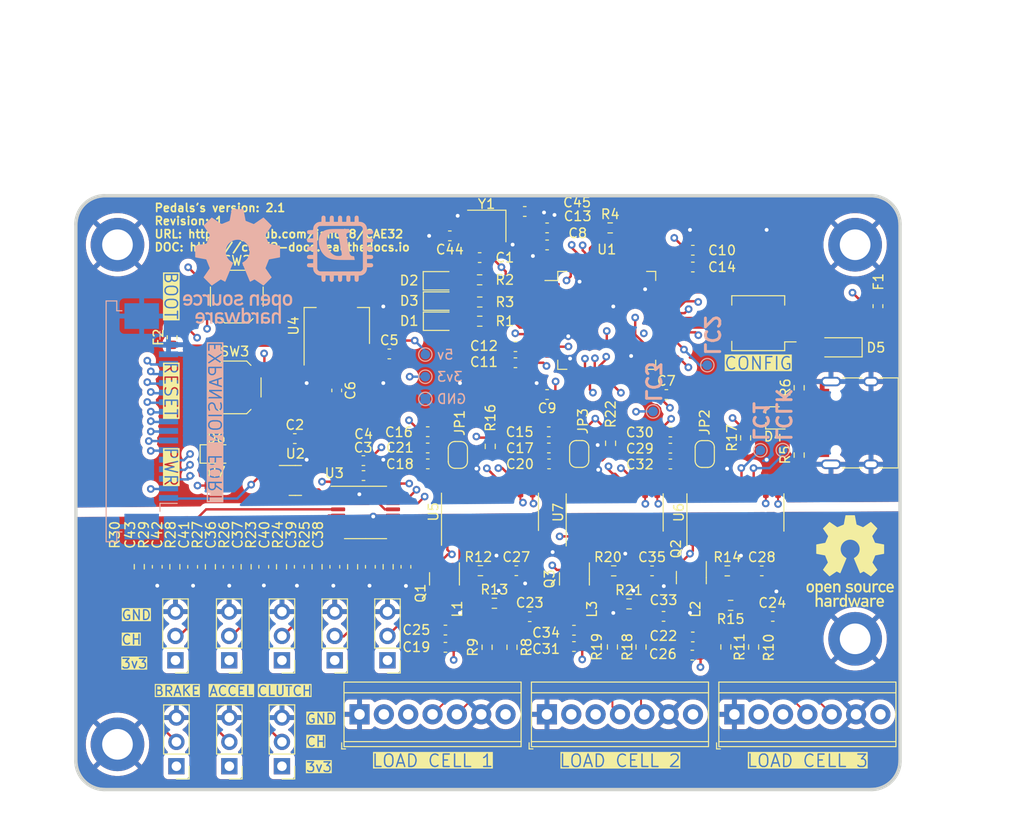
<source format=kicad_pcb>
(kicad_pcb (version 20221018) (generator pcbnew)
  (layers (0 "F.Cu" signal) (1 "In1.Cu" signal) (2 "In2.Cu" signal) (31 "B.Cu" signal) (34 "B.Paste" user) (35 "F.Paste" user) (36 "B.SilkS" user "B.Silkscreen") (37 "F.SilkS" user "F.Silkscreen") (38 "B.Mask" user) (39 "F.Mask" user) (44 "Edge.Cuts" user))
  (net 0 "")
  (net 1 "Net-(U4-VO)")
  (net 2 "Net-(J18-Pin_7)")
  (net 3 "/BOOT")
  (net 4 "/NRST")
  (net 5 "Net-(J19-Pin_7)")
  (net 6 "/D+")
  (net 7 "Net-(U5-INA+)")
  (net 8 "Net-(U5-INA-)")
  (net 9 "+3.3V")
  (net 10 "GNDREF")
  (net 11 "+5V")
  (net 12 "/SCKL")
  (net 13 "/ADCs components/BRAKE")
  (net 14 "/ADCs components/ACCEL")
  (net 15 "/D-")
  (net 16 "/PGR_UART_TX")
  (net 17 "/IND1")
  (net 18 "/IND2")
  (net 19 "/ADCs components/CLUTCH")
  (net 20 "Net-(U6-INA+)")
  (net 21 "Net-(U6-INA-)")
  (net 22 "Net-(U5-VBG)")
  (net 23 "Net-(U6-VBG)")
  (net 24 "/PGR_UART_RX")
  (net 25 "/IND3")
  (net 26 "/UART_TX")
  (net 27 "Net-(U7-INA+)")
  (net 28 "Net-(U7-INA-)")
  (net 29 "/UART_RX")
  (net 30 "Net-(U7-VBG)")
  (net 31 "Net-(D1-A)")
  (net 32 "Net-(D2-A)")
  (net 33 "Net-(D3-A)")
  (net 34 "Net-(D5-A1)")
  (net 35 "/B1")
  (net 36 "Net-(D6-A)")
  (net 37 "Net-(J15-CC1)")
  (net 39 "Net-(J15-CC2)")
  (net 41 "Net-(JP1-B)")
  (net 42 "Net-(JP2-B)")
  (net 43 "Net-(JP3-B)")
  (net 44 "/CAN_RX")
  (net 45 "/CAN_TX")
  (net 46 "/B2")
  (net 47 "Net-(Q1-C)")
  (net 48 "/B3")
  (net 49 "Net-(Q2-C)")
  (net 50 "/DIN")
  (net 51 "/DOUT")
  (net 52 "/CS_ADC")
  (net 53 "/S_CKL")
  (net 54 "/S_CS_PEDALS")
  (net 55 "/S_DIN")
  (net 56 "/S_DOUT")
  (net 57 "Net-(Q3-C)")
  (net 58 "Net-(Q1-B)")
  (net 59 "Net-(Q2-B)")
  (net 60 "Net-(Q3-B)")
  (net 61 "Net-(U5-VFB)")
  (net 62 "/Load Cells/B2+")
  (net 63 "/Load Cells/B2-")
  (net 64 "/Load Cells/A2-")
  (net 65 "/Load Cells/A2+")
  (net 66 "/Load Cells/B1+")
  (net 67 "/Load Cells/B1-")
  (net 68 "/Load Cells/A1-")
  (net 69 "/Load Cells/A1+")
  (net 70 "/Load Cells/B3-")
  (net 71 "/Load Cells/A3-")
  (net 72 "/Load Cells/A3+")
  (net 73 "/LOAD_CELL_CLK")
  (net 74 "/LOAD_CELL_3")
  (net 75 "/LOAD_CELL_2")
  (net 76 "/LOAD_CELL_1")
  (net 77 "/Load Cells/B3+")
  (net 78 "Net-(U6-VFB)")
  (net 79 "Net-(U7-VFB)")
  (net 84 "/OSC_IN")
  (net 85 "/OSC_OUT")
  (net 106 "Net-(U2-OUT)")
  (net 110 "Net-(J17-Pin_7)")
  (net 111 "/ADCs components/CH_1")
  (net 112 "/ADCs components/CH_4")
  (net 113 "/ADCs components/CH_2")
  (net 114 "/ADCs components/CH_5")
  (net 115 "/ADCs components/CH_3")
  (net 116 "/ADCs components/IN7")
  (net 117 "/ADCs components/IN6")
  (net 118 "/ADCs components/IN5")
  (net 119 "/ADCs components/IN4")
  (net 120 "/ADCs components/IN3")
  (net 121 "/ADCs components/IN2")
  (net 122 "/ADCs components/IN1")
  (net 123 "/ADCs components/IN0")
  (footprint "Resistor_SMD:R_0603_1608Metric" (layer "F.Cu") (at 126.78592 112.1 90)
    (fp_text reference "R24")
    (fp_text value "100")
  )
  (footprint "Button_Switch_SMD:SW_SPST_TL3342" (layer "F.Cu") (at 114.48 93.37)
    (fp_text reference "SW3")
    (fp_text value "SW")
  )
  (footprint "Capacitor_SMD:C_0603_1608Metric" (layer "F.Cu") (at 128.640612 112.1 -90)
    (fp_text reference "C39")
    (fp_text value "33n")
  )
  (footprint "Capacitor_SMD:C_0603_1608Metric" (layer "F.Cu") (at 113.803076 112.1 -90)
    (fp_text reference "C41")
    (fp_text value "33n")
  )
  (footprint "Capacitor_SMD:C_0603_1608Metric" (layer "F.Cu") (at 144.75 75)
    (fp_text reference "C45")
    (fp_text value "12p")
  )
  (footprint "Capacitor_SMD:C_0603_1608Metric" (layer "F.Cu") (at 127.922 102.578 180)
    (fp_text reference "C3")
    (fp_text value "100n")
  )
  (footprint "Capacitor_SMD:C_0603_1608Metric" (layer "F.Cu") (at 170.634 117.278 180)
    (fp_text reference "C24")
    (fp_text value "100n")
  )
  (footprint "Capacitor_SMD:C_0603_1608Metric" (layer "F.Cu") (at 134.624 97.998)
    (fp_text reference "C16")
    (fp_text value "100n")
  )
  (footprint "Capacitor_SMD:C_0603_1608Metric" (layer "F.Cu") (at 110.093692 112.1 -90)
    (fp_text reference "C42")
    (fp_text value "33n")
  )
  (footprint "Connector_PinHeader_2.54mm:PinHeader_1x03_P2.54mm_Vertical" (layer "F.Cu") (at 113.925 132.925 180)
    (fp_text reference "J9" hide)
    (fp_text value "Conn_01x03_Female")
  )
  (footprint "Resistor_SMD:R_0603_1608Metric" (layer "F.Cu") (at 153.9 120.47 -90)
    (fp_text reference "R19")
    (fp_text value "100")
  )
  (footprint "LED_SMD:LED_0805_2012Metric" (layer "F.Cu") (at 112.5625 100.32)
    (fp_text reference "D6")
    (fp_text value "LED")
  )
  (footprint "LED_SMD:LED_0805_2012Metric" (layer "F.Cu") (at 135.854 86.458)
    (fp_text reference "D1")
    (fp_text value "LED")
  )
  (footprint "Package_SO:TSSOP-16_4.4x5mm_P0.65mm" (layer "F.Cu") (at 128.134 106.428)
    (fp_text reference "U3")
    (fp_text value "ADC128S022")
  )
  (footprint "TerminalBlock_TE-Connectivity:TerminalBlock_TE_282834-7_1x07_P2.54mm_Horizontal" (layer "F.Cu") (at 166.624 127.508)
    (fp_text reference "J17" hide)
    (fp_text value "LC")
  )
  (footprint "Resistor_SMD:R_0603_1608Metric" (layer "F.Cu") (at 115.675 112.1 90)
    (fp_text reference "R27")
    (fp_text value "100")
  )
  (footprint "MountingHole:MountingHole_3.2mm_M3_DIN965_Pad_TopBottom" (layer "F.Cu") (at 102.25 78.475)
    (fp_text reference "H3" hide)
    (fp_text value "M")
  )
  (footprint "Capacitor_SMD:C_0603_1608Metric" (layer "F.Cu") (at 158.034 112.528)
    (fp_text reference "C35")
    (fp_text value "100n")
  )
  (footprint "Capacitor_SMD:C_0603_1608Metric" (layer "F.Cu") (at 159.944 98.028)
    (fp_text reference "C30")
    (fp_text value "100n")
  )
  (footprint "Resistor_SMD:R_0603_1608Metric" (layer "F.Cu") (at 153.664 76.718)
    (fp_text reference "R4")
    (fp_text value "10K")
  )
  (footprint "Diode_SMD:D_SOD-123" (layer "F.Cu") (at 177.706 89.188 180)
    (fp_text reference "D5")
    (fp_text value "SMF5V0A")
  )
  (footprint "Button_Switch_SMD:SW_SPST_TL3342" (layer "F.Cu") (at 114.7 83.89)
    (fp_text reference "SW2")
    (fp_text value "SW")
  )
  (footprint "Capacitor_SMD:C_0603_1608Metric" (layer "F.Cu") (at 162.234 121.328 180)
    (fp_text reference "C26")
    (fp_text value "10u")
  )
  (footprint "Capacitor_SMD:C_0603_1608Metric" (layer "F.Cu") (at 159.5275 94.117)
    (fp_text reference "C7")
    (fp_text value "100n")
  )
  (footprint "Resistor_SMD:R_0603_1608Metric" (layer "F.Cu") (at 173.386 100.438 -90)
    (fp_text reference "R5")
    (fp_text value "5K1")
  )
  (footprint "Resistor_SMD:R_0603_1608Metric" (layer "F.Cu") (at 143.42 120.5 90)
    (fp_text reference "R8")
    (fp_text value "100")
  )
  (footprint "Capacitor_SMD:C_0603_1608Metric" (layer "F.Cu") (at 149.884 120.428 180)
    (fp_text reference "C31")
    (fp_text value "100n")
  )
  (footprint "Resistor_SMD:R_0603_1608Metric" (layer "F.Cu") (at 123.076536 112.1 90)
    (fp_text reference "R23")
    (fp_text value "100")
  )
  (footprint "Fuse:Fuse_0603_1608Metric" (layer "F.Cu") (at 107.95 88.138 90)
    (fp_text reference "F2")
    (fp_text value "0466-500NRHF")
  )
  (footprint "Capacitor_SMD:C_0603_1608Metric" (layer "F.Cu") (at 147.0815 94.117 180)
    (fp_text reference "C9")
    (fp_text value "100n")
  )
  (footprint "Resistor_SMD:R_0603_1608Metric" (layer "F.Cu") (at 140.054 86.458 180)
    (fp_text reference "R1")
    (fp_text value "330")
  )
  (footprint "Inductor_SMD:L_0402_1005Metric" (layer "F.Cu") (at 138.8715 116.5105 90)
    (fp_text reference "L1")
    (fp_text value "3u3")
  )
  (footprint "MountingHole:MountingHole_3.2mm_M3_DIN965_Pad_TopBottom" (layer "F.Cu") (at 179.225 119.625)
    (fp_text reference "H1" hide)
    (fp_text value "M")
  )
  (footprint "Fuse:Fuse_0603_1608Metric" (layer "F.Cu") (at 181.608 84.888 90)
    (fp_text reference "F1")
    (fp_text value "0467002-NRHF")
  )
  (footprint "Connector_USB:USB_C_Receptacle_HRO_TYPE-C-31-M-12" (layer "F.Cu") (at 179.83 97.08 90)
    (fp_text reference "J15" hide)
    (fp_text value "USB_C_Receptacle_USB2.0")
  )
  (footprint "Resistor_SMD:R_0603_1608Metric" (layer "F.Cu") (at 154.034 112.528)
    (fp_text reference "R20")
    (fp_text value "20k")
  )
  (footprint "Package_TO_SOT_SMD:SOT-23" (layer "F.Cu") (at 136.3715 113.3605 -90)
    (fp_text reference "Q1")
    (fp_text value "MMBT3906")
  )
  (footprint "Capacitor_SMD:C_0603_1608Metric" (layer "F.Cu") (at 121.221844 112.1 -90)
    (fp_text reference "C37")
    (fp_text value "33n")
  )
  (footprint "Resistor_SMD:R_0603_1608Metric" (layer "F.Cu") (at 168.634 120.478 90)
    (fp_text reference "R10")
    (fp_text value "100")
  )
  (footprint "Package_TO_SOT_SMD:SOT-23" (layer "F.Cu") (at 162.134 113.228 -90)
    (fp_text reference "Q2")
    (fp_text value "MMBT3906")
  )
  (footprint "Capacitor_SMD:C_0603_1608Metric" (layer "F.Cu") (at 106.4 112.095 -90)
    (fp_text reference "C43")
    (fp_text value "33n")
  )
  (footprint "Connector_PinHeader_2.54mm:PinHeader_1x03_P2.54mm_Vertical" (layer "F.Cu") (at 124.91875 121.865 180)
    (fp_text reference "J10" hide)
    (fp_text value "Conn_01x03_Female")
  )
  (footprint "Resistor_SMD:R_0603_1608Metric" (layer "F.Cu") (at 141.584 115.9105)
    (fp_text reference "R13")
    (fp_text value "8.2k")
  )
  (footprint "Capacitor_SMD:C_0603_1608Metric" (layer "F.Cu") (at 147.264 99.698 180)
    (fp_text reference "C17")
    (fp_text value "100n")
  )
  (footprint "Package_SO:SOP-16_3.9x9.9mm_P1.27mm" (layer "F.Cu") (at 154.134 106.428 90)
    (fp_text reference "U7")
    (fp_text value "HX711")
  )
  (footprint "Package_TO_SOT_SMD:SOT-23" (layer "F.Cu") (at 149.934 113.3655 -90)
    (fp_text reference "Q3")
    (fp_text value "MMBT3906")
  )
  (footprint "Connector_PinHeader_2.54mm:PinHeader_1x03_P2.54mm_Vertical" (layer "F.Cu") (at 130.425 121.865 180)
    (fp_text reference "J14" hide)
    (fp_text value "Conn_01x03_Female")
  )
  (footprint "Resistor_SMD:R_0603_1608Metric" (layer "F.Cu") (at 112.5625 103.622)
    (fp_text reference "R7")
    (fp_text value "330")
  )
  (footprint "Capacitor_SMD:C_0603_1608Metric" (layer "F.Cu") (at 143.7775 90.797 180)
    (fp_text reference "C11")
    (fp_text value "10n")
  )
  (footprint "TerminalBlock_TE-Connectivity:TerminalBlock_TE_282834-7_1x07_P2.54mm_Horizontal" (layer "F.Cu") (at 127.508 127.508)
    (fp_text reference "J19" hide)
    (fp_text value "LC")
  )
  (footprint "Capacitor_SMD:C_0603_1608Metric" (layer "F.Cu") (at 159.944 101.368)
    (fp_text reference "C32")
    (fp_text value "10u")
  )
  (footprint "Resistor_SMD:R_0603_1608Metric" (layer "F.Cu") (at 140.054 84.458 180)
    (fp_text reference "R3")
    (fp_text value "330")
  )
  (footprint "Capacitor_SMD:C_0603_1608Metric" (layer "F.Cu") (at 159.944 99.718)
    (fp_text reference "C29")
    (fp_text value "100n")
  )
  (footprint "Inductor_SMD:L_0402_1005Metric" (layer "F.Cu") (at 152.934 116.528 90)
    (fp_text reference "L3")
    (fp_text value "3u3")
  )
  (footprint "Resistor_SMD:R_0603_1608Metric" (layer "F.Cu") (at 104.525 112.095 90)
    (fp_text reference "R30")
    (fp_text value "100")
  )
  (footprint "Crystal:Crystal_SMD_3225-4Pin_3.2x2.5mm" (layer "F.Cu") (at 140.7844 76.5184 180)
    (fp_text reference "Y1")
    (fp_text value "Crystal_GND24_Small")
  )
  (footprint "Capacitor_SMD:C_0603_1608Metric" (layer "F.Cu") (at 147.0815 76.718 180)
    (fp_text reference "C13")
    (fp_text value "4u7")
  )
  (footprint "Resistor_SMD:R_0603_1608Metric" (layer "F.Cu") (at 119.367152 112.1 90)
    (fp_text reference "R26")
    (fp_text value "100")
  )
  (footprint "Resistor_SMD:R_0603_1608Metric" (layer "F.Cu") (at 173.386 93.408 90)
    (fp_text reference "R6")
    (fp_text value "5K1")
  )
  (footprint "Capacitor_SMD:C_0603_1608Metric" (layer "F.Cu") (at 130.6155 89.878)
    (fp_text reference "C5")
    (fp_text value "1u")
  )
  (footprint "Inductor_SMD:L_0402_1005Metric" (layer "F.Cu") (at 163.734 116.528 90)
    (fp_text reference "L2")
    (fp_text value "3u3")
  )
  (footprint "Jumper:SolderJumper-2_P1.3mm_Open_RoundedPad1.0x1.5mm" (layer "F.Cu") (at 150.43 100.32 -90)
    (fp_text reference "JP3")
    (fp_text value "SolderJumper_2_Open")
  )
  (footprint "Connector_PinHeader_2.54mm:PinHeader_1x03_P2.54mm_Vertical" (layer "F.Cu") (at 108.4 132.925 180)
    (fp_text reference "J5" hide)
    (fp_text value "Conn_01x03_Female")
  )
  (footprint "Resistor_SMD:R_0603_1608Metric" (layer "F.Cu") (at 166.234 116.128 180)
    (fp_text reference "R15")
    (fp_text value "8.2k")
  )
  (footprint "Connector_PinHeader_2.54mm:PinHeader_1x03_P2.54mm_Vertical" (layer "F.Cu") (at 119.4125 121.865 180)
    (fp_text reference "J6" hide)
    (fp_text value "Conn_01x03_Female")
  )
  (footprint "Connector_PinHeader_2.54mm:PinHeader_1x03_P2.54mm_Vertical" (layer "F.Cu") (at 108.3 121.865 180)
    (fp_text reference "J7" hide)
    (fp_text value "Conn_01x03_Female")
  )
  (footprint "Capacitor_SMD:C_0603_1608Metric" (layer "F.Cu") (at 136.4715 120.5105 180)
    (fp_text reference "C19")
    (fp_text value "100n")
  )
  (footprint "Resistor_SMD:R_0603_1608Metric" (layer "F.Cu") (at 140.1215 112.5105)
    (fp_text reference "R12")
    (fp_text value "20k")
  )
  (footprint "Package_TO_SOT_SMD:SOT-223-3_TabPin2" (layer "F.Cu") (at 125.1355 86.938 90)
    (fp_text reference "U4")
    (fp_text value "LDL1117")
  )
  (footprint "LED_SMD:LED_0805_2012Metric" (layer "F.Cu") (at 135.8405 82.239)
    (fp_text reference "D2")
    (fp_text value "LED")
  )
  (footprint "Capacitor_SMD:C_0603_1608Metric" (layer "F.Cu") (at 169.484 112.528)
    (fp_text reference "C28")
    (fp_text value "100n")
  )
  (footprint "Resistor_SMD:R_0603_1608Metric" (layer "F.Cu") (at 153.7065 99.2055 90)
    (fp_text reference "R22")
    (fp_text value "10k")
  )
  (footprint "Capacitor_SMD:C_0603_1608Metric" (layer "F.Cu") (at 143.7775 89.117 180)
    (fp_text reference "C12")
    (fp_text value "1u")
  )
  (footprint "Package_SO:SOP-16_3.9x9.9mm_P1.27mm" (layer "F.Cu") (at 141.1215 106.3605 90)
    (fp_text reference "U5")
    (fp_text value "HX711")
  )
  (footprint "TerminalBlock_TE-Connectivity:TerminalBlock_TE_282834-7_1x07_P2.54mm_Horizontal" (layer "F.Cu") (at 147.066 127.508)
    (fp_text reference "J18" hide)
    (fp_text value "LC")
  )
  (footprint "Package_TO_SOT_SMD:SOT-23" (layer "F.Cu") (at 120.81 103.086)
    (fp_text reference "U2")
    (fp_text value "REF3033")
  )
  (footprint "Capacitor_SMD:C_0603_1608Metric" (layer "F.Cu") (at 125.128 93.688 -90)
    (fp_text reference "C6")
    (fp_text value "4u7")
  )
  (footprint "Package_TO_SOT_SMD:SOT-323_SC-70" (layer "F.Cu") (at 170.623 96.556 180)
    (fp_text reference "D4")
    (fp_text value "VCAN26A2-03GHE3")
  )
  (footprint "Package_QFP:LQFP-64_10x10mm_P0.5mm" (layer "F.Cu") (at 153.3045 86.37)
    (fp_text reference "U1")
    (fp_text value "STM32F072RBTx")
  )
  (footprint "Resistor_SMD:R_0603_1608Metric" (layer "F.Cu") (at 111.948384 112.1 90)
    (fp_text reference "R28")
    (fp_text value "100")
  )
  (footprint "Package_SO:SOP-16_3.9x9.9mm_P1.27mm" (layer "F.Cu") (at 166.734 106.428 90)
    (fp_text reference "U6")
    (fp_text value "HX711")
  )
  (footprint "Resistor_SMD:R_0603_1608Metric" (layer "F.Cu") (at 167.8 98.6425 90)
    (fp_text reference "R17")
    (fp_text value "10k")
  )
  (footprint "Capacitor_SMD:C_0603_1608Metric" (layer "F.Cu") (at 140.044 79.818 180)
    (fp_text reference "C1")
    (fp_text value "100n")
  )
  (footprint "Resistor_SMD:R_0603_1608Metric" (layer "F.Cu") (at 156.884 120.478 90)
    (fp_text reference "R18")
    (fp_text value "100")
  )
  (footprint "MountingHole:MountingHole_3.2mm_M3_DIN965_Pad_TopBottom" (layer "F.Cu") (at 179.225 78.475)
    (fp_text reference "H4" hide)
    (fp_text value "M")
  )
  (footprint "Resistor_SMD:R_0603_1608Metric" (layer "F.Cu") (at 108.239 112.1 90)
    (fp_text reference "R29")
    (fp_text value "100")
  )
  (footprint "Jumper:SolderJumper-2_P1.3mm_Open_RoundedPad1.0x1.5mm" (layer "F.Cu") (at 163.534 100.328 -90)
    (fp_text reference "JP2")
    (fp_text value "SolderJumper_2_Open")
  )
  (footprint "Resistor_SMD:R_0603_1608Metric" (layer "F.Cu") (at 155.634 115.978)
    (fp_text reference "R21")
    (fp_text value "8.2k")
  )
  (footprint "Capacitor_SMD:C_0603_1608Metric" (layer "F.Cu") (at 147.284 101.358 180)
    (fp_text reference "C20")
    (fp_text value "10u")
  )
  (footprint "Capacitor_SMD:C_0603_1608Metric" (layer "F.Cu") (at 132.35 112.1 -90)
    (fp_text reference "C38")
    (fp_text value "33n")
  )
  (footprint "Connector_PinHeader_2.54mm:PinHeader_1x03_P2.54mm_Vertical" (layer "F.Cu") (at 113.90625 121.865 180)
    (fp_text reference "J11" hide)
    (fp_text value "Conn_01x03_Female")
  )
  (footprint "LED_SMD:LED_0805_2012Metric" (layer "F.Cu") (at 135.854 84.358)
    (fp_text reference "D3")
    (fp_text value "LED")
  )
  (footprint "Jumper:SolderJumper-2_P1.3mm_Open_RoundedPad1.0x1.5mm" (layer "F.Cu") (at 137.77 100.42 -90)
    (fp_text reference "JP1")
    (fp_text value "SolderJumper_2_Open")
  )
  (footprint "MountingHole:MountingHole_3.2mm_M3_DIN965_Pad_TopBottom" (layer "F.Cu") (at 102.25 130.64)
    (fp_text reference "H2" hide)
    (fp_text value "M")
  )
  (footprint "Resistor_SMD:R_0603_1608Metric" (layer "F.Cu") (at 141.15 99.53 90)
    (fp_text reference "R16")
    (fp_text value "10k")
  )
  (footprint "Capacitor_SMD:C_0603_1608Metric" (layer "F.Cu") (at 162.284 119.428 180)
    (fp_text reference "C22")
    (fp_text value "100n")
  )
  (footprint "Capacitor_SMD:C_0603_1608Metric" (layer "F.Cu") (at 120.754 98.718)
    (fp_text reference "C2")
    (fp_text value "47u")
  )
  (footprint "Connector_PinHeader_2.54mm:PinHeader_1x03_P2.54mm_Vertical" (layer "F.Cu") (at 119.4125 132.925 180)
    (fp_text reference "J13" hide)
    (fp_text value "Conn_01x03_Female")
  )
  (footprint "Capacitor_SMD:C_0603_1608Metric" (layer "F.Cu") (at 136.9314 77.5462 180)
    (fp_text reference "C44")
    (fp_text value "12p")
  )
  (footprint "Capacitor_SMD:C_0603_1608Metric" (layer "F.Cu") (at 145.2715 117.3105 180)
    (fp_text reference "C23")
    (fp_text value "100n")
  )
  (footprint "Capacitor_SMD:C_0603_1608Metric" (layer "F.Cu") (at 162.2895 80.799)
    (fp_text reference "C14")
    (fp_text value "4u7")
  )
  (footprint "Resistor_SMD:R_0603_1608Metric" (layer "F.Cu") (at 140.0405 82.139 180)
    (fp_text reference "R2")
    (fp_text value "330")
  )
  (footprint "Capacitor_SMD:C_0603_1608Metric" (layer "F.Cu") (at 149.884 118.728 180)
    (fp_text reference "C34")
    (fp_text value "10u")
  )
  (footprint "Capacitor_SMD:C_0603_1608Metric" (layer "F.Cu") (at 136.4715 118.7105 180)
    (fp_text reference "C25")
    (fp_text value "10u")
  )
  (footprint "Capacitor_SMD:C_0603_1608Metric" (layer "F.Cu") (at 147.0815 78.496 180)
    (fp_text reference "C8")
    (fp_text value "100n")
  )
  (footprint "Capacitor_SMD:C_0603_1608Metric" (layer "F.Cu") (at 134.6215 99.698)
    (fp_text reference "C21")
    (fp_text value "10u")
  )
  (footprint "Capacitor_SMD:C_0603_1608Metric" (layer "F.Cu") (at 162.2895 79.049)
    (fp_text reference "C10")
    (fp_text value "100n")
  )
  (footprint "Capacitor_SMD:C_0603_1608Metric" (layer "F.Cu") (at 159.234 117.278 180)
    (fp_text reference "C33")
    (fp_text value "100n")
  )
  (footprint "Capacitor_SMD:C_0603_1608Metric" (layer "F.Cu") (at 124.931228 112.1 -90)
    (fp_text reference "C40")
    (fp_text value "33n")
  )
  (footprint "Resistor_SMD:R_0603_1608Metric" (layer "F.Cu") (at 140.82 120.5 -90)
    (fp_text reference "R9")
    (fp_text value "100")
  )
  (footprint "Resistor_SMD:R_0603_1608Metric" (layer "F.Cu") (at 165.884 112.528)
    (fp_text reference "R14")
    (fp_text value "20k")
  )
  (footprint "Button_Switch_SMD:SW_DIP_SPSTx03_Slide_KingTek_DSHP03TJ_W5.25mm_P1.27mm_JPin" (layer "F.Cu") (at 169.114 86.668 180)
    (fp_text reference "SW1" hide)
    (fp_text value "CONFIG")
  )
  (footprint "Capacitor_SMD:C_0603_1608Metric" (layer "F.Cu") (at 117.51246 112.1 -90)
    (fp_text reference "C36")
    (fp_text value "33n")
  )
  (footprint "Capacitor_SMD:C_0603_1608Metric" (layer "F.Cu") (at 143.8715 112.5105)
    (fp_text reference "C27")
    (fp_text value "100n")
  )
  (footprint "Capacitor_SMD:C_0603_1608Metric" (layer "F.Cu") (at 134.634 101.358)
    (fp_text reference "C18")
    (fp_text value "100n")
  )
  (footprint "Capacitor_SMD:C_0603_1608Metric" (layer "F.Cu") (at 127.9115 101.018 180)
    (fp_text reference "C4")
    (fp_text value "100n")
  )
  (footprint "Resistor_SMD:R_0603_1608Metric" (layer "F.Cu") (at 130.495304 112.1 90)
    (fp_text reference "R25")
    (fp_text value "100")
  )
  (footprint "Resistor_SMD:R_0603_1608Metric" (layer "F.Cu") (at 165.734 120.478 -90)
    (fp_text reference "R11")
    (fp_text value "100")
  )
  (footprint "Capacitor_SMD:C_0603_1608Metric" (layer "F.Cu") (at 147.254 98.008 180)
    (fp_text reference "C15")
    (fp_text value "100n")
  )
  (footprint "TestPoint:TestPoint_Pad_D1.0mm" (layer "B.Cu") (at 171.68 99.92 180)
    (fp_text reference "TP6" hide)
    (fp_text value "TestPoint")
  )
  (footprint "TestPoint:TestPoint_Pad_D1.0mm" (layer "B.Cu") (at 169.34 99.94 180)
    (fp_text reference "TP5" hide)
    (fp_text value "TestPoint")
  )
  (footprint "TestPoint:TestPoint_Pad_D1.0mm" (layer "B.Cu") (at 163.8 91.05 180)
    (fp_text reference "TP4" hide)
    (fp_text value "TestPoint")
  )
  (footprint "TestPoint:TestPoint_Pad_D1.0mm" (layer "B.Cu") (at 134.375 94.57 180)
    (fp_text reference "TP1" hide)
    (fp_text value "GND")
  )
  (footprint "TestPoint:TestPoint_Pad_D1.0mm" (layer "B.Cu") (at 134.375 89.94 180)
    (fp_text reference "TP2" hide)
    (fp_text value "5v")
  )
  (footprint "Connector_FFC-FPC:TE_1-84953-7_1x17-1MP_P1.0mm_Horizontal" (layer "B.Cu") (at 105.775 96.915 90)
    (fp_text reference "J1" hide)
    (fp_text value "Conn_01x19_Pin")
  )
  (footprint "TestPoint:TestPoint_Pad_D1.0mm" (layer "B.Cu") (at 158.14 95.88 180)
    (fp_text reference "TP7" hide)
    (fp_text value "TestPoint")
  )
  (footprint "TestPoint:TestPoint_Pad_D1.0mm" (layer "B.Cu") (at 134.375 92.255 180)
    (fp_text reference "TP3" hide)
    (fp_text value "3v3")
  )
  (gr_poly (pts (xy 114.602782 86.357441) (xy 114.598085 86.357441) (xy 114.328739 85.525856) (xy 114.155371 85.525856) (xy 113.886026 86.357441) (xy 113.881197 86.357441) (xy 113.654118 85.525856) (xy 113.401044 85.525856) (xy 113.780457 86.713505) (xy 113.991396 86.713505) (xy 114.239707 85.881852) (xy 114.244404 85.881852) (xy 114.492715 86.713505) (xy 114.703522 86.713505) (xy 115.083 85.525856) (xy 114.830059 85.525856)) (fill solid) (layer "B.SilkS"))
  (gr_poly (pts (xy 112.839995 84.357258) (xy 112.839702 84.372208) (xy 112.83883 84.386756) (xy 112.837393 84.400897) (xy 112.835401 84.414626) (xy 112.832867 84.42794) (xy 112.829803 84.440832) (xy 112.826221 84.453298) (xy 112.822132 84.465334) (xy 112.81755 84.476935) (xy 112.812486 84.488095) (xy 112.806951 84.498811) (xy 112.800959 84.509077) (xy 112.79452 84.518888) (xy 112.787648 84.528241) (xy 112.780354 84.537129) (xy 112.77265 84.545549) (xy 112.764548 84.553496) (xy 112.756061 84.560964) (xy 112.747199 84.567949) (xy 112.737976 84.574447) (xy 112.728403 84.580452) (xy 112.718492 84.58596) (xy 112.708256 84.590966) (xy 112.697706 84.595466) (xy 112.686854 84.599453) (xy 112.675713 84.602925) (xy 112.664294 84.605875) (xy 112.65261 84.6083) (xy 112.640672 84.610194) (xy 112.628492 84.611553) (xy 112.616084 84.612372) (xy 112.603457 84.612646) (xy 112.591029 84.612372) (xy 112.578806 84.611553) (xy 112.566801 84.610194) (xy 112.555025 84.6083) (xy 112.543492 84.605875) (xy 112.532214 84.602925) (xy 112.521203 84.599453) (xy 112.510471 84.595466) (xy 112.500031 84.590966) (xy 112.489896 84.58596) (xy 112.480078 84.580452) (xy 112.470589 84.574447) (xy 112.461442 84.567949) (xy 112.452649 84.560964) (xy 112.444222 84.553496) (xy 112.436175 84.545549) (xy 112.428519 84.537129) (xy 112.421267 84.528241) (xy 112.414431 84.518888) (xy 112.408024 84.509077) (xy 112.402058 84.498811) (xy 112.396545 84.488095) (xy 112.391499 84.476935) (xy 112.386931 84.465334) (xy 112.382854 84.453298) (xy 112.37928 84.440832) (xy 112.376222 84.42794) (xy 112.373692 84.414626) (xy 112.371703 84.400897) (xy 112.370267 84.386756) (xy 112.369396 84.372208) (xy 112.369103 84.357258) (xy 112.369103 83.649827) (xy 112.13025 83.649827) (xy 112.13025 84.837608) (xy 112.369103 84.837608) (xy 112.369103 84.711005) (xy 112.373733 84.711005) (xy 112.388167 84.728019) (xy 112.403348 84.743936) (xy 112.419252 84.758757) (xy 112.435854 84.772481) (xy 112.45313 84.785109) (xy 112.471055 84.796639) (xy 112.489604 84.807072) (xy 112.508753 84.816408) (xy 112.528477 84.824646) (xy 112.548752 84.831786) (xy 112.569553 84.837829) (xy 112.590854 84.842773) (xy 112.612633 84.846619) (xy 112.634864 84.849366) (xy 112.657522 84.851015) (xy 112.680583 84.851564) (xy 112.698213 84.851146) (xy 112.715937 84.849894) (xy 112.751498 84.844899) (xy 112.786923 84.836604) (xy 112.804477 84.831226) (xy 112.821868 84.825032) (xy 112.839053 84.818024) (xy 112.85599 84.810207) (xy 112.872635 84.801583) (xy 112.888946 84.792154) (xy 112.90488 84.781925) (xy 112.920393 84.770897) (xy 112.935443 84.759074) (xy 112.949987 84.746459) (xy 112.963982 84.733055) (xy 112.977385 84.718865) (xy 112.990154 84.703892) (xy 113.002244 84.688138) (xy 113.013614 84.671608) (xy 113.02422 84.654303) (xy 113.03402 84.636228) (xy 113.042971 84.617384) (xy 113.051029 84.597775) (xy 113.058152 84.577404) (xy 113.064297 84.556275) (xy 113.069421 84.534389) (xy 113.073481 84.51175) (xy 113.076434 84.488361) (xy 113.078237 84.464224) (xy 113.078848 84.439344) (xy 113.078847 84.439344) (xy 113.078847 83.649827) (xy 112.839995 83.649827)) (fill solid) (layer "B.SilkS"))
  (gr_poly (pts (xy 112.867161 85.512944) (xy 112.815664 85.516568) (xy 112.766627 85.52278) (xy 112.743083 85.526901) (xy 112.720214 85.531721) (xy 112.698041 85.537258) (xy 112.676584 85.54353) (xy 112.655864 85.550554) (xy 112.635901 85.558348) (xy 112.616715 85.56693) (xy 112.598325 85.576317) (xy 112.580753 85.586526) (xy 112.564019 85.597575) (xy 112.548142 85.609482) (xy 112.533143 85.622265) (xy 112.519042 85.63594) (xy 112.505859 85.650525) (xy 112.493615 85.666039) (xy 112.48233 85.682498) (xy 112.472024 85.69992) (xy 112.462716 85.718322) (xy 112.454428 85.737723) (xy 112.44718 85.75814) (xy 112.440991 85.77959) (xy 112.435882 85.802091) (xy 112.431874 85.82566) (xy 112.428985 85.850315) (xy 112.427237 85.876074) (xy 112.42665 85.902954) (xy 112.42665 86.713505) (xy 112.665701 86.713505) (xy 112.665701 86.608068) (xy 112.670331 86.608068) (xy 112.679955 86.622938) (xy 112.690418 86.636773) (xy 112.701788 86.649581) (xy 112.714133 86.661375) (xy 112.727523 86.672165) (xy 112.742024 86.681961) (xy 112.757705 86.690774) (xy 112.774635 86.698614) (xy 112.792882 86.705493) (xy 112.812515 86.71142) (xy 112.833601 86.716406) (xy 112.856208 86.720462) (xy 112.880407 86.723598) (xy 112.906263 86.725825) (xy 112.933847 86.727154) (xy 112.963225 86.727594) (xy 112.987718 86.727138) (xy 113.011559 86.725781) (xy 113.034738 86.723544) (xy 113.057247 86.720447) (xy 113.079079 86.716509) (xy 113.100225 86.71175) (xy 113.120678 86.706189) (xy 113.140428 86.699847) (xy 113.159468 86.692743) (xy 113.17779 86.684897) (xy 113.195385 86.676329) (xy 113.212245 86.667057) (xy 113.228363 86.657103) (xy 113.243729 86.646486) (xy 113.258336 86.635225) (xy 113.272176 86.62334) (xy 113.285241 86.610852) (xy 113.297521 86.597779) (xy 113.30901 86.584141) (xy 113.319699 86.569959) (xy 113.329579 86.555251) (xy 113.338643 86.540039) (xy 113.346883 86.52434) (xy 113.35429 86.508176) (xy 113.360856 86.491565) (xy 113.366573 86.474528) (xy 113.371433 86.457084) (xy 113.375428 86.439253) (xy 113.378549 86.421055) (xy 113.380789 86.402509) (xy 113.382138 86.383636) (xy 113.38259 86.364454) (xy 113.382336 86.352745) (xy 113.157562 86.352745) (xy 113.156812 86.367541) (xy 113.154526 86.382032) (xy 113.150655 86.396126) (xy 113.145146 86.409735) (xy 113.141762 86.416329) (xy 113.137949 86.422769) (xy 113.133701 86.429043) (xy 113.129011 86.435139) (xy 113.123874 86.441047) (xy 113.118283 86.446755) (xy 113.112231 86.452253) (xy 113.105712 86.457529) (xy 113.09872 86.462571) (xy 113.091247 86.467369) (xy 113.083289 86.471912) (xy 113.074838 86.476188) (xy 113.065888 86.480186) (xy 113.056432 86.483895) (xy 113.046464 86.487304) (xy 113.035979 86.490402) (xy 113.013427 86.495619) (xy 112.988725 86.499455) (xy 112.961822 86.501823) (xy 112.932666 86.502632) (xy 112.896857 86.50235) (xy 112.864029 86.501366) (xy 112.83409 86.49947) (xy 112.806948 86.496452) (xy 112.794396 86.494457) (xy 112.782509 86.492103) (xy 112.771274 86.489364) (xy 112.760681 86.486213) (xy 112.750717 86.482624) (xy 112.741372 86.478572) (xy 112.732633 86.47403) (xy 112.724488 86.468972) (xy 112.716927 86.463371) (xy 112.709938 86.457201) (xy 112.703509 86.450437) (xy 112.697628 86.443052) (xy 112.692285 86.435019) (xy 112.687467 86.426313) (xy 112.683162 86.416908) (xy 112.67936 86.406776) (xy 112.676049 86.395893) (xy 112.673216 86.384232) (xy 112.670852 86.371766) (xy 112.668943 86.35847) (xy 112.667478 86.344316) (xy 112.666446 86.32928) (xy 112.665836 86.313335) (xy 112.665635 86.296454) (xy 112.665636 86.296454) (xy 112.665636 86.209738) (xy 112.951386 86.209738) (xy 112.964344 86.209902) (xy 112.976865 86.210391) (xy 112.98895 86.2112) (xy 113.000601 86.212326) (xy 113.01182 86.213762) (xy 113.022608 86.215504) (xy 113.032967 86.217548) (xy 113.042899 86.219888) (xy 113.052406 86.22252) (xy 113.061489 86.225439) (xy 113.07015 86.228641) (xy 113.078391 86.232121) (xy 113.086213 86.235874) (xy 113.093618 86.239894) (xy 113.100607 86.244179) (xy 113.107184 86.248722) (xy 113.113348 86.253519) (xy 113.119103 86.258566) (xy 113.124449 86.263857) (xy 113.129388 86.269388) (xy 113.133923 86.275154) (xy 113.138054 86.281151) (xy 113.141783 86.287373) (xy 113.145113 86.293816) (xy 113.148045 86.300475) (xy 113.15058 86.307346) (xy 113.152721 86.314423) (xy 113.154468 86.321703) (xy 113.155824 86.329179) (xy 113.156791 86.336848) (xy 113.15737 86.344705) (xy 113.157562 86.352745) (xy 113.382336 86.352745) (xy 113.382206 86.346755) (xy 113.381053 86.329245) (xy 113.379134 86.311947) (xy 113.37645 86.294887) (xy 113.373001 86.278089) (xy 113.368791 86.261577) (xy 113.363818 86.245376) (xy 113.358086 86.22951) (xy 113.351595 86.214004) (xy 113.344348 86.198883) (xy 113.336344 86.18417) (xy 113.327585 86.169891) (xy 113.318074 86.15607) (xy 113.30781 86.14273) (xy 113.296796 86.129898) (xy 113.285033 86.117597) (xy 113.272522 86.105852) (xy 113.259265 86.094687) (xy 113.245262 86.084127) (xy 113.230516 86.074196) (xy 113.215027 86.064919) (xy 113.198797 86.05632) (xy 113.181828 86.048423) (xy 113.16412 86.041254) (xy 113.145675 86.034837) (xy 113.126494 86.029196) (xy 113.106579 86.024355) (xy 113.08593 86.02034) (xy 113.06455 86.017174) (xy 113.04244 86.014883) (xy 113.019601 86.01349) (xy 112.996034 86.01302) (xy 112.665701 86.01302) (xy 112.665701 85.888865) (xy 112.666559 85.868635) (xy 112.667637 85.859141) (xy 112.669156 85.850054) (xy 112.671119 85.841368) (xy 112.673531 85.833076) (xy 112.676397 85.825173) (xy 112.679722 85.817652) (xy 112.68351 85.810509) (xy 112.687766 85.803736) (xy 112.692495 85.797328) (xy 112.697702 85.79128) (xy 112.70339 85.785584) (xy 112.709566 85.780235) (xy 112.716233 85.775228) (xy 112.723397 85.770555) (xy 112.731062 85.766212) (xy 112.739232 85.762192) (xy 112.75711 85.755099) (xy 112.777068 85.749227) (xy 112.799144 85.74453) (xy 112.823376 85.740959) (xy 112.849801 85.738467) (xy 112.878457 85.737007) (xy 112.909382 85.736531) (xy 112.931904 85.736812) (xy 112.952958 85.737676) (xy 112.972618 85.739152) (xy 112.990955 85.741272) (xy 112.99965 85.742583) (xy 113.008041 85.744066) (xy 113.016138 85.745725) (xy 113.02395 85.747564) (xy 113.031485 85.749587) (xy 113.038753 85.751798) (xy 113.045762 85.7542) (xy 113.052522 85.756797) (xy 113.059042 85.759593) (xy 113.06533 85.762592) (xy 113.071396 85.765797) (xy 113.07725 85.769213) (xy 113.082898 85.772844) (xy 113.088352 85.776692) (xy 113.09362 85.780763) (xy 113.098711 85.785059) (xy 113.103633 85.789584) (xy 113.108397 85.794343) (xy 113.11301 85.799339) (xy 113.117483 85.804577) (xy 113.121824 85.810059) (xy 113.126042 85.815789) (xy 113.130147 85.821772) (xy 113.134146 85.828011) (xy 113.321603 85.685136) (xy 113.304006 85.662325) (xy 113.285462 85.641337) (xy 113.265962 85.622124) (xy 113.245496 85.604636) (xy 113.224055 85.588826) (xy 113.201627 85.574645) (xy 113.178204 85.562044) (xy 113.153775 85.550975) (xy 113.128331 85.54139) (xy 113.101861 85.53324) (xy 113.074356 85.526477) (xy 113.045807 85.521052) (xy 113.016202 85.516917) (xy 112.985532 85.514024) (xy 112.953787 85.512323) (xy 112.920958 85.511767)) (fill solid) (layer "B.SilkS"))
  (gr_poly (pts (xy 111.593529 85.512175) (xy 111.57609 85.513386) (xy 111.559005 85.515379) (xy 111.542261 85.518134) (xy 111.525844 85.521629) (xy 111.509742 85.525845) (xy 111.49394 85.530761) (xy 111.478425 85.536357) (xy 111.463184 85.542611) (xy 111.448203 85.549504) (xy 111.433468 85.557014) (xy 111.418967 85.565122) (xy 111.404686 85.573806) (xy 111.39061 85.583047) (xy 111.376728 85.592823) (xy 111.363025 85.603115) (xy 111.536393 85.809292) (xy 111.546752 85.801667) (xy 111.556779 85.794635) (xy 111.566531 85.788182) (xy 111.576063 85.782293) (xy 111.585429 85.776955) (xy 111.594686 85.772153) (xy 111.603888 85.767875) (xy 111.61309 85.764106) (xy 111.622348 85.760832) (xy 111.631717 85.75804) (xy 111.641253 85.755715) (xy 111.65101 85.753844) (xy 111.661044 85.752413) (xy 111.671409 85.751408) (xy 111.682162 85.750815) (xy 111.693358 85.750621) (xy 111.715278 85.751506) (xy 111.736975 85.754185) (xy 111.758284 85.758691) (xy 111.779041 85.765058) (xy 111.789162 85.76895) (xy 111.799082 85.77332) (xy 111.808783 85.778172) (xy 111.818243 85.78351) (xy 111.827442 85.789339) (xy 111.836359 85.795663) (xy 111.844973 85.802486) (xy 111.853265 85.809813) (xy 111.861213 85.817647) (xy 111.868798 85.825992) (xy 111.875998 85.834854) (xy 111.882793 85.844235) (xy 111.889162 85.854142) (xy 111.895086 85.864577) (xy 111.900542 85.875544) (xy 111.905512 85.887049) (xy 111.909974 85.899095) (xy 111.913907 85.911687) (xy 111.917292 85.924829) (xy 111.920107 85.938524) (xy 111.922333 85.952778) (xy 111.923948 85.967595) (xy 111.924932 85.982978) (xy 111.925265 85.998932) (xy 111.925265 86.713505) (xy 112.164117 86.713505) (xy 112.164117 85.525856) (xy 111.925265 85.525856) (xy 111.925265 85.652327) (xy 111.920502 85.652327) (xy 111.906069 85.635314) (xy 111.890888 85.619396) (xy 111.874979 85.604575) (xy 111.858363 85.590851) (xy 111.841061 85.578224) (xy 111.823093 85.566693) (xy 111.80448 85.55626) (xy 111.785242 85.546924) (xy 111.765401 85.538686) (xy 111.744976 85.531545) (xy 111.723989 85.525503) (xy 111.70246 85.520558) (xy 111.68041 85.516713) (xy 111.657858 85.513965) (xy 111.634827 85.512317) (xy 111.611337 85.511767)) (fill solid) (layer "B.SilkS"))
  (gr_poly (pts (xy 110.539847 83.63599) (xy 110.523271 83.63674) (xy 110.506914 83.637979) (xy 110.490778 83.639695) (xy 110.459168 83.644523) (xy 110.428444 83.651145) (xy 110.39861 83.659483) (xy 110.36967 83.669458) (xy 110.341629 83.680992) (xy 110.31449 83.694004) (xy 110.288257 83.708418) (xy 110.262934 83.724153) (xy 110.238525 83.741132) (xy 110.215034 83.759275) (xy 110.192466 83.778503) (xy 110.170823 83.798739) (xy 110.15011 83.819902) (xy 110.130331 83.841915) (xy 110.306015 83.998879) (xy 110.31728 83.985516) (xy 110.329134 83.972692) (xy 110.341562 83.960452) (xy 110.354543 83.94884) (xy 110.368063 83.937901) (xy 110.382101 83.927679) (xy 110.396642 83.918219) (xy 110.411666 83.909566) (xy 110.427158 83.901764) (xy 110.443098 83.894857) (xy 110.45947 83.888891) (xy 110.476256 83.883909) (xy 110.493437 83.879957) (xy 110.510997 83.877079) (xy 110.528918 83.87532) (xy 110.547182 83.874723) (xy 110.582703 83.876023) (xy 110.616307 83.87996) (xy 110.632373 83.882937) (xy 110.64794 83.886594) (xy 110.663002 83.890941) (xy 110.677552 83.895983) (xy 110.691584 83.901729) (xy 110.705091 83.908185) (xy 110.718068 83.915359) (xy 110.730506 83.923258) (xy 110.742401 83.931889) (xy 110.753745 83.94126) (xy 110.764533 83.951379) (xy 110.774757 83.962251) (xy 110.784412 83.973885) (xy 110.79349 83.986288) (xy 110.801986 83.999467) (xy 110.809892 84.01343) (xy 110.817204 84.028183) (xy 110.823913 84.043734) (xy 110.830013 84.060091) (xy 110.835499 84.07726) (xy 110.840364 84.095249) (xy 110.844601 84.114066) (xy 110.848204 84.133716) (xy 110.851166 84.154209) (xy 110.855143 84.197749) (xy 110.85648 84.244743) (xy 110.856144 84.268478) (xy 110.855142 84.291355) (xy 110.85348 84.313381) (xy 110.851163 84.334563) (xy 110.8482 84.354907) (xy 110.844595 84.374421) (xy 110.840357 84.393112) (xy 110.83549 84.410985) (xy 110.830002 84.428049) (xy 110.823899 84.44431) (xy 110.817188 84.459774) (xy 110.809875 84.474449) (xy 110.801966 84.488341) (xy 110.793468 84.501458) (xy 110.784388 84.513806) (xy 110.774732 84.525392) (xy 110.764506 84.536222) (xy 110.753718 84.546305) (xy 110.742372 84.555646) (xy 110.730477 84.564252) (xy 110.718038 84.57213) (xy 110.705062 84.579287) (xy 110.691555 84.58573) (xy 110.677524 84.591466) (xy 110.662975 84.596502) (xy 110.647915 84.600844) (xy 110.63235 84.604499) (xy 110.616287 84.607474) (xy 110.599733 84.609776) (xy 110.582693 84.611412) (xy 110.565174 84.612389) (xy 110.547182 84.612713) (xy 110.538009 84.612563) (xy 110.528919 84.612116) (xy 110.519915 84.611379) (xy 110.511 84.610357) (xy 110.493443 84.607479) (xy 110.476265 84.603527) (xy 110.459483 84.598545) (xy 110.443116 84.592579) (xy 110.427179 84.585673) (xy 110.411691 84.577871) (xy 110.396669 84.569217) (xy 110.38213 84.559757) (xy 110.368092 84.549536) (xy 110.354571 84.538596) (xy 110.341586 84.526984) (xy 110.329153 84.514744) (xy 110.317291 84.50192) (xy 110.306015 84.488557) (xy 110.130331 84.64552) (xy 110.150099 84.667498) (xy 110.170802 84.688633) (xy 110.192436 84.708845) (xy 110.214998 84.728055) (xy 110.238483 84.746184) (xy 110.262888 84.763152) (xy 110.288209 84.77888) (xy 110.314441 84.79329) (xy 110.341581 84.8063) (xy 110.369624 84.817834) (xy 110.398568 84.82781) (xy 110.428407 84.83615) (xy 110.459138 84.842775) (xy 110.490757 84.847605) (xy 110.523259 84.850561) (xy 110.556642 84.851564) (xy 110.607853 84.849513) (xy 110.658472 84.843274) (xy 110.708123 84.832719) (xy 110.756434 84.817721) (xy 110.77997 84.808516) (xy 110.80303 84.798153) (xy 110.825568 84.786615) (xy 110.847537 84.773886) (xy 110.86889 84.759951) (xy 110.889581 84.744794) (xy 110.909562 84.728398) (xy 110.928787 84.710748) (xy 110.947209 84.691828) (xy 110.964782 84.671621) (xy 110.981458 84.650112) (xy 110.997191 84.627285) (xy 111.011934 84.603125) (xy 111.02564 84.577614) (xy 111.038264 84.550737) (xy 111.049756 84.522478) (xy 111.060072 84.492821) (xy 111.069164 84.46175) (xy 111.076986 84.42925) (xy 111.08349 84.395304) (xy 111.088631 84.359896) (xy 111.09236 84.323011) (xy 111.094632 84.284632) (xy 111.0954 84.244743) (xy 111.094632 84.204668) (xy 111.09236 84.166113) (xy 111.088631 84.129062) (xy 111.08349 84.0935) (xy 111.076986 84.059408) (xy 111.069164 84.026773) (xy 111.060072 83.995576) (xy 111.049756 83.965802) (xy 111.038264 83.937434) (xy 111.02564 83.910457) (xy 111.011934 83.884854) (xy 110.997191 83.860608) (xy 110.981458 83.837704) (xy 110.964782 83.816125) (xy 110.947209 83.795855) (xy 110.928787 83.776877) (xy 110.909562 83.759176) (xy 110.889581 83.742734) (xy 110.86889 83.727536) (xy 110.847537 83.713566) (xy 110.825568 83.700807) (xy 110.80303 83.689243) (xy 110.77997 83.678857) (xy 110.756434 83.669634) (xy 110.73247 83.661557) (xy 110.708123 83.654609) (xy 110.683442 83.648775) (xy 110.658472 83.644038) (xy 110.63326 83.640383) (xy 110.607853 83.637792) (xy 110.556642 83.635738)) (fill solid) (layer "B.SilkS"))
  (gr_poly (pts (xy 119.976408 83.63597) (xy 119.959715 83.636652) (xy 119.94345 83.637769) (xy 119.927606 83.639306) (xy 119.91218 83.641246) (xy 119.897164 83.643573) (xy 119.882553 83.646273) (xy 119.868342 83.649328) (xy 119.854526 83.652723) (xy 119.841098 83.656442) (xy 119.828053 83.660469) (xy 119.815386 83.664788) (xy 119.803091 83.669384) (xy 119.791162 83.67424) (xy 119.779595 83.679341) (xy 119.768382 83.68467) (xy 119.747002 83.695951) (xy 119.726975 83.707957) (xy 119.708259 83.720559) (xy 119.690809 83.73363) (xy 119.67458 83.747045) (xy 119.659527 83.760675) (xy 119.645607 83.774393) (xy 119.632775 83.788072) (xy 119.616275 83.806972) (xy 119.601012 83.82605) (xy 119.586963 83.845538) (xy 119.574105 83.865672) (xy 119.562413 83.886684) (xy 119.551863 83.908807) (xy 119.542431 83.932276) (xy 119.534094 83.957323) (xy 119.526827 83.984183) (xy 119.520607 84.013088) (xy 119.515409 84.044273) (xy 119.511211 84.077971) (xy 119.507986 84.114415) (xy 119.505713 84.153839) (xy 119.504367 84.196477) (xy 119.503923 84.242561) (xy 119.504367 84.289031) (xy 119.505713 84.332009) (xy 119.507986 84.371731) (xy 119.511211 84.408433) (xy 119.515409 84.442353) (xy 119.520607 84.473725) (xy 119.526827 84.502787) (xy 119.534094 84.529775) (xy 119.542431 84.554925) (xy 119.551863 84.578473) (xy 119.562413 84.600656) (xy 119.574105 84.621711) (xy 119.586963 84.641872) (xy 119.601012 84.661377) (xy 119.616275 84.680463) (xy 119.632775 84.699364) (xy 119.645607 84.713042) (xy 119.659527 84.726756) (xy 119.67458 84.74038) (xy 119.690809 84.753785) (xy 119.708259 84.766847) (xy 119.726975 84.779438) (xy 119.747002 84.791431) (xy 119.768382 84.8027) (xy 119.791162 84.813118) (xy 119.815386 84.822558) (xy 119.841098 84.830893) (xy 119.868342 84.837997) (xy 119.897164 84.843743) (xy 119.927606 84.848004) (xy 119.959715 84.850654) (xy 119.993535 84.851565) (xy 120.010667 84.851335) (xy 120.027366 84.850654) (xy 120.043636 84.849538) (xy 120.059485 84.848004) (xy 120.074916 84.846067) (xy 120.089936 84.843743) (xy 120.104551 84.841048) (xy 120.118765 84.837997) (xy 120.132585 84.834607) (xy 120.146016 84.830893) (xy 120.159063 84.826872) (xy 120.171733 84.822558) (xy 120.18403 84.817968) (xy 120.195961 84.813118) (xy 120.207531 84.808023) (xy 120.218745 84.8027) (xy 120.240128 84.791431) (xy 120.260157 84.779438) (xy 120.278874 84.766847) (xy 120.296325 84.753786) (xy 120.312555 84.74038) (xy 120.327608 84.726757) (xy 120.341528 84.713042) (xy 120.35436 84.699364) (xy 120.37086 84.680463) (xy 120.386121 84.66138) (xy 120.400166 84.641877) (xy 120.41302 84.621719) (xy 120.424707 84.600669) (xy 120.435252 84.57849) (xy 120.444677 84.554946) (xy 120.453008 84.529799) (xy 120.460269 84.502814) (xy 120.466483 84.473754) (xy 120.471675 84.442382) (xy 120.475869 84.408461) (xy 120.479089 84.371755) (xy 120.481359 84.332028) (xy 120.482703 84.289042) (xy 120.483146 84.242561) (xy 120.244227 84.242561) (xy 120.244058 84.273619) (xy 120.243535 84.301919) (xy 120.242634 84.327672) (xy 120.24133 84.351086) (xy 120.239601 84.372371) (xy 120.237422 84.391738) (xy 120.234769 84.409396) (xy 120.231618 84.425553) (xy 120.227946 84.440422) (xy 120.223728 84.45421) (xy 120.21894 84.467127) (xy 120.213559 84.479384) (xy 120.207561 84.491189) (xy 120.200921 84.502753) (xy 120.193616 84.514286) (xy 120.185622 84.525996) (xy 120.178578 84.535091) (xy 120.170648 84.543871) (xy 120.161881 84.552298) (xy 120.152325 84.560335) (xy 120.142027 84.567945) (xy 120.131036 84.57509) (xy 120.119399 84.581732) (xy 120.107165 84.587835) (xy 120.094381 84.593359) (xy 120.081096 84.598269) (xy 120.067356 84.602527) (xy 120.053212 84.606094) (xy 120.038709 84.608934) (xy 120.023897 84.611009) (xy 120.008823 84.612281) (xy 119.993535 84.612714) (xy 119.978258 84.61228) (xy 119.963194 84.611006) (xy 119.94839 84.608928) (xy 119.933895 84.606084) (xy 119.919755 84.602513) (xy 119.90602 84.598252) (xy 119.892737 84.593338) (xy 119.879954 84.587809) (xy 119.867719 84.581704) (xy 119.85608 84.575061) (xy 119.845085 84.567916) (xy 119.834781 84.560307) (xy 119.825218 84.552273) (xy 119.816443 84.543852) (xy 119.808503 84.53508) (xy 119.804862 84.530575) (xy 119.801447 84.525996) (xy 119.793454 84.514286) (xy 119.786151 84.502758) (xy 119.779514 84.491205) (xy 119.77352 84.47942) (xy 119.768144 84.467198) (xy 119.763362 84.454332) (xy 119.75915 84.440615) (xy 119.755484 84.425843) (xy 119.752339 84.409808) (xy 119.749693 84.392303) (xy 119.747519 84.373124) (xy 119.745795 84.352063) (xy 119.744496 84.328914) (xy 119.743598 84.303471) (xy 119.742908 84.244877) (xy 119.743076 84.213817) (xy 119.743598 84.185513) (xy 119.744496 84.159755) (xy 119.745795 84.136333) (xy 119.747519 84.11504) (xy 119.749693 84.095664) (xy 119.752339 84.077999) (xy 119.755484 84.061834) (xy 119.75915 84.046961) (xy 119.763362 84.033169) (xy 119.768144 84.020251) (xy 119.77352 84.007997) (xy 119.779514 83.996198) (xy 119.786151 83.984645) (xy 119.793454 83.973129) (xy 119.801447 83.961441) (xy 119.808503 83.952346) (xy 119.816443 83.943566) (xy 119.825218 83.935139) (xy 119.834782 83.927102) (xy 119.845085 83.919492) (xy 119.85608 83.912347) (xy 119.867719 83.905705) (xy 119.879954 83.899602) (xy 119.892737 83.894078) (xy 119.90602 83.889168) (xy 119.919755 83.88491) (xy 119.933895 83.881343) (xy 119.94839 83.878503) (xy 119.963194 83.876428) (xy 119.978258 83.875156) (xy 119.993535 83.874723) (xy 120.008823 83.875156) (xy 120.023897 83.876431) (xy 120.038709 83.878509) (xy 120.053212 83.881352) (xy 120.067356 83.884924) (xy 120.081096 83.889185) (xy 120.094381 83.894099) (xy 120.107165 83.899627) (xy 120.119399 83.905732) (xy 120.131036 83.912376) (xy 120.142027 83.919521) (xy 120.152325 83.92713) (xy 120.161881 83.935164) (xy 120.170648 83.943585) (xy 120.178578 83.952357) (xy 120.182214 83.956862) (xy 120.185622 83.961441) (xy 120.193616 83.973129) (xy 120.200921 83.984641) (xy 120.207561 83.996183) (xy 120.213559 84.007961) (xy 120.21894 84.020181) (xy 120.223728 84.033047) (xy 120.227946 84.046767) (xy 120.231618 84.061545) (xy 120.234769 84.077587) (xy 120.237422 84.095099) (xy 120.239601 84.114287) (xy 120.24133 84.135356) (xy 120.242634 84.158513) (xy 120.243535 84.183962) (xy 120.244227 84.242561) (xy 120.483146 84.242561) (xy 120.482703 84.196478) (xy 120.481359 84.153842) (xy 120.479089 84.114421) (xy 120.475869 84.07798) (xy 120.471675 84.044287) (xy 120.466483 84.013106) (xy 120.460269 83.984204) (xy 120.453008 83.957348) (xy 120.444677 83.932303) (xy 120.435252 83.908836) (xy 120.424707 83.886713) (xy 120.41302 83.8657) (xy 120.400166 83.845563) (xy 120.386121 83.826069) (xy 120.37086 83.806983) (xy 120.35436 83.788072) (xy 120.341528 83.774393) (xy 120.327608 83.760675) (xy 120.312555 83.747045) (xy 120.296325 83.733631) (xy 120.278874 83.720559) (xy 120.260157 83.707957) (xy 120.240128 83.695952) (xy 120.218745 83.684671) (xy 120.195961 83.67424) (xy 120.171733 83.664789) (xy 120.146016 83.656442) (xy 120.118765 83.649328) (xy 120.089936 83.643574) (xy 120.059485 83.639306) (xy 120.027366 83.636652) (xy 119.993535 83.635739)) (fill solid) (layer "B.SilkS"))
  (gr_poly (pts (xy 116.436785 83.636157) (xy 116.419258 83.637409) (xy 116.384056 83.642405) (xy 116.348944 83.650701) (xy 116.314268 83.662274) (xy 116.297202 83.669282) (xy 116.280375 83.6771) (xy 116.263831 83.685726) (xy 116.247612 83.695156) (xy 116.231762 83.705388) (xy 116.216324 83.716418) (xy 116.201342 83.728243) (xy 116.186859 83.740861) (xy 116.172918 83.754269) (xy 116.159562 83.768462) (xy 116.146836 83.78344) (xy 116.134781 83.799198) (xy 116.123442 83.815733) (xy 116.112862 83.833044) (xy 116.103084 83.851125) (xy 116.094151 83.869976) (xy 116.086107 83.889592) (xy 116.078995 83.90997) (xy 116.072858 83.931109) (xy 116.06774 83.953004) (xy 116.063684 83.975653) (xy 116.060733 83.999052) (xy 116.058931 84.0232) (xy 116.058321 84.048092) (xy 116.058321 84.837477) (xy 116.29724 84.837477) (xy 116.29724 84.13018) (xy 116.297533 84.115219) (xy 116.298404 84.10066) (xy 116.29984 84.08651) (xy 116.301829 84.072773) (xy 116.304359 84.059454) (xy 116.307417 84.046557) (xy 116.31099 84.034086) (xy 116.315067 84.022047) (xy 116.319634 84.010445) (xy 116.32468 83.999284) (xy 116.330192 83.988568) (xy 116.336157 83.978302) (xy 116.342563 83.968492) (xy 116.349398 83.959141) (xy 116.356649 83.950255) (xy 116.364303 83.941838) (xy 116.372349 83.933895) (xy 116.380774 83.92643) (xy 116.389564 83.919449) (xy 116.398709 83.912955) (xy 116.408196 83.906954) (xy 116.418011 83.90145) (xy 116.428143 83.896448) (xy 116.43858 83.891953) (xy 116.449308 83.887969) (xy 116.460315 83.884501) (xy 116.471589 83.881553) (xy 116.483118 83.879131) (xy 116.494889 83.877239) (xy 116.506889 83.875882) (xy 116.519106 83.875065) (xy 116.531528 83.874791) (xy 116.54416 83.875065) (xy 116.556575 83.875882) (xy 116.56876 83.877239) (xy 116.580702 83.879131) (xy 116.592391 83.881553) (xy 116.603814 83.884501) (xy 116.61496 83.887969) (xy 116.625815 83.891953) (xy 116.636368 83.896448) (xy 116.646608 83.90145) (xy 116.656521 83.906954) (xy 116.666097 83.912955) (xy 116.675322 83.919448) (xy 116.684186 83.92643) (xy 116.692675 83.933894) (xy 116.700779 83.941838) (xy 116.708484 83.950255) (xy 116.71578 83.959141) (xy 116.722653 83.968491) (xy 116.729092 83.978302) (xy 116.735086 83.988567) (xy 116.740621 83.999283) (xy 116.745686 84.010444) (xy 116.750268 84.022047) (xy 116.754357 84.034085) (xy 116.757939 84.046556) (xy 116.761004 84.059453) (xy 116.763538 84.072773) (xy 116.76553 84.08651) (xy 116.766967 84.10066) (xy 116.767839 84.115218) (xy 116.768132 84.13018) (xy 116.768132 84.837477) (xy 117.007051 84.837477) (xy 117.007051 83.649828) (xy 116.768132 83.649828) (xy 116.768132 83.776299) (xy 116.763369 83.776299) (xy 116.748947 83.759286) (xy 116.733774 83.743368) (xy 116.717871 83.728547) (xy 116.701258 83.714823) (xy 116.683958 83.702195) (xy 116.665989 83.690665) (xy 116.647375 83.680232) (xy 116.628134 83.670896) (xy 116.608289 83.662658) (xy 116.587861 83.655517) (xy 116.566869 83.649475) (xy 116.545336 83.64453) (xy 116.523282 83.640685) (xy 116.500728 83.637937) (xy 116.477695 83.636289) (xy 116.454204 83.635739)) (fill solid) (layer "B.SilkS"))
  (gr_poly (pts (xy 116.394967 85.512175) (xy 116.377511 85.513386) (xy 116.360415 85.515379) (xy 116.343664 85.518134) (xy 116.327245 85.521629) (xy 116.311143 85.525845) (xy 116.295344 85.530761) (xy 116.279835 85.536357) (xy 116.2646 85.542611) (xy 116.249627 85.549504) (xy 116.234901 85.557014) (xy 116.220408 85.565122) (xy 116.206134 85.573806) (xy 116.192065 85.583047) (xy 116.178186 85.592823) (xy 116.164485 85.603115) (xy 116.337786 85.809292) (xy 116.348145 85.801667) (xy 116.358175 85.794635) (xy 116.36793 85.788182) (xy 116.377465 85.782293) (xy 116.386835 85.776955) (xy 116.396096 85.772153) (xy 116.405302 85.767875) (xy 116.414508 85.764106) (xy 116.423769 85.760832) (xy 116.433139 85.75804) (xy 116.442675 85.755715) (xy 116.452431 85.753844) (xy 116.462461 85.752413) (xy 116.472822 85.751408) (xy 116.483566 85.750815) (xy 116.494751 85.750621) (xy 116.516661 85.751506) (xy 116.538352 85.754185) (xy 116.559659 85.758691) (xy 116.580417 85.765058) (xy 116.590539 85.76895) (xy 116.600462 85.77332) (xy 116.610165 85.778172) (xy 116.619628 85.78351) (xy 116.62883 85.789339) (xy 116.637751 85.795663) (xy 116.64637 85.802486) (xy 116.654667 85.809813) (xy 116.66262 85.817647) (xy 116.670209 85.825992) (xy 116.677414 85.834854) (xy 116.684214 85.844235) (xy 116.690588 85.854142) (xy 116.696517 85.864577) (xy 116.701978 85.875544) (xy 116.706952 85.887049) (xy 116.711418 85.899095) (xy 116.715355 85.911687) (xy 116.718743 85.924829) (xy 116.721561 85.938524) (xy 116.723789 85.952778) (xy 116.725406 85.967595) (xy 116.726391 85.982978) (xy 116.726724 85.998932) (xy 116.726724 86.713505) (xy 116.965643 86.713505) (xy 116.965643 85.525856) (xy 116.726724 85.525856) (xy 116.726724 85.652327) (xy 116.722028 85.652327) (xy 116.707594 85.635314) (xy 116.692411 85.619396) (xy 116.676499 85.604575) (xy 116.659879 85.590851) (xy 116.642572 85.578224) (xy 116.624598 85.566693) (xy 116.605979 85.55626) (xy 116.586735 85.546924) (xy 116.566887 85.538686) (xy 116.546457 85.531545) (xy 116.525464 85.525503) (xy 116.50393 85.520558) (xy 116.481875 85.516713) (xy 116.459321 85.513965) (xy 116.436288 85.512317) (xy 116.412796 85.511767)) (fill solid) (layer "B.SilkS"))
  (gr_poly (pts (xy 115.21086 86.713505) (xy 115.449779 86.713505) (xy 115.449779 86.589349) (xy 115.464237 86.604396) (xy 115.479486 86.6188) (xy 115.495491 86.632515) (xy 115.512217 86.645496) (xy 115.529631 86.657698) (xy 115.547697 86.669076) (xy 115.566382 86.679585) (xy 115.58565 86.689179) (xy 115.605469 86.697814) (xy 115.625802 86.705443) (xy 115.646616 86.712023) (xy 115.667877 86.717508) (xy 115.68955 86.721853) (xy 115.7116 86.725012) (xy 115.733993 86.72694) (xy 115.756696 86.727593) (xy 115.770197 86.727402) (xy 115.783464 86.726835) (xy 115.796499 86.725898) (xy 115.809302 86.7246) (xy 115.821872 86.722948) (xy 115.834212 86.720951) (xy 115.84632 86.718615) (xy 115.858197 86.715949) (xy 115.869845 86.712961) (xy 115.881263 86.709657) (xy 115.892451 86.706047) (xy 115.903411 86.702137) (xy 115.914142 86.697935) (xy 115.924646 86.693449) (xy 115.944971 86.683656) (xy 115.964391 86.67282) (xy 115.982907 86.661002) (xy 116.000525 86.648264) (xy 116.017247 86.634669) (xy 116.033078 86.620277) (xy 116.04802 86.605151) (xy 116.062078 86.589353) (xy 116.075254 86.572944) (xy 116.087015 86.55716) (xy 116.097717 86.541215) (xy 116.107403 86.524785) (xy 116.116114 86.507542) (xy 116.12389 86.48916) (xy 116.130774 86.469315) (xy 116.136806 86.447679) (xy 116.142028 86.423926) (xy 116.146481 86.397731) (xy 116.150207 86.368768) (xy 116.153246 86.33671) (xy 116.15564 86.301231) (xy 116.158658 86.218708) (xy 116.15959 86.118589) (xy 115.920671 86.118589) (xy 115.920485 86.153233) (xy 115.919729 86.187606) (xy 115.918108 86.221437) (xy 115.915328 86.254455) (xy 115.911093 86.286389) (xy 115.908337 86.301865) (xy 115.905107 86.316968) (xy 115.901366 86.331665) (xy 115.897076 86.345921) (xy 115.892202 86.359703) (xy 115.886705 86.372977) (xy 115.88055 86.385709) (xy 115.873699 86.397865) (xy 115.866115 86.409411) (xy 115.857762 86.420314) (xy 115.848602 86.430539) (xy 115.838599 86.440052) (xy 115.827715 86.44882) (xy 115.815915 86.45681) (xy 115.80316 86.463986) (xy 115.789415 86.470315) (xy 115.774642 86.475763) (xy 115.758804 86.480297) (xy 115.741864 86.483882) (xy 115.723786 86.486485) (xy 115.704533 86.488072) (xy 115.684068 86.488608) (xy 115.663812 86.488039) (xy 115.644756 86.486357) (xy 115.626863 86.483604) (xy 115.610096 86.47982) (xy 115.594418 86.475044) (xy 115.579794 86.469317) (xy 115.566186 86.46268) (xy 115.553559 86.455173) (xy 115.541875 86.446835) (xy 115.531099 86.437708) (xy 115.521194 86.427831) (xy 115.512123 86.417244) (xy 115.503851 86.405989) (xy 115.496339 86.394105) (xy 115.489553 86.381632) (xy 115.483456 86.368612) (xy 115.47801 86.355083) (xy 115.47318 86.341087) (xy 115.465221 86.311853) (xy 115.459287 86.281231) (xy 115.455086 86.249544) (xy 115.452327 86.217115) (xy 115.450717 86.184264) (xy 115.449779 86.118589) (xy 115.449965 86.086268) (xy 115.450717 86.053667) (xy 115.452327 86.021113) (xy 115.455086 85.988931) (xy 115.459287 85.957449) (xy 115.462019 85.942071) (xy 115.465221 85.926992) (xy 115.468929 85.91225) (xy 115.47318 85.897886) (xy 115.47801 85.883943) (xy 115.483456 85.87046) (xy 115.489553 85.857477) (xy 115.496339 85.845037) (xy 115.503851 85.83318) (xy 115.512123 85.821946) (xy 115.521194 85.811376) (xy 115.531099 85.801511) (xy 115.541875 85.792393) (xy 115.553559 85.784061) (xy 115.566186 85.776556) (xy 115.579794 85.76992) (xy 115.594418 85.764192) (xy 115.610096 85.759415) (xy 115.626863 85.755628) (xy 115.644756 85.752873) (xy 115.663812 85.75119) (xy 115.684068 85.75062) (xy 115.704533 85.751156) (xy 115.723786 85.752744) (xy 115.741864 85.755347) (xy 115.758804 85.758932) (xy 115.774642 85.763465) (xy 115.789415 85.768911) (xy 115.80316 85.775235) (xy 115.815915 85.782405) (xy 115.827715 85.790384) (xy 115.838599 85.79914) (xy 115.848602 85.808637) (xy 115.857762 85.818841) (xy 115.866115 85.829718) (xy 115.873699 85.841234) (xy 115.88055 85.853354) (xy 115.886705 85.866044) (xy 115.892202 85.87927) (xy 115.897076 85.892997) (xy 115.905107 85.921817) (xy 115.911093 85.952231) (xy 115.915328 85.983963) (xy 115.918108 86.01674) (xy 115.919729 86.050286) (xy 115.920671 86.118589) (xy 116.15959 86.118589) (xy 116.159364 86.066528) (xy 116.158658 86.019148) (xy 116.15743 85.976124) (xy 116.15564 85.937134) (xy 116.153246 85.901856) (xy 116.150207 85.869967) (xy 116.146481 85.841143) (xy 116.142028 85.815062) (xy 116.136806 85.791401) (xy 116.133894 85.780377) (xy 116.130774 85.769838) (xy 116.127441 85.759741) (xy 116.12389 85.750048) (xy 116.120116 85.740718) (xy 116.116114 85.73171) (xy 116.107403 85.714501) (xy 116.097717 85.698097) (xy 116.087015 85.682177) (xy 116.075254 85.666416) (xy 116.062078 85.649985) (xy 116.04802 85.634171) (xy 116.033078 85.619034) (xy 116.017247 85.604636) (xy 116.000525 85.591038) (xy 115.982907 85.578301) (xy 115.964391 85.566486) (xy 115.944971 85.555655) (xy 115.924646 85.545869) (xy 115.903411 85.537189) (xy 115.881263 85.529676) (xy 115.858197 85.523392) (xy 115.834212 85.518398) (xy 115.809302 85.514755) (xy 115.783464 85.512524) (xy 115.756696 85.511767) (xy 115.734148 85.512419) (xy 115.712178 85.514348) (xy 115.690757 85.517512) (xy 115.669858 85.52187) (xy 115.649454 85.527381) (xy 115.629517 85.534004) (xy 115.61002 85.541698) (xy 115.590934 85.550422) (xy 115.572233 85.560133) (xy 115.553889 85.570792) (xy 115.535874 85.582356) (xy 115.518161 85.594786) (xy 115.500723 85.608039) (xy 115.483531 85.622074) (xy 115.466559 85.636851) (xy 115.449779 85.652327) (xy 115.449779 85.045505) (xy 115.21086 85.045505)) (fill solid) (layer "B.SilkS"))
  (gr_poly (pts (xy 110.844497 85.512267) (xy 110.820253 85.513959) (xy 110.796286 85.516759) (xy 110.772631 85.520653) (xy 110.749322 85.525626) (xy 110.726395 85.531664) (xy 110.703886 85.53875) (xy 110.681828 85.54687) (xy 110.660258 85.55601) (xy 110.639211 85.566153) (xy 110.618721 85.577286) (xy 110.598824 85.589392) (xy 110.579555 85.602458) (xy 110.560949 85.616467) (xy 110.543041 85.631406) (xy 110.525867 85.647258) (xy 110.509461 85.664009) (xy 110.493859 85.681645) (xy 110.479096 85.700149) (xy 110.465207 85.719508) (xy 110.452227 85.739705) (xy 110.440191 85.760726) (xy 110.429135 85.782556) (xy 110.419093 85.80518) (xy 110.410101 85.828583) (xy 110.402194 85.85275) (xy 110.395407 85.877666) (xy 110.389775 85.903316) (xy 110.385334 85.929684) (xy 110.382118 85.956757) (xy 110.380162 85.984518) (xy 110.379503 86.012954) (xy 110.379503 86.20987) (xy 111.119608 86.20987) (xy 111.119261 86.227808) (xy 111.118227 86.245184) (xy 111.116522 86.261996) (xy 111.114158 86.278245) (xy 111.111149 86.293931) (xy 111.107509 86.309052) (xy 111.103251 86.323608) (xy 111.09839 86.3376) (xy 111.092938 86.351025) (xy 111.086911 86.363885) (xy 111.08032 86.376178) (xy 111.073181 86.387903) (xy 111.065506 86.399062) (xy 111.057309 86.409652) (xy 111.048605 86.419674) (xy 111.039406 86.429127) (xy 111.029727 86.438011) (xy 111.01958 86.446325) (xy 111.008981 86.454068) (xy 110.997942 86.461241) (xy 110.986477 86.467843) (xy 110.9746 86.473873) (xy 110.962325 86.479331) (xy 110.949665 86.484216) (xy 110.936633 86.488529) (xy 110.923245 86.492268) (xy 110.909512 86.495433) (xy 110.89545 86.498023) (xy 110.881071 86.500039) (xy 110.86639 86.501479) (xy 110.851419 86.502344) (xy 110.836173 86.502632) (xy 110.818995 86.502142) (xy 110.801699 86.500682) (xy 110.784337 86.49827) (xy 110.766962 86.494922) (xy 110.749625 86.490654) (xy 110.732377 86.485484) (xy 110.715271 86.479428) (xy 110.698359 86.472503) (xy 110.681691 86.464724) (xy 110.66532 86.45611) (xy 110.649297 86.446677) (xy 110.633674 86.436441) (xy 110.618504 86.425419) (xy 110.603837 86.413627) (xy 110.589725 86.401083) (xy 110.576221 86.387803) (xy 110.402852 86.53544) (xy 110.425221 86.559987) (xy 110.44837 86.582702) (xy 110.472259 86.603618) (xy 110.496846 86.622771) (xy 110.522091 86.640195) (xy 110.547953 86.655924) (xy 110.574391 86.669992) (xy 110.601364 86.682433) (xy 110.62883 86.693282) (xy 110.656749 86.702574) (xy 110.68508 86.710342) (xy 110.713782 86.71662) (xy 110.742813 86.721444) (xy 110.772133 86.724847) (xy 110.801701 86.726864) (xy 110.831476 86.727528) (xy 110.877554 86.726093) (xy 110.924089 86.72154) (xy 110.970609 86.713499) (xy 111.016641 86.7016) (xy 111.061711 86.685472) (xy 111.083737 86.675706) (xy 111.105346 86.664745) (xy 111.126477 86.652541) (xy 111.147071 86.639048) (xy 111.16707 86.62422) (xy 111.186415 86.608011) (xy 111.205045 86.590374) (xy 111.222903 86.571263) (xy 111.239928 86.550632) (xy 111.256061 86.528435) (xy 111.271244 86.504624) (xy 111.285418 86.479155) (xy 111.298522 86.45198) (xy 111.310498 86.423053) (xy 111.321287 86.392329) (xy 111.330829 86.359759) (xy 111.339066 86.3253) (xy 111.345938 86.288903) (xy 111.351385 86.250523) (xy 111.35535 86.210114) (xy 111.357772 86.167628) (xy 111.358592 86.123021) (xy 111.357839 86.080669) (xy 111.355616 86.040114) (xy 111.353073 86.013019) (xy 111.119608 86.013019) (xy 110.618355 86.013019) (xy 110.619286 85.996356) (xy 110.62077 85.980189) (xy 110.622796 85.964519) (xy 110.625353 85.94935) (xy 110.628431 85.934684) (xy 110.632018 85.920522) (xy 110.636104 85.906867) (xy 110.640679 85.893721) (xy 110.645731 85.881085) (xy 110.65125 85.868964) (xy 110.657225 85.857357) (xy 110.663645 85.846268) (xy 110.6705 85.835699) (xy 110.677778 85.825652) (xy 110.685469 85.816129) (xy 110.693563 85.807133) (xy 110.702047 85.798664) (xy 110.710913 85.790727) (xy 110.720149 85.783322) (xy 110.729743 85.776452) (xy 110.739687 85.770119) (xy 110.749967 85.764326) (xy 110.760575 85.759074) (xy 110.771499 85.754366) (xy 110.782728 85.750203) (xy 110.794252 85.746589) (xy 110.80606 85.743524) (xy 110.818141 85.741012) (xy 110.830485 85.739055) (xy 110.84308 85.737654) (xy 110.855916 85.736811) (xy 110.868982 85.73653) (xy 110.882054 85.736811) (xy 110.894909 85.737653) (xy 110.907534 85.739054) (xy 110.919917 85.741012) (xy 110.932046 85.743524) (xy 110.943909 85.746589) (xy 110.955494 85.750203) (xy 110.96679 85.754366) (xy 110.977783 85.759074) (xy 110.988462 85.764326) (xy 110.998815 85.770119) (xy 111.00883 85.776452) (xy 111.018495 85.783322) (xy 111.027798 85.790727) (xy 111.036726 85.798664) (xy 111.045268 85.807132) (xy 111.053412 85.816129) (xy 111.061146 85.825652) (xy 111.068458 85.835699) (xy 111.075335 85.846268) (xy 111.081766 85.857357) (xy 111.087738 85.868963) (xy 111.093241 85.881085) (xy 111.09826 85.89372) (xy 111.102786 85.906866) (xy 111.106804 85.920522) (xy 111.110305 85.934684) (xy 111.113275 85.94935) (xy 111.115702 85.964519) (xy 111.117575 85.980189) (xy 111.118881 85.996356) (xy 111.119608 86.013019) (xy 111.353073 86.013019) (xy 111.351976 86.001324) (xy 111.346971 85.964271) (xy 111.340656 85.928926) (xy 111.333083 85.895257) (xy 111.324306 85.863237) (xy 111.314377 85.832835) (xy 111.30335 85.804021) (xy 111.291279 85.776767) (xy 111.278215 85.751042) (xy 111.264213 85.726817) (xy 111.249326 85.704062) (xy 111.233606 85.682748) (xy 111.217108 85.662845) (xy 111.199884 85.644323) (xy 111.181987 85.627153) (xy 111.16347 85.611306) (xy 111.144388 85.596751) (xy 111.124792 85.583459) (xy 111.104737 85.571401) (xy 111.084274 85.560546) (xy 111.063458 85.550866) (xy 111.042342 85.54233) (xy 111.020979 85.53491) (xy 110.999421 85.528574) (xy 110.977723 85.523295) (xy 110.955937 85.519042) (xy 110.912316 85.513496) (xy 110.868982 85.5117)) (fill solid) (layer "B.SilkS"))
  (gr_poly (pts (xy 118.727402 83.636564) (xy 118.70157 83.638798) (xy 118.676663 83.642447) (xy 118.652676 83.647449) (xy 118.629607 83.653741) (xy 118.607453 83.661261) (xy 118.58621 83.669949) (xy 118.565876 83.679742) (xy 118.546447 83.690579) (xy 118.527921 83.702396) (xy 118.510294 83.715134) (xy 118.493562 83.728729) (xy 118.477724 83.743121) (xy 118.462776 83.758247) (xy 118.448714 83.774045) (xy 118.435536 83.790454) (xy 118.423787 83.806238) (xy 118.413095 83.822183) (xy 118.403418 83.838614) (xy 118.394715 83.855858) (xy 118.390716 83.864887) (xy 118.386945 83.874241) (xy 118.383396 83.883962) (xy 118.380066 83.89409) (xy 118.376948 83.904666) (xy 118.374038 83.91573) (xy 118.36882 83.939488) (xy 118.364369 83.96569) (xy 118.360646 83.994662) (xy 118.357608 84.026731) (xy 118.355215 84.062223) (xy 118.353426 84.101463) (xy 118.352199 84.144779) (xy 118.351492 84.192496) (xy 118.351266 84.244942) (xy 118.352199 84.344302) (xy 118.355215 84.426264) (xy 118.357608 84.461527) (xy 118.360646 84.493406) (xy 118.364369 84.522224) (xy 118.36882 84.548304) (xy 118.374038 84.571966) (xy 118.380066 84.593533) (xy 118.386945 84.613328) (xy 118.394715 84.631672) (xy 118.403418 84.648887) (xy 118.413095 84.665296) (xy 118.423787 84.68122) (xy 118.435536 84.696982) (xy 118.448714 84.713391) (xy 118.462776 84.729189) (xy 118.477724 84.744315) (xy 118.493562 84.758706) (xy 118.510294 84.772302) (xy 118.527921 84.785039) (xy 118.546448 84.796857) (xy 118.565876 84.807694) (xy 118.58621 84.817487) (xy 118.596718 84.821973) (xy 118.607453 84.826174) (xy 118.618416 84.830085) (xy 118.629607 84.833695) (xy 118.641027 84.836999) (xy 118.652676 84.839987) (xy 118.664555 84.842653) (xy 118.676663 84.844989) (xy 118.689001 84.846986) (xy 118.70157 84.848638) (xy 118.71437 84.849936) (xy 118.727402 84.850872) (xy 118.740665 84.85144) (xy 118.75416 84.851631) (xy 118.776708 84.850979) (xy 118.798678 84.84905) (xy 118.820099 84.845886) (xy 118.840997 84.841528) (xy 118.861402 84.836017) (xy 118.881339 84.829394) (xy 118.900836 84.8217) (xy 118.919922 84.812977) (xy 118.938623 84.803265) (xy 118.956967 84.792607) (xy 118.974982 84.781042) (xy 118.992695 84.768613) (xy 119.010133 84.75536) (xy 119.027325 84.741324) (xy 119.044297 84.726548) (xy 119.061077 84.711071) (xy 119.061937 85.652326) (xy 119.046677 85.635313) (xy 119.030773 85.619395) (xy 119.014237 85.604574) (xy 118.997083 85.59085) (xy 118.979326 85.578222) (xy 118.960978 85.566692) (xy 118.942054 85.556258) (xy 118.922568 85.546923) (xy 118.902532 85.538684) (xy 118.881962 85.531544) (xy 118.860871 85.525502) (xy 118.839271 85.520557) (xy 118.817179 85.516712) (xy 118.794606 85.513964) (xy 118.771567 85.512316) (xy 118.748075 85.511766) (xy 118.730656 85.512184) (xy 118.71313 85.513437) (xy 118.695539 85.51552) (xy 118.677927 85.518431) (xy 118.660338 85.522168) (xy 118.642815 85.526727) (xy 118.625401 85.532105) (xy 118.608139 85.538299) (xy 118.591073 85.545306) (xy 118.574247 85.553124) (xy 118.557702 85.561748) (xy 118.541483 85.571177) (xy 118.525633 85.581406) (xy 118.510195 85.592434) (xy 118.495213 85.604257) (xy 118.48073 85.616872) (xy 118.466789 85.630276) (xy 118.453434 85.644467) (xy 118.440707 85.65944) (xy 118.428653 85.675193) (xy 118.417314 85.691724) (xy 118.406733 85.709028) (xy 118.396955 85.727104) (xy 118.388023 85.745948) (xy 118.379979 85.765556) (xy 118.372867 85.785927) (xy 118.36673 85.807057) (xy 118.361612 85.828943) (xy 118.357556 85.851582) (xy 118.354605 85.874971) (xy 118.352803 85.899107) (xy 118.352192 85.923987) (xy 118.352192 86.713504) (xy 118.591111 86.713504) (xy 118.591111 86.006075) (xy 118.591404 85.991113) (xy 118.592275 85.976555) (xy 118.593711 85.962405) (xy 118.5957 85.948668) (xy 118.59823 85.935348) (xy 118.601288 85.922451) (xy 118.604862 85.90998) (xy 118.608938 85.897942) (xy 118.613506 85.886339) (xy 118.618551 85.875178) (xy 118.624063 85.864462) (xy 118.630028 85.854197) (xy 118.636434 85.844387) (xy 118.643269 85.835036) (xy 118.65052 85.82615) (xy 118.658175 85.817733) (xy 118.66622 85.80979) (xy 118.674645 85.802325) (xy 118.683436 85.795344) (xy 118.692581 85.78885) (xy 118.702067 85.782849) (xy 118.711883 85.777345) (xy 118.722015 85.772343) (xy 118.732451 85.767848) (xy 118.743179 85.763864) (xy 118.754187 85.760396) (xy 118.765461 85.757449) (xy 118.776989 85.755027) (xy 118.78876 85.753135) (xy 118.80076 85.751778) (xy 118.812977 85.75096) (xy 118.825399 85.750686) (xy 118.838032 85.75096) (xy 118.850445 85.751778) (xy 118.862629 85.753135) (xy 118.874571 85.755027) (xy 118.886258 85.757449) (xy 118.89768 85.760396) (xy 118.908823 85.763864) (xy 118.919676 85.767848) (xy 118.930227 85.772343) (xy 118.940464 85.777345) (xy 118.950374 85.782849) (xy 118.959947 85.78885) (xy 118.96917 85.795344) (xy 118.97803 85.802325) (xy 118.986517 85.80979) (xy 118.994617 85.817733) (xy 119.002319 85.82615) (xy 119.009612 85.835036) (xy 119.016482 85.844387) (xy 119.022918 85.854197) (xy 119.028909 85.864463) (xy 119.034441 85.875178) (xy 119.039503 85.88634) (xy 119.044084 85.897942) (xy 119.04817 85.909981) (xy 119.051751 85.922451) (xy 119.054813 85.935348) (xy 119.057346 85.948668) (xy 119.059336 85.962405) (xy 119.060773 85.976555) (xy 119.061644 85.991113) (xy 119.061937 86.006075) (xy 119.061937 86.713505) (xy 119.300922 86.713505) (xy 119.300922 84.244875) (xy 119.061077 84.244875) (xy 119.060139 84.309792) (xy 119.058529 84.34234) (xy 119.05577 84.374513) (xy 119.051569 84.405986) (xy 119.045635 84.436432) (xy 119.037676 84.465525) (xy 119.032846 84.479462) (xy 119.0274 84.492939) (xy 119.021303 84.505915) (xy 119.014516 84.518349) (xy 119.007005 84.530201) (xy 118.998732 84.541429) (xy 118.989662 84.551993) (xy 118.979757 84.561852) (xy 118.96898 84.570965) (xy 118.957297 84.579293) (xy 118.94467 84.586793) (xy 118.931062 84.593425) (xy 118.916438 84.599149) (xy 118.90076 84.603923) (xy 118.883993 84.607707) (xy 118.8661 84.610461) (xy 118.847043 84.612143) (xy 118.826788 84.612713) (xy 118.806323 84.612176) (xy 118.787069 84.610589) (xy 118.768991 84.607986) (xy 118.752052 84.6044) (xy 118.736214 84.599868) (xy 118.721441 84.594422) (xy 118.707695 84.588098) (xy 118.694941 84.58093) (xy 118.683141 84.572951) (xy 118.672257 84.564196) (xy 118.662254 84.554701) (xy 118.653094 84.544498) (xy 118.644741 84.533623) (xy 118.637157 84.522109) (xy 118.630306 84.509992) (xy 118.62415 84.497304) (xy 118.618654 84.484082) (xy 118.613779 84.470359) (xy 118.60949 84.456169) (xy 118.605749 84.441547) (xy 118.602519 84.426527) (xy 118.599763 84.411144) (xy 118.595528 84.379424) (xy 118.592748 84.346662) (xy 118.591127 84.313134) (xy 118.590371 84.279113) (xy 118.590185 84.244875) (xy 118.591127 84.175814) (xy 118.592748 84.141965) (xy 118.595528 84.108932) (xy 118.599763 84.076985) (xy 118.605749 84.046395) (xy 118.613779 84.017434) (xy 118.618654 84.003648) (xy 118.62415 83.990371) (xy 118.630306 83.977636) (xy 118.637157 83.965478) (xy 118.644741 83.953929) (xy 118.653094 83.943025) (xy 118.662254 83.932798) (xy 118.672257 83.923283) (xy 118.683141 83.914514) (xy 118.694941 83.906524) (xy 118.707695 83.899347) (xy 118.721441 83.893017) (xy 118.736214 83.887569) (xy 118.752052 83.883034) (xy 118.768991 83.879449) (xy 118.787069 83.876846) (xy 118.806323 83.87526) (xy 118.826788 83.874723) (xy 118.847038 83.875293) (xy 118.866089 83.876976) (xy 118.883978 83.87973) (xy 118.900741 83.883517) (xy 118.916416 83.888296) (xy 118.931038 83.894026) (xy 118.944643 83.900668) (xy 118.957269 83.90818) (xy 118.968952 83.916522) (xy 118.979727 83.925655) (xy 118.989632 83.935538) (xy 118.998703 83.94613) (xy 119.006977 83.957391) (xy 119.014489 83.969281) (xy 119.021276 83.98176) (xy 119.027376 83.994787) (xy 119.032823 84.008321) (xy 119.037654 84.022324) (xy 119.041907 84.036753) (xy 119.045617 84.05157) (xy 119.048821 84.066733) (xy 119.051555 84.082203) (xy 119.05576 84.1139) (xy 119.058523 84.146338) (xy 119.060136 84.179195) (xy 119.06089 84.212148) (xy 119.061077 84.244875) (xy 119.300922 84.244875) (xy 119.300922 83.649894) (xy 119.061077 83.649894) (xy 119.061077 83.77405) (xy 119.046608 83.75898) (xy 119.031351 83.74456) (xy 119.01534 83.730834) (xy 118.99861 83.717846) (xy 118.981195 83.705641) (xy 118.963129 83.694263) (xy 118.944446 83.683758) (xy 118.92518 83.674169) (xy 118.905365 83.665541) (xy 118.885036 83.65792) (xy 118.864226 83.651348) (xy 118.842969 83.645871) (xy 118.8213 83.641534) (xy 118.799253 83.638381) (xy 118.776862 83.636456) (xy 118.75416 83.635805)) (fill solid) (layer "B.SilkS"))
  (gr_poly (pts (xy 114.853972 83.636607) (xy 114.817174 83.638784) (xy 114.781841 83.642362) (xy 114.747908 83.6473) (xy 114.71531 83.653557) (xy 114.683981 83.661091) (xy 114.653854 83.669861) (xy 114.624866 83.679825) (xy 114.596949 83.690943) (xy 114.570039 83.703174) (xy 114.54407 83.716475) (xy 114.518976 83.730805) (xy 114.494691 83.746124) (xy 114.471151 83.76239) (xy 114.448289 83.779562) (xy 114.42604 83.797599) (xy 114.573545 83.970835) (xy 114.591143 83.958807) (xy 114.608843 83.947304) (xy 114.626689 83.93636) (xy 114.644725 83.92601) (xy 114.662997 83.916289) (xy 114.681549 83.907231) (xy 114.700425 83.898871) (xy 114.71967 83.891244) (xy 114.739327 83.884385) (xy 114.759443 83.878327) (xy 114.78006 83.873106) (xy 114.801224 83.868757) (xy 114.822979 83.865314) (xy 114.84537 83.862812) (xy 114.868441 83.861285) (xy 114.892236 83.860768) (xy 114.906211 83.860946) (xy 114.919606 83.861473) (xy 114.932428 83.862343) (xy 114.944688 83.863549) (xy 114.956394 83.865082) (xy 114.967555 83.866936) (xy 114.97818 83.869103) (xy 114.988279 83.871577) (xy 114.997859 83.874349) (xy 115.00693 83.877412) (xy 115.015502 83.880759) (xy 115.023583 83.884383) (xy 115.031181 83.888276) (xy 115.038307 83.892431) (xy 115.044969 83.896841) (xy 115.051176 83.901497) (xy 115.056937 83.906394) (xy 115.062262 83.911523) (xy 115.067158 83.916878) (xy 115.071635 83.92245) (xy 115.075703 83.928233) (xy 115.079369 83.934219) (xy 115.082644 83.940402) (xy 115.085536 83.946772) (xy 115.088054 83.953324) (xy 115.090207 83.960049) (xy 115.092004 83.966942) (xy 115.093454 83.973993) (xy 115.094566 83.981196) (xy 115.095349 83.988544) (xy 115.095813 83.996028) (xy 115.095965 84.003643) (xy 115.095516 84.013294) (xy 115.094123 84.022884) (xy 115.091723 84.03235) (xy 115.088249 84.041631) (xy 115.083636 84.050666) (xy 115.07782 84.059393) (xy 115.070734 84.06775) (xy 115.066695 84.071771) (xy 115.062313 84.075676) (xy 115.057582 84.079458) (xy 115.052493 84.083108) (xy 115.047037 84.086621) (xy 115.041207 84.089987) (xy 115.034995 84.093198) (xy 115.028391 84.096248) (xy 115.013979 84.101832) (xy 114.997906 84.106677) (xy 114.980107 84.11072) (xy 114.960515 84.113901) (xy 114.939067 84.116157) (xy 114.742283 84.130114) (xy 114.719646 84.132041) (xy 114.697866 84.134733) (xy 114.676934 84.138174) (xy 114.65684 84.142345) (xy 114.637576 84.147231) (xy 114.619132 84.152814) (xy 114.6015 84.159077) (xy 114.58467 84.166001) (xy 114.568634 84.173571) (xy 114.553382 84.181769) (xy 114.538905 84.190578) (xy 114.525194 84.199981) (xy 114.512241 84.20996) (xy 114.500035 84.220497) (xy 114.488569 84.231577) (xy 114.477832 84.243182) (xy 114.467817 84.255294) (xy 114.458513 84.267897) (xy 114.449912 84.280972) (xy 114.442004 84.294504) (xy 114.434782 84.308474) (xy 114.428235 84.322866) (xy 114.422354 84.337661) (xy 114.417131 84.352844) (xy 114.412556 84.368397) (xy 114.408621 84.384303) (xy 114.402632 84.417103) (xy 114.399092 84.451107) (xy 114.397928 84.486177) (xy 114.398555 84.507635) (xy 114.400416 84.528509) (xy 114.403483 84.548794) (xy 114.407728 84.568482) (xy 114.413122 84.587567) (xy 114.419638 84.606044) (xy 114.427246 84.623904) (xy 114.435919 84.641143) (xy 114.445629 84.657753) (xy 114.456346 84.673729) (xy 114.468043 84.689064) (xy 114.480691 84.703751) (xy 114.494263 84.717783) (xy 114.508729 84.731156) (xy 114.524062 84.743862) (xy 114.540232 84.755894) (xy 114.557213 84.767247) (xy 114.574975 84.777914) (xy 114.612731 84.797164) (xy 114.653273 84.813594) (xy 114.696375 84.827151) (xy 114.74181 84.837784) (xy 114.789353 84.845443) (xy 114.838776 84.850076) (xy 114.889854 84.851632) (xy 114.925703 84.850807) (xy 114.961207 84.848332) (xy 114.996347 84.844201) (xy 115.031107 84.838413) (xy 115.065469 84.830964) (xy 115.099416 84.82185) (xy 115.132931 84.811068) (xy 115.165997 84.798616) (xy 115.198596 84.784489) (xy 115.230711 84.768685) (xy 115.262325 84.751199) (xy 115.29342 84.73203) (xy 115.32398 84.711173) (xy 115.353987 84.688625) (xy 115.383424 84.664383) (xy 115.412274 84.638444) (xy 115.245983 84.474535) (xy 115.226541 84.492856) (xy 115.206824 84.510017) (xy 115.186777 84.526014) (xy 115.166345 84.540844) (xy 115.145474 84.554504) (xy 115.124109 84.566992) (xy 115.102194 84.578304) (xy 115.079676 84.588437) (xy 115.056498 84.59739) (xy 115.032607 84.605158) (xy 115.007947 84.611739) (xy 114.982464 84.61713) (xy 114.956103 84.621328) (xy 114.928808 84.62433) (xy 114.900526 84.626134) (xy 114.871201 84.626735) (xy 114.858581 84.626585) (xy 114.846191 84.626133) (xy 114.834042 84.62538) (xy 114.822145 84.624327) (xy 114.810512 84.622975) (xy 114.799153 84.621322) (xy 114.78808 84.619371) (xy 114.777304 84.617121) (xy 114.766836 84.614572) (xy 114.756687 84.611726) (xy 114.74687 84.608582) (xy 114.737394 84.60514) (xy 114.728271 84.601403) (xy 114.719512 84.597368) (xy 114.711129 84.593038) (xy 114.703132 84.588412) (xy 114.695534 84.583492) (xy 114.688344 84.578276) (xy 114.681575 84.572766) (xy 114.675237 84.566962) (xy 114.669341 84.560865) (xy 114.6639 84.554474) (xy 114.658923 84.547791) (xy 114.654423 84.540816) (xy 114.650411 84.533548) (xy 114.646897 84.525989) (xy 114.643892 84.518139) (xy 114.641409 84.509998) (xy 114.639459 84.501567) (xy 114.638051 84.492845) (xy 114.637199 84.483835) (xy 114.636912 84.474535) (xy 114.637096 84.466798) (xy 114.637642 84.459397) (xy 114.638541 84.452325) (xy 114.639787 84.445573) (xy 114.64137 84.439134) (xy 114.643283 84.433002) (xy 114.645517 84.42717) (xy 114.648065 84.421629) (xy 114.650918 84.416372) (xy 114.654068 84.411394) (xy 114.657508 84.406685) (xy 114.661228 84.402239) (xy 114.665221 84.398049) (xy 114.66948 84.394108) (xy 114.673994 84.390408) (xy 114.678758 84.386941) (xy 114.683762 84.383702) (xy 114.688998 84.380682) (xy 114.700135 84.375271) (xy 114.712105 84.370651) (xy 114.724842 84.366765) (xy 114.738282 84.363553) (xy 114.752359 84.360959) (xy 114.76701 84.358924) (xy 114.782169 84.35739) (xy 114.993042 84.338671) (xy 115.0293 84.334417) (xy 115.064215 84.327822) (xy 115.081126 84.323652) (xy 115.097649 84.318905) (xy 115.113768 84.313584) (xy 115.129465 84.307689) (xy 115.144723 84.301226) (xy 115.159525 84.294195) (xy 115.173854 84.286599) (xy 115.187692 84.278442) (xy 115.201023 84.269725) (xy 115.213829 84.260452) (xy 115.226093 84.250624) (xy 115.237798 84.240245) (xy 115.248926 84.229318) (xy 115.259461 84.217844) (xy 115.269385 84.205827) (xy 115.278682 84.193268) (xy 115.287333 84.180172) (xy 115.295322 84.166539) (xy 115.302632 84.152374) (xy 115.309246 84.137678) (xy 115.315145 84.122454) (xy 115.320314 84.106705) (xy 115.324734 84.090433) (xy 115.32839 84.073641) (xy 115.331263 84.056332) (xy 115.333336 84.038508) (xy 115.334593 84.020172) (xy 115.335016 84.001326) (xy 115.334457 83.979048) (xy 115.332797 83.957457) (xy 115.330061 83.936555) (xy 115.326272 83.916344) (xy 115.321456 83.896824) (xy 115.315637 83.877997) (xy 115.308838 83.859864) (xy 115.301086 83.842426) (xy 115.292403 83.825685) (xy 115.282815 83.809642) (xy 115.272347 83.794298) (xy 115.261021 83.779654) (xy 115.248864 83.765713) (xy 115.235899 83.752474) (xy 115.22215 83.73994) (xy 115.207643 83.728112) (xy 115.192402 83.71699) (xy 115.176451 83.706577) (xy 115.159815 83.696873) (xy 115.142518 83.68788) (xy 115.124584 83.679599) (xy 115.106038 83.672031) (xy 115.067209 83.659041) (xy 115.026224 83.64892) (xy 114.983281 83.641678) (xy 114.938575 83.637325) (xy 114.892301 83.635872)) (fill solid) (layer "B.SilkS"))
  (gr_poly (pts (xy 117.66861 85.512944) (xy 117.617104 85.516568) (xy 117.568062 85.52278) (xy 117.544516 85.526901) (xy 117.521645 85.531721) (xy 117.499472 85.537258) (xy 117.478015 85.54353) (xy 117.457295 85.550554) (xy 117.437332 85.558348) (xy 117.418146 85.56693) (xy 117.399757 85.576317) (xy 117.382187 85.586526) (xy 117.365453 85.597575) (xy 117.349578 85.609482) (xy 117.334581 85.622265) (xy 117.320482 85.63594) (xy 117.307302 85.650525) (xy 117.29506 85.666039) (xy 117.283776 85.682498) (xy 117.273472 85.69992) (xy 117.264167 85.718322) (xy 117.25588 85.737723) (xy 117.248634 85.75814) (xy 117.242447 85.77959) (xy 117.237339 85.802091) (xy 117.233332 85.82566) (xy 117.230444 85.850315) (xy 117.228697 85.876074) (xy 117.22811 85.902954) (xy 117.22811 86.713505) (xy 117.467094 86.713505) (xy 117.467094 86.608068) (xy 117.471791 86.608068) (xy 117.481402 86.622938) (xy 117.491853 86.636773) (xy 117.503211 86.649581) (xy 117.515545 86.661375) (xy 117.528924 86.672165) (xy 117.543415 86.681961) (xy 117.559089 86.690774) (xy 117.576012 86.698614) (xy 117.594254 86.705493) (xy 117.613882 86.71142) (xy 117.634967 86.716406) (xy 117.657575 86.720462) (xy 117.681776 86.723598) (xy 117.707638 86.725825) (xy 117.735229 86.727154) (xy 117.764618 86.727594) (xy 117.789112 86.727138) (xy 117.812951 86.725781) (xy 117.836129 86.723544) (xy 117.858638 86.720447) (xy 117.880468 86.716509) (xy 117.901612 86.71175) (xy 117.922063 86.706189) (xy 117.941811 86.699847) (xy 117.960848 86.692743) (xy 117.979167 86.684897) (xy 117.99676 86.676329) (xy 118.013617 86.667057) (xy 118.029732 86.657103) (xy 118.045095 86.646486) (xy 118.059699 86.635225) (xy 118.073536 86.62334) (xy 118.086597 86.610852) (xy 118.098875 86.597779) (xy 118.110361 86.584141) (xy 118.121046 86.569959) (xy 118.130924 86.555251) (xy 118.139985 86.540039) (xy 118.148223 86.52434) (xy 118.155627 86.508176) (xy 118.162191 86.491565) (xy 118.167906 86.474528) (xy 118.172764 86.457084) (xy 118.176758 86.439253) (xy 118.179878 86.421055) (xy 118.182116 86.402509) (xy 118.183465 86.383636) (xy 118.183917 86.364454) (xy 118.183663 86.352745) (xy 117.959087 86.352745) (xy 117.958337 86.367541) (xy 117.956051 86.382032) (xy 117.95218 86.396126) (xy 117.94667 86.409735) (xy 117.943285 86.416329) (xy 117.939472 86.422769) (xy 117.935223 86.429043) (xy 117.930533 86.435139) (xy 117.925395 86.441047) (xy 117.919803 86.446755) (xy 117.913749 86.452253) (xy 117.907229 86.457529) (xy 117.900235 86.462571) (xy 117.892761 86.467369) (xy 117.8848 86.471912) (xy 117.876347 86.476188) (xy 117.867394 86.480186) (xy 117.857936 86.483895) (xy 117.847965 86.487304) (xy 117.837476 86.490402) (xy 117.814916 86.495619) (xy 117.790206 86.499455) (xy 117.763292 86.501823) (xy 117.734125 86.502632) (xy 117.698316 86.50235) (xy 117.665488 86.501366) (xy 117.635549 86.49947) (xy 117.608407 86.496452) (xy 117.595855 86.494457) (xy 117.583968 86.492103) (xy 117.572734 86.489364) (xy 117.56214 86.486213) (xy 117.552177 86.482624) (xy 117.542831 86.478572) (xy 117.534092 86.47403) (xy 117.525948 86.468972) (xy 117.518387 86.463371) (xy 117.511398 86.457201) (xy 117.504968 86.450437) (xy 117.499088 86.443052) (xy 117.493744 86.435019) (xy 117.488926 86.426313) (xy 117.484622 86.416908) (xy 117.48082 86.406776) (xy 117.477508 86.395893) (xy 117.474676 86.384232) (xy 117.472311 86.371766) (xy 117.470402 86.35847) (xy 117.468938 86.344316) (xy 117.467906 86.32928) (xy 117.467295 86.313335) (xy 117.467094 86.296454) (xy 117.467094 86.209738) (xy 117.752845 86.209738) (xy 117.765809 86.209902) (xy 117.778335 86.210391) (xy 117.790426 86.2112) (xy 117.802082 86.212326) (xy 117.813305 86.213762) (xy 117.824097 86.215504) (xy 117.834461 86.217548) (xy 117.844397 86.219888) (xy 117.853907 86.22252) (xy 117.862993 86.225439) (xy 117.871656 86.228641) (xy 117.8799 86.232121) (xy 117.887724 86.235874) (xy 117.895131 86.239894) (xy 117.902123 86.244179) (xy 117.908701 86.248722) (xy 117.914867 86.253519) (xy 117.920622 86.258566) (xy 117.92597 86.263857) (xy 117.93091 86.269388) (xy 117.935445 86.275154) (xy 117.939577 86.281151) (xy 117.943307 86.287373) (xy 117.946637 86.293816) (xy 117.949569 86.300475) (xy 117.952105 86.307346) (xy 117.954245 86.314423) (xy 117.955993 86.321703) (xy 117.957349 86.329179) (xy 117.958316 86.336848) (xy 117.958895 86.344705) (xy 117.959087 86.352745) (xy 118.183663 86.352745) (xy 118.183533 86.346755) (xy 118.182381 86.329245) (xy 118.180464 86.311947) (xy 118.177782 86.294887) (xy 118.174337 86.278089) (xy 118.170129 86.261577) (xy 118.165161 86.245376) (xy 118.159433 86.22951) (xy 118.152946 86.214004) (xy 118.145703 86.198883) (xy 118.137704 86.18417) (xy 118.12895 86.169891) (xy 118.119444 86.15607) (xy 118.109185 86.14273) (xy 118.098176 86.129898) (xy 118.086418 86.117597) (xy 118.073912 86.105852) (xy 118.060658 86.094687) (xy 118.04666 86.084127) (xy 118.031917 86.074196) (xy 118.016431 86.064919) (xy 118.000204 86.05632) (xy 117.983237 86.048423) (xy 117.96553 86.041254) (xy 117.947086 86.034837) (xy 117.927905 86.029196) (xy 117.907989 86.024355) (xy 117.887339 86.02034) (xy 117.865957 86.017174) (xy 117.843843 86.014883) (xy 117.820999 86.01349) (xy 117.797427 86.01302) (xy 117.467094 86.01302) (xy 117.467094 85.888865) (xy 117.467952 85.868635) (xy 117.469031 85.859141) (xy 117.470549 85.850054) (xy 117.472512 85.841368) (xy 117.474924 85.833076) (xy 117.47779 85.825173) (xy 117.481114 85.817652) (xy 117.484902 85.810509) (xy 117.489158 85.803736) (xy 117.493886 85.797328) (xy 117.499091 85.79128) (xy 117.504779 85.785584) (xy 117.510954 85.780235) (xy 117.51762 85.775228) (xy 117.524782 85.770555) (xy 117.532445 85.766212) (xy 117.540614 85.762192) (xy 117.558488 85.755099) (xy 117.57844 85.749227) (xy 117.60051 85.74453) (xy 117.624734 85.740959) (xy 117.65115 85.738467) (xy 117.679796 85.737007) (xy 117.71071 85.736531) (xy 117.733233 85.736812) (xy 117.754291 85.737676) (xy 117.773957 85.739152) (xy 117.792303 85.741272) (xy 117.801002 85.742583) (xy 117.809399 85.744066) (xy 117.817502 85.745725) (xy 117.825319 85.747564) (xy 117.83286 85.749587) (xy 117.840134 85.751798) (xy 117.847149 85.7542) (xy 117.853915 85.756797) (xy 117.860441 85.759593) (xy 117.866736 85.762592) (xy 117.872808 85.765797) (xy 117.878667 85.769213) (xy 117.884322 85.772844) (xy 117.889781 85.776692) (xy 117.895054 85.780763) (xy 117.900149 85.785059) (xy 117.905076 85.789584) (xy 117.909844 85.794343) (xy 117.914461 85.799339) (xy 117.918937 85.804577) (xy 117.92328 85.810059) (xy 117.9275 85.815789) (xy 117.931606 85.821772) (xy 117.935606 85.828011) (xy 118.122997 85.685136) (xy 118.105401 85.662325) (xy 118.086861 85.641337) (xy 118.067367 85.622124) (xy 118.046909 85.604636) (xy 118.025477 85.588826) (xy 118.003059 85.574645) (xy 117.979645 85.562044) (xy 117.955226 85.550975) (xy 117.929791 85.54139) (xy 117.903329 85.53324) (xy 117.87583 85.526477) (xy 117.847283 85.521052) (xy 117.817679 85.516917) (xy 117.787007 85.514024) (xy 117.755257 85.512323) (xy 117.722418 85.511767)) (fill solid) (layer "B.SilkS"))
  (gr_poly (pts (xy 117.676038 83.636305) (xy 117.651794 83.637996) (xy 117.627826 83.640797) (xy 117.604169 83.644691) (xy 117.580859 83.649665) (xy 117.557931 83.655702) (xy 117.535419 83.662789) (xy 117.513359 83.67091) (xy 117.491787 83.680051) (xy 117.470737 83.690195) (xy 117.450244 83.701329) (xy 117.430344 83.713437) (xy 117.411072 83.726504) (xy 117.392463 83.740516) (xy 117.374553 83.755457) (xy 117.357375 83.771312) (xy 117.340966 83.788067) (xy 117.325361 83.805706) (xy 117.310595 83.824215) (xy 117.296703 83.843578) (xy 117.28372 83.86378) (xy 117.271682 83.884807) (xy 117.260623 83.906643) (xy 117.250579 83.929274) (xy 117.241584 83.952684) (xy 117.233675 83.976859) (xy 117.226887 84.001783) (xy 117.221253 84.027442) (xy 117.21681 84.053821) (xy 117.213594 84.080904) (xy 117.211638 84.108677) (xy 117.210978 84.137124) (xy 117.210978 84.333907) (xy 117.951216 84.333907) (xy 117.950868 84.351857) (xy 117.949834 84.369244) (xy 117.948128 84.386067) (xy 117.945763 84.402326) (xy 117.942752 84.41802) (xy 117.93911 84.43315) (xy 117.934851 84.447714) (xy 117.929987 84.461713) (xy 117.924534 84.475145) (xy 117.918503 84.48801) (xy 117.91191 84.500309) (xy 117.904768 84.51204) (xy 117.89709 84.523202) (xy 117.88889 84.533797) (xy 117.880183 84.543823) (xy 117.870981 84.553279) (xy 117.861299 84.562166) (xy 117.851149 84.570482) (xy 117.840547 84.578228) (xy 117.829505 84.585403) (xy 117.818037 84.592006) (xy 117.806158 84.598037) (xy 117.79388 84.603496) (xy 117.781217 84.608383) (xy 117.768183 84.612696) (xy 117.754793 84.616435) (xy 117.741059 84.6196) (xy 117.726994 84.622191) (xy 117.712614 84.624207) (xy 117.697932 84.625647) (xy 117.682961 84.626512) (xy 117.667715 84.6268) (xy 117.650514 84.626309) (xy 117.6332 84.624845) (xy 117.615824 84.622427) (xy 117.598438 84.619072) (xy 117.581094 84.614796) (xy 117.563843 84.609618) (xy 117.546737 84.603554) (xy 117.529826 84.596622) (xy 117.513162 84.588838) (xy 117.496797 84.580221) (xy 117.480782 84.570787) (xy 117.465169 84.560554) (xy 117.450009 84.549538) (xy 117.435354 84.537758) (xy 117.421254 84.52523) (xy 117.407762 84.511971) (xy 117.234394 84.659477) (xy 117.256762 84.684024) (xy 117.279912 84.706738) (xy 117.303801 84.727655) (xy 117.328389 84.746808) (xy 117.353635 84.764232) (xy 117.379499 84.77996) (xy 117.405939 84.794028) (xy 117.432914 84.806469) (xy 117.460384 84.817319) (xy 117.488307 84.82661) (xy 117.516643 84.834378) (xy 117.545351 84.840656) (xy 117.57439 84.84548) (xy 117.60372 84.848883) (xy 117.633298 84.8509) (xy 117.663085 84.851564) (xy 117.70915 84.850129) (xy 117.755676 84.845576) (xy 117.802187 84.837536) (xy 117.848211 84.825638) (xy 117.893275 84.809512) (xy 117.915298 84.799748) (xy 117.936904 84.788788) (xy 117.958033 84.776586) (xy 117.978625 84.763095) (xy 117.998623 84.74827) (xy 118.017965 84.732064) (xy 118.036594 84.71443) (xy 118.05445 84.695324) (xy 118.071474 84.674697) (xy 118.087607 84.652504) (xy 118.102789 84.628699) (xy 118.116962 84.603235) (xy 118.130066 84.576066) (xy 118.142041 84.547146) (xy 118.15283 84.516429) (xy 118.162372 84.483868) (xy 118.170608 84.449416) (xy 118.17748 84.413029) (xy 118.182928 84.374659) (xy 118.186892 84.33426) (xy 118.189314 84.291786) (xy 118.190135 84.24719) (xy 118.189382 84.204838) (xy 118.187159 84.164282) (xy 118.184617 84.137191) (xy 117.951216 84.137191) (xy 117.449897 84.137191) (xy 117.450834 84.120516) (xy 117.452323 84.104338) (xy 117.454353 84.08866) (xy 117.456914 84.073484) (xy 117.459994 84.058811) (xy 117.463584 84.044644) (xy 117.467673 84.030985) (xy 117.472249 84.017836) (xy 117.477302 84.005199) (xy 117.482821 83.993076) (xy 117.488796 83.98147) (xy 117.495216 83.970381) (xy 117.50207 83.959814) (xy 117.509347 83.949768) (xy 117.517037 83.940248) (xy 117.525129 83.931254) (xy 117.533613 83.922789) (xy 117.542476 83.914855) (xy 117.55171 83.907454) (xy 117.561303 83.900588) (xy 117.571244 83.89426) (xy 117.581522 83.888471) (xy 117.592128 83.883223) (xy 117.60305 83.878518) (xy 117.614277 83.87436) (xy 117.6258 83.870749) (xy 117.637606 83.867687) (xy 117.649686 83.865178) (xy 117.662028 83.863223) (xy 117.674622 83.861823) (xy 117.687457 83.860982) (xy 117.700523 83.860701) (xy 117.713596 83.860982) (xy 117.726451 83.861823) (xy 117.739075 83.863223) (xy 117.751459 83.865178) (xy 117.763588 83.867687) (xy 117.775451 83.870748) (xy 117.787037 83.87436) (xy 117.798332 83.878518) (xy 117.809326 83.883223) (xy 117.820006 83.88847) (xy 117.830359 83.89426) (xy 117.840375 83.900588) (xy 117.850041 83.907454) (xy 117.859345 83.914855) (xy 117.868275 83.922789) (xy 117.876818 83.931254) (xy 117.884964 83.940248) (xy 117.8927 83.949768) (xy 117.900014 83.959813) (xy 117.906893 83.970381) (xy 117.913327 83.981469) (xy 117.919302 83.993076) (xy 117.924807 84.005198) (xy 117.92983 84.017835) (xy 117.934359 84.030985) (xy 117.938382 84.044644) (xy 117.941886 84.058811) (xy 117.944861 84.073483) (xy 117.947293 84.08866) (xy 117.949171 84.104338) (xy 117.950483 84.120516) (xy 117.951216 84.137191) (xy 118.184617 84.137191) (xy 118.18352 84.12549) (xy 118.178516 84.088435) (xy 118.172202 84.053087) (xy 118.164631 84.019415) (xy 118.155855 83.987391) (xy 118.145929 83.956984) (xy 118.134904 83.928166) (xy 118.122834 83.900906) (xy 118.109773 83.875176) (xy 118.095773 83.850945) (xy 118.080888 83.828184) (xy 118.06517 83.806864) (xy 118.048673 83.786955) (xy 118.031451 83.768427) (xy 118.013555 83.751251) (xy 117.99504 83.735397) (xy 117.975958 83.720836) (xy 117.956363 83.707539) (xy 117.936308 83.695475) (xy 117.915846 83.684615) (xy 117.895029 83.674929) (xy 117.873912 83.666389) (xy 117.852547 83.658964) (xy 117.830988 83.652624) (xy 117.809287 83.647342) (xy 117.787498 83.643086) (xy 117.743868 83.637536) (xy 117.700523 83.635738)) (fill solid) (layer "B.SilkS"))
  (gr_poly (pts (xy 109.555458 83.636305) (xy 109.531223 83.637996) (xy 109.507263 83.640797) (xy 109.483613 83.644691) (xy 109.460307 83.649665) (xy 109.437382 83.655702) (xy 109.414872 83.662789) (xy 109.392813 83.67091) (xy 109.37124 83.680051) (xy 109.350188 83.690195) (xy 109.329693 83.701329) (xy 109.30979 83.713437) (xy 109.290513 83.726504) (xy 109.2719 83.740516) (xy 109.253983 83.755457) (xy 109.2368 83.771312) (xy 109.220385 83.788067) (xy 109.204773 83.805706) (xy 109.19 83.824215) (xy 109.176101 83.843578) (xy 109.163111 83.86378) (xy 109.151066 83.884807) (xy 109.14 83.906643) (xy 109.12995 83.929274) (xy 109.120949 83.952684) (xy 109.113035 83.976859) (xy 109.106241 84.001783) (xy 109.100604 84.027442) (xy 109.096157 84.053821) (xy 109.092938 84.080904) (xy 109.09098 84.108677) (xy 109.09032 84.137124) (xy 109.09032 84.333907) (xy 109.830558 84.333907) (xy 109.830211 84.351857) (xy 109.829177 84.369244) (xy 109.827472 84.386067) (xy 109.825107 84.402326) (xy 109.822099 84.41802) (xy 109.818458 84.43315) (xy 109.814201 84.447714) (xy 109.80934 84.461713) (xy 109.803888 84.475145) (xy 109.79786 84.48801) (xy 109.79127 84.500309) (xy 109.78413 84.51204) (xy 109.776456 84.523202) (xy 109.768259 84.533797) (xy 109.759555 84.543823) (xy 109.750356 84.553279) (xy 109.740676 84.562166) (xy 109.73053 84.570482) (xy 109.719931 84.578228) (xy 109.708892 84.585403) (xy 109.697427 84.592006) (xy 109.68555 84.598037) (xy 109.673274 84.603496) (xy 109.660614 84.608383) (xy 109.647583 84.612696) (xy 109.634194 84.616435) (xy 109.620462 84.6196) (xy 109.606399 84.622191) (xy 109.59202 84.624207) (xy 109.577339 84.625647) (xy 109.562368 84.626512) (xy 109.547122 84.6268) (xy 109.529922 84.626309) (xy 109.51261 84.624845) (xy 109.495237 84.622427) (xy 109.477856 84.619072) (xy 109.460516 84.614796) (xy 109.443269 84.609618) (xy 109.426166 84.603554) (xy 109.409259 84.596622) (xy 109.392598 84.588838) (xy 109.376234 84.580221) (xy 109.36022 84.570787) (xy 109.344605 84.560554) (xy 109.329442 84.549538) (xy 109.314781 84.537758) (xy 109.300673 84.52523) (xy 109.28717 84.511971) (xy 109.113801 84.659477) (xy 109.136148 84.684024) (xy 109.159281 84.706738) (xy 109.183159 84.727655) (xy 109.20774 84.746808) (xy 109.232982 84.764232) (xy 109.258845 84.77996) (xy 109.285286 84.794028) (xy 109.312263 84.806469) (xy 109.339737 84.817319) (xy 109.367663 84.82661) (xy 109.396003 84.834378) (xy 109.424712 84.840656) (xy 109.453751 84.84548) (xy 109.483078 84.848883) (xy 109.51265 84.8509) (xy 109.542426 84.851564) (xy 109.588504 84.850129) (xy 109.635039 84.845576) (xy 109.681559 84.837536) (xy 109.727591 84.825638) (xy 109.772661 84.809512) (xy 109.794687 84.799748) (xy 109.816295 84.788788) (xy 109.837427 84.776586) (xy 109.858021 84.763095) (xy 109.87802 84.74827) (xy 109.897365 84.732064) (xy 109.915995 84.71443) (xy 109.933853 84.695324) (xy 109.950878 84.674697) (xy 109.967011 84.652504) (xy 109.982194 84.628699) (xy 109.996368 84.603235) (xy 110.009472 84.576066) (xy 110.021448 84.547146) (xy 110.032237 84.516429) (xy 110.041779 84.483868) (xy 110.050016 84.449416) (xy 110.056887 84.413029) (xy 110.062335 84.374659) (xy 110.0663 84.33426) (xy 110.068722 84.291786) (xy 110.069542 84.24719) (xy 110.06879 84.204838) (xy 110.066567 84.164282) (xy 110.064026 84.137191) (xy 109.830559 84.137191) (xy 109.329305 84.137191) (xy 109.330248 84.120516) (xy 109.331742 84.104338) (xy 109.333777 84.08866) (xy 109.336341 84.073484) (xy 109.339425 84.058811) (xy 109.343018 84.044644) (xy 109.347108 84.030985) (xy 109.351685 84.017836) (xy 109.356739 84.005199) (xy 109.362259 83.993076) (xy 109.368234 83.98147) (xy 109.374654 83.970381) (xy 109.381507 83.959814) (xy 109.388784 83.949768) (xy 109.396472 83.940248) (xy 109.404563 83.931254) (xy 109.413045 83.922789) (xy 109.421907 83.914855) (xy 109.431138 83.907454) (xy 109.440729 83.900588) (xy 109.450668 83.89426) (xy 109.460945 83.888471) (xy 109.471549 83.883223) (xy 109.482469 83.878518) (xy 109.493694 83.87436) (xy 109.505215 83.870749) (xy 109.517019 83.867687) (xy 109.529098 83.865178) (xy 109.541439 83.863223) (xy 109.554032 83.861823) (xy 109.566867 83.860982) (xy 109.579932 83.860701) (xy 109.593005 83.860982) (xy 109.60586 83.861823) (xy 109.618485 83.863223) (xy 109.630868 83.865178) (xy 109.642997 83.867687) (xy 109.65486 83.870748) (xy 109.666445 83.87436) (xy 109.67774 83.878518) (xy 109.688733 83.883223) (xy 109.699412 83.88847) (xy 109.709765 83.89426) (xy 109.71978 83.900588) (xy 109.729445 83.907454) (xy 109.738748 83.914855) (xy 109.747677 83.922789) (xy 109.756219 83.931254) (xy 109.764363 83.940248) (xy 109.772097 83.949768) (xy 109.779408 83.959813) (xy 109.786286 83.970381) (xy 109.792717 83.981469) (xy 109.798689 83.993076) (xy 109.804191 84.005198) (xy 109.809211 84.017835) (xy 109.813736 84.030985) (xy 109.817755 84.044644) (xy 109.821256 84.058811) (xy 109.824225 84.073483) (xy 109.826653 84.08866) (xy 109.828525 84.104338) (xy 109.829832 84.120516) (xy 109.830559 84.137191) (xy 110.064026 84.137191) (xy 110.062929 84.12549) (xy 110.057927 84.088435) (xy 110.051614 84.053087) (xy 110.044044 84.019415) (xy 110.03527 83.987391) (xy 110.025346 83.956984) (xy 110.014323 83.928166) (xy 110.002255 83.900906) (xy 109.989196 83.875176) (xy 109.975198 83.850945) (xy 109.960315 83.828184) (xy 109.944599 83.806864) (xy 109.928105 83.786955) (xy 109.910884 83.768427) (xy 109.89299 83.751251) (xy 109.874476 83.735397) (xy 109.855395 83.720836) (xy 109.835801 83.707539) (xy 109.815746 83.695475) (xy 109.795283 83.684615) (xy 109.774466 83.674929) (xy 109.753348 83.666389) (xy 109.731982 83.658964) (xy 109.710421 83.652624) (xy 109.688718 83.647342) (xy 109.666926 83.643086) (xy 109.623288 83.637536) (xy 109.579932 83.635738)) (fill solid) (layer "B.SilkS"))
  (gr_poly (pts (xy 125.465602 75.431715) (xy 125.452887 75.432713) (xy 125.44026 75.434377) (xy 125.427765 75.436707) (xy 125.415445 75.439702) (xy 125.403345 75.443363) (xy 125.391509 75.447689) (xy 125.37998 75.452681) (xy 125.368803 75.458339) (xy 125.35802 75.464662) (xy 125.347677 75.47165) (xy 125.337818 75.479305) (xy 125.328485 75.487625) (xy 125.319723 75.49661) (xy 125.311577 75.506261) (xy 125.304089 75.516578) (xy 125.292691 75.535318) (xy 125.287908 75.544962) (xy 125.283683 75.55524) (xy 125.279974 75.566489) (xy 125.276742 75.579048) (xy 125.273946 75.593255) (xy 125.271545 75.609447) (xy 125.267771 75.649138) (xy 125.265096 75.700827) (xy 125.263198 75.767217) (xy 125.261755 75.851011) (xy 125.257522 76.078906) (xy 124.830661 76.078906) (xy 124.827839 75.8369) (xy 124.826848 75.760938) (xy 124.825865 75.70215) (xy 124.825318 75.67834) (xy 124.824701 75.657798) (xy 124.823991 75.64018) (xy 124.823164 75.625145) (xy 124.822197 75.612351) (xy 124.821066 75.601455) (xy 124.819746 75.592116) (xy 124.818215 75.583992) (xy 124.816447 75.576739) (xy 124.814421 75.570017) (xy 124.812111 75.563483) (xy 124.809494 75.556795) (xy 124.805834 75.54804) (xy 124.801739 75.539511) (xy 124.797222 75.531218) (xy 124.792296 75.52317) (xy 124.786974 75.515379) (xy 124.781267 75.507855) (xy 124.775187 75.500607) (xy 124.768749 75.493647) (xy 124.761962 75.486985) (xy 124.754841 75.48063) (xy 124.747398 75.474594) (xy 124.739644 75.468887) (xy 124.731593 75.463518) (xy 124.723257 75.458499) (xy 124.714647 75.453839) (xy 124.705778 75.44955) (xy 124.696121 75.445581) (xy 124.685741 75.442142) (xy 124.674741 75.439231) (xy 124.663224 75.43685) (xy 124.651294 75.434998) (xy 124.639053 75.433675) (xy 124.626606 75.432881) (xy 124.614056 75.432617) (xy 124.601505 75.432881) (xy 124.589058 75.433675) (xy 124.576818 75.434998) (xy 124.564887 75.43685) (xy 124.55337 75.439231) (xy 124.54237 75.442142) (xy 124.53199 75.445581) (xy 124.522333 75.44955) (xy 124.514597 75.453276) (xy 124.507012 75.4573) (xy 124.499597 75.461605) (xy 124.492369 75.466175) (xy 124.485348 75.470992) (xy 124.478553 75.476041) (xy 124.472001 75.481306) (xy 124.465712 75.486768) (xy 124.459704 75.492413) (xy 124.453996 75.498222) (xy 124.448606 75.504181) (xy 124.443554 75.510272) (xy 124.438856 75.516479) (xy 124.434533 75.522785) (xy 124.430602 75.529173) (xy 124.427083 75.535628) (xy 124.422929 75.544273) (xy 124.419186 75.553425) (xy 124.415833 75.563311) (xy 124.412851 75.574158) (xy 124.410221 75.586191) (xy 124.407922 75.599636) (xy 124.404241 75.631672) (xy 124.401652 75.672074) (xy 124.399997 75.722655) (xy 124.399119 75.785225) (xy 124.398861 75.861595) (xy 124.398861 76.078906) (xy 123.968472 76.078906) (xy 123.967767 75.956845) (xy 123.967281 75.899882) (xy 123.966003 75.83399) (xy 123.964195 75.767436) (xy 123.962122 75.708489) (xy 123.960627 75.668195) (xy 123.959904 75.65145) (xy 123.959157 75.636699) (xy 123.958356 75.623733) (xy 123.957471 75.612346) (xy 123.956473 75.602332) (xy 123.955331 75.593483) (xy 123.954016 75.585594) (xy 123.952497 75.578457) (xy 123.950744 75.571866) (xy 123.948728 75.565614) (xy 123.946418 75.559494) (xy 123.943785 75.5533) (xy 123.940798 75.546824) (xy 123.937428 75.539861) (xy 123.930253 75.526603) (xy 123.922135 75.514212) (xy 123.913136 75.502689) (xy 123.903323 75.492033) (xy 123.892758 75.482244) (xy 123.881507 75.473321) (xy 123.869634 75.465264) (xy 123.857204 75.458072) (xy 123.844281 75.451745) (xy 123.830929 75.446283) (xy 123.817213 75.441685) (xy 123.803197 75.437951) (xy 123.788947 75.435081) (xy 123.774525 75.433073) (xy 123.759998 75.431929) (xy 123.745429 75.431647) (xy 123.730882 75.432226) (xy 123.716423 75.433668) (xy 123.702115 75.43597) (xy 123.688024 75.439133) (xy 123.674213 75.443157) (xy 123.660747 75.448041) (xy 123.647691 75.453784) (xy 123.635108 75.460387) (xy 123.623065 75.467849) (xy 123.611624 75.476169) (xy 123.60085 75.485347) (xy 123.590809 75.495382) (xy 123.581563 75.506275) (xy 123.573179 75.518025) (xy 123.56572 75.530632) (xy 123.55925 75.544095) (xy 123.555453 75.553652) (xy 123.551989 75.564166) (xy 123.54601 75.588644) (xy 123.541205 75.618695) (xy 123.537466 75.655484) (xy 123.534687 75.700178) (xy 123.532759 75.753942) (xy 123.531575 75.817942) (xy 123.531028 75.893345) (xy 123.531028 76.071144) (xy 123.500689 76.074672) (xy 123.483513 76.07648) (xy 123.458532 76.078553) (xy 123.429053 76.080625) (xy 123.398383 76.082433) (xy 123.360092 76.085472) (xy 123.322971 76.089842) (xy 123.286967 76.095567) (xy 123.252025 76.102674) (xy 123.218091 76.111186) (xy 123.185113 76.121129) (xy 123.153035 76.132526) (xy 123.121805 76.145404) (xy 123.091369 76.159787) (xy 123.061673 76.175699) (xy 123.032664 76.193166) (xy 123.004286 76.212211) (xy 122.976488 76.232861) (xy 122.949215 76.25514) (xy 122.922413 76.279073) (xy 122.896028 76.304683) (xy 122.877175 76.324174) (xy 122.859238 76.343759) (xy 122.842209 76.363452) (xy 122.826079 76.383265) (xy 122.810837 76.40321) (xy 122.796474 76.423299) (xy 122.782982 76.443546) (xy 122.770351 76.463962) (xy 122.758571 76.484561) (xy 122.747634 76.505353) (xy 122.737529 76.526352) (xy 122.728249 76.547571) (xy 122.719783 76.569021) (xy 122.712122 76.590714) (xy 122.705257 76.612664) (xy 122.699178 76.634883) (xy 122.694483 76.654345) (xy 122.690325 76.67456) (xy 122.686515 76.697007) (xy 122.682862 76.723166) (xy 122.679175 76.754518) (xy 122.675266 76.792542) (xy 122.666016 76.894528) (xy 122.662489 76.937567) (xy 122.431773 76.9418) (xy 122.346329 76.94343) (xy 122.310781 76.944363) (xy 122.279505 76.945449) (xy 122.252114 76.946746) (xy 122.228225 76.948311) (xy 122.207453 76.950201) (xy 122.198116 76.951285) (xy 122.189414 76.952471) (xy 122.181299 76.953768) (xy 122.173723 76.95518) (xy 122.166638 76.956717) (xy 122.159996 76.958385) (xy 122.153748 76.96019) (xy 122.147848 76.962141) (xy 122.142246 76.964243) (xy 122.136894 76.966505) (xy 122.131746 76.968934) (xy 122.126751 76.971536) (xy 122.121863 76.974318) (xy 122.117034 76.977289) (xy 122.107358 76.983821) (xy 122.097339 76.991189) (xy 122.093768 76.993956) (xy 122.090206 76.996959) (xy 122.08666 77.000182) (xy 122.08314 77.003613) (xy 122.079652 77.007239) (xy 122.076205 77.011045) (xy 122.072808 77.015019) (xy 122.069469 77.019146) (xy 122.066197 77.023415) (xy 122.062998 77.02781) (xy 122.059883 77.032319) (xy 122.056858 77.036929) (xy 122.053932 77.041625) (xy 122.051114 77.046394) (xy 122.048412 77.051224) (xy 122.045834 77.0561) (xy 122.039659 77.068591) (xy 122.037073 77.07422) (xy 122.034798 77.07956) (xy 122.032817 77.084701) (xy 122.031112 77.089735) (xy 122.029665 77.094752) (xy 122.028459 77.099844) (xy 122.027477 77.105102) (xy 122.026699 77.110615) (xy 122.026111 77.116476) (xy 122.025692 77.122775) (xy 122.025427 77.129603) (xy 122.025297 77.137051) (xy 122.025372 77.154172) (xy 122.02556 77.163612) (xy 122.02599 77.172878) (xy 122.026659 77.181968) (xy 122.027565 77.190877) (xy 122.028706 77.199603) (xy 122.030081 77.208141) (xy 122.031686 77.216488) (xy 122.033519 77.224639) (xy 122.035579 77.232593) (xy 122.037863 77.240344) (xy 122.04037 77.24789) (xy 122.043095 77.255226) (xy 122.046039 77.26235) (xy 122.049198 77.269257) (xy 122.052569 77.275944) (xy 122.056152 77.282407) (xy 122.059944 77.288643) (xy 122.063942 77.294647) (xy 122.068145 77.300417) (xy 122.07255 77.305949) (xy 122.077154 77.311239) (xy 122.081957 77.316284) (xy 122.086955 77.321079) (xy 122.092147 77.325622) (xy 122.097529 77.329909) (xy 122.103101 77.333935) (xy 122.10886 77.337698) (xy 122.114803 77.341194) (xy 122.120929 77.344419) (xy 122.127234 77.34737) (xy 122.133718 77.350042) (xy 122.140378 77.352433) (xy 122.149944 77.355152) (xy 122.161904 77.357748) (xy 122.1926 77.362542) (xy 122.231647 77.366758) (xy 122.278226 77.370337) (xy 122.331519 77.373221) (xy 122.390707 77.375353) (xy 122.454972 77.376674) (xy 122.523495 77.377128) (xy 122.67025 77.377128) (xy 122.67025 77.806105) (xy 122.428245 77.808928) (xy 122.35208 77.809919) (xy 122.293197 77.810901) (xy 122.269372 77.811449) (xy 122.248832 77.812065) (xy 122.231232 77.812775) (xy 122.216225 77.813602) (xy 122.203468 77.814569) (xy 122.192614 77.815701) (xy 122.183319 77.81702) (xy 122.179148 77.817758) (xy 122.175237 77.818552) (xy 122.168023 77.820319) (xy 122.161332 77.822346) (xy 122.15482 77.824655) (xy 122.148139 77.827272) (xy 122.139385 77.830933) (xy 122.130856 77.835028) (xy 122.122562 77.839544) (xy 122.114515 77.84447) (xy 122.106724 77.849793) (xy 122.099199 77.8555) (xy 122.091952 77.861579) (xy 122.084992 77.868018) (xy 122.078329 77.874804) (xy 122.071975 77.881925) (xy 122.065939 77.889369) (xy 122.060231 77.897122) (xy 122.054863 77.905173) (xy 122.049843 77.91351) (xy 122.045184 77.922119) (xy 122.040894 77.930989) (xy 122.036926 77.940645) (xy 122.033486 77.951025) (xy 122.030576 77.962026) (xy 122.028194 77.973543) (xy 122.026342 77.985473) (xy 122.025019 77.997713) (xy 122.024226 78.010161) (xy 122.023961 78.022711) (xy 122.024226 78.035262) (xy 122.025019 78.047709) (xy 122.026342 78.059949) (xy 122.028194 78.071879) (xy 122.030576 78.083396) (xy 122.033486 78.094397) (xy 122.036926 78.104777) (xy 122.040894 78.114433) (xy 122.044621 78.122169) (xy 122.048646 78.129754) (xy 122.052954 78.13717) (xy 122.05753 78.144397) (xy 122.062358 78.151418) (xy 122.067423 78.158213) (xy 122.072709 78.164765) (xy 122.078201 78.171054) (xy 122.083883 78.177062) (xy 122.089739 78.18277) (xy 122.095755 78.18816) (xy 122.101914 78.193213) (xy 122.108201 78.19791) (xy 122.114602 78.202234) (xy 122.121099 78.206164) (xy 122.127678 78.209683) (xy 122.136153 78.213721) (xy 122.145307 78.217378) (xy 122.15534 78.220672) (xy 122.16645 78.223618) (xy 122.178838 78.226233) (xy 122.192703 78.228535) (xy 122.225662 78.232261) (xy 122.266922 78.234929) (xy 122.318079 78.236671) (xy 122.380728 78.237619) (xy 122.456467 78.237905) (xy 122.67025 78.237905) (xy 122.67025 78.666178) (xy 122.434594 78.671116) (xy 122.347727 78.672977) (xy 122.311589 78.673997) (xy 122.279802 78.675151) (xy 122.251979 78.676496) (xy 122.227736 78.678086) (xy 122.206686 78.679979) (xy 122.197238 78.681056) (xy 122.188444 78.682229) (xy 122.180255 78.683505) (xy 122.172625 78.684892) (xy 122.165503 78.686396) (xy 122.158842 78.688025) (xy 122.152595 78.689785) (xy 122.146712 78.691683) (xy 122.141145 78.693726) (xy 122.135847 78.695921) (xy 122.130769 78.698276) (xy 122.125863 78.700796) (xy 122.121081 78.70349) (xy 122.116374 78.706364) (xy 122.106994 78.71268) (xy 122.097339 78.7198) (xy 122.093768 78.722684) (xy 122.090206 78.725772) (xy 122.08666 78.729055) (xy 122.08314 78.732522) (xy 122.079652 78.736162) (xy 122.076205 78.739966) (xy 122.072808 78.743923) (xy 122.069469 78.748022) (xy 122.066197 78.752254) (xy 122.062998 78.756607) (xy 122.059883 78.761072) (xy 122.056858 78.765639) (xy 122.053932 78.770296) (xy 122.051114 78.775034) (xy 122.048412 78.779843) (xy 122.045834 78.784711) (xy 122.039659 78.797673) (xy 122.037073 78.803504) (xy 122.034798 78.809031) (xy 122.032817 78.814351) (xy 122.031112 78.819562) (xy 122.029665 78.82476) (xy 122.028459 78.830043) (xy 122.027477 78.835508) (xy 122.026699 78.841252) (xy 122.026111 78.847372) (xy 122.025692 78.853966) (xy 122.025427 78.86113) (xy 122.025297 78.868962) (xy 122.025372 78.887017) (xy 122.025532 78.899378) (xy 122.026021 78.911096) (xy 122.026856 78.922224) (xy 122.028051 78.932812) (xy 122.029623 78.942911) (xy 122.031586 78.952575) (xy 122.033956 78.961855) (xy 122.03675 78.970801) (xy 122.039981 78.979467) (xy 122.043666 78.987903) (xy 122.04782 78.996161) (xy 122.052459 79.004293) (xy 122.057599 79.012351) (xy 122.063253 79.020386) (xy 122.06944 79.028449) (xy 122.076173 79.036594) (xy 122.085955 79.046781) (xy 122.096453 79.055944) (xy 122.10797 79.064137) (xy 122.12081 79.071409) (xy 122.135274 79.077813) (xy 122.151665 79.083401) (xy 122.170287 79.088223) (xy 122.191443 79.092333) (xy 122.215434 79.095781) (xy 122.242564 79.09862) (xy 122.273135 79.1009) (xy 122.307451 79.102674) (xy 122.388528 79.104909) (xy 122.488217 79.105739) (xy 122.67025 79.105739) (xy 122.67025 79.534716) (xy 122.431773 79.537538) (xy 122.383963 79.538211) (xy 122.341594 79.538949) (xy 122.304251 79.53982) (xy 122.271523 79.54089) (xy 122.242995 79.542224) (xy 122.230177 79.54301) (xy 122.218254 79.543888) (xy 122.207174 79.544865) (xy 122.196886 79.54595) (xy 122.187338 79.54715) (xy 122.178478 79.548474) (xy 122.170255 79.549931) (xy 122.162617 79.551528) (xy 122.155512 79.553274) (xy 122.148889 79.555177) (xy 122.142695 79.557246) (xy 122.13688 79.559488) (xy 122.131392 79.561912) (xy 122.126179 79.564526) (xy 122.121188 79.567338) (xy 122.11637 79.570358) (xy 122.111671 79.573592) (xy 122.10704 79.57705) (xy 122.102426 79.580739) (xy 122.097777 79.584667) (xy 122.088167 79.593277) (xy 122.080252 79.600912) (xy 122.072908 79.60875) (xy 122.066123 79.616811) (xy 122.059889 79.625116) (xy 122.054197 79.633685) (xy 122.049037 79.642539) (xy 122.0444 79.6517) (xy 122.040277 79.661187) (xy 122.036658 79.671022) (xy 122.033534 79.681224) (xy 122.030896 79.691815) (xy 122.028735 79.702815) (xy 122.02704 79.714245) (xy 122.025804 79.726126) (xy 122.025016 79.738478) (xy 122.024667 79.751322) (xy 122.025057 79.768499) (xy 122.026236 79.784854) (xy 122.027125 79.79273) (xy 122.028215 79.800409) (xy 122.029509 79.807893) (xy 122.031006 79.815186) (xy 122.032709 79.822289) (xy 122.034619 79.829206) (xy 122.036737 79.835939) (xy 122.039066 79.842492) (xy 122.041606 79.848866) (xy 122.044358 79.855064) (xy 122.047325 79.861089) (xy 122.050508 79.866945) (xy 122.053907 79.872633) (xy 122.057525 79.878156) (xy 122.061363 79.883517) (xy 122.065422 79.888719) (xy 122.069704 79.893765) (xy 122.07421 79.898656) (xy 122.078942 79.903396) (xy 122.0839 79.907988) (xy 122.089087 79.912434) (xy 122.094504 79.916738) (xy 122.100152 79.9209) (xy 122.106033 79.924926) (xy 122.112148 79.928816) (xy 122.118498 79.932574) (xy 122.125085 79.936203) (xy 122.131911 79.939705) (xy 122.179889 79.962989) (xy 122.424717 79.965105) (xy 122.67025 79.967222) (xy 122.668839 80.183828) (xy 122.666723 80.400433) (xy 122.423306 80.403961) (xy 122.353024 80.405266) (xy 122.296559 80.406596) (xy 122.252116 80.408041) (xy 122.233842 80.408836) (xy 122.217901 80.409693) (xy 122.204068 80.410626) (xy 122.192119 80.411643) (xy 122.18183 80.412758) (xy 122.172977 80.413982) (xy 122.165335 80.415325) (xy 122.15868 80.4168) (xy 122.152787 80.418417) (xy 122.147434 80.420189) (xy 122.136293 80.424872) (xy 122.125631 80.430175) (xy 122.115454 80.436072) (xy 122.105769 80.442536) (xy 122.096582 80.449543) (xy 122.087901 80.457065) (xy 122.079732 80.465079) (xy 122.072082 80.473557) (xy 122.064959 80.482475) (xy 122.058368 80.491806) (xy 122.052318 80.501525) (xy 122.046813 80.511606) (xy 122.041863 80.522024) (xy 122.037472 80.532752) (xy 122.033649 80.543765) (xy 122.0304 80.555038) (xy 122.027731 80.566544) (xy 122.02565 80.578258) (xy 122.024164 80.590154) (xy 122.023279 80.602207) (xy 122.023003 80.61439) (xy 122.023341 80.626678) (xy 122.024301 80.639046) (xy 122.025891 80.651467) (xy 122.028115 80.663917) (xy 122.030983 80.676368) (xy 122.034499 80.688796) (xy 122.038672 80.701175) (xy 122.043508 80.713478) (xy 122.049013 80.725681) (xy 122.055195 80.737758) (xy 122.062061 80.749683) (xy 122.070313 80.762145) (xy 122.079656 80.773376) (xy 122.090388 80.783435) (xy 122.102807 80.79238) (xy 122.11721 80.800272) (xy 122.133896 80.807168) (xy 122.153161 80.813128) (xy 122.175303 80.81821) (xy 122.20062 80.822474) (xy 122.22941 80.825978) (xy 122.26197 80.828782) (xy 122.298599 80.830943) (xy 122.38525 80.833577) (xy 122.491744 80.83435) (xy 122.661784 80.83435) (xy 122.666016 80.878094) (xy 122.670942 80.934774) (xy 122.675255 80.981491) (xy 122.679138 81.019791) (xy 122.682774 81.05122) (xy 122.686343 81.077324) (xy 122.690028 81.099649) (xy 122.69401 81.119743) (xy 122.698472 81.13915) (xy 122.709248 81.176305) (xy 122.7227 81.21332) (xy 122.738692 81.250034) (xy 122.757088 81.286291) (xy 122.777755 81.321932) (xy 122.800556 81.356798) (xy 122.825356 81.390733) (xy 122.852019 81.423577) (xy 122.88041 81.455172) (xy 122.910394 81.485361) (xy 122.941835 81.513985) (xy 122.974598 81.540886) (xy 123.008548 81.565907) (xy 123.043549 81.588888) (xy 123.079465 81.609671) (xy 123.116162 81.6281) (xy 123.149073 81.642101) (xy 123.165673 81.64834) (xy 123.182605 81.654117) (xy 123.200045 81.659464) (xy 123.218171 81.664414) (xy 123.237158 81.669) (xy 123.257184 81.673255) (xy 123.301059 81.680906) (xy 123.35121 81.687631) (xy 123.409051 81.693694) (xy 123.475994 81.699361) (xy 123.531028 81.703594) (xy 123.531028 81.880688) (xy 123.531368 81.940498) (xy 123.532194 81.994241) (xy 123.533611 82.0423) (xy 123.534574 82.064317) (xy 123.535724 82.085057) (xy 123.537075 82.104567) (xy 123.53864 82.122894) (xy 123.540431 82.140087) (xy 123.542463 82.156194) (xy 123.544748 82.171262) (xy 123.547299 82.185339) (xy 123.550129 82.198473) (xy 123.553253 82.210712) (xy 123.556682 82.222103) (xy 123.560431 82.232695) (xy 123.564511 82.242534) (xy 123.568937 82.25167) (xy 123.573722 82.260149) (xy 123.578879 82.26802) (xy 123.584421 82.27533) (xy 123.59036 82.282127) (xy 123.596712 82.288459) (xy 123.603487 82.294374) (xy 123.610701 82.29992) (xy 123.618365 82.305143) (xy 123.626493 82.310093) (xy 123.635099 82.314817) (xy 123.644195 82.319362) (xy 123.653794 82.323777) (xy 123.663963 82.327958) (xy 123.674218 82.331639) (xy 123.684542 82.334827) (xy 123.694918 82.337526) (xy 123.705327 82.339742) (xy 123.715753 82.34148) (xy 123.726179 82.342746) (xy 123.736587 82.343544) (xy 123.74696 82.34388) (xy 123.75728 82.34376) (xy 123.76753 82.343188) (xy 123.777694 82.34217) (xy 123.787753 82.340711) (xy 123.79769 82.338817) (xy 123.807489 82.336493) (xy 123.817131 82.333743) (xy 123.826599 82.330574) (xy 123.835876 82.326991) (xy 123.844946 82.322999) (xy 123.853789 82.318603) (xy 123.86239 82.313808) (xy 123.87073 82.308621) (xy 123.878793 82.303046) (xy 123.886562 82.297088) (xy 123.894018 82.290752) (xy 123.901144 82.284045) (xy 123.907924 82.276972) (xy 123.91434 82.269537) (xy 123.920374 82.261745) (xy 123.92601 82.253604) (xy 123.93123 82.245116) (xy 123.936016 82.236289) (xy 123.94281 82.222726) (xy 123.9456 82.216547) (xy 123.948033 82.21047) (xy 123.950143 82.204268) (xy 123.951966 82.197717) (xy 123.953537 82.190592) (xy 123.95489 82.182666) (xy 123.956062 82.173716) (xy 123.957087 82.163514) (xy 123.958837 82.138459) (xy 123.960421 82.105697) (xy 123.962122 82.063427) (xy 123.964195 82.00286) (xy 123.966003 81.935545) (xy 123.967281 81.869554) (xy 123.967767 81.812955) (xy 123.968472 81.695127) (xy 124.18155 81.696538) (xy 124.395333 81.698655) (xy 124.399566 81.938544) (xy 124.400487 81.992016) (xy 124.401639 82.040486) (xy 124.40299 82.083515) (xy 124.404505 82.120666) (xy 124.406154 82.151499) (xy 124.407901 82.175578) (xy 124.409714 82.192463) (xy 124.410636 82.198071) (xy 124.411561 82.201716) (xy 124.417758 82.218199) (xy 124.424951 82.233769) (xy 124.433115 82.248405) (xy 124.44222 82.262085) (xy 124.452238 82.27479) (xy 124.463142 82.286499) (xy 124.474904 82.29719) (xy 124.487496 82.306844) (xy 124.50089 82.31544) (xy 124.515058 82.322956) (xy 124.529973 82.329373) (xy 124.545605 82.33467) (xy 124.561928 82.338825) (xy 124.578914 82.341819) (xy 124.596534 82.34363) (xy 124.614761 82.344239) (xy 124.622869 82.344091) (xy 124.630916 82.34365) (xy 124.638895 82.342921) (xy 124.646799 82.34191) (xy 124.654621 82.34062) (xy 124.662353 82.339058) (xy 124.66999 82.337227) (xy 124.677522 82.335133) (xy 124.684944 82.33278) (xy 124.692249 82.330174) (xy 124.699429 82.327319) (xy 124.706476 82.324221) (xy 124.713385 82.320884) (xy 124.720148 82.317313) (xy 124.726757 82.313514) (xy 124.733206 82.30949) (xy 124.739488 82.305247) (xy 124.745595 82.30079) (xy 124.75152 82.296124) (xy 124.757257 82.291253) (xy 124.762798 82.286183) (xy 124.768136 82.280918) (xy 124.773264 82.275464) (xy 124.778174 82.269824) (xy 124.782861 82.264005) (xy 124.787316 82.258012) (xy 124.791532 82.251848) (xy 124.795503 82.245519) (xy 124.799221 82.239029) (xy 124.80268 82.232385) (xy 124.805871 82.22559) (xy 124.808789 82.21865) (xy 124.813948 82.205047) (xy 124.817917 82.190923) (xy 124.820893 82.173443) (xy 124.823076 82.14977) (xy 124.824664 82.117067) (xy 124.825854 82.0725) (xy 124.827839 81.936427) (xy 124.830661 81.695127) (xy 125.259639 81.695127) (xy 125.259639 81.862344) (xy 125.260245 81.939028) (xy 125.261579 82.005517) (xy 125.263707 82.06253) (xy 125.265089 82.087709) (xy 125.266694 82.110788) (xy 125.268531 82.131858) (xy 125.270608 82.151009) (xy 125.272933 82.16833) (xy 125.275514 82.183912) (xy 125.278359 82.197845) (xy 125.281478 82.210218) (xy 125.284877 82.221121) (xy 125.288566 82.230644) (xy 125.294952 82.243923) (xy 125.302293 82.256373) (xy 125.310529 82.267995) (xy 125.3196 82.278786) (xy 125.329443 82.288746) (xy 125.339999 82.297873) (xy 125.351206 82.306166) (xy 125.363003 82.313624) (xy 125.375329 82.320246) (xy 125.388123 82.326031) (xy 125.401324 82.330977) (xy 125.414872 82.335084) (xy 125.428705 82.33835) (xy 125.442762 82.340774) (xy 125.456983 82.342355) (xy 125.471306 82.343092) (xy 125.48567 82.342983) (xy 125.500014 82.342028) (xy 125.514278 82.340225) (xy 125.5284 82.337573) (xy 125.54232 82.334071) (xy 125.555976 82.329718) (xy 125.569308 82.324512) (xy 125.582254 82.318453) (xy 125.594754 82.311539) (xy 125.606746 82.303769) (xy 125.61817 82.295142) (xy 125.628964 82.285657) (xy 125.639068 82.275312) (xy 125.648421 82.264107) (xy 125.656961 82.25204) (xy 125.664628 82.23911) (xy 125.66917 82.229836) (xy 125.673285 82.219845) (xy 125.67699 82.208905) (xy 125.680304 82.196777) (xy 125.683247 82.183228) (xy 125.685836 82.16802) (xy 125.690028 82.13169) (xy 125.693029 82.0859) (xy 125.694989 82.028767) (xy 125.696055 81.958404) (xy 125.696378 81.872928) (xy 125.697083 81.695127) (xy 126.126061 81.695127) (xy 126.128883 81.936427) (xy 126.129875 82.013232) (xy 126.130868 82.0725) (xy 126.131426 82.096444) (xy 126.132058 82.117067) (xy 126.13279 82.134724) (xy 126.133646 82.14977) (xy 126.13465 82.162558) (xy 126.135829 82.173443) (xy 126.137205 82.18278) (xy 126.137976 82.186979) (xy 126.138805 82.190923) (xy 126.139696 82.194658) (xy 126.140653 82.198228) (xy 126.142774 82.205047) (xy 126.145192 82.211736) (xy 126.147933 82.21865) (xy 126.151734 82.227704) (xy 126.155982 82.236475) (xy 126.160661 82.244956) (xy 126.165755 82.253139) (xy 126.171249 82.261019) (xy 126.177127 82.268588) (xy 126.183372 82.275839) (xy 126.189969 82.282767) (xy 126.196902 82.289364) (xy 126.204155 82.295623) (xy 126.211711 82.301539) (xy 126.219557 82.307103) (xy 126.236048 82.317152) (xy 126.253502 82.325718) (xy 126.271791 82.332745) (xy 126.290787 82.338181) (xy 126.310365 82.341971) (xy 126.330396 82.344062) (xy 126.350754 82.3444) (xy 126.361016 82.343895) (xy 126.371312 82.342932) (xy 126.381625 82.341504) (xy 126.391941 82.339603) (xy 126.402244 82.337225) (xy 126.412516 82.334361) (xy 126.424447 82.330367) (xy 126.435898 82.325796) (xy 126.446866 82.320648) (xy 126.457352 82.314925) (xy 126.467355 82.308627) (xy 126.476872 82.301755) (xy 126.485904 82.294311) (xy 126.494449 82.286295) (xy 126.502506 82.277708) (xy 126.510075 82.268552) (xy 126.517153 82.258828) (xy 126.523741 82.248536) (xy 126.529836 82.237678) (xy 126.535439 82.226255) (xy 126.540547 82.214267) (xy 126.545161 82.201716) (xy 126.547007 82.192463) (xy 126.548821 82.175578) (xy 126.550568 82.151499) (xy 126.552216 82.120666) (xy 126.555083 82.040486) (xy 126.557155 81.938544) (xy 126.561389 81.698655) (xy 126.774466 81.696538) (xy 126.98825 81.695127) (xy 126.988956 81.812955) (xy 126.989441 81.869554) (xy 126.990719 81.935545) (xy 126.992527 82.00286) (xy 126.9946 82.063427) (xy 126.9963 82.105697) (xy 126.99709 82.123154) (xy 126.997885 82.138459) (xy 126.998722 82.151837) (xy 126.999635 82.163514) (xy 127.00066 82.173716) (xy 127.001832 82.182666) (xy 127.003185 82.190592) (xy 127.003941 82.19424) (xy 127.004756 82.197717) (xy 127.005634 82.20105) (xy 127.006579 82.204268) (xy 127.008689 82.21047) (xy 127.011121 82.216547) (xy 127.013912 82.222726) (xy 127.017095 82.229231) (xy 127.020705 82.236289) (xy 127.025492 82.245116) (xy 127.030712 82.253604) (xy 127.036347 82.261745) (xy 127.042382 82.269537) (xy 127.048798 82.276972) (xy 127.055578 82.284045) (xy 127.062704 82.290752) (xy 127.07016 82.297088) (xy 127.077929 82.303046) (xy 127.085992 82.308621) (xy 127.094332 82.313808) (xy 127.102933 82.318603) (xy 127.120846 82.326991) (xy 127.139591 82.333743) (xy 127.159032 82.338817) (xy 127.179028 82.34217) (xy 127.199442 82.34376) (xy 127.220135 82.343544) (xy 127.240969 82.34148) (xy 127.251395 82.339742) (xy 127.261804 82.337526) (xy 127.272179 82.334827) (xy 127.282503 82.331639) (xy 127.292758 82.327958) (xy 127.302928 82.323777) (xy 127.321623 82.314817) (xy 127.338357 82.305142) (xy 127.353235 82.29437) (xy 127.366361 82.282116) (xy 127.377843 82.267999) (xy 127.387784 82.251633) (xy 127.396291 82.232636) (xy 127.403469 82.210624) (xy 127.409423 82.185214) (xy 127.414259 82.156022) (xy 127.418082 82.122665) (xy 127.420998 82.08476) (xy 127.423111 82.041922) (xy 127.424528 81.993769) (xy 127.425694 81.879983) (xy 127.425798 81.832842) (xy 127.426124 81.794159) (xy 127.426379 81.77778) (xy 127.426699 81.763265) (xy 127.427087 81.750529) (xy 127.427546 81.739489) (xy 127.42808 81.730062) (xy 127.428691 81.722163) (xy 127.429383 81.715709) (xy 127.430159 81.710617) (xy 127.430579 81.708554) (xy 127.431022 81.706801) (xy 127.431486 81.705347) (xy 127.431974 81.70418) (xy 127.432485 81.70329) (xy 127.433019 81.702668) (xy 127.433578 81.702303) (xy 127.434161 81.702183) (xy 127.470056 81.699978) (xy 127.543522 81.695127) (xy 127.587689 81.691481) (xy 127.608623 81.689295) (xy 127.628839 81.686859) (xy 127.648373 81.684167) (xy 127.66726 81.681212) (xy 127.685538 81.677988) (xy 127.703242 81.67449) (xy 127.720409 81.67071) (xy 127.737074 81.666643) (xy 127.753275 81.662283) (xy 127.769046 81.657623) (xy 127.784425 81.652656) (xy 127.799447 81.647378) (xy 127.814149 81.641782) (xy 127.828566 81.63586) (xy 127.880683 81.610988) (xy 127.930081 81.582766) (xy 127.976672 81.551334) (xy 128.020367 81.516831) (xy 128.061078 81.479397) (xy 128.098714 81.439172) (xy 128.133188 81.396294) (xy 128.164411 81.350904) (xy 128.192293 81.303141) (xy 128.216746 81.253145) (xy 128.237681 81.201055) (xy 128.255009 81.14701) (xy 128.268641 81.09115) (xy 128.278488 81.033615) (xy 128.281372 81.005094) (xy 127.856083 81.005094) (xy 127.822922 81.068594) (xy 127.815195 81.083275) (xy 127.807339 81.097177) (xy 127.799327 81.110331) (xy 127.791128 81.122768) (xy 127.782714 81.134518) (xy 127.774057 81.145613) (xy 127.765126 81.156083) (xy 127.755894 81.165961) (xy 127.746331 81.175276) (xy 127.736409 81.18406) (xy 127.726098 81.192344) (xy 127.715369 81.200158) (xy 127.704194 81.207534) (xy 127.692543 81.214504) (xy 127.680388 81.221096) (xy 127.6677 81.227344) (xy 127.616194 81.252038) (xy 127.452505 81.258388) (xy 125.482859 81.263945) (xy 123.50845 81.258388) (xy 123.340528 81.252038) (xy 123.289022 81.22805) (xy 123.276334 81.221678) (xy 123.264179 81.214976) (xy 123.252528 81.207913) (xy 123.241353 81.200456) (xy 123.230624 81.192573) (xy 123.220313 81.184232) (xy 123.210391 81.175402) (xy 123.200828 81.166049) (xy 123.191596 81.156142) (xy 123.182665 81.14565) (xy 123.174008 81.134539) (xy 123.165594 81.122779) (xy 123.157396 81.110336) (xy 123.149383 81.097179) (xy 123.141528 81.083276) (xy 123.1338 81.068594) (xy 123.100639 81.005094) (xy 123.100639 76.77035) (xy 123.124628 76.722372) (xy 123.133944 76.704722) (xy 123.14386 76.687531) (xy 123.154313 76.670864) (xy 123.165241 76.654782) (xy 123.176583 76.63935) (xy 123.188277 76.624629) (xy 123.200259 76.610684) (xy 123.21247 76.597577) (xy 123.224845 76.585371) (xy 123.237324 76.57413) (xy 123.249844 76.563916) (xy 123.262343 76.554792) (xy 123.27476 76.546821) (xy 123.287032 76.540067) (xy 123.299098 76.534593) (xy 123.305033 76.532355) (xy 123.310894 76.530461) (xy 123.321712 76.528581) (xy 123.342005 76.526669) (xy 123.407908 76.522876) (xy 123.502387 76.519349) (xy 123.619223 76.51635) (xy 124.361555 76.511852) (xy 125.75 76.51) (xy 127.598555 76.51) (xy 127.658528 76.541044) (xy 127.672519 76.548687) (xy 127.685927 76.556543) (xy 127.698762 76.564629) (xy 127.711036 76.57296) (xy 127.722761 76.581551) (xy 127.733946 76.590418) (xy 127.744605 76.599577) (xy 127.754748 76.609042) (xy 127.764386 76.61883) (xy 127.773532 76.628956) (xy 127.782196 76.639436) (xy 127.790389 76.650284) (xy 127.798124 76.661517) (xy 127.805411 76.67315) (xy 127.812262 76.685198) (xy 127.818689 76.697678) (xy 127.843383 76.748478) (xy 127.849733 76.94815) (xy 127.856083 79.076105) (xy 127.856083 81.005094) (xy 128.281372 81.005094) (xy 128.284461 80.974545) (xy 128.286472 80.914078) (xy 128.286472 80.83435) (xy 128.478383 80.83435) (xy 128.556103 80.833998) (xy 128.59021 80.833536) (xy 128.621379 80.832861) (xy 128.649783 80.83196) (xy 128.675593 80.830815) (xy 128.698982 80.829412) (xy 128.720124 80.827735) (xy 128.73919 80.825769) (xy 128.756354 80.823498) (xy 128.771787 80.820906) (xy 128.785663 80.817979) (xy 128.798155 80.8147) (xy 128.809433 80.811054) (xy 128.819672 80.807026) (xy 128.829044 80.8026) (xy 128.841916 80.795454) (xy 128.853941 80.787416) (xy 128.86512 80.778547) (xy 128.875454 80.768907) (xy 128.884943 80.758554) (xy 128.893589 80.747549) (xy 128.901392 80.735951) (xy 128.908353 80.72382) (xy 128.914473 80.711216) (xy 128.919752 80.698198) (xy 128.924191 80.684826) (xy 128.927792 80.67116) (xy 128.930554 80.657259) (xy 128.932479 80.643183) (xy 128.933567 80.628992) (xy 128.933819 80.614746) (xy 128.933236 80.600503) (xy 128.931819 80.586325) (xy 128.929569 80.57227) (xy 128.926485 80.558398) (xy 128.92257 80.544769) (xy 128.917823 80.531442) (xy 128.912246 80.518478) (xy 128.905839 80.505936) (xy 128.898604 80.493875) (xy 128.89054 80.482356) (xy 128.881649 80.471437) (xy 128.871931 80.46118) (xy 128.861388 80.451643) (xy 128.85002 80.442885) (xy 128.837827 80.434968) (xy 128.824811 80.42795) (xy 128.783889 80.407488) (xy 128.536944 80.403961) (xy 128.29 80.400433) (xy 128.287883 80.183828) (xy 128.286472 79.967222) (xy 128.5313 79.965105) (xy 128.776833 79.962989) (xy 128.815639 79.944644) (xy 128.830193 79.937398) (xy 128.843704 79.929666) (xy 128.856185 79.921428) (xy 128.867651 79.912663) (xy 128.878117 79.903347) (xy 128.887597 79.89346) (xy 128.896105 79.882979) (xy 128.903657 79.871884) (xy 128.910265 79.860152) (xy 128.915946 79.847761) (xy 128.920713 79.834691) (xy 128.924581 79.820918) (xy 128.927564 79.806423) (xy 128.929677 79.791182) (xy 128.930934 79.775174) (xy 128.93135 79.758377) (xy 128.930986 79.745051) (xy 128.930162 79.732064) (xy 128.928879 79.719426) (xy 128.927138 79.707148) (xy 128.924944 79.695237) (xy 128.922296 79.683703) (xy 128.919198 79.672556) (xy 128.915651 79.661805) (xy 128.911658 79.651458) (xy 128.90722 79.641527) (xy 128.90234 79.632019) (xy 128.89702 79.622944) (xy 128.891262 79.614311) (xy 128.885067 79.60613) (xy 128.878438 79.598411) (xy 128.871377 79.591161) (xy 128.862205 79.583102) (xy 128.852234 79.575832) (xy 128.841196 79.569314) (xy 128.828824 79.563512) (xy 128.814847 79.558388) (xy 128.798997 79.553904) (xy 128.781006 79.550025) (xy 128.760605 79.546711) (xy 128.737525 79.543927) (xy 128.711497 79.541634) (xy 128.649524 79.538377) (xy 128.572536 79.53664) (xy 128.478383 79.536128) (xy 128.286472 79.536128) (xy 128.286472 79.105739) (xy 128.4678 79.105739) (xy 128.54457 79.105192) (xy 128.60955 79.104008) (xy 128.638006 79.103144) (xy 128.66398 79.10208) (xy 128.687626 79.100803) (xy 128.7091 79.099301) (xy 128.728556 79.097558) (xy 128.74615 79.095562) (xy 128.762036 79.093299) (xy 128.77637 79.090757) (xy 128.789307 79.087921) (xy 128.801001 79.084777) (xy 128.811608 79.081314) (xy 128.821283 79.077517) (xy 128.834752 79.070999) (xy 128.847376 79.063526) (xy 128.859155 79.05516) (xy 128.870086 79.045961) (xy 128.88017 79.035992) (xy 128.889404 79.025313) (xy 128.897789 79.013988) (xy 128.905321 79.002077) (xy 128.912001 78.989642) (xy 128.917827 78.976745) (xy 128.922799 78.963447) (xy 128.926914 78.94981) (xy 128.930172 78.935895) (xy 128.932571 78.921764) (xy 128.93411 78.907479) (xy 128.934789 78.893102) (xy 128.934606 78.878693) (xy 128.93356 78.864315) (xy 128.931649 78.85003) (xy 128.928873 78.835898) (xy 128.925231 78.821982) (xy 128.92072 78.808343) (xy 128.915341 78.795042) (xy 128.909092 78.782142) (xy 128.901971 78.769704) (xy 128.893978 78.75779) (xy 128.885111 78.74646) (xy 128.87537 78.735778) (xy 128.864752 78.725804) (xy 128.853258 78.7166) (xy 128.840885 78.708228) (xy 128.827633 78.70075) (xy 128.81407 78.693956) (xy 128.807892 78.691166) (xy 128.801814 78.688733) (xy 128.795613 78.686623) (xy 128.789062 78.6848) (xy 128.781936 78.68323) (xy 128.774011 78.681876) (xy 128.76506 78.680704) (xy 128.754859 78.679679) (xy 128.729803 78.677929) (xy 128.697042 78.676344) (xy 128.654772 78.674644) (xy 128.594204 78.672571) (xy 128.52689 78.670764) (xy 128.460898 78.669485) (xy 128.4043 78.669) (xy 128.286472 78.668294) (xy 128.286472 78.238611) (xy 128.527772 78.236494) (xy 128.596368 78.235685) (xy 128.651884 78.234786) (xy 128.695923 78.233704) (xy 128.71414 78.233066) (xy 128.73009 78.232349) (xy 128.743973 78.231541) (xy 128.755989 78.230631) (xy 128.766339 78.229607) (xy 128.775223 78.228458) (xy 128.782843 78.227172) (xy 128.789398 78.225739) (xy 128.795089 78.224146) (xy 128.800116 78.222383) (xy 128.812348 78.217436) (xy 128.823916 78.212104) (xy 128.834838 78.20637) (xy 128.845129 78.200213) (xy 128.854803 78.193614) (xy 128.863877 78.186553) (xy 128.872366 78.17901) (xy 128.880285 78.170966) (xy 128.887651 78.162401) (xy 128.894477 78.153295) (xy 128.900782 78.14363) (xy 128.906578 78.133384) (xy 128.911883 78.122539) (xy 128.916711 78.111075) (xy 128.921078 78.098972) (xy 128.925 78.086211) (xy 128.927733 78.076141) (xy 128.929986 78.066048) (xy 128.931766 78.055948) (xy 128.933078 78.045856) (xy 128.93393 78.035787) (xy 128.934329 78.025756) (xy 128.934283 78.015777) (xy 128.933797 78.005866) (xy 128.932879 77.996037) (xy 128.931537 77.986307) (xy 128.929776 77.976689) (xy 128.927604 77.967198) (xy 128.925028 77.95785) (xy 128.922055 77.94866) (xy 128.918692 77.939642) (xy 128.914946 77.930812) (xy 128.910823 77.922185) (xy 128.906331 77.913775) (xy 128.901477 77.905598) (xy 128.896268 77.897668) (xy 128.89071 77.89) (xy 128.884811 77.882611) (xy 128.878578 77.875513) (xy 128.872017 77.868724) (xy 128.865136 77.862256) (xy 128.857941 77.856126) (xy 128.85044 77.850349) (xy 128.84264 77.844939) (xy 128.834547 77.839911) (xy 128.826168 77.835281) (xy 128.817512 77.831063) (xy 128.808583 77.827272) (xy 128.795361 77.822346) (xy 128.781386 77.818552) (xy 128.763922 77.815701) (xy 128.740232 77.813602) (xy 128.70758 77.812065) (xy 128.663228 77.810901) (xy 128.528477 77.808928) (xy 128.286472 77.806105) (xy 128.286472 77.377128) (xy 128.446633 77.377128) (xy 128.51645 77.376224) (xy 128.587127 77.374658) (xy 128.650528 77.372564) (xy 128.676957 77.371359) (xy 128.698516 77.370072) (xy 128.725395 77.368256) (xy 128.736943 77.367341) (xy 128.747387 77.36639) (xy 128.756843 77.365382) (xy 128.765427 77.364293) (xy 128.773257 77.3631) (xy 128.780449 77.361782) (xy 128.78712 77.360315) (xy 128.793387 77.358676) (xy 128.799367 77.356843) (xy 128.805176 77.354792) (xy 128.810932 77.352502) (xy 128.816751 77.34995) (xy 128.822749 77.347112) (xy 128.829044 77.343967) (xy 128.842166 77.33655) (xy 128.854413 77.328232) (xy 128.865786 77.319076) (xy 128.876286 77.309142) (xy 128.885915 77.298494) (xy 128.894674 77.287193) (xy 128.902565 77.275302) (xy 128.909588 77.262883) (xy 128.915745 77.249997) (xy 128.921037 77.236708) (xy 128.925465 77.223077) (xy 128.929032 77.209165) (xy 128.931737 77.195037) (xy 128.933583 77.180753) (xy 128.934571 77.166376) (xy 128.934701 77.151967) (xy 128.933976 77.13759) (xy 128.932396 77.123306) (xy 128.929963 77.109177) (xy 128.926678 77.095265) (xy 128.922543 77.081633) (xy 128.917558 77.068343) (xy 128.911725 77.055457) (xy 128.905046 77.043036) (xy 128.897521 77.031144) (xy 128.889152 77.019842) (xy 128.87994 77.009192) (xy 128.869886 76.999257) (xy 128.858993 76.990099) (xy 128.84726 76.981779) (xy 128.83469 76.974361) (xy 128.821283 76.967905) (xy 128.801103 76.960848) (xy 128.77626 76.954974) (xy 128.745529 76.950207) (xy 128.707689 76.946474) (xy 128.661513 76.9437) (xy 128.60578 76.941811) (xy 128.539265 76.940732) (xy 128.460744 76.940389) (xy 128.286472 76.939683) (xy 128.286472 76.85925) (xy 128.285505 76.817655) (xy 128.282631 76.77677) (xy 128.277889 76.736634) (xy 128.271319 76.697289) (xy 128.262961 76.658774) (xy 128.252855 76.621128) (xy 128.241041 76.584393) (xy 128.227558 76.548607) (xy 128.212446 76.513812) (xy 128.195745 76.480047) (xy 128.177495 76.447352) (xy 128.157736 76.415767) (xy 128.136506 76.385333) (xy 128.113847 76.356089) (xy 128.089798 76.328075) (xy 128.064398 76.301332) (xy 128.037688 76.275899) (xy 128.009707 76.251817) (xy 127.980496 76.229126) (xy 127.950093 76.207865) (xy 127.918539 76.188075) (xy 127.885873 76.169796) (xy 127.852135 76.153067) (xy 127.817366 76.13793) (xy 127.781604 76.124423) (xy 127.74489 76.112587) (xy 127.707263 76.102463) (xy 127.668764 76.094089) (xy 127.629431 76.087506) (xy 127.589305 76.082755) (xy 127.548426 76.079875) (xy 127.506833 76.078906) (xy 127.427811 76.078906) (xy 127.423578 75.854539) (xy 127.421885 75.773893) (xy 127.420917 75.739374) (xy 127.419829 75.708379) (xy 127.418592 75.680649) (xy 127.417178 75.655928) (xy 127.415557 75.633955) (xy 127.4137 75.614474) (xy 127.411578 75.597224) (xy 127.409163 75.581949) (xy 127.406426 75.56839) (xy 127.403337 75.556287) (xy 127.399868 75.545384) (xy 127.395989 75.535421) (xy 127.391673 75.52614) (xy 127.386889 75.517283) (xy 127.383042 75.511026) (xy 127.379136 75.505192) (xy 127.37511 75.499743) (xy 127.370903 75.494639) (xy 127.366458 75.489841) (xy 127.361712 75.48531) (xy 127.356607 75.481006) (xy 127.351082 75.47689) (xy 127.345077 75.472923) (xy 127.338533 75.469066) (xy 127.33139 75.465279) (xy 127.323587 75.461522) (xy 127.315065 75.457758) (xy 127.305764 75.453946) (xy 127.295623 75.450047) (xy 127.284583 75.446022) (xy 127.274372 75.442565) (xy 127.264123 75.439598) (xy 127.25385 75.437115) (xy 127.24357 75.435111) (xy 127.233297 75.433579) (xy 127.223046 75.432513) (xy 127.212833 75.431908) (xy 127.202673 75.431757) (xy 127.192581 75.432055) (xy 127.182572 75.432795) (xy 127.172662 75.433972) (xy 127.162867 75.43558) (xy 127.1532 75.437612) (xy 127.143678 75.440063) (xy 127.134315 75.442927) (xy 127.125128 75.446199) (xy 127.11613 75.449871) (xy 127.107338 75.453938) (xy 127.098767 75.458394) (xy 127.090431 75.463234) (xy 127.082347 75.468451) (xy 127.074529 75.474039) (xy 127.066993 75.479992) (xy 127.059753 75.486305) (xy 127.052826 75.492971) (xy 127.046226 75.499985) (xy 127.039969 75.50734) (xy 127.03407 75.515031) (xy 127.028543 75.523052) (xy 127.023405 75.531397) (xy 127.018671 75.540059) (xy 127.014355 75.549033) (xy 127.010236 75.559278) (xy 127.006804 75.570531) (xy 127.00395 75.583735) (xy 127.001567 75.599833) (xy 126.999548 75.619768) (xy 126.997786 75.644482) (xy 126.996172 75.674917) (xy 126.9946 75.712017) (xy 126.992527 75.772055) (xy 126.990719 75.83884) (xy 126.989441 75.904303) (xy 126.988956 75.960372) (xy 126.98825 76.078906) (xy 126.557861 76.078906) (xy 126.557861 75.861595) (xy 126.557603 75.785225) (xy 126.557252 75.752328) (xy 126.556725 75.722655) (xy 126.556005 75.695979) (xy 126.55507 75.672074) (xy 126.553902 75.650714) (xy 126.552481 75.631672) (xy 126.550787 75.614721) (xy 126.5488 75.599636) (xy 126.546502 75.586191) (xy 126.543871 75.574158) (xy 126.540889 75.563311) (xy 126.537536 75.553425) (xy 126.533793 75.544273) (xy 126.529639 75.535628) (xy 126.52612 75.529173) (xy 126.522189 75.522785) (xy 126.517866 75.516479) (xy 126.513168 75.510272) (xy 126.508116 75.504181) (xy 126.502726 75.498222) (xy 126.497018 75.492413) (xy 126.49101 75.486768) (xy 126.484721 75.481306) (xy 126.478169 75.476041) (xy 126.471374 75.470992) (xy 126.464353 75.466175) (xy 126.457125 75.461605) (xy 126.44971 75.4573) (xy 126.442125 75.453276) (xy 126.434389 75.44955) (xy 126.424732 75.445581) (xy 126.414352 75.442142) (xy 126.403352 75.439231) (xy 126.391835 75.43685) (xy 126.379904 75.434998) (xy 126.367664 75.433675) (xy 126.355217 75.432881) (xy 126.342666 75.432617) (xy 126.330116 75.432881) (xy 126.317669 75.433675) (xy 126.305428 75.434998) (xy 126.293498 75.43685) (xy 126.281981 75.439231) (xy 126.270981 75.442142) (xy 126.260601 75.445581) (xy 126.250944 75.44955) (xy 126.242075 75.453839) (xy 126.233465 75.458499) (xy 126.225129 75.463518) (xy 126.217078 75.468887) (xy 126.209324 75.474594) (xy 126.201881 75.48063) (xy 126.19476 75.486985) (xy 126.187973 75.493647) (xy 126.181535 75.500607) (xy 126.175455 75.507855) (xy 126.169748 75.515379) (xy 126.164425 75.52317) (xy 126.1595 75.531218) (xy 126.154983 75.539511) (xy 126.150888 75.54804) (xy 126.147228 75.556795) (xy 126.142301 75.570017) (xy 126.138507 75.583992) (xy 126.135656 75.601455) (xy 126.133558 75.625145) (xy 126.132021 75.657798) (xy 126.130857 75.70215) (xy 126.128883 75.8369) (xy 126.126061 76.078906) (xy 125.6992 76.078906) (xy 125.694967 75.851011) (xy 125.693524 75.767217) (xy 125.692652 75.732015) (xy 125.691626 75.700827) (xy 125.690406 75.673314) (xy 125.688951 75.649138) (xy 125.687222 75.627962) (xy 125.685177 75.609447) (xy 125.684024 75.601081) (xy 125.682777 75.593255) (xy 125.681431 75.585925) (xy 125.67998 75.579048) (xy 125.678421 75.572584) (xy 125.676748 75.566489) (xy 125.674956 75.560722) (xy 125.673039 75.55524) (xy 125.670994 75.550001) (xy 125.668814 75.544962) (xy 125.666494 75.540082) (xy 125.664031 75.535318) (xy 125.658651 75.525969) (xy 125.652633 75.516578) (xy 125.645145 75.506261) (xy 125.636999 75.49661) (xy 125.628237 75.487625) (xy 125.618904 75.479305) (xy 125.609045 75.47165) (xy 125.598702 75.464662) (xy 125.587919 75.458339) (xy 125.576742 75.452681) (xy 125.565213 75.447689) (xy 125.553377 75.443363) (xy 125.541277 75.439702) (xy 125.528957 75.436707) (xy 125.516462 75.434377) (xy 125.503835 75.432713) (xy 125.49112 75.431715) (xy 125.478361 75.431382)) (fill solid) (layer "B.SilkS"))
  (gr_poly (pts (xy 114.224547 74.755658) (xy 114.222028 74.755845) (xy 114.219523 74.756153) (xy 114.217033 74.756579) (xy 114.214564 74.75712) (xy 114.212118 74.757772) (xy 114.2097 74.758533) (xy 114.207312 74.759399) (xy 114.20496 74.760368) (xy 114.202646 74.761436) (xy 114.200375 74.762601) (xy 114.19815 74.763858) (xy 114.195974 74.765206) (xy 114.193852 74.766641) (xy 114.191787 74.768159) (xy 114.189784 74.769758) (xy 114.187845 74.771435) (xy 114.185974 74.773187) (xy 114.184176 74.77501) (xy 114.182453 74.776902) (xy 114.18081 74.778859) (xy 114.179251 74.780878) (xy 114.177779 74.782956) (xy 114.176397 74.785091) (xy 114.17511 74.787278) (xy 114.173922 74.789516) (xy 114.172835 74.7918) (xy 114.171854 74.794128) (xy 114.170983 74.796497) (xy 114.170225 74.798903) (xy 114.169584 74.801343) (xy 114.169063 74.803815) (xy 113.959711 75.928493) (xy 113.959182 75.930985) (xy 113.95854 75.933486) (xy 113.956931 75.938495) (xy 113.954911 75.943489) (xy 113.952509 75.948435) (xy 113.949753 75.953299) (xy 113.946672 75.95805) (xy 113.943293 75.962655) (xy 113.939644 75.967081) (xy 113.935755 75.971295) (xy 113.931653 75.975265) (xy 113.927366 75.978957) (xy 113.922923 75.982341) (xy 113.918351 75.985382) (xy 113.91368 75.988048) (xy 113.911315 75.98923) (xy 113.908936 75.990307) (xy 113.906546 75.991273) (xy 113.904149 75.992125) (xy 113.150351 76.300695) (xy 113.145668 76.302757) (xy 113.140702 76.304479) (xy 113.135496 76.305864) (xy 113.130093 76.306916) (xy 113.124539 76.307637) (xy 113.118876 76.308031) (xy 113.113148 76.3081) (xy 113.107398 76.307848) (xy 113.101671 76.307276) (xy 113.096011 76.30639) (xy 113.09046 76.30519) (xy 113.085063 76.303681) (xy 113.079863 76.301866) (xy 113.074904 76.299747) (xy 113.070229 76.297327) (xy 113.065883 76.29461) (xy 112.126282 75.64982) (xy 112.124165 75.648442) (xy 112.121986 75.64717) (xy 112.119749 75.646006) (xy 112.117459 75.644948) (xy 112.115121 75.643996) (xy 112.112739 75.643149) (xy 112.110318 75.642408) (xy 112.107863 75.641771) (xy 112.105379 75.641239) (xy 112.102871 75.64081) (xy 112.097801 75.640263) (xy 112.09269 75.640125) (xy 112.087578 75.640395) (xy 112.082502 75.641067) (xy 112.077501 75.642139) (xy 112.072613 75.643607) (xy 112.070223 75.644488) (xy 112.067876 75.645467) (xy 112.065576 75.646544) (xy 112.063328 75.647717) (xy 112.061138 75.648987) (xy 112.059009 75.650352) (xy 112.056946 75.651813) (xy 112.054955 75.65337) (xy 112.05304 75.655021) (xy 112.051206 75.656766) (xy 111.259903 76.448068) (xy 111.258158 76.449903) (xy 111.256509 76.451818) (xy 111.254954 76.45381) (xy 111.253495 76.455874) (xy 111.252132 76.458004) (xy 111.250866 76.460197) (xy 111.248623 76.464748) (xy 111.246771 76.46949) (xy 111.245311 76.474384) (xy 111.244247 76.479391) (xy 111.243582 76.484473) (xy 111.243318 76.489592) (xy 111.243459 76.494708) (xy 111.244007 76.499784) (xy 111.244965 76.504781) (xy 111.246336 76.509661) (xy 111.247178 76.512044) (xy 111.248124 76.514384) (xy 111.249174 76.516676) (xy 111.25033 76.518914) (xy 111.251591 76.521093) (xy 111.252959 76.52321) (xy 111.886504 77.446606) (xy 111.889228 77.45097) (xy 111.891647 77.455652) (xy 111.893756 77.460609) (xy 111.895553 77.465797) (xy 111.897036 77.471175) (xy 111.898201 77.4767) (xy 111.899045 77.48233) (xy 111.899568 77.488021) (xy 111.899764 77.493732) (xy 111.899632 77.49942) (xy 111.899169 77.505042) (xy 111.898373 77.510555) (xy 111.89724 77.515918) (xy 111.895768 77.521088) (xy 111.893954 77.526022) (xy 111.891795 77.530677) (xy 111.558486 78.308287) (xy 111.556582 78.313062) (xy 111.554242 78.317793) (xy 111.551498 78.322453) (xy 111.548383 78.327012) (xy 111.544931 78.331443) (xy 111.541174 78.335717) (xy 111.537146 78.339807) (xy 111.532879 78.343684) (xy 111.528407 78.34732) (xy 111.523762 78.350686) (xy 111.518978 78.353755) (xy 111.514088 78.356499) (xy 111.509125 78.358888) (xy 111.504121 78.360896) (xy 111.49911 78.362493) (xy 111.494126 78.363652) (xy 110.406755 78.565859) (xy 110.404289 78.566392) (xy 110.401854 78.567044) (xy 110.399453 78.567811) (xy 110.39709 78.568691) (xy 110.394766 78.56968) (xy 110.392487 78.570773) (xy 110.390253 78.571968) (xy 110.38807 78.57326) (xy 110.383864 78.576123) (xy 110.379895 78.579332) (xy 110.376187 78.582857) (xy 110.372764 78.58667) (xy 110.369653 78.590742) (xy 110.366877 78.595042) (xy 110.364462 78.599541) (xy 110.363397 78.601856) (xy 110.362432 78.60421) (xy 110.36157 78.6066) (xy 110.360813 78.60902) (xy 110.360165 78.611469) (xy 110.359629 78.613942) (xy 110.359208 78.616435) (xy 110.358905 78.618945) (xy 110.358724 78.621468) (xy 110.358667 78.624001) (xy 110.358799 79.743122) (xy 110.358863 79.74565) (xy 110.35905 79.748169) (xy 110.359359 79.750676) (xy 110.359786 79.753168) (xy 110.360328 79.755641) (xy 110.360982 79.75809) (xy 110.361745 79.760512) (xy 110.362613 79.762903) (xy 110.363584 79.76526) (xy 110.364654 79.767578) (xy 110.36582 79.769854) (xy 110.36708 79.772085) (xy 110.36843 79.774265) (xy 110.369866 79.776392) (xy 110.371387 79.778462) (xy 110.372987 79.78047) (xy 110.374666 79.782414) (xy 110.376419 79.784288) (xy 110.378243 79.786091) (xy 110.380135 79.787817) (xy 110.382092 79.789463) (xy 110.384111 79.791025) (xy 110.386189 79.792499) (xy 110.388323 79.793882) (xy 110.390509 79.79517) (xy 110.392744 79.796358) (xy 110.395026 79.797444) (xy 110.397351 79.798423) (xy 110.399716 79.799292) (xy 110.402117 79.800047) (xy 110.404553 79.800683) (xy 110.407019 79.801198) (xy 111.467668 79.998577) (xy 111.470165 79.999089) (xy 111.472667 79.999717) (xy 111.475171 80.000456) (xy 111.477672 80.001305) (xy 111.48265 80.003312) (xy 111.487571 80.005709) (xy 111.492402 80.008468) (xy 111.497112 80.011558) (xy 111.501669 80.014952) (xy 111.506041 80.01862) (xy 111.510197 80.022533) (xy 111.514106 80.026661) (xy 111.517734 80.030977) (xy 111.521051 80.03545) (xy 111.524026 80.040052) (xy 111.526625 80.044753) (xy 111.528818 80.049525) (xy 111.529752 80.051929) (xy 111.530573 80.054339) (xy 111.861698 80.881492) (xy 111.863747 80.886197) (xy 111.865455 80.89118) (xy 111.866825 80.896397) (xy 111.867862 80.901806) (xy 111.868568 80.907363) (xy 111.868946 80.913026) (xy 111.869001 80.918751) (xy 111.868735 80.924495) (xy 111.868152 80.930215) (xy 111.867256 80.935868) (xy 111.866049 80.94141) (xy 111.864536 80.9468) (xy 111.862719 80.951992) (xy 111.860602 80.956945) (xy 111.858188 80.961616) (xy 111.855481 80.96596) (xy 111.25296 81.843914) (xy 111.251581 81.846031) (xy 111.250309 81.848211) (xy 111.249145 81.85045) (xy 111.248087 81.852743) (xy 111.247135 81.855084) (xy 111.246288 81.85747) (xy 111.245547 81.859894) (xy 111.24491 81.862353) (xy 111.244378 81.864842) (xy 111.243949 81.867355) (xy 111.243402 81.872437) (xy 111.243265 81.877559) (xy 111.243534 81.882684) (xy 111.244206 81.887772) (xy 111.245278 81.892785) (xy 111.246746 81.897684) (xy 111.247627 81.900079) (xy 111.248606 81.902431) (xy 111.249682 81.904736) (xy 111.250856 81.906987) (xy 111.252125 81.909182) (xy 111.253491 81.911313) (xy 111.254952 81.913378) (xy 111.256508 81.915371) (xy 111.258159 81.917287) (xy 111.259904 81.919122) (xy 112.051339 82.710424) (xy 112.053162 82.712157) (xy 112.055067 82.713797) (xy 112.057049 82.715343) (xy 112.059104 82.716795) (xy 112.061227 82.718151) (xy 112.063413 82.719413) (xy 112.067953 82.721649) (xy 112.072688 82.723498) (xy 112.077576 82.724958) (xy 112.082581 82.726026) (xy 112.087662 82.726696) (xy 112.092781 82.726967) (xy 112.097899 82.726834) (xy 112.102978 82.726295) (xy 112.107978 82.725344) (xy 112.11286 82.72398) (xy 112.115245 82.723142) (xy 112.117586 82.722199) (xy 112.119879 82.721151) (xy 112.122118 82.719997) (xy 112.124298 82.718736) (xy 112.126415 82.71737) (xy 112.98889 82.125431) (xy 112.993226 82.122732) (xy 112.997869 82.120366) (xy 113.002779 82.118332) (xy 113.007911 82.116633) (xy 113.013226 82.115269) (xy 113.018679 82.114241) (xy 113.02423 82.113549) (xy 113.029835 82.113194) (xy 113.035452 82.113177) (xy 113.04104 82.113499) (xy 113.046555 82.11416) (xy 113.051956 82.115162) (xy 113.057201 82.116505) (xy 113.062247 82.118189) (xy 113.067051 82.120216) (xy 113.071573 82.122587) (xy 113.451911 82.325654) (xy 113.454185 82.326736) (xy 113.456479 82.327686) (xy 113.458787 82.328508) (xy 113.461106 82.329201) (xy 113.463432 82.329769) (xy 113.465761 82.330211) (xy 113.468089 82.33053) (xy 113.470412 82.330727) (xy 113.472727 82.330803) (xy 113.475029 82.330761) (xy 113.477314 82.3306) (xy 113.479578 82.330324) (xy 113.481818 82.329933) (xy 113.484029 82.329428) (xy 113.486207 82.328812) (xy 113.488349 82.328085) (xy 113.490451 82.32725) (xy 113.492508 82.326307) (xy 113.494516 82.325258) (xy 113.496472 82.324104) (xy 113.498372 82.322848) (xy 113.500212 82.321489) (xy 113.501987 82.320031) (xy 113.503694 82.318474) (xy 113.505329 82.316819) (xy 113.506888 82.315069) (xy 113.508366 82.313224) (xy 113.509761 82.311286) (xy 113.511067 82.309257) (xy 113.512282 82.307138) (xy 113.5134 82.304931) (xy 113.514419 82.302636) (xy 114.298578 80.40769) (xy 114.299485 80.405333) (xy 114.300271 80.40294) (xy 114.300939 80.400515) (xy 114.30149 80.398064) (xy 114.301926 80.395591) (xy 114.302247 80.3931) (xy 114.302455 80.390595) (xy 114.302553 80.388082) (xy 114.302541 80.385564) (xy 114.302421 80.383047) (xy 114.302195 80.380535) (xy 114.301864 80.378031) (xy 114.301429 80.375542) (xy 114.300893 80.373071) (xy 114.300256 80.370622) (xy 114.299521 80.368201) (xy 114.298688 80.365811) (xy 114.297759 80.363458) (xy 114.296736 80.361146) (xy 114.295621 80.358879) (xy 114.294414 80.356662) (xy 114.293118 80.354499) (xy 114.291733 80.352395) (xy 114.290262 80.350354) (xy 114.288706 80.348381) (xy 114.287067 80.34648) (xy 114.285345 80.344656) (xy 114.283543 80.342914) (xy 114.281661 80.341257) (xy 114.279703 80.339691) (xy 114.277668 80.33822) (xy 114.275559 80.336848) (xy 114.180375 80.278573) (xy 114.173524 80.27421) (xy 114.16621 80.26923) (xy 114.15857 80.263742) (xy 114.150742 80.257853) (xy 114.142865 80.251673) (xy 114.135076 80.24531) (xy 114.127513 80.238873) (xy 114.120315 80.23247) (xy 114.057305 80.189341) (xy 113.997171 80.142513) (xy 113.940076 80.09215) (xy 113.886186 80.038414) (xy 113.835663 79.98147) (xy 113.788672 79.921479) (xy 113.745378 79.858606) (xy 113.705944 79.793013) (xy 113.670535 79.724864) (xy 113.639314 79.654322) (xy 113.612447 79.581549) (xy 113.590096 79.50671) (xy 113.572426 79.429966) (xy 113.559602 79.351482) (xy 113.551787 79.271421) (xy 113.549146 79.189945) (xy 113.550756 79.126255) (xy 113.555535 79.0634) (xy 113.563406 79.00146) (xy 113.57429 78.940511) (xy 113.588109 78.880632) (xy 113.604786 78.8219) (xy 113.624244 78.764393) (xy 113.646404 78.708189) (xy 113.671188 78.653365) (xy 113.698519 78.6) (xy 113.728319 78.548171) (xy 113.760511 78.497955) (xy 113.795015 78.449431) (xy 113.831756 78.402677) (xy 113.870654 78.357769) (xy 113.911633 78.314787) (xy 113.954614 78.273806) (xy 113.99952 78.234907) (xy 114.046272 78.198165) (xy 114.094794 78.163659) (xy 114.145007 78.131467) (xy 114.196833 78.101666) (xy 114.250195 78.074335) (xy 114.305016 78.04955) (xy 114.361216 78.02739) (xy 114.418719 78.007932) (xy 114.477447 77.991255) (xy 114.537321 77.977435) (xy 114.598265 77.966551) (xy 114.6602 77.958681) (xy 114.723049 77.953901) (xy 114.786734 77.952291) (xy 114.850419 77.953901) (xy 114.913268 77.958681) (xy 114.975204 77.966551) (xy 115.036149 77.977435) (xy 115.096025 77.991255) (xy 115.154755 78.007932) (xy 115.21226 78.02739) (xy 115.268463 78.04955) (xy 115.323285 78.074335) (xy 115.37665 78.101666) (xy 115.428479 78.131467) (xy 115.478695 78.163659) (xy 115.52722 78.198165) (xy 115.573975 78.234907) (xy 115.618884 78.273806) (xy 115.661868 78.314787) (xy 115.70285 78.357769) (xy 115.741751 78.402677) (xy 115.778495 78.449431) (xy 115.813003 78.497955) (xy 115.845197 78.548171) (xy 115.875 78.6) (xy 115.902333 78.653365) (xy 115.92712 78.708189) (xy 115.949282 78.764393) (xy 115.968742 78.8219) (xy 115.985421 78.880632) (xy 115.999242 78.940511) (xy 116.010127 79.00146) (xy 116.017998 79.0634) (xy 116.022778 79.126255) (xy 116.024389 79.189945) (xy 116.023725 79.23085) (xy 116.021746 79.271421) (xy 116.018474 79.311639) (xy 116.013929 79.351482) (xy 116.008132 79.390932) (xy 116.001102 79.429966) (xy 115.992861 79.468566) (xy 115.983429 79.50671) (xy 115.972826 79.544378) (xy 115.961074 79.581549) (xy 115.948193 79.618204) (xy 115.934202 79.654322) (xy 115.919124 79.689882) (xy 115.902978 79.724864) (xy 115.867565 79.793014) (xy 115.828129 79.858606) (xy 115.784833 79.92148) (xy 115.737842 79.98147) (xy 115.687321 80.038415) (xy 115.633433 80.09215) (xy 115.576344 80.142513) (xy 115.516218 80.189341) (xy 115.453219 80.23247) (xy 115.44598 80.238873) (xy 115.438391 80.24531) (xy 115.430587 80.251673) (xy 115.422701 80.257853) (xy 115.414868 80.263742) (xy 115.407222 80.26923) (xy 115.399896 80.27421) (xy 115.393026 80.278573) (xy 115.297842 80.336848) (xy 115.295722 80.33822) (xy 115.293676 80.339691) (xy 115.291708 80.341257) (xy 115.289818 80.342914) (xy 115.288009 80.344656) (xy 115.28628 80.34648) (xy 115.283074 80.350354) (xy 115.280212 80.354499) (xy 115.277705 80.358879) (xy 115.275566 80.363458) (xy 115.273807 80.368201) (xy 115.272439 80.373071) (xy 115.271474 80.378031) (xy 115.270924 80.383047) (xy 115.270802 80.388082) (xy 115.271119 80.3931) (xy 115.271446 80.395591) (xy 115.271887 80.398064) (xy 115.272444 80.400515) (xy 115.273118 80.40294) (xy 115.273911 80.405333) (xy 115.274823 80.40769) (xy 116.059048 82.30257) (xy 116.060067 82.304865) (xy 116.061186 82.307073) (xy 116.062401 82.309193) (xy 116.063709 82.311224) (xy 116.065105 82.313163) (xy 116.066585 82.315009) (xy 116.068146 82.316761) (xy 116.069782 82.318417) (xy 116.071491 82.319976) (xy 116.073269 82.321437) (xy 116.07511 82.322797) (xy 116.077012 82.324056) (xy 116.07897 82.325212) (xy 116.080981 82.326263) (xy 116.08304 82.327207) (xy 116.085143 82.328045) (xy 116.087286 82.328773) (xy 116.089466 82.32939) (xy 116.091678 82.329896) (xy 116.093918 82.330287) (xy 116.096183 82.330564) (xy 116.098468 82.330724) (xy 116.100769 82.330767) (xy 116.103083 82.330689) (xy 116.105405 82.330491) (xy 116.107731 82.33017) (xy 116.110058 82.329725) (xy 116.112381 82.329155) (xy 116.114696 82.328458) (xy 116.117 82.327632) (xy 116.119288 82.326676) (xy 116.121556 82.325589) (xy 116.501895 82.122521) (xy 116.506405 82.120151) (xy 116.511202 82.118126) (xy 116.516242 82.116445) (xy 116.521483 82.115106) (xy 116.526883 82.114108) (xy 116.532398 82.113451) (xy 116.537988 82.113133) (xy 116.543608 82.113153) (xy 116.549216 82.113511) (xy 116.55477 82.114204) (xy 116.560228 82.115233) (xy 116.565546 82.116596) (xy 116.570683 82.118292) (xy 116.575595 82.120319) (xy 116.580241 82.122677) (xy 116.584577 82.125366) (xy 117.446986 82.717305) (xy 117.449109 82.718671) (xy 117.451294 82.719931) (xy 117.453537 82.721085) (xy 117.455834 82.722133) (xy 117.458178 82.723077) (xy 117.460566 82.723915) (xy 117.462992 82.724649) (xy 117.465452 82.725279) (xy 117.467941 82.725805) (xy 117.470455 82.726229) (xy 117.475535 82.726769) (xy 117.480653 82.726901) (xy 117.485773 82.726631) (xy 117.490854 82.72596) (xy 117.495859 82.724893) (xy 117.500749 82.723433) (xy 117.503138 82.722556) (xy 117.505485 82.721583) (xy 117.507784 82.720513) (xy 117.51003 82.719347) (xy 117.512218 82.718086) (xy 117.514344 82.716729) (xy 117.516403 82.715278) (xy 117.51839 82.713732) (xy 117.5203 82.712092) (xy 117.522128 82.710359) (xy 118.313563 81.919056) (xy 118.315302 81.917222) (xy 118.316947 81.915306) (xy 118.318498 81.913313) (xy 118.319955 81.911248) (xy 118.321316 81.909116) (xy 118.322581 81.906922) (xy 118.324824 81.902366) (xy 118.326679 81.897619) (xy 118.328143 81.89272) (xy 118.329213 81.887706) (xy 118.329884 81.882618) (xy 118.330154 81.877494) (xy 118.330019 81.872371) (xy 118.329476 81.86729) (xy 118.32852 81.862288) (xy 118.327149 81.857404) (xy 118.326306 81.855018) (xy 118.325359 81.852677) (xy 118.324306 81.850384) (xy 118.323146 81.848146) (xy 118.321881 81.845965) (xy 118.320508 81.843849) (xy 117.718052 80.965894) (xy 117.715322 80.96155) (xy 117.71289 80.95688) (xy 117.710759 80.951927) (xy 117.708931 80.946734) (xy 117.70741 80.941345) (xy 117.706198 80.935802) (xy 117.705299 80.930149) (xy 117.704715 80.924429) (xy 117.70445 80.918685) (xy 117.704507 80.912961) (xy 117.704888 80.907298) (xy 117.705597 80.90174) (xy 117.706636 80.896332) (xy 117.708009 80.891114) (xy 117.709719 80.886131) (xy 117.711768 80.881427) (xy 118.042894 80.054273) (xy 118.04371 80.051863) (xy 118.04464 80.049459) (xy 118.046829 80.044687) (xy 118.049429 80.039986) (xy 118.052408 80.035384) (xy 118.055732 80.030911) (xy 118.059371 80.026596) (xy 118.063291 80.022467) (xy 118.067459 80.018554) (xy 118.071844 80.014886) (xy 118.076412 80.011493) (xy 118.081132 80.008402) (xy 118.085971 80.005643) (xy 118.090896 80.003246) (xy 118.095875 80.001239) (xy 118.100875 79.999651) (xy 118.103374 79.999024) (xy 118.105865 79.998512) (xy 119.166513 79.801133) (xy 119.168985 79.800618) (xy 119.171426 79.799981) (xy 119.173832 79.799227) (xy 119.176201 79.798358) (xy 119.178529 79.797379) (xy 119.180813 79.796293) (xy 119.18305 79.795104) (xy 119.185238 79.793816) (xy 119.187372 79.792433) (xy 119.189451 79.790959) (xy 119.193427 79.787751) (xy 119.197142 79.784223) (xy 119.20057 79.780404) (xy 119.203688 79.776326) (xy 119.20647 79.772019) (xy 119.208892 79.767512) (xy 119.210929 79.762837) (xy 119.211796 79.760446) (xy 119.212557 79.758024) (xy 119.213209 79.755575) (xy 119.21375 79.753102) (xy 119.214175 79.750611) (xy 119.214484 79.748103) (xy 119.214671 79.745584) (xy 119.214734 79.743057) (xy 119.2148 78.623935) (xy 119.214737 78.621409) (xy 119.21455 78.618891) (xy 119.214243 78.616386) (xy 119.213818 78.613898) (xy 119.213279 78.611429) (xy 119.212628 78.608985) (xy 119.211869 78.606568) (xy 119.211005 78.604183) (xy 119.210038 78.601832) (xy 119.208972 78.59952) (xy 119.207809 78.59725) (xy 119.206554 78.595026) (xy 119.205208 78.592851) (xy 119.203775 78.59073) (xy 119.202259 78.588666) (xy 119.200661 78.586662) (xy 119.198986 78.584723) (xy 119.197235 78.582852) (xy 119.195413 78.581052) (xy 119.193522 78.579328) (xy 119.191565 78.577683) (xy 119.189546 78.576121) (xy 119.187467 78.574645) (xy 119.185332 78.573259) (xy 119.183143 78.571967) (xy 119.180904 78.570773) (xy 119.178617 78.56968) (xy 119.176286 78.568691) (xy 119.173914 78.567811) (xy 119.171503 78.567044) (xy 119.169057 78.566392) (xy 119.166579 78.565859) (xy 118.079274 78.363652) (xy 118.076775 78.363129) (xy 118.074267 78.362493) (xy 118.069238 78.360896) (xy 118.06422 78.358888) (xy 118.059247 78.356499) (xy 118.05435 78.353755) (xy 118.049562 78.350686) (xy 118.044917 78.34732) (xy 118.040447 78.343684) (xy 118.036184 78.339807) (xy 118.032162 78.335717) (xy 118.028413 78.331443) (xy 118.024971 78.327012) (xy 118.021867 78.322453) (xy 118.019134 78.317793) (xy 118.016806 78.313062) (xy 118.015804 78.310679) (xy 118.014915 78.308287) (xy 117.681539 77.530677) (xy 117.679393 77.526022) (xy 117.677589 77.521088) (xy 117.676125 77.515918) (xy 117.674998 77.510555) (xy 117.674206 77.505042) (xy 117.673746 77.49942) (xy 117.673614 77.493732) (xy 117.673809 77.488021) (xy 117.674326 77.48233) (xy 117.675164 77.4767) (xy 117.67632 77.471175) (xy 117.677791 77.465797) (xy 117.679573 77.460609) (xy 117.681665 77.455652) (xy 117.684063 77.45097) (xy 117.686765 77.446606) (xy 118.320376 76.52321) (xy 118.321754 76.521093) (xy 118.323025 76.518914) (xy 118.324189 76.516676) (xy 118.325246 76.514384) (xy 118.326196 76.512044) (xy 118.327041 76.509661) (xy 118.327781 76.507238) (xy 118.328416 76.504781) (xy 118.328946 76.502295) (xy 118.329373 76.499784) (xy 118.329916 76.494708) (xy 118.330049 76.489592) (xy 118.329777 76.484473) (xy 118.329102 76.479391) (xy 118.328028 76.474384) (xy 118.32656 76.46949) (xy 118.325679 76.467098) (xy 118.324701 76.464748) (xy 118.323626 76.462446) (xy 118.322455 76.460197) (xy 118.321188 76.458004) (xy 118.319825 76.455874) (xy 118.318368 76.45381) (xy 118.316816 76.451818) (xy 118.31517 76.449903) (xy 118.313431 76.448068) (xy 117.522061 75.656766) (xy 117.520233 75.655021) (xy 117.518323 75.65337) (xy 117.516336 75.651814) (xy 117.514277 75.650352) (xy 117.512151 75.648987) (xy 117.509963 75.647717) (xy 117.505418 75.645467) (xy 117.500682 75.643607) (xy 117.495792 75.642139) (xy 117.490787 75.641067) (xy 117.485706 75.640395) (xy 117.480587 75.640126) (xy 117.475468 75.640263) (xy 117.470388 75.64081) (xy 117.465386 75.641771) (xy 117.460499 75.64315) (xy 117.458111 75.643996) (xy 117.455767 75.644948) (xy 117.453471 75.646006) (xy 117.451228 75.647171) (xy 117.449042 75.648442) (xy 117.446919 75.649821) (xy 116.507384 76.29461) (xy 116.50305 76.297327) (xy 116.498386 76.299747) (xy 116.493435 76.301866) (xy 116.488242 76.303681) (xy 116.482851 76.30519) (xy 116.477304 76.30639) (xy 116.471645 76.307276) (xy 116.465919 76.307848) (xy 116.460169 76.3081) (xy 116.454439 76.308031) (xy 116.448772 76.307638) (xy 116.443212 76.306916) (xy 116.437802 76.305865) (xy 116.432588 76.304479) (xy 116.427611 76.302757) (xy 116.422916 76.300696) (xy 115.669052 75.992125) (xy 115.664254 75.990307) (xy 115.659502 75.988048) (xy 115.654825 75.985382) (xy 115.65025 75.982341) (xy 115.645806 75.978957) (xy 115.641519 75.975265) (xy 115.637419 75.971295) (xy 115.633532 75.967081) (xy 115.629887 75.962655) (xy 115.626512 75.95805) (xy 115.623435 75.953299) (xy 115.620683 75.948435) (xy 115.618285 75.943489) (xy 115.616268 75.938495) (xy 115.61466 75.933486) (xy 115.61349 75.928493) (xy 115.404204 74.803815) (xy 115.403684 74.801343) (xy 115.403043 74.798903) (xy 115.402285 74.796497) (xy 115.401413 74.794128) (xy 115.400433 74.7918) (xy 115.399346 74.789516) (xy 115.398158 74.787278) (xy 115.396872 74.785091) (xy 115.39549 74.782956) (xy 115.394019 74.780878) (xy 115.390818 74.776902) (xy 115.387299 74.773187) (xy 115.383492 74.769758) (xy 115.379428 74.766641) (xy 115.375134 74.763858) (xy 115.370643 74.761436) (xy 115.368332 74.760368) (xy 115.365983 74.759399) (xy 115.3636 74.758533) (xy 115.361185 74.757772) (xy 115.358744 74.75712) (xy 115.356279 74.756579) (xy 115.353795 74.756153) (xy 115.351294 74.755845) (xy 115.348782 74.755658) (xy 115.346261 74.755595) (xy 114.227073 74.755595)) (fill solid) (layer "B.SilkS"))
  (gr_poly (pts (xy 125.257412 76.827136) (xy 124.992586 76.82847) (xy 124.785704 76.831259) (xy 124.700313 76.833344) (xy 124.624992 76.835967) (xy 124.55827 76.839184) (xy 124.498675 76.843055) (xy 124.444736 76.847637) (xy 124.394981 76.852988) (xy 124.347937 76.859166) (xy 124.302134 76.866228) (xy 124.208361 76.883239) (xy 124.108528 76.905548) (xy 124.014569 76.932037) (xy 123.92642 76.962764) (xy 123.844019 76.997792) (xy 123.804954 77.016938) (xy 123.767302 77.037182) (xy 123.731055 77.058532) (xy 123.696206 77.080994) (xy 123.662747 77.104578) (xy 123.630669 77.12929) (xy 123.599965 77.155138) (xy 123.570627 77.18213) (xy 123.542647 77.210273) (xy 123.516017 77.239575) (xy 123.49073 77.270044) (xy 123.466777 77.301687) (xy 123.44415 77.334512) (xy 123.422842 77.368526) (xy 123.402845 77.403738) (xy 123.384151 77.440154) (xy 123.366752 77.477782) (xy 123.35064 77.51663) (xy 123.335807 77.556706) (xy 123.322245 77.598018) (xy 123.298905 77.684376) (xy 123.280556 77.775767) (xy 123.273552 77.821545) (xy 123.267621 77.868547) (xy 123.262761 77.916608) (xy 123.25897 77.965561) (xy 123.254585 78.065485) (xy 123.25445 78.166997) (xy 123.258548 78.268773) (xy 123.266863 78.369491) (xy 123.272597 78.41904) (xy 123.279379 78.467828) (xy 123.287207 78.51569) (xy 123.296078 78.562461) (xy 123.311824 78.634296) (xy 123.329941 78.70504) (xy 123.350399 78.774645) (xy 123.373171 78.843063) (xy 123.398229 78.910244) (xy 123.425546 78.976141) (xy 123.455093 79.040705) (xy 123.486842 79.103887) (xy 123.520766 79.165638) (xy 123.556837 79.22591) (xy 123.595026 79.284655) (xy 123.635307 79.341824) (xy 123.67765 79.397368) (xy 123.722028 79.451239) (xy 123.768413 79.503388) (xy 123.816778 79.553767) (xy 123.864988 79.600241) (xy 123.914427 79.644177) (xy 123.965183 79.685616) (xy 124.017343 79.724599) (xy 124.070996 79.761168) (xy 124.126229 79.795364) (xy 124.18313 79.827228) (xy 124.241787 79.856802) (xy 124.302288 79.884127) (xy 124.36472 79.909245) (xy 124.429172 79.932196) (xy 124.495732 79.953023) (xy 124.564486 79.971765) (xy 124.635524 79.988466) (xy 124.708933 80.003165) (xy 124.7848 80.015905) (xy 124.887387 80.030182) (xy 124.99166 80.041482) (xy 125.107509 80.050136) (xy 125.244822 80.056475) (xy 125.413489 80.060829) (xy 125.623397 80.06353) (xy 126.206494 80.065294) (xy 127.009416 80.065294) (xy 127.008711 80.049066) (xy 127.008038 80.042383) (xy 127.006109 80.0292) (xy 126.999009 79.986448) (xy 126.98847 79.927027) (xy 126.97555 79.857155) (xy 126.942389 79.681472) (xy 126.868305 79.673005) (xy 126.824571 79.667353) (xy 126.784268 79.660624) (xy 126.747226 79.652686) (xy 126.729873 79.648222) (xy 126.713271 79.643405) (xy 126.697397 79.63822) (xy 126.68223 79.632649) (xy 126.667748 79.626675) (xy 126.653931 79.620283) (xy 126.640756 79.613455) (xy 126.628201 79.606175) (xy 126.616246 79.598426) (xy 126.604869 79.590191) (xy 126.594047 79.581454) (xy 126.58376 79.572198) (xy 126.573986 79.562406) (xy 126.564703 79.552062) (xy 126.55589 79.541149) (xy 126.547525 79.52965) (xy 126.539586 79.517549) (xy 126.532053 79.504829) (xy 126.524903 79.491474) (xy 126.518115 79.477466) (xy 126.511667 79.462789) (xy 126.511644 79.462732) (xy 125.654922 79.462732) (xy 125.654662 79.474656) (xy 125.654063 79.486307) (xy 125.653128 79.497566) (xy 125.65186 79.508314) (xy 125.650263 79.518433) (xy 125.648339 79.527804) (xy 125.646092 79.536308) (xy 125.643524 79.543826) (xy 125.640639 79.550239) (xy 125.632604 79.564075) (xy 125.622994 79.576762) (xy 125.611723 79.588322) (xy 125.598702 79.598779) (xy 125.583846 79.608157) (xy 125.567068 79.61648) (xy 125.548281 79.623771) (xy 125.527397 79.630055) (xy 125.504331 79.635354) (xy 125.478995 79.639694) (xy 125.451303 79.643097) (xy 125.421167 79.645588) (xy 125.388501 79.647189) (xy 125.353219 79.647926) (xy 125.315232 79.647822) (xy 125.274455 79.646899) (xy 125.247116 79.645916) (xy 125.220447 79.644585) (xy 125.194919 79.642956) (xy 125.171003 79.641079) (xy 125.149171 79.639004) (xy 125.129894 79.636779) (xy 125.113642 79.634456) (xy 125.100889 79.632083) (xy 125.06474 79.623269) (xy 125.029052 79.613227) (xy 124.993822 79.601956) (xy 124.95905 79.589452) (xy 124.924733 79.575712) (xy 124.890868 79.560733) (xy 124.857453 79.544511) (xy 124.824487 79.527044) (xy 124.791968 79.508328) (xy 124.759893 79.488361) (xy 124.728261 79.467139) (xy 124.697069 79.444659) (xy 124.666315 79.420918) (xy 124.635997 79.395913) (xy 124.606113 79.369642) (xy 124.576661 79.3421) (xy 124.552836 79.318843) (xy 124.529761 79.295353) (xy 124.50741 79.271591) (xy 124.485755 79.247522) (xy 124.46477 79.22311) (xy 124.444427 79.198319) (xy 124.424701 79.173113) (xy 124.405564 79.147455) (xy 124.386989 79.121309) (xy 124.368949 79.094639) (xy 124.351418 79.067408) (xy 124.334369 79.039582) (xy 124.317774 79.011123) (xy 124.301607 78.981995) (xy 124.285842 78.952162) (xy 124.27045 78.921589) (xy 124.236175 78.84832) (xy 124.205274 78.774381) (xy 124.191068 78.737075) (xy 124.17768 78.6995) (xy 124.165103 78.66162) (xy 124.153328 78.623403) (xy 124.142346 78.584814) (xy 124.13215 78.545818) (xy 124.122731 78.506382) (xy 124.114081 78.466472) (xy 124.099055 78.385092) (xy 124.087005 78.301405) (xy 124.0827 78.254141) (xy 124.079818 78.19727) (xy 124.078324 78.134346) (xy 124.078186 78.068925) (xy 124.079371 78.004562) (xy 124.081846 77.944813) (xy 124.085578 77.893233) (xy 124.087905 77.871618) (xy 124.090533 77.853378) (xy 124.103844 77.787936) (xy 124.120222 77.726022) (xy 124.139659 77.667643) (xy 124.150522 77.639781) (xy 124.162147 77.612805) (xy 124.174533 77.586716) (xy 124.187678 77.561514) (xy 124.201582 77.537201) (xy 124.216244 77.513777) (xy 124.231662 77.491242) (xy 124.247835 77.469599) (xy 124.264763 77.448846) (xy 124.282445 77.428986) (xy 124.300878 77.410019) (xy 124.320064 77.391945) (xy 124.339999 77.374767) (xy 124.360684 77.358483) (xy 124.382117 77.343095) (xy 124.404298 77.328605) (xy 124.427224 77.315011) (xy 124.450896 77.302317) (xy 124.475312 77.290521) (xy 124.500471 77.279626) (xy 124.526372 77.269631) (xy 124.553014 77.260537) (xy 124.580396 77.252346) (xy 124.608517 77.245058) (xy 124.637376 77.238674) (xy 124.666972 77.233194) (xy 124.700413 77.228541) (xy 124.737384 77.224672) (xy 124.776522 77.221648) (xy 124.816462 77.219524) (xy 124.855839 77.21836) (xy 124.89329 77.218212) (xy 124.92745 77.21914) (xy 124.956955 77.2212) (xy 124.993123 77.225821) (xy 125.027052 77.231782) (xy 125.058805 77.239129) (xy 125.073884 77.243338) (xy 125.088442 77.247912) (xy 125.102487 77.252857) (xy 125.116025 77.258179) (xy 125.129065 77.263884) (xy 125.141614 77.269978) (xy 125.15368 77.276468) (xy 125.16527 77.283359) (xy 125.176393 77.290658) (xy 125.187055 77.29837) (xy 125.197264 77.306502) (xy 125.207028 77.315059) (xy 125.216355 77.324048) (xy 125.225252 77.333476) (xy 125.233727 77.343346) (xy 125.241788 77.353667) (xy 125.249441 77.364444) (xy 125.256695 77.375683) (xy 125.263557 77.387391) (xy 125.270036 77.399572) (xy 125.276138 77.412234) (xy 125.28187 77.425382) (xy 125.287242 77.439023) (xy 125.29226 77.453163) (xy 125.301266 77.482961) (xy 125.359034 77.786879) (xy 125.477655 78.443222) (xy 125.646989 79.381611) (xy 125.649189 79.392116) (xy 125.651028 79.403181) (xy 125.652509 79.414686) (xy 125.653636 79.426513) (xy 125.654412 79.438542) (xy 125.654839 79.450655) (xy 125.654922 79.462732) (xy 126.511644 79.462732) (xy 126.505538 79.447427) (xy 126.49415 79.414579) (xy 126.483778 79.378788) (xy 126.426848 79.087372) (xy 126.316737 78.495786) (xy 126.148639 77.561983) (xy 126.146479 77.546147) (xy 126.144755 77.529945) (xy 126.143458 77.51351) (xy 126.142575 77.496973) (xy 126.142098 77.480464) (xy 126.142016 77.464116) (xy 126.142318 77.44806) (xy 126.142994 77.432425) (xy 126.144034 77.417345) (xy 126.145428 77.402951) (xy 126.147165 77.389372) (xy 126.149234 77.376742) (xy 126.151626 77.36519) (xy 126.15433 77.354849) (xy 126.157336 77.345849) (xy 126.160633 77.338322) (xy 126.168366 77.324898) (xy 126.177052 77.312389) (xy 126.186754 77.300766) (xy 126.197531 77.290003) (xy 126.209446 77.28007) (xy 126.222558 77.27094) (xy 126.236929 77.262586) (xy 126.25262 77.254978) (xy 126.269692 77.24809) (xy 126.288205 77.241894) (xy 126.308221 77.236361) (xy 126.329801 77.231463) (xy 126.353006 77.227174) (xy 126.377896 77.223464) (xy 126.404533 77.220306) (xy 126.432978 77.217672) (xy 126.495772 77.212733) (xy 126.492244 77.194389) (xy 126.458378 77.001067) (xy 126.428744 76.826794) (xy 125.591956 76.826794)) (fill solid) (layer "B.SilkS"))
  (gr_poly (pts (xy 113.755315 83.63597) (xy 113.738611 83.636652) (xy 113.722336 83.637769) (xy 113.706484 83.639306) (xy 113.691049 83.641246) (xy 113.676027 83.643573) (xy 113.66141 83.646273) (xy 113.647194 83.649328) (xy 113.633374 83.652723) (xy 113.619942 83.656442) (xy 113.606895 83.660469) (xy 113.594225 83.664788) (xy 113.581929 83.669384) (xy 113.569999 83.67424) (xy 113.55843 83.679341) (xy 113.547218 83.68467) (xy 113.525838 83.695951) (xy 113.505813 83.707957) (xy 113.4871 83.720559) (xy 113.469653 83.73363) (xy 113.453426 83.747045) (xy 113.438377 83.760675) (xy 113.424459 83.774393) (xy 113.411627 83.788072) (xy 113.395127 83.806972) (xy 113.379867 83.82605) (xy 113.365822 83.845538) (xy 113.352967 83.865672) (xy 113.34128 83.886684) (xy 113.330736 83.908807) (xy 113.32131 83.932276) (xy 113.312979 83.957323) (xy 113.305719 83.984183) (xy 113.299504 84.013088) (xy 113.294313 84.044273) (xy 113.290119 84.077971) (xy 113.286899 84.114415) (xy 113.284629 84.153839) (xy 113.283284 84.196477) (xy 113.282841 84.242561) (xy 113.283284 84.289031) (xy 113.284629 84.332009) (xy 113.286899 84.371731) (xy 113.290119 84.408433) (xy 113.294313 84.442353) (xy 113.299504 84.473725) (xy 113.305719 84.502787) (xy 113.312979 84.529775) (xy 113.32131 84.554925) (xy 113.330736 84.578473) (xy 113.34128 84.600656) (xy 113.352967 84.621711) (xy 113.365822 84.641872) (xy 113.379867 84.661377) (xy 113.395127 84.680463) (xy 113.411627 84.699364) (xy 113.424459 84.713042) (xy 113.438377 84.726756) (xy 113.453427 84.74038) (xy 113.469653 84.753785) (xy 113.4871 84.766847) (xy 113.505813 84.779438) (xy 113.525838 84.791431) (xy 113.547218 84.8027) (xy 113.569999 84.813118) (xy 113.594225 84.822558) (xy 113.619942 84.830893) (xy 113.647194 84.837997) (xy 113.676027 84.843743) (xy 113.706484 84.848004) (xy 113.738611 84.850654) (xy 113.772453 84.851565) (xy 113.789579 84.851335) (xy 113.806272 84.850654) (xy 113.822536 84.849538) (xy 113.838378 84.848004) (xy 113.853804 84.846067) (xy 113.868818 84.843743) (xy 113.883427 84.841048) (xy 113.897635 84.837997) (xy 113.911449 84.834607) (xy 113.924875 84.830893) (xy 113.937916 84.826872) (xy 113.950581 84.822558) (xy 113.962873 84.817968) (xy 113.974798 84.813118) (xy 113.986363 84.808023) (xy 113.997572 84.8027) (xy 114.018947 84.791431) (xy 114.038967 84.779438) (xy 114.057678 84.766847) (xy 114.075123 84.753786) (xy 114.091348 84.74038) (xy 114.106397 84.726757) (xy 114.120315 84.713042) (xy 114.133147 84.699364) (xy 114.149648 84.680463) (xy 114.164913 84.66138) (xy 114.178964 84.641877) (xy 114.191827 84.621719) (xy 114.203524 84.600669) (xy 114.21408 84.57849) (xy 114.223517 84.554946) (xy 114.23186 84.529799) (xy 114.239133 84.502814) (xy 114.245359 84.473754) (xy 114.250563 84.442382) (xy 114.254767 84.408461) (xy 114.257995 84.371755) (xy 114.260271 84.332028) (xy 114.26162 84.289042) (xy 114.262064 84.242561) (xy 114.02308 84.242561) (xy 114.022911 84.273619) (xy 114.022388 84.301919) (xy 114.021486 84.327672) (xy 114.020182 84.351086) (xy 114.018452 84.372371) (xy 114.016271 84.391738) (xy 114.013616 84.409396) (xy 114.010463 84.425553) (xy 114.006787 84.440422) (xy 114.002565 84.45421) (xy 113.997772 84.467127) (xy 113.992384 84.479384) (xy 113.986378 84.491189) (xy 113.97973 84.502753) (xy 113.972415 84.514286) (xy 113.964409 84.525996) (xy 113.957386 84.535091) (xy 113.949473 84.543871) (xy 113.940718 84.552298) (xy 113.931169 84.560335) (xy 113.920876 84.567945) (xy 113.909887 84.57509) (xy 113.898252 84.581732) (xy 113.886017 84.587835) (xy 113.873234 84.593359) (xy 113.859949 84.598269) (xy 113.846213 84.602527) (xy 113.832073 84.606094) (xy 113.817578 84.608934) (xy 113.802777 84.611009) (xy 113.78772 84.612281) (xy 113.772454 84.612714) (xy 113.757166 84.61228) (xy 113.742091 84.611006) (xy 113.727279 84.608928) (xy 113.712777 84.606084) (xy 113.698632 84.602513) (xy 113.684893 84.598252) (xy 113.671607 84.593338) (xy 113.658823 84.587809) (xy 113.646589 84.581704) (xy 113.634952 84.575061) (xy 113.623961 84.567916) (xy 113.613663 84.560307) (xy 113.604107 84.552273) (xy 113.59534 84.543852) (xy 113.58741 84.53508) (xy 113.583774 84.530575) (xy 113.580366 84.525996) (xy 113.572362 84.514286) (xy 113.565051 84.502758) (xy 113.558409 84.491205) (xy 113.552411 84.47942) (xy 113.547034 84.467198) (xy 113.542252 84.454332) (xy 113.538041 84.440615) (xy 113.534378 84.425843) (xy 113.531237 84.409808) (xy 113.528594 84.392303) (xy 113.526424 84.373124) (xy 113.524704 84.352063) (xy 113.523408 84.328914) (xy 113.522513 84.303471) (xy 113.521827 84.244877) (xy 113.521994 84.213817) (xy 113.522513 84.185513) (xy 113.523408 84.159755) (xy 113.524704 84.136333) (xy 113.526424 84.11504) (xy 113.528594 84.095664) (xy 113.531237 84.077999) (xy 113.534378 84.061834) (xy 113.538041 84.046961) (xy 113.542252 84.033169) (xy 113.547034 84.020251) (xy 113.552411 84.007997) (xy 113.558409 83.996198) (xy 113.565051 83.984645) (xy 113.572362 83.973129) (xy 113.580366 83.961441) (xy 113.58741 83.952346) (xy 113.59534 83.943566) (xy 113.604107 83.935139) (xy 113.613663 83.927102) (xy 113.623961 83.919492) (xy 113.634952 83.912347) (xy 113.646589 83.905705) (xy 113.658823 83.899602) (xy 113.671607 83.894078) (xy 113.684893 83.889168) (xy 113.698632 83.88491) (xy 113.712777 83.881343) (xy 113.727279 83.878503) (xy 113.742091 83.876428) (xy 113.757166 83.875156) (xy 113.772454 83.874723) (xy 113.78772 83.875156) (xy 113.802777 83.876431) (xy 113.817578 83.878509) (xy 113.832073 83.881352) (xy 113.846213 83.884924) (xy 113.859949 83.889185) (xy 113.873234 83.894099) (xy 113.886017 83.899627) (xy 113.898252 83.905732) (xy 113.909887 83.912376) (xy 113.920876 83.919521) (xy 113.931169 83.92713) (xy 113.940718 83.935164) (xy 113.949473 83.943585) (xy 113.957386 83.952357) (xy 113.961012 83.956862) (xy 113.964409 83.961441) (xy 113.972415 83.973129) (xy 113.97973 83.984641) (xy 113.986378 83.996183) (xy 113.992384 84.007961) (xy 113.997772 84.020181) (xy 114.002565 84.033047) (xy 114.006787 84.046767) (xy 114.010463 84.061545) (xy 114.013616 84.077587) (xy 114.016271 84.095099) (xy 114.018452 84.114287) (xy 114.020182 84.135356) (xy 114.021486 84.158513) (xy 114.022388 84.183962) (xy 114.02308 84.242561) (xy 114.262064 84.242561) (xy 114.26162 84.196478) (xy 114.260271 84.153842) (xy 114.257995 84.114421) (xy 114.254767 84.07798) (xy 114.250563 84.044287) (xy 114.245359 84.013106) (xy 114.239133 83.984204) (xy 114.23186 83.957348) (xy 114.223517 83.932303) (xy 114.21408 83.908836) (xy 114.203524 83.886713) (xy 114.191827 83.8657) (xy 114.178964 83.845563) (xy 114.164913 83.826069) (xy 114.149648 83.806983) (xy 114.133147 83.788072) (xy 114.120315 83.774393) (xy 114.106397 83.760675) (xy 114.091348 83.747045) (xy 114.075123 83.733631) (xy 114.057678 83.720559) (xy 114.038967 83.707957) (xy 114.018947 83.695952) (xy 113.997572 83.684671) (xy 113.974798 83.67424) (xy 113.95058 83.664789) (xy 113.924874 83.656442) (xy 113.897635 83.649328) (xy 113.868818 83.643574) (xy 113.838378 83.639306) (xy 113.806272 83.636652) (xy 113.772453 83.635739)) (fill solid) (layer "B.SilkS"))
  (gr_poly (pts (xy 111.297439 83.636147) (xy 111.279987 83.637358) (xy 111.262897 83.639351) (xy 111.246154 83.642106) (xy 111.229742 83.645601) (xy 111.213649 83.649817) (xy 111.197858 83.654733) (xy 111.182355 83.660329) (xy 111.167126 83.666583) (xy 111.152156 83.673476) (xy 111.137431 83.680986) (xy 111.122935 83.689094) (xy 111.108654 83.697778) (xy 111.094574 83.707019) (xy 111.080679 83.716795) (xy 111.066956 83.727087) (xy 111.240324 83.933264) (xy 111.250682 83.925663) (xy 111.26071 83.918651) (xy 111.270462 83.912215) (xy 111.279993 83.906341) (xy 111.28936 83.901016) (xy 111.298616 83.896225) (xy 111.307818 83.891956) (xy 111.31702 83.888194) (xy 111.326279 83.884925) (xy 111.335648 83.882137) (xy 111.345184 83.879815) (xy 111.354941 83.877946) (xy 111.364975 83.876516) (xy 111.37534 83.875511) (xy 111.386093 83.874919) (xy 111.397289 83.874724) (xy 111.419209 83.875608) (xy 111.440906 83.878283) (xy 111.462215 83.882783) (xy 111.482972 83.889143) (xy 111.493093 83.893031) (xy 111.503013 83.897397) (xy 111.512714 83.902245) (xy 111.522174 83.907579) (xy 111.531373 83.913404) (xy 111.54029 83.919724) (xy 111.548904 83.926544) (xy 111.557196 83.933867) (xy 111.565144 83.941698) (xy 111.572729 83.950041) (xy 111.579929 83.958901) (xy 111.586724 83.968281) (xy 111.593093 83.978187) (xy 111.599017 83.988622) (xy 111.604473 83.999591) (xy 111.609443 84.011098) (xy 111.613905 84.023147) (xy 111.617838 84.035742) (xy 111.621223 84.048889) (xy 111.624038 84.062591) (xy 111.626264 84.076852) (xy 111.627879 84.091677) (xy 111.628863 84.107071) (xy 111.629195 84.123036) (xy 111.629195 84.837477) (xy 111.868181 84.837477) (xy 111.868181 83.649828) (xy 111.629195 83.649828) (xy 111.629195 83.776299) (xy 111.624564 83.776299) (xy 111.61013 83.759286) (xy 111.594945 83.743368) (xy 111.57903 83.728547) (xy 111.562405 83.714823) (xy 111.545093 83.702195) (xy 111.527114 83.690665) (xy 111.508489 83.680232) (xy 111.489239 83.670896) (xy 111.469385 83.662658) (xy 111.448949 83.655517) (xy 111.42795 83.649475) (xy 111.406411 83.64453) (xy 111.384352 83.640685) (xy 111.361794 83.637937) (xy 111.338759 83.636289) (xy 111.315267 83.635739)) (fill solid) (layer "B.SilkS"))
  (gr_poly (pts (xy 177.389271 113.820482) (xy 177.403292 113.821484) (xy 177.431454 113.82548) (xy 177.459544 113.832117) (xy 177.487284 113.841375) (xy 177.500937 113.846982) (xy 177.514399 113.853236) (xy 177.527634 113.860137) (xy 177.540609 113.867681) (xy 177.553289 113.875866) (xy 177.56564 113.88469) (xy 177.577625 113.894151) (xy 177.589212 113.904245) (xy 177.600365 113.914971) (xy 177.611049 113.926326) (xy 177.62123 113.938308) (xy 177.630874 113.950914) (xy 177.639945 113.964143) (xy 177.648409 113.977991) (xy 177.656232 113.992456) (xy 177.663378 114.007537) (xy 177.669813 114.023229) (xy 177.675503 114.039532) (xy 177.680412 114.056443) (xy 177.684506 114.073959) (xy 177.687751 114.092078) (xy 177.690112 114.110798) (xy 177.691554 114.130116) (xy 177.692042 114.150029) (xy 177.692042 114.781537) (xy 177.500907 114.781537) (xy 177.500907 114.2157) (xy 177.500673 114.203731) (xy 177.499976 114.192084) (xy 177.498827 114.180764) (xy 177.497236 114.169775) (xy 177.495212 114.159119) (xy 177.492765 114.148801) (xy 177.489907 114.138825) (xy 177.486645 114.129194) (xy 177.482991 114.119912) (xy 177.478955 114.110983) (xy 177.474545 114.10241) (xy 177.469773 114.094198) (xy 177.464648 114.08635) (xy 177.459181 114.078869) (xy 177.45338 114.07176) (xy 177.447256 114.065027) (xy 177.44082 114.058672) (xy 177.43408 114.0527) (xy 177.427047 114.047115) (xy 177.419731 114.04192) (xy 177.412142 114.037119) (xy 177.40429 114.032716) (xy 177.396184 114.028714) (xy 177.387835 114.025118) (xy 177.379253 114.021931) (xy 177.370447 114.019157) (xy 177.361427 114.016799) (xy 177.352204 114.014861) (xy 177.342788 114.013348) (xy 177.333188 114.012262) (xy 177.323414 114.011608) (xy 177.313476 114.011389) (xy 177.303371 114.011608) (xy 177.293439 114.012262) (xy 177.283691 114.013348) (xy 177.274137 114.014861) (xy 177.264786 114.016799) (xy 177.255647 114.019156) (xy 177.246731 114.021931) (xy 177.238047 114.025118) (xy 177.229604 114.028714) (xy 177.221413 114.032716) (xy 177.213482 114.037119) (xy 177.205821 114.04192) (xy 177.198441 114.047115) (xy 177.19135 114.0527) (xy 177.184559 114.058672) (xy 177.178076 114.065026) (xy 177.171911 114.07176) (xy 177.166075 114.078869) (xy 177.160576 114.086349) (xy 177.155425 114.094197) (xy 177.15063 114.10241) (xy 177.146202 114.110982) (xy 177.14215 114.119911) (xy 177.138484 114.129193) (xy 177.135213 114.138824) (xy 177.132347 114.148801) (xy 177.129896 114.159119) (xy 177.127869 114.169774) (xy 177.126275 114.180764) (xy 177.125125 114.192084) (xy 177.124428 114.203731) (xy 177.124193 114.2157) (xy 177.124193 114.781537) (xy 176.933058 114.781537) (xy 176.933058 113.831418) (xy 177.124193 113.831418) (xy 177.124193 113.932595) (xy 177.128003 113.932595) (xy 177.139541 113.918985) (xy 177.151679 113.906251) (xy 177.164402 113.894394) (xy 177.177692 113.883414) (xy 177.191533 113.873312) (xy 177.205907 113.864088) (xy 177.220799 113.855741) (xy 177.236191 113.848273) (xy 177.252067 113.841682) (xy 177.26841 113.83597) (xy 177.285203 113.831136) (xy 177.30243 113.82718) (xy 177.320073 113.824104) (xy 177.338116 113.821906) (xy 177.356543 113.820587) (xy 177.375336 113.820147)) (fill solid) (layer "F.SilkS"))
  (gr_poly (pts (xy 181.500748 113.820474) (xy 181.514709 113.821442) (xy 181.528381 113.823037) (xy 181.541776 113.82524) (xy 181.554905 113.828037) (xy 181.56778 113.83141) (xy 181.580413 113.835343) (xy 181.592815 113.839819) (xy 181.604998 113.844822) (xy 181.616974 113.850337) (xy 181.628754 113.856345) (xy 181.640351 113.862831) (xy 181.651776 113.869779) (xy 181.66304 113.877171) (xy 181.674155 113.884992) (xy 181.685134 113.893225) (xy 181.546439 114.058167) (xy 181.538153 114.052086) (xy 181.530131 114.046477) (xy 181.522329 114.041328) (xy 181.514704 114.036629) (xy 181.507211 114.032369) (xy 181.499806 114.028536) (xy 181.492444 114.025121) (xy 181.485082 114.022111) (xy 181.477676 114.019496) (xy 181.47018 114.017265) (xy 181.462552 114.015408) (xy 181.454746 114.013913) (xy 181.446719 114.012769) (xy 181.438427 114.011965) (xy 181.429824 114.011491) (xy 181.420868 114.011335) (xy 181.403332 114.012043) (xy 181.385974 114.014182) (xy 181.368927 114.017783) (xy 181.352321 114.02287) (xy 181.344225 114.025981) (xy 181.336288 114.029474) (xy 181.328528 114.033352) (xy 181.32096 114.037619) (xy 181.313601 114.04228) (xy 181.306467 114.047336) (xy 181.299575 114.052791) (xy 181.292942 114.05865) (xy 181.286583 114.064914) (xy 181.280516 114.071589) (xy 181.274756 114.078677) (xy 181.26932 114.086181) (xy 181.264224 114.094106) (xy 181.259486 114.102454) (xy 181.25512 114.111229) (xy 181.251145 114.120434) (xy 181.247575 114.130073) (xy 181.244428 114.14015) (xy 181.241721 114.150667) (xy 181.239468 114.161629) (xy 181.237688 114.173038) (xy 181.236396 114.184898) (xy 181.235608 114.197212) (xy 181.235342 114.209985) (xy 181.235342 114.781537) (xy 181.044154 114.781537) (xy 181.044154 113.831418) (xy 181.235342 113.831418) (xy 181.235342 113.932595) (xy 181.239047 113.932595) (xy 181.250595 113.918985) (xy 181.262743 113.906251) (xy 181.275475 113.894394) (xy 181.288775 113.883414) (xy 181.302624 113.873312) (xy 181.317008 113.864088) (xy 181.331908 113.855741) (xy 181.347308 113.848273) (xy 181.363191 113.841682) (xy 181.37954 113.83597) (xy 181.396339 113.831136) (xy 181.41357 113.82718) (xy 181.431217 113.824104) (xy 181.449263 113.821906) (xy 181.467692 113.820587) (xy 181.486485 113.820147)) (fill solid) (layer "F.SilkS"))
  (gr_poly (pts (xy 175.556777 113.820807) (xy 175.577443 113.822595) (xy 175.597369 113.825514) (xy 175.616558 113.829515) (xy 175.635013 113.834549) (xy 175.652736 113.840565) (xy 175.669731 113.847515) (xy 175.685998 113.85535) (xy 175.701541 113.864019) (xy 175.716362 113.873473) (xy 175.730464 113.883663) (xy 175.743849 113.89454) (xy 175.75652 113.906053) (xy 175.768478 113.918153) (xy 175.779728 113.930792) (xy 175.79027 113.943919) (xy 175.799669 113.956546) (xy 175.808223 113.969302) (xy 175.815965 113.982447) (xy 175.822927 113.996242) (xy 175.826126 114.003466) (xy 175.829143 114.010949) (xy 175.831982 114.018726) (xy 175.834646 114.026828) (xy 175.83714 114.035289) (xy 175.839468 114.04414) (xy 175.843643 114.063146) (xy 175.847203 114.084108) (xy 175.850182 114.107286) (xy 175.852612 114.132941) (xy 175.854527 114.161334) (xy 175.855958 114.192727) (xy 175.85694 114.227379) (xy 175.857505 114.265553) (xy 175.857686 114.307509) (xy 175.85694 114.386997) (xy 175.854527 114.452567) (xy 175.852612 114.480777) (xy 175.850182 114.506281) (xy 175.847203 114.529335) (xy 175.843643 114.550199) (xy 175.839468 114.569129) (xy 175.834646 114.586383) (xy 175.829143 114.602218) (xy 175.822927 114.616894) (xy 175.815965 114.630666) (xy 175.808223 114.643793) (xy 175.799669 114.656532) (xy 175.79027 114.669142) (xy 175.779728 114.682269) (xy 175.768478 114.694907) (xy 175.75652 114.707008) (xy 175.743849 114.718521) (xy 175.730464 114.729398) (xy 175.716362 114.739588) (xy 175.701541 114.749042) (xy 175.685998 114.757711) (xy 175.66973 114.765545) (xy 175.661324 114.769134) (xy 175.652736 114.772496) (xy 175.643966 114.775624) (xy 175.635013 114.778512) (xy 175.625877 114.781155) (xy 175.616558 114.783546) (xy 175.607055 114.785679) (xy 175.597369 114.787547) (xy 175.587498 114.789145) (xy 175.577442 114.790466) (xy 175.567202 114.791504) (xy 175.556777 114.792254) (xy 175.546167 114.792708) (xy 175.53537 114.792861) (xy 175.517333 114.792339) (xy 175.499756 114.790796) (xy 175.48262 114.788265) (xy 175.465901 114.784779) (xy 175.449578 114.78037) (xy 175.433628 114.775071) (xy 175.41803 114.768916) (xy 175.402761 114.761938) (xy 175.3878 114.754168) (xy 175.373125 114.745641) (xy 175.358713 114.73639) (xy 175.344543 114.726446) (xy 175.330592 114.715844) (xy 175.316839 114.704615) (xy 175.303261 114.692794) (xy 175.289837 114.680413) (xy 175.289149 115.433417) (xy 175.301357 115.419806) (xy 175.314081 115.407072) (xy 175.327309 115.395215) (xy 175.341032 115.384236) (xy 175.355238 115.374134) (xy 175.369916 115.364909) (xy 175.385056 115.356563) (xy 175.400645 115.349094) (xy 175.416673 115.342504) (xy 175.433129 115.336791) (xy 175.450002 115.331957) (xy 175.467282 115.328002) (xy 175.484956 115.324925) (xy 175.503014 115.322727) (xy 175.521445 115.321409) (xy 175.540239 115.320969) (xy 175.554174 115.321303) (xy 175.568195 115.322305) (xy 175.582268 115.323972) (xy 175.596357 115.326301) (xy 175.610428 115.329291) (xy 175.624447 115.332938) (xy 175.638378 115.33724) (xy 175.652187 115.342195) (xy 175.66584 115.347801) (xy 175.679302 115.354055) (xy 175.692537 115.360955) (xy 175.705512 115.368497) (xy 175.718192 115.376681) (xy 175.730542 115.385503) (xy 175.742528 115.394962) (xy 175.754115 115.405054) (xy 175.765267 115.415777) (xy 175.775952 115.427129) (xy 175.786133 115.439108) (xy 175.795777 115.451711) (xy 175.804848 115.464935) (xy 175.813312 115.478779) (xy 175.821135 115.493239) (xy 175.828281 115.508314) (xy 175.834716 115.524001) (xy 175.840406 115.540298) (xy 175.845315 115.557202) (xy 175.849409 115.57471) (xy 175.852654 115.592822) (xy 175.855015 115.611533) (xy 175.856457 115.630842) (xy 175.856945 115.650746) (xy 175.856945 116.282359) (xy 175.66581 116.282359) (xy 175.66581 115.716416) (xy 175.665576 115.704446) (xy 175.664879 115.6928) (xy 175.66373 115.68148) (xy 175.662138 115.67049) (xy 175.660115 115.659834) (xy 175.657668 115.649517) (xy 175.65481 115.63954) (xy 175.651548 115.629909) (xy 175.647894 115.620627) (xy 175.643858 115.611698) (xy 175.639448 115.603126) (xy 175.634676 115.594913) (xy 175.629551 115.587065) (xy 175.624083 115.579585) (xy 175.618283 115.572476) (xy 175.612159 115.565742) (xy 175.605723 115.559388) (xy 175.598983 115.553416) (xy 175.59195 115.547831) (xy 175.584634 115.542636) (xy 175.577045 115.537835) (xy 175.569193 115.533432) (xy 175.561087 115.529431) (xy 175.552738 115.525834) (xy 175.544155 115.522647) (xy 175.53535 115.519873) (xy 175.52633 115.517515) (xy 175.517107 115.515577) (xy 175.507691 115.514064) (xy 175.498091 115.512978) (xy 175.488317 115.512324) (xy 175.478379 115.512105) (xy 175.468274 115.512324) (xy 175.458342 115.512978) (xy 175.448595 115.514064) (xy 175.439042 115.515577) (xy 175.429692 115.517515) (xy 175.420555 115.519873) (xy 175.411641 115.522647) (xy 175.402958 115.525835) (xy 175.394517 115.529431) (xy 175.386328 115.533432) (xy 175.378399 115.537835) (xy 175.370741 115.542636) (xy 175.363363 115.547831) (xy 175.356275 115.553416) (xy 175.349486 115.559388) (xy 175.343005 115.565743) (xy 175.336843 115.572476) (xy 175.331009 115.579585) (xy 175.325513 115.587066) (xy 175.320364 115.594914) (xy 175.315572 115.603126) (xy 175.311146 115.611699) (xy 175.307096 115.620628) (xy 175.303432 115.62991) (xy 175.300163 115.639541) (xy 175.297298 115.649517) (xy 175.294848 115.659835) (xy 175.292822 115.67049) (xy 175.29123 115.68148) (xy 175.29008 115.6928) (xy 175.289384 115.704446) (xy 175.289149 115.716416) (xy 175.289149 116.28236) (xy 175.097962 116.28236) (xy 175.097962 114.307456) (xy 175.289837 114.307456) (xy 175.290588 114.359389) (xy 175.291875 114.385428) (xy 175.294083 114.411167) (xy 175.297444 114.436345) (xy 175.302191 114.460701) (xy 175.308558 114.483976) (xy 175.312422 114.495126) (xy 175.316779 114.505907) (xy 175.321657 114.516288) (xy 175.327086 114.526235) (xy 175.333095 114.535717) (xy 175.339713 114.544699) (xy 175.346969 114.55315) (xy 175.354894 114.561037) (xy 175.363514 114.568328) (xy 175.372861 114.57499) (xy 175.382963 114.58099) (xy 175.393849 114.586296) (xy 175.405548 114.590875) (xy 175.418091 114.594694) (xy 175.431504 114.597722) (xy 175.445819 114.599925) (xy 175.461064 114.60127) (xy 175.477268 114.601726) (xy 175.493641 114.601297) (xy 175.509043 114.600027) (xy 175.523506 114.597944) (xy 175.537057 114.595076) (xy 175.549728 114.59145) (xy 175.561546 114.587094) (xy 175.572542 114.582035) (xy 175.582746 114.5763) (xy 175.592186 114.569917) (xy 175.600893 114.562913) (xy 175.608896 114.555317) (xy 175.616223 114.547154) (xy 175.622906 114.538454) (xy 175.628973 114.529243) (xy 175.634454 114.519549) (xy 175.639378 114.5094) (xy 175.643776 114.498822) (xy 175.647675 114.487843) (xy 175.651107 114.476491) (xy 175.6541 114.464794) (xy 175.656684 114.452778) (xy 175.658888 114.440471) (xy 175.662276 114.415095) (xy 175.664501 114.388886) (xy 175.665797 114.362063) (xy 175.666402 114.334846) (xy 175.666551 114.307456) (xy 175.665797 114.252207) (xy 175.664501 114.225128) (xy 175.662276 114.198702) (xy 175.658888 114.173144) (xy 175.6541 114.148672) (xy 175.647675 114.125503) (xy 175.643776 114.114474) (xy 175.639378 114.103853) (xy 175.634454 114.093665) (xy 175.628973 114.083938) (xy 175.622906 114.074699) (xy 175.616223 114.065976) (xy 175.608896 114.057795) (xy 175.600893 114.050183) (xy 175.592186 114.043167) (xy 175.582746 114.036775) (xy 175.572542 114.031034) (xy 175.561546 114.02597) (xy 175.549728 114.021611) (xy 175.537057 114.017984) (xy 175.523506 114.015115) (xy 175.509043 114.013033) (xy 175.493641 114.011764) (xy 175.477268 114.011335) (xy 175.461069 114.01179) (xy 175.445828 114.013136) (xy 175.431517 114.01534) (xy 175.418106 114.01837) (xy 175.405566 114.022193) (xy 175.393869 114.026777) (xy 175.382984 114.03209) (xy 175.372883 114.0381) (xy 175.363537 114.044774) (xy 175.354917 114.05208) (xy 175.346993 114.059986) (xy 175.339736 114.06846) (xy 175.333117 114.077469) (xy 175.327108 114.086981) (xy 175.321678 114.096964) (xy 175.316798 114.107385) (xy 175.312441 114.118213) (xy 175.308575 114.129415) (xy 175.305173 114.140959) (xy 175.302205 114.152812) (xy 175.299642 114.164943) (xy 175.297454 114.177318) (xy 175.294091 114.202676) (xy 175.29188 114.228626) (xy 175.29059 114.254912) (xy 175.289987 114.281274) (xy 175.289837 114.307456) (xy 175.097962 114.307456) (xy 175.097962 113.831471) (xy 175.289837 113.831471) (xy 175.289837 113.930796) (xy 175.301413 113.91874) (xy 175.313618 113.907204) (xy 175.326427 113.896223) (xy 175.33981 113.885833) (xy 175.353742 113.876069) (xy 175.368195 113.866967) (xy 175.383142 113.858562) (xy 175.398555 113.850891) (xy 175.414406 113.843989) (xy 175.43067 113.837892) (xy 175.447318 113.832634) (xy 175.464323 113.828253) (xy 175.481659 113.824783) (xy 175.499296 113.822261) (xy 175.517209 113.820721) (xy 175.535371 113.8202)) (fill solid) (layer "F.SilkS"))
  (gr_poly (pts (xy 176.397868 113.8206) (xy 176.417264 113.821953) (xy 176.436438 113.824193) (xy 176.455363 113.827309) (xy 176.474011 113.831288) (xy 176.492354 113.836118) (xy 176.510364 113.841787) (xy 176.528011 113.848284) (xy 176.545269 113.855596) (xy 176.562109 113.863712) (xy 176.578503 113.872619) (xy 176.594423 113.882306) (xy 176.609841 113.892759) (xy 176.624728 113.903969) (xy 176.639057 113.915922) (xy 176.652799 113.928606) (xy 176.665926 113.94201) (xy 176.67841 113.956121) (xy 176.690223 113.970928) (xy 176.701337 113.986418) (xy 176.711723 114.00258) (xy 176.721354 114.019401) (xy 176.730201 114.03687) (xy 176.738236 114.054975) (xy 176.745431 114.073703) (xy 176.751759 114.093043) (xy 176.75719 114.112983) (xy 176.761696 114.13351) (xy 176.76525 114.154613) (xy 176.767824 114.176279) (xy 176.769389 114.198497) (xy 176.769917 114.221255) (xy 176.769917 114.378682) (xy 176.177726 114.378682) (xy 176.178004 114.393041) (xy 176.178831 114.406951) (xy 176.180196 114.420409) (xy 176.182089 114.433417) (xy 176.184497 114.445972) (xy 176.187411 114.458076) (xy 176.190818 114.469727) (xy 176.194709 114.480926) (xy 176.199072 114.491672) (xy 176.203896 114.501964) (xy 176.209171 114.511803) (xy 176.214885 114.521188) (xy 176.221027 114.530118) (xy 176.227586 114.538594) (xy 176.234552 114.546614) (xy 176.241914 114.554179) (xy 176.24966 114.561288) (xy 176.257779 114.567942) (xy 176.266261 114.574138) (xy 176.275095 114.579878) (xy 176.284269 114.585161) (xy 176.293773 114.589986) (xy 176.303595 114.594353) (xy 176.313725 114.598262) (xy 176.324152 114.601713) (xy 176.334865 114.604704) (xy 176.345852 114.607236) (xy 176.357103 114.609309) (xy 176.368607 114.610922) (xy 176.380353 114.612074) (xy 176.39233 114.612766) (xy 176.404527 114.612996) (xy 176.418288 114.612603) (xy 176.432139 114.611432) (xy 176.44604 114.609498) (xy 176.459948 114.606813) (xy 176.473823 114.603393) (xy 176.487624 114.59925) (xy 176.50131 114.594399) (xy 176.514838 114.588853) (xy 176.528169 114.582627) (xy 176.541261 114.575733) (xy 176.554073 114.568186) (xy 176.566563 114.559999) (xy 176.578691 114.551187) (xy 176.590416 114.541762) (xy 176.601696 114.53174) (xy 176.612489 114.521133) (xy 176.751184 114.639138) (xy 176.733289 114.658775) (xy 176.71477 114.676947) (xy 176.695658 114.69368) (xy 176.675988 114.709002) (xy 176.655791 114.722941) (xy 176.6351 114.735524) (xy 176.613948 114.746778) (xy 176.592368 114.756731) (xy 176.570392 114.765411) (xy 176.548053 114.772844) (xy 176.525384 114.779058) (xy 176.502418 114.784081) (xy 176.479186 114.78794) (xy 176.455723 114.790662) (xy 176.43206 114.792276) (xy 176.408231 114.792807) (xy 176.371379 114.791659) (xy 176.334158 114.788017) (xy 176.296949 114.781585) (xy 176.26013 114.772067) (xy 176.224079 114.759166) (xy 176.20646 114.751354) (xy 176.189176 114.742586) (xy 176.172273 114.732825) (xy 176.155799 114.722032) (xy 176.139801 114.710172) (xy 176.124327 114.697207) (xy 176.109423 114.6831) (xy 176.095138 114.667815) (xy 176.081519 114.651313) (xy 176.068613 114.633559) (xy 176.056467 114.614515) (xy 176.045129 114.594144) (xy 176.034646 114.572409) (xy 176.025066 114.549273) (xy 176.016435 114.524699) (xy 176.008801 114.49865) (xy 176.002212 114.471089) (xy 175.996715 114.441979) (xy 175.992357 114.411283) (xy 175.989185 114.378964) (xy 175.987248 114.344985) (xy 175.986591 114.309308) (xy 175.987193 114.275427) (xy 175.988972 114.242981) (xy 175.991005 114.221308) (xy 176.177726 114.221308) (xy 176.578782 114.221308) (xy 176.578032 114.207969) (xy 176.576841 114.195027) (xy 176.575217 114.182484) (xy 176.573168 114.170343) (xy 176.570703 114.158605) (xy 176.567831 114.147271) (xy 176.564561 114.136344) (xy 176.5609 114.125825) (xy 176.556857 114.115715) (xy 176.552442 114.106017) (xy 176.547662 114.096732) (xy 176.542526 114.087861) (xy 176.537043 114.079407) (xy 176.531221 114.071371) (xy 176.525069 114.063754) (xy 176.518595 114.056559) (xy 176.511809 114.049787) (xy 176.504718 114.04344) (xy 176.497331 114.037519) (xy 176.489657 114.032027) (xy 176.481704 114.026964) (xy 176.473481 114.022332) (xy 176.464996 114.018134) (xy 176.456259 114.014371) (xy 176.447277 114.011044) (xy 176.438059 114.008155) (xy 176.428614 114.005706) (xy 176.41895 114.003698) (xy 176.409077 114.002134) (xy 176.399001 114.001015) (xy 176.388733 114.000342) (xy 176.37828 114.000117) (xy 176.367822 114.000342) (xy 176.357538 114.001015) (xy 176.347438 114.002134) (xy 176.337532 114.003698) (xy 176.327829 114.005706) (xy 176.318338 114.008155) (xy 176.309069 114.011044) (xy 176.300033 114.014371) (xy 176.291238 114.018134) (xy 176.282694 114.022332) (xy 176.274411 114.026964) (xy 176.266399 114.032027) (xy 176.258666 114.037519) (xy 176.251223 114.04344) (xy 176.244079 114.049787) (xy 176.237244 114.056559) (xy 176.230727 114.063754) (xy 176.224539 114.07137) (xy 176.218688 114.079407) (xy 176.213184 114.087861) (xy 176.208038 114.096731) (xy 176.203257 114.106017) (xy 176.198853 114.115715) (xy 176.194835 114.125824) (xy 176.191211 114.136344) (xy 176.187993 114.147271) (xy 176.18519 114.158605) (xy 176.18281 114.170343) (xy 176.180864 114.182484) (xy 176.179362 114.195026) (xy 176.178313 114.207968) (xy 176.177726 114.221308) (xy 175.991005 114.221308) (xy 175.991883 114.211948) (xy 175.995886 114.182304) (xy 176.000937 114.154025) (xy 176.006994 114.127088) (xy 176.014015 114.101468) (xy 176.021956 114.077143) (xy 176.030776 114.054089) (xy 176.040432 114.032281) (xy 176.050881 114.011697) (xy 176.06208 113.992312) (xy 176.073989 113.974103) (xy 176.086563 113.957047) (xy 176.09976 113.94112) (xy 176.113538 113.926298) (xy 176.127855 113.912557) (xy 176.142667 113.899874) (xy 176.157932 113.888225) (xy 176.173608 113.877587) (xy 176.189652 113.867936) (xy 176.206022 113.859248) (xy 176.222675 113.851499) (xy 176.239569 113.844667) (xy 176.256661 113.838727) (xy 176.273908 113.833656) (xy 176.291269 113.829429) (xy 176.3087 113.826024) (xy 176.343604 113.821584) (xy 176.37828 113.820147)) (fill solid) (layer "F.SilkS"))
  (gr_poly (pts (xy 176.403811 115.321911) (xy 176.445015 115.324811) (xy 176.484249 115.32978) (xy 176.503086 115.333076) (xy 176.521382 115.336932) (xy 176.539121 115.341362) (xy 176.556287 115.34638) (xy 176.572863 115.351999) (xy 176.588834 115.358235) (xy 176.604182 115.3651) (xy 176.618893 115.372609) (xy 176.63295 115.380777) (xy 176.646336 115.389616) (xy 176.659036 115.399142) (xy 176.671034 115.409368) (xy 176.682313 115.420308) (xy 176.692858 115.431976) (xy 176.702651 115.444387) (xy 176.711678 115.457554) (xy 176.719921 115.471492) (xy 176.727366 115.486214) (xy 176.733994 115.501735) (xy 176.739792 115.518068) (xy 176.744742 115.535228) (xy 176.748827 115.553229) (xy 176.752034 115.572084) (xy 176.754344 115.591808) (xy 176.755741 115.612415) (xy 176.756211 115.633919) (xy 176.756211 116.28236) (xy 176.565023 116.28236) (xy 176.565023 116.198011) (xy 176.561266 116.198011) (xy 176.553577 116.209907) (xy 176.545216 116.220974) (xy 176.53613 116.231221) (xy 176.526263 116.240656) (xy 176.51556 116.249288) (xy 176.503966 116.257125) (xy 176.491428 116.264175) (xy 176.477889 116.270448) (xy 176.463296 116.27595) (xy 176.447593 116.280692) (xy 176.430726 116.284681) (xy 176.412639 116.287926) (xy 176.393278 116.290435) (xy 176.372589 116.292216) (xy 176.350516 116.293279) (xy 176.327004 116.293631) (xy 176.30741 116.293266) (xy 176.288338 116.292181) (xy 176.269795 116.290391) (xy 176.251789 116.287914) (xy 176.234324 116.284763) (xy 176.217409 116.280956) (xy 176.201049 116.276507) (xy 176.18525 116.271434) (xy 176.17002 116.265751) (xy 176.155365 116.259474) (xy 176.141291 116.252619) (xy 176.127805 116.245202) (xy 176.114913 116.237239) (xy 176.102623 116.228745) (xy 176.090939 116.219736) (xy 176.07987 116.210228) (xy 176.069421 116.200237) (xy 176.059599 116.189779) (xy 176.05041 116.178869) (xy 176.041862 116.167523) (xy 176.03396 116.155757) (xy 176.02671 116.143587) (xy 176.020121 116.131028) (xy 176.014197 116.118096) (xy 176.008946 116.104808) (xy 176.004374 116.091178) (xy 176.000487 116.077223) (xy 175.997293 116.062958) (xy 175.994797 116.0484) (xy 175.993006 116.033563) (xy 175.991927 116.018465) (xy 175.991565 116.003119) (xy 175.991769 115.993752) (xy 176.171429 115.993752) (xy 176.172029 116.005589) (xy 176.173858 116.017181) (xy 176.176955 116.028457) (xy 176.181363 116.039344) (xy 176.18407 116.044619) (xy 176.187121 116.049771) (xy 176.19052 116.05479) (xy 176.194272 116.059667) (xy 176.198383 116.064394) (xy 176.202857 116.06896) (xy 176.207699 116.073358) (xy 176.212916 116.077579) (xy 176.218511 116.081613) (xy 176.22449 116.085451) (xy 176.230859 116.089086) (xy 176.237621 116.092506) (xy 176.244784 116.095705) (xy 176.25235 116.098672) (xy 176.260327 116.1014) (xy 176.268718 116.103878) (xy 176.286766 116.108051) (xy 176.306534 116.11112) (xy 176.328065 116.113014) (xy 176.351399 116.113662) (xy 176.380046 116.113436) (xy 176.406308 116.112649) (xy 176.430259 116.111132) (xy 176.451973 116.108718) (xy 176.462015 116.107122) (xy 176.471524 116.105238) (xy 176.480512 116.103047) (xy 176.488986 116.100526) (xy 176.496957 116.097656) (xy 176.504434 116.094414) (xy 176.511425 116.09078) (xy 176.517941 116.086733) (xy 176.523989 116.082253) (xy 176.529581 116.077317) (xy 176.534724 116.071906) (xy 176.539428 116.065997) (xy 176.543703 116.059571) (xy 176.547558 116.052607) (xy 176.551001 116.045082) (xy 176.554043 116.036977) (xy 176.556692 116.028271) (xy 176.558958 116.018941) (xy 176.56085 116.008969) (xy 176.562377 115.998332) (xy 176.563549 115.987009) (xy 176.564374 115.97498) (xy 176.564862 115.962224) (xy 176.565023 115.948719) (xy 176.565023 115.879346) (xy 176.336423 115.879346) (xy 176.326052 115.879477) (xy 176.316031 115.879869) (xy 176.306358 115.880516) (xy 176.297033 115.881417) (xy 176.288055 115.882565) (xy 176.279421 115.883959) (xy 176.27113 115.885594) (xy 176.263182 115.887466) (xy 176.255573 115.889572) (xy 176.248305 115.891908) (xy 176.241374 115.894469) (xy 176.234779 115.897253) (xy 176.22852 115.900255) (xy 176.222594 115.903472) (xy 176.217001 115.906899) (xy 176.211738 115.910534) (xy 176.206806 115.914371) (xy 176.202201 115.918409) (xy 176.197923 115.922642) (xy 176.193971 115.927067) (xy 176.190343 115.931679) (xy 176.187037 115.936477) (xy 176.184053 115.941454) (xy 176.181389 115.946609) (xy 176.179043 115.951936) (xy 176.177015 115.957433) (xy 176.175302 115.963095) (xy 176.173904 115.968918) (xy 176.172819 115.974899) (xy 176.172046 115.981035) (xy 176.171583 115.98732) (xy 176.171429 115.993752) (xy 175.991769 115.993752) (xy 175.991873 115.98896) (xy 175.992794 115.974952) (xy 175.994328 115.961114) (xy 175.996473 115.947465) (xy 175.999229 115.934027) (xy 176.002596 115.920817) (xy 176.00657 115.907856) (xy 176.011153 115.895164) (xy 176.016342 115.882759) (xy 176.022136 115.870662) (xy 176.028536 115.858892) (xy 176.035538 115.847469) (xy 176.043144 115.836412) (xy 176.051351 115.82574) (xy 176.060158 115.815475) (xy 176.069564 115.805634) (xy 176.07957 115.796238) (xy 176.090172 115.787306) (xy 176.101371 115.778857) (xy 176.113165 115.770913) (xy 176.125554 115.763491) (xy 176.138535 115.756612) (xy 176.152109 115.750295) (xy 176.166275 115.744559) (xy 176.18103 115.739426) (xy 176.196375 115.734913) (xy 176.212307 115.73104) (xy 176.228827 115.727828) (xy 176.245933 115.725296) (xy 176.263624 115.723462) (xy 176.281899 115.722348) (xy 176.300757 115.721972) (xy 176.565023 115.721972) (xy 176.565023 115.622648) (xy 176.564337 115.606464) (xy 176.563474 115.598869) (xy 176.562259 115.591599) (xy 176.560689 115.58465) (xy 176.55876 115.578017) (xy 176.556467 115.571694) (xy 176.553807 115.565678) (xy 176.550777 115.559963) (xy 176.547373 115.554545) (xy 176.54359 115.549419) (xy 176.539426 115.54458) (xy 176.534876 115.540023) (xy 176.529936 115.535744) (xy 176.524603 115.531738) (xy 176.518873 115.528) (xy 176.512743 115.524526) (xy 176.506208 115.52131) (xy 176.491909 115.515635) (xy 176.475947 115.510938) (xy 176.458291 115.50718) (xy 176.438912 115.504323) (xy 176.417779 115.50233) (xy 176.394862 115.501162) (xy 176.370131 115.500781) (xy 176.352113 115.501006) (xy 176.335266 115.501696) (xy 176.319533 115.502878) (xy 176.304857 115.504574) (xy 176.297897 115.505622) (xy 176.291179 115.506809) (xy 176.284697 115.508136) (xy 176.278444 115.509607) (xy 176.272411 115.511226) (xy 176.266592 115.512994) (xy 176.260979 115.514916) (xy 176.255566 115.516993) (xy 176.250346 115.51923) (xy 176.24531 115.521629) (xy 176.240452 115.524194) (xy 176.235765 115.526927) (xy 176.231241 115.529831) (xy 176.226874 115.53291) (xy 176.222656 115.536166) (xy 176.218579 115.539603) (xy 176.214638 115.543223) (xy 176.210824 115.547031) (xy 176.20713 115.551028) (xy 176.203549 115.555217) (xy 176.200074 115.559603) (xy 176.196699 115.564187) (xy 176.193414 115.568974) (xy 176.190214 115.573965) (xy 176.040302 115.459665) (xy 176.054378 115.441416) (xy 176.06921 115.424626) (xy 176.084805 115.409255) (xy 176.101171 115.395265) (xy 176.118318 115.382617) (xy 176.136252 115.371272) (xy 176.154983 115.361191) (xy 176.174518 115.352336) (xy 176.194866 115.344668) (xy 176.216036 115.338148) (xy 176.238035 115.332738) (xy 176.260872 115.328398) (xy 176.284555 115.32509) (xy 176.309093 115.322775) (xy 176.334493 115.321415) (xy 176.360765 115.32097)) (fill solid) (layer "F.SilkS"))
  (gr_poly (pts (xy 174.557572 113.820332) (xy 174.570927 113.820878) (xy 174.583939 113.821771) (xy 174.596614 113.823001) (xy 174.608955 113.824553) (xy 174.620968 113.826415) (xy 174.632656 113.828574) (xy 174.644025 113.831018) (xy 174.655078 113.833734) (xy 174.66582 113.836709) (xy 174.676256 113.839931) (xy 174.68639 113.843387) (xy 174.696226 113.847063) (xy 174.705769 113.850948) (xy 174.715023 113.855029) (xy 174.723993 113.859292) (xy 174.741098 113.868317) (xy 174.757119 113.877921) (xy 174.772091 113.888003) (xy 174.786052 113.89846) (xy 174.799035 113.909192) (xy 174.811077 113.920096) (xy 174.822213 113.93107) (xy 174.832479 113.942014) (xy 174.845679 113.957134) (xy 174.857889 113.972396) (xy 174.869128 113.987987) (xy 174.879415 114.004094) (xy 174.888769 114.020903) (xy 174.897209 114.038602) (xy 174.904754 114.057377) (xy 174.911424 114.077414) (xy 174.917237 114.098902) (xy 174.922213 114.122027) (xy 174.926371 114.146975) (xy 174.92973 114.173933) (xy 174.93231 114.203088) (xy 174.934128 114.234627) (xy 174.935205 114.268737) (xy 174.93556 114.305605) (xy 174.935205 114.342781) (xy 174.934128 114.377163) (xy 174.93231 114.408941) (xy 174.92973 114.438303) (xy 174.926371 114.465438) (xy 174.922213 114.490536) (xy 174.917237 114.513786) (xy 174.911424 114.535376) (xy 174.904754 114.555496) (xy 174.897209 114.574335) (xy 174.888769 114.592081) (xy 174.879415 114.608924) (xy 174.869128 114.625054) (xy 174.857889 114.640658) (xy 174.845679 114.655926) (xy 174.832479 114.671048) (xy 174.822213 114.68199) (xy 174.811077 114.692961) (xy 174.799035 114.70386) (xy 174.786052 114.714584) (xy 174.772091 114.725034) (xy 174.757119 114.735106) (xy 174.741098 114.744701) (xy 174.723993 114.753716) (xy 174.705769 114.76205) (xy 174.68639 114.769602) (xy 174.66582 114.77627) (xy 174.644025 114.781954) (xy 174.620968 114.78655) (xy 174.596614 114.789959) (xy 174.570927 114.792079) (xy 174.543871 114.792808) (xy 174.530165 114.792624) (xy 174.516806 114.792079) (xy 174.50379 114.791187) (xy 174.491111 114.789959) (xy 174.478766 114.78841) (xy 174.46675 114.78655) (xy 174.455058 114.784394) (xy 174.443687 114.781954) (xy 174.432631 114.779242) (xy 174.421886 114.776271) (xy 174.411448 114.773053) (xy 174.401312 114.769602) (xy 174.391475 114.76593) (xy 174.38193 114.76205) (xy 174.372674 114.757975) (xy 174.363703 114.753716) (xy 174.346596 114.744701) (xy 174.330574 114.735107) (xy 174.3156 114.725034) (xy 174.301639 114.714585) (xy 174.288655 114.70386) (xy 174.276613 114.692961) (xy 174.265477 114.68199) (xy 174.255211 114.671048) (xy 174.242011 114.655927) (xy 174.229802 114.64066) (xy 174.218566 114.625058) (xy 174.208283 114.608932) (xy 174.198933 114.592091) (xy 174.190497 114.574348) (xy 174.182957 114.555513) (xy 174.176292 114.535395) (xy 174.170484 114.513807) (xy 174.165512 114.490559) (xy 174.161359 114.465461) (xy 174.158004 114.438325) (xy 174.155428 114.40896) (xy 174.153612 114.377178) (xy 174.152536 114.34279) (xy 174.152182 114.305605) (xy 174.343317 114.305605) (xy 174.343452 114.330451) (xy 174.343871 114.353091) (xy 174.344592 114.373693) (xy 174.345635 114.392425) (xy 174.347018 114.409453) (xy 174.348761 114.424946) (xy 174.350884 114.439072) (xy 174.353404 114.451999) (xy 174.356342 114.463893) (xy 174.359716 114.474924) (xy 174.363546 114.485258) (xy 174.367851 114.495063) (xy 174.37265 114.504507) (xy 174.377962 114.513759) (xy 174.383806 114.522985) (xy 174.390201 114.532353) (xy 174.395837 114.539629) (xy 174.40218 114.546653) (xy 174.409194 114.553394) (xy 174.416839 114.559824) (xy 174.425077 114.565912) (xy 174.43387 114.571628) (xy 174.443179 114.576942) (xy 174.452967 114.581824) (xy 174.463194 114.586243) (xy 174.473822 114.590171) (xy 174.484814 114.593577) (xy 174.49613 114.596431) (xy 174.507732 114.598703) (xy 174.519581 114.600363) (xy 174.531641 114.601381) (xy 174.543871 114.601727) (xy 174.556092 114.60138) (xy 174.568143 114.600361) (xy 174.579986 114.598698) (xy 174.591583 114.596424) (xy 174.602894 114.593566) (xy 174.613883 114.590157) (xy 174.624509 114.586226) (xy 174.634736 114.581804) (xy 174.644524 114.57692) (xy 174.653835 114.571604) (xy 174.662631 114.565888) (xy 174.670874 114.559802) (xy 174.678524 114.553375) (xy 174.685545 114.546637) (xy 174.691896 114.53962) (xy 174.69481 114.536016) (xy 174.697541 114.532353) (xy 174.703936 114.522985) (xy 174.709778 114.513762) (xy 174.715087 114.50452) (xy 174.719883 114.495092) (xy 174.724183 114.485314) (xy 174.728009 114.475021) (xy 174.731379 114.464048) (xy 174.734312 114.45223) (xy 174.736827 114.439402) (xy 174.738945 114.425399) (xy 174.740684 114.410055) (xy 174.742063 114.393206) (xy 174.743102 114.374687) (xy 174.743821 114.354332) (xy 174.744372 114.307457) (xy 174.744238 114.28261) (xy 174.743821 114.259966) (xy 174.743102 114.23936) (xy 174.742063 114.220623) (xy 174.740684 114.203588) (xy 174.738945 114.188088) (xy 174.736827 114.173955) (xy 174.734312 114.161023) (xy 174.731379 114.149124) (xy 174.728009 114.138091) (xy 174.724183 114.127757) (xy 174.719883 114.117954) (xy 174.715087 114.108515) (xy 174.709778 114.099272) (xy 174.703936 114.090059) (xy 174.697541 114.080709) (xy 174.691896 114.073433) (xy 174.685545 114.066409) (xy 174.678524 114.059667) (xy 174.670874 114.053237) (xy 174.662631 114.047149) (xy 174.653835 114.041434) (xy 174.644524 114.03612) (xy 174.634736 114.031238) (xy 174.624509 114.026818) (xy 174.613883 114.02289) (xy 174.602894 114.019484) (xy 174.591583 114.01663) (xy 174.579986 114.014358) (xy 174.568143 114.012699) (xy 174.556092 114.011681) (xy 174.543871 114.011335) (xy 174.531641 114.011681) (xy 174.519581 114.012701) (xy 174.507732 114.014363) (xy 174.49613 114.016638) (xy 174.484814 114.019495) (xy 174.473822 114.022904) (xy 174.463194 114.026835) (xy 174.452967 114.031258) (xy 174.443179 114.036142) (xy 174.43387 114.041457) (xy 174.425077 114.047173) (xy 174.416839 114.05326) (xy 174.409194 114.059687) (xy 174.40218 114.066424) (xy 174.395837 114.073442) (xy 174.392928 114.077046) (xy 174.390201 114.080709) (xy 174.383806 114.090059) (xy 174.377962 114.099269) (xy 174.37265 114.108503) (xy 174.367851 114.117925) (xy 174.363546 114.127701) (xy 174.359716 114.137994) (xy 174.356342 114.148969) (xy 174.353404 114.160792) (xy 174.350884 114.173626) (xy 174.348761 114.187635) (xy 174.347018 114.202986) (xy 174.345635 114.219841) (xy 174.344592 114.238366) (xy 174.343871 114.258725) (xy 174.343317 114.305605) (xy 174.152182 114.305605) (xy 174.152536 114.268738) (xy 174.153612 114.23463) (xy 174.155428 114.203093) (xy 174.158004 114.17394) (xy 174.161359 114.146985) (xy 174.165512 114.122041) (xy 174.170484 114.098919) (xy 174.176292 114.077434) (xy 174.182957 114.057398) (xy 174.190497 114.038625) (xy 174.198933 114.020926) (xy 174.208283 114.004116) (xy 174.218566 113.988006) (xy 174.229802 113.972411) (xy 174.242011 113.957142) (xy 174.255211 113.942014) (xy 174.265477 113.93107) (xy 174.276613 113.920096) (xy 174.288655 113.909192) (xy 174.301639 113.898461) (xy 174.3156 113.888003) (xy 174.330574 113.877922) (xy 174.346596 113.868317) (xy 174.363703 113.859292) (xy 174.38193 113.850948) (xy 174.401312 113.843387) (xy 174.421886 113.83671) (xy 174.443687 113.831018) (xy 174.46675 113.826415) (xy 174.491111 113.823001) (xy 174.516806 113.820878) (xy 174.543871 113.820147)) (fill solid) (layer "F.SilkS"))
  (gr_poly (pts (xy 178.856474 115.997509) (xy 178.860231 115.997509) (xy 179.075707 115.332241) (xy 179.214402 115.332241) (xy 179.429878 115.997509) (xy 179.433741 115.997509) (xy 179.615404 115.332241) (xy 179.817863 115.332241) (xy 179.514333 116.28236) (xy 179.345582 116.28236) (xy 179.146933 115.617038) (xy 179.143176 115.617038) (xy 178.944527 116.28236) (xy 178.775881 116.28236) (xy 178.472298 115.332241) (xy 178.674652 115.332241)) (fill solid) (layer "F.SilkS"))
  (gr_poly (pts (xy 181.263875 115.321296) (xy 181.277827 115.322265) (xy 181.291495 115.323859) (xy 181.30489 115.326063) (xy 181.318024 115.328859) (xy 181.330906 115.332232) (xy 181.343547 115.336165) (xy 181.355959 115.340641) (xy 181.368152 115.345645) (xy 181.380137 115.351159) (xy 181.391924 115.357167) (xy 181.403525 115.363654) (xy 181.41495 115.370601) (xy 181.42621 115.377994) (xy 181.437316 115.385815) (xy 181.448279 115.394048) (xy 181.309584 115.558989) (xy 181.301297 115.55289) (xy 181.293275 115.547264) (xy 181.285474 115.542102) (xy 181.277849 115.53739) (xy 181.270355 115.53312) (xy 181.26295 115.529279) (xy 181.255589 115.525856) (xy 181.248227 115.522841) (xy 181.24082 115.520222) (xy 181.233325 115.517988) (xy 181.225696 115.516128) (xy 181.217891 115.514631) (xy 181.209864 115.513486) (xy 181.201571 115.512682) (xy 181.192969 115.512208) (xy 181.184013 115.512053) (xy 181.166477 115.512761) (xy 181.149119 115.514904) (xy 181.132072 115.518509) (xy 181.115466 115.523602) (xy 181.107369 115.526716) (xy 181.099433 115.530212) (xy 181.091672 115.534094) (xy 181.084104 115.538364) (xy 181.076745 115.543028) (xy 181.069612 115.548087) (xy 181.06272 115.553545) (xy 181.056087 115.559406) (xy 181.049728 115.565673) (xy 181.04366 115.57235) (xy 181.0379 115.579439) (xy 181.032464 115.586944) (xy 181.027369 115.594869) (xy 181.02263 115.603217) (xy 181.018265 115.611991) (xy 181.014289 115.621195) (xy 181.01072 115.630832) (xy 181.007573 115.640906) (xy 181.004865 115.651419) (xy 181.002613 115.662376) (xy 181.000833 115.673779) (xy 180.99954 115.685632) (xy 180.998753 115.697938) (xy 180.998487 115.710701) (xy 180.998487 116.28236) (xy 180.807405 116.28236) (xy 180.807405 115.332241) (xy 180.998487 115.332241) (xy 180.998487 115.433418) (xy 181.002297 115.433418) (xy 181.013843 115.419807) (xy 181.025988 115.407073) (xy 181.038715 115.395216) (xy 181.052008 115.384237) (xy 181.06585 115.374135) (xy 181.080224 115.36491) (xy 181.095115 115.356564) (xy 181.110505 115.349095) (xy 181.126378 115.342505) (xy 181.142718 115.336792) (xy 181.159507 115.331958) (xy 181.176731 115.328003) (xy 181.194371 115.324926) (xy 181.212412 115.322728) (xy 181.230837 115.321409) (xy 181.249629 115.32097)) (fill solid) (layer "F.SilkS"))
  (gr_poly (pts (xy 178.655521 113.820841) (xy 178.68496 113.822583) (xy 178.713226 113.825446) (xy 178.740372 113.829396) (xy 178.766451 113.834402) (xy 178.791514 113.840429) (xy 178.815615 113.847445) (xy 178.838806 113.855416) (xy 178.86114 113.864311) (xy 178.882668 113.874095) (xy 178.903443 113.884736) (xy 178.923518 113.8962) (xy 178.942946 113.908456) (xy 178.961778 113.921468) (xy 178.980068 113.935206) (xy 178.997867 113.949635) (xy 178.879863 114.088224) (xy 178.865784 114.078601) (xy 178.851625 114.069399) (xy 178.837348 114.060644) (xy 178.822919 114.052364) (xy 178.808301 114.044587) (xy 178.79346 114.037341) (xy 178.778359 114.030653) (xy 178.762963 114.024552) (xy 178.747237 114.019064) (xy 178.731145 114.014218) (xy 178.714651 114.010041) (xy 178.697719 114.006562) (xy 178.680315 114.003807) (xy 178.662403 114.001805) (xy 178.643946 114.000584) (xy 178.62491 114.00017) (xy 178.61373 114.000312) (xy 178.603014 114.000734) (xy 178.592756 114.001431) (xy 178.582948 114.002395) (xy 178.573583 114.003622) (xy 178.564655 114.005105) (xy 178.556155 114.006839) (xy 178.548076 114.008817) (xy 178.540412 114.011035) (xy 178.533154 114.013486) (xy 178.526297 114.016163) (xy 178.519833 114.019062) (xy 178.513754 114.022177) (xy 178.508053 114.025501) (xy 178.502723 114.029028) (xy 178.497758 114.032754) (xy 178.493149 114.036671) (xy 178.48889 114.040775) (xy 178.484973 114.045058) (xy 178.481391 114.049516) (xy 178.478137 114.054143) (xy 178.475203 114.058932) (xy 178.472584 114.063877) (xy 178.47027 114.068974) (xy 178.468256 114.074215) (xy 178.466533 114.079596) (xy 178.465096 114.085109) (xy 178.463936 114.09075) (xy 178.463046 114.096513) (xy 178.462419 114.102391) (xy 178.462049 114.108379) (xy 178.461927 114.11447) (xy 178.462286 114.122191) (xy 178.4634 114.129863) (xy 178.465321 114.137436) (xy 178.4681 114.144861) (xy 178.47179 114.152089) (xy 178.476443 114.15907) (xy 178.482112 114.165756) (xy 178.485343 114.168973) (xy 178.488848 114.172097) (xy 178.492633 114.175122) (xy 178.496704 114.178043) (xy 178.501069 114.180853) (xy 178.505733 114.183545) (xy 178.510703 114.186115) (xy 178.515986 114.188555) (xy 178.527515 114.193022) (xy 178.540374 114.196897) (xy 178.554613 114.200132) (xy 178.570286 114.202677) (xy 178.587445 114.204482) (xy 178.744872 114.215647) (xy 178.762982 114.217189) (xy 178.780406 114.219342) (xy 178.797152 114.222095) (xy 178.813227 114.225432) (xy 178.828638 114.229341) (xy 178.843393 114.233807) (xy 178.857499 114.238817) (xy 178.870963 114.244357) (xy 178.883792 114.250413) (xy 178.895993 114.256972) (xy 178.907575 114.264019) (xy 178.918543 114.271541) (xy 178.928906 114.279524) (xy 178.938671 114.287954) (xy 178.947844 114.296818) (xy 178.956433 114.306102) (xy 178.964446 114.315791) (xy 178.971889 114.325873) (xy 178.978769 114.336334) (xy 178.985095 114.347159) (xy 178.990873 114.358335) (xy 178.996111 114.369848) (xy 179.000816 114.381685) (xy 179.004994 114.393832) (xy 179.008654 114.406274) (xy 179.011802 114.418998) (xy 179.016593 114.445238) (xy 179.019425 114.472441) (xy 179.020356 114.500498) (xy 179.019855 114.517664) (xy 179.018366 114.534364) (xy 179.015912 114.550591) (xy 179.012517 114.566342) (xy 179.008201 114.58161) (xy 179.002988 114.596391) (xy 178.996902 114.610679) (xy 178.989963 114.62447) (xy 178.982196 114.637759) (xy 178.973622 114.650539) (xy 178.964264 114.662807) (xy 178.954146 114.674556) (xy 178.943288 114.685783) (xy 178.931716 114.696481) (xy 178.91945 114.706645) (xy 178.906513 114.716271) (xy 178.892928 114.725354) (xy 178.878719 114.733887) (xy 178.848514 114.749288) (xy 178.816081 114.762431) (xy 178.781599 114.773277) (xy 178.745251 114.781784) (xy 178.707216 114.787911) (xy 178.667678 114.791617) (xy 178.626815 114.792862) (xy 178.598136 114.792202) (xy 178.569733 114.790221) (xy 178.541621 114.786917) (xy 178.513813 114.782286) (xy 178.486324 114.776327) (xy 178.459166 114.769036) (xy 178.432354 114.760411) (xy 178.405902 114.750449) (xy 178.379822 114.739147) (xy 178.35413 114.726504) (xy 178.328839 114.712515) (xy 178.303963 114.69718) (xy 178.279515 114.680494) (xy 178.255509 114.662456) (xy 178.231959 114.643062) (xy 178.208879 114.622311) (xy 178.341912 114.491184) (xy 178.357466 114.505841) (xy 178.37324 114.51957) (xy 178.389277 114.532367) (xy 178.405622 114.544231) (xy 178.422319 114.555159) (xy 178.439412 114.565149) (xy 178.456943 114.574199) (xy 178.474958 114.582306) (xy 178.4935 114.589468) (xy 178.512613 114.595682) (xy 178.532341 114.600947) (xy 178.552727 114.60526) (xy 178.573817 114.608618) (xy 178.595652 114.61102) (xy 178.618278 114.612463) (xy 178.641738 114.612944) (xy 178.651834 114.612824) (xy 178.661746 114.612462) (xy 178.671465 114.61186) (xy 178.680983 114.611018) (xy 178.69029 114.609936) (xy 178.699377 114.608614) (xy 178.708235 114.607053) (xy 178.716856 114.605252) (xy 178.72523 114.603214) (xy 178.733349 114.600936) (xy 178.741203 114.598421) (xy 178.748784 114.595668) (xy 178.756082 114.592678) (xy 178.763089 114.589451) (xy 178.769796 114.585987) (xy 178.776193 114.582286) (xy 178.782272 114.578349) (xy 178.788024 114.574177) (xy 178.793439 114.569769) (xy 178.79851 114.565126) (xy 178.803226 114.560248) (xy 178.807579 114.555136) (xy 178.81156 114.549789) (xy 178.81516 114.544208) (xy 178.81837 114.538394) (xy 178.821182 114.532347) (xy 178.823585 114.526067) (xy 178.825571 114.519554) (xy 178.827132 114.512809) (xy 178.828258 114.505832) (xy 178.82894 114.498624) (xy 178.829169 114.491184) (xy 178.829022 114.484995) (xy 178.828586 114.479074) (xy 178.827866 114.473416) (xy 178.826869 114.468014) (xy 178.825603 114.462863) (xy 178.824073 114.457958) (xy 178.822285 114.453292) (xy 178.820247 114.448859) (xy 178.817964 114.444654) (xy 178.815444 114.440671) (xy 178.812693 114.436904) (xy 178.809716 114.433348) (xy 178.806522 114.429996) (xy 178.803115 114.426842) (xy 178.799503 114.423882) (xy 178.795693 114.421109) (xy 178.791689 114.418517) (xy 178.7875 114.416101) (xy 178.778591 114.411773) (xy 178.769015 114.408077) (xy 178.758825 114.404968) (xy 178.748073 114.402398) (xy 178.736811 114.400323) (xy 178.725091 114.398695) (xy 178.712964 114.397468) (xy 178.544265 114.382492) (xy 178.515259 114.37909) (xy 178.487327 114.373813) (xy 178.473798 114.370478) (xy 178.460579 114.36668) (xy 178.447684 114.362423) (xy 178.435127 114.357708) (xy 178.42292 114.352536) (xy 178.411078 114.346912) (xy 178.399615 114.340835) (xy 178.388545 114.334309) (xy 178.37788 114.327336) (xy 178.367636 114.319917) (xy 178.357824 114.312055) (xy 178.348461 114.303752) (xy 178.339558 114.29501) (xy 178.33113 114.285831) (xy 178.323191 114.276217) (xy 178.315753 114.266171) (xy 178.308832 114.255693) (xy 178.302441 114.244788) (xy 178.296593 114.233455) (xy 178.291302 114.221698) (xy 178.286583 114.209519) (xy 178.282448 114.19692) (xy 178.278911 114.183903) (xy 178.275987 114.170469) (xy 178.273689 114.156622) (xy 178.27203 114.142363) (xy 178.271024 114.127694) (xy 178.270686 114.112617) (xy 178.271133 114.094794) (xy 178.272461 114.077522) (xy 178.27465 114.0608) (xy 178.277681 114.044631) (xy 178.281534 114.029015) (xy 178.286189 114.013953) (xy 178.291628 113.999447) (xy 178.29783 113.985497) (xy 178.304776 113.972104) (xy 178.312446 113.959269) (xy 178.320822 113.946994) (xy 178.329882 113.935279) (xy 178.339608 113.924126) (xy 178.34998 113.913535) (xy 178.360978 113.903508) (xy 178.372584 113.894045) (xy 178.384777 113.885148) (xy 178.397538 113.876817) (xy 178.410847 113.869054) (xy 178.424685 113.86186) (xy 178.439032 113.855235) (xy 178.453868 113.849181) (xy 178.484932 113.838789) (xy 178.517719 113.830692) (xy 178.552074 113.824898) (xy 178.587839 113.821416) (xy 178.624858 113.820253)) (fill solid) (layer "F.SilkS"))
  (gr_poly (pts (xy 182.894332 113.8206) (xy 182.91372 113.821953) (xy 182.932888 113.824193) (xy 182.951809 113.827309) (xy 182.970453 113.831288) (xy 182.988793 113.836118) (xy 183.006801 113.841787) (xy 183.024448 113.848284) (xy 183.041707 113.855596) (xy 183.058548 113.863712) (xy 183.074944 113.872619) (xy 183.090867 113.882306) (xy 183.106288 113.892759) (xy 183.121179 113.903969) (xy 183.135512 113.915922) (xy 183.149259 113.928606) (xy 183.162391 113.94201) (xy 183.17488 113.956121) (xy 183.186699 113.970928) (xy 183.197818 113.986418) (xy 183.20821 114.00258) (xy 183.217846 114.019401) (xy 183.226699 114.03687) (xy 183.234739 114.054975) (xy 183.241939 114.073703) (xy 183.248271 114.093043) (xy 183.253706 114.112983) (xy 183.258216 114.13351) (xy 183.261773 114.154613) (xy 183.264349 114.176279) (xy 183.265915 114.198497) (xy 183.266443 114.221255) (xy 183.266443 114.378682) (xy 182.674252 114.378682) (xy 182.67453 114.393041) (xy 182.675357 114.406951) (xy 182.676722 114.420409) (xy 182.678613 114.433417) (xy 182.68102 114.445972) (xy 182.683932 114.458076) (xy 182.687338 114.469727) (xy 182.691227 114.480926) (xy 182.695588 114.491672) (xy 182.70041 114.501964) (xy 182.705683 114.511803) (xy 182.711394 114.521188) (xy 182.717534 114.530118) (xy 182.724092 114.538594) (xy 182.731055 114.546614) (xy 182.738414 114.554179) (xy 182.746158 114.561288) (xy 182.754275 114.567942) (xy 182.762754 114.574138) (xy 182.771585 114.579878) (xy 182.780757 114.585161) (xy 182.790259 114.589986) (xy 182.800079 114.594353) (xy 182.810207 114.598262) (xy 182.820633 114.601713) (xy 182.831344 114.604704) (xy 182.84233 114.607236) (xy 182.85358 114.609309) (xy 182.865083 114.610922) (xy 182.876828 114.612074) (xy 182.888804 114.612766) (xy 182.901001 114.612996) (xy 182.914761 114.612603) (xy 182.928611 114.611432) (xy 182.942509 114.609498) (xy 182.956414 114.606813) (xy 182.970286 114.603393) (xy 182.984084 114.59925) (xy 182.997766 114.594399) (xy 183.011292 114.588853) (xy 183.024621 114.582627) (xy 183.037711 114.575733) (xy 183.050523 114.568186) (xy 183.063015 114.559999) (xy 183.075145 114.551187) (xy 183.086874 114.541762) (xy 183.098161 114.53174) (xy 183.108963 114.521133) (xy 183.247658 114.639138) (xy 183.22978 114.658775) (xy 183.211274 114.676947) (xy 183.192172 114.69368) (xy 183.172507 114.709002) (xy 183.152313 114.722941) (xy 183.131623 114.735524) (xy 183.11047 114.746778) (xy 183.088888 114.756731) (xy 183.06691 114.765411) (xy 183.044568 114.772844) (xy 183.021897 114.779058) (xy 182.998929 114.784081) (xy 182.975698 114.78794) (xy 182.952237 114.790662) (xy 182.928579 114.792276) (xy 182.904758 114.792807) (xy 182.867896 114.791659) (xy 182.830668 114.788017) (xy 182.793451 114.781585) (xy 182.756626 114.772067) (xy 182.72057 114.759166) (xy 182.702949 114.751354) (xy 182.685662 114.742586) (xy 182.668758 114.732825) (xy 182.652282 114.722032) (xy 182.636283 114.710172) (xy 182.620807 114.697207) (xy 182.605903 114.6831) (xy 182.591617 114.667815) (xy 182.577997 114.651313) (xy 182.56509 114.633559) (xy 182.552943 114.614515) (xy 182.541605 114.594144) (xy 182.531121 114.572409) (xy 182.52154 114.549273) (xy 182.512909 114.524699) (xy 182.505276 114.49865) (xy 182.498686 114.471089) (xy 182.493189 114.441979) (xy 182.488831 114.411283) (xy 182.485659 114.378964) (xy 182.483721 114.344985) (xy 182.483065 114.309308) (xy 182.483667 114.275427) (xy 182.485445 114.242981) (xy 182.487478 114.221308) (xy 182.674252 114.221308) (xy 183.075255 114.221308) (xy 183.074501 114.207969) (xy 183.073305 114.195027) (xy 183.071678 114.182484) (xy 183.069626 114.170343) (xy 183.067159 114.158605) (xy 183.064285 114.147271) (xy 183.061013 114.136344) (xy 183.057351 114.125825) (xy 183.053307 114.115715) (xy 183.048891 114.106017) (xy 183.044111 114.096732) (xy 183.038976 114.087861) (xy 183.033493 114.079407) (xy 183.027672 114.071371) (xy 183.021521 114.063754) (xy 183.015048 114.056559) (xy 183.008263 114.049787) (xy 183.001173 114.04344) (xy 182.993788 114.037519) (xy 182.986116 114.032027) (xy 182.978164 114.026964) (xy 182.969943 114.022332) (xy 182.96146 114.018134) (xy 182.952724 114.014371) (xy 182.943744 114.011044) (xy 182.934527 114.008155) (xy 182.925083 114.005706) (xy 182.915421 114.003698) (xy 182.905548 114.002134) (xy 182.895473 114.001015) (xy 182.885205 114.000342) (xy 182.874753 114.000117) (xy 182.864295 114.000342) (xy 182.854011 114.001015) (xy 182.843911 114.002134) (xy 182.834005 114.003698) (xy 182.824302 114.005706) (xy 182.814811 114.008155) (xy 182.805543 114.011044) (xy 182.796507 114.014371) (xy 182.787712 114.018134) (xy 182.779169 114.022332) (xy 182.770886 114.026964) (xy 182.762874 114.032027) (xy 182.755143 114.037519) (xy 182.7477 114.04344) (xy 182.740558 114.049787) (xy 182.733724 114.056559) (xy 182.727208 114.063754) (xy 182.721021 114.07137) (xy 182.715172 114.079407) (xy 182.70967 114.087861) (xy 182.704526 114.096731) (xy 182.699747 114.106017) (xy 182.695346 114.115715) (xy 182.69133 114.125824) (xy 182.68771 114.136344) (xy 182.684495 114.147271) (xy 182.681694 114.158605) (xy 182.679318 114.170343) (xy 182.677377 114.182484) (xy 182.675878 114.195026) (xy 182.674834 114.207968) (xy 182.674252 114.221308) (xy 182.487478 114.221308) (xy 182.488356 114.211948) (xy 182.492358 114.182304) (xy 182.497408 114.154025) (xy 182.503463 114.127088) (xy 182.510482 114.101468) (xy 182.518422 114.077143) (xy 182.527241 114.054089) (xy 182.536895 114.032281) (xy 182.547342 114.011697) (xy 182.55854 113.992312) (xy 182.570447 113.974103) (xy 182.583019 113.957047) (xy 182.596215 113.94112) (xy 182.609992 113.926298) (xy 182.624307 113.912557) (xy 182.639118 113.899874) (xy 182.654383 113.888225) (xy 182.670058 113.877587) (xy 182.686102 113.867936) (xy 182.702472 113.859248) (xy 182.719126 113.851499) (xy 182.73602 113.844667) (xy 182.753113 113.838727) (xy 182.770362 113.833656) (xy 182.787725 113.829429) (xy 182.805158 113.826024) (xy 182.840069 113.821584) (xy 182.874754 113.820147)) (fill solid) (layer "F.SilkS"))
  (gr_poly (pts (xy 180.266703 114.397362) (xy 180.266938 114.409322) (xy 180.267635 114.42096) (xy 180.268785 114.432273) (xy 180.270378 114.443257) (xy 180.272405 114.453908) (xy 180.274857 114.464222) (xy 180.277722 114.474195) (xy 180.280993 114.483823) (xy 180.284659 114.493104) (xy 180.28871 114.502032) (xy 180.293138 114.510605) (xy 180.297932 114.518817) (xy 180.303082 114.526667) (xy 180.30858 114.534149) (xy 180.314416 114.54126) (xy 180.320579 114.547995) (xy 180.32706 114.554353) (xy 180.33385 114.560327) (xy 180.34094 114.565916) (xy 180.348318 114.571114) (xy 180.355977 114.575918) (xy 180.363905 114.580324) (xy 180.372094 114.584329) (xy 180.380534 114.587928) (xy 180.389215 114.591119) (xy 180.398128 114.593896) (xy 180.407264 114.596256) (xy 180.416611 114.598196) (xy 180.426161 114.599711) (xy 180.435905 114.600798) (xy 180.445832 114.601454) (xy 180.455933 114.601673) (xy 180.465875 114.601454) (xy 180.475654 114.600798) (xy 180.485258 114.599711) (xy 180.494678 114.598196) (xy 180.503905 114.596256) (xy 180.512928 114.593896) (xy 180.521737 114.591119) (xy 180.530322 114.587928) (xy 180.538674 114.584329) (xy 180.546782 114.580324) (xy 180.554636 114.575918) (xy 180.562228 114.571114) (xy 180.569545 114.565916) (xy 180.57658 114.560327) (xy 180.583321 114.554353) (xy 180.589759 114.547995) (xy 180.595884 114.54126) (xy 180.601685 114.534149) (xy 180.607154 114.526667) (xy 180.61228 114.518817) (xy 180.617053 114.510605) (xy 180.621462 114.502032) (xy 180.6255 114.493104) (xy 180.629154 114.483823) (xy 180.632415 114.474195) (xy 180.635275 114.464222) (xy 180.637721 114.453908) (xy 180.639745 114.443257) (xy 180.641336 114.432273) (xy 180.642485 114.42096) (xy 180.643182 114.409322) (xy 180.643417 114.397362) (xy 180.643417 113.831417) (xy 180.834499 113.831417) (xy 180.834499 114.781643) (xy 180.643417 114.781643) (xy 180.643417 114.68036) (xy 180.639713 114.68036) (xy 180.628165 114.693971) (xy 180.61602 114.706705) (xy 180.603297 114.718562) (xy 180.590015 114.729541) (xy 180.576195 114.739643) (xy 180.561855 114.748867) (xy 180.547015 114.757214) (xy 180.531696 114.764682) (xy 180.515917 114.771273) (xy 180.499697 114.776985) (xy 180.483057 114.781819) (xy 180.466015 114.785774) (xy 180.448592 114.788851) (xy 180.430808 114.791049) (xy 180.412681 114.792368) (xy 180.394232 114.792807) (xy 180.380129 114.792473) (xy 180.365949 114.791471) (xy 180.3375 114.787475) (xy 180.309161 114.780839) (xy 180.295117 114.776537) (xy 180.281205 114.771581) (xy 180.267456 114.765976) (xy 180.253907 114.759722) (xy 180.24059 114.752822) (xy 180.227542 114.745279) (xy 180.214795 114.737096) (xy 180.202384 114.728273) (xy 180.190344 114.718815) (xy 180.178709 114.708723) (xy 180.167513 114.698) (xy 180.156791 114.686648) (xy 180.146576 114.674669) (xy 180.136903 114.662067) (xy 180.127808 114.648842) (xy 180.119322 114.634999) (xy 180.111483 114.620538) (xy 180.104322 114.605463) (xy 180.097876 114.589776) (xy 180.092177 114.57348) (xy 180.087261 114.556576) (xy 180.083162 114.539067) (xy 180.079914 114.520956) (xy 180.077552 114.502244) (xy 180.076109 114.482936) (xy 180.075621 114.463031) (xy 180.075621 113.831417) (xy 180.266703 113.831417)) (fill solid) (layer "F.SilkS"))
  (gr_poly (pts (xy 179.534447 113.820332) (xy 179.54781 113.820878) (xy 179.56083 113.821771) (xy 179.573512 113.823001) (xy 179.585859 113.824553) (xy 179.597877 113.826415) (xy 179.609571 113.828574) (xy 179.620943 113.831018) (xy 179.632 113.833734) (xy 179.642745 113.836709) (xy 179.653183 113.839931) (xy 179.663319 113.843387) (xy 179.673156 113.847063) (xy 179.6827 113.850948) (xy 179.691954 113.855029) (xy 179.700924 113.859292) (xy 179.718029 113.868317) (xy 179.734048 113.877921) (xy 179.749019 113.888003) (xy 179.762977 113.89846) (xy 179.775958 113.909192) (xy 179.787997 113.920096) (xy 179.799132 113.93107) (xy 179.809397 113.942014) (xy 179.822597 113.957134) (xy 179.834805 113.972396) (xy 179.846042 113.987987) (xy 179.856325 114.004094) (xy 179.865675 114.020903) (xy 179.87411 114.038602) (xy 179.881651 114.057377) (xy 179.888315 114.077414) (xy 179.894124 114.098902) (xy 179.899095 114.122027) (xy 179.903249 114.146975) (xy 179.906604 114.173933) (xy 179.90918 114.203088) (xy 179.910996 114.234627) (xy 179.912071 114.268737) (xy 179.912426 114.305605) (xy 179.912071 114.342781) (xy 179.910996 114.377163) (xy 179.90918 114.408941) (xy 179.906604 114.438303) (xy 179.903249 114.465438) (xy 179.899095 114.490536) (xy 179.894124 114.513786) (xy 179.888315 114.535376) (xy 179.881651 114.555496) (xy 179.87411 114.574335) (xy 179.865675 114.592081) (xy 179.856325 114.608924) (xy 179.846042 114.625054) (xy 179.834805 114.640658) (xy 179.822597 114.655926) (xy 179.809397 114.671048) (xy 179.799132 114.68199) (xy 179.787997 114.692961) (xy 179.775958 114.70386) (xy 179.762977 114.714584) (xy 179.749019 114.725034) (xy 179.734048 114.735106) (xy 179.718029 114.744701) (xy 179.700924 114.753716) (xy 179.6827 114.76205) (xy 179.663318 114.769602) (xy 179.642745 114.77627) (xy 179.620943 114.781954) (xy 179.597877 114.78655) (xy 179.573512 114.789959) (xy 179.54781 114.792079) (xy 179.520736 114.792808) (xy 179.507035 114.792624) (xy 179.493681 114.792079) (xy 179.48067 114.791187) (xy 179.467996 114.789959) (xy 179.455656 114.78841) (xy 179.443644 114.78655) (xy 179.431957 114.784394) (xy 179.420591 114.781954) (xy 179.409539 114.779242) (xy 179.398799 114.776271) (xy 179.388366 114.773053) (xy 179.378234 114.769602) (xy 179.368401 114.76593) (xy 179.35886 114.76205) (xy 179.349608 114.757975) (xy 179.340641 114.753716) (xy 179.323541 114.744701) (xy 179.307525 114.735107) (xy 179.292556 114.725034) (xy 179.2786 114.714585) (xy 179.26562 114.70386) (xy 179.253581 114.692961) (xy 179.242447 114.68199) (xy 179.232182 114.671048) (xy 179.218981 114.655927) (xy 179.206769 114.64066) (xy 179.195527 114.625058) (xy 179.185237 114.608932) (xy 179.17588 114.592091) (xy 179.167435 114.574348) (xy 179.159885 114.555513) (xy 179.15321 114.535395) (xy 179.147392 114.513807) (xy 179.142411 114.490559) (xy 179.138249 114.465461) (xy 179.134886 114.438325) (xy 179.132303 114.40896) (xy 179.130482 114.377178) (xy 179.129403 114.34279) (xy 179.129047 114.305605) (xy 179.320235 114.305605) (xy 179.32037 114.330451) (xy 179.320789 114.353091) (xy 179.32151 114.373693) (xy 179.322553 114.392425) (xy 179.323937 114.409453) (xy 179.325682 114.424946) (xy 179.327806 114.439072) (xy 179.330329 114.451999) (xy 179.333269 114.463893) (xy 179.336647 114.474924) (xy 179.340481 114.485258) (xy 179.344791 114.495063) (xy 179.349596 114.504507) (xy 179.354915 114.513759) (xy 179.360767 114.522985) (xy 179.367172 114.532353) (xy 179.37279 114.539629) (xy 179.37912 114.546653) (xy 179.386125 114.553394) (xy 179.393763 114.559824) (xy 179.401998 114.565912) (xy 179.410789 114.571628) (xy 179.420097 114.576942) (xy 179.429885 114.581824) (xy 179.440112 114.586243) (xy 179.450739 114.590171) (xy 179.461729 114.593577) (xy 179.473041 114.596431) (xy 179.484637 114.598703) (xy 179.496477 114.600363) (xy 179.508523 114.601381) (xy 179.520736 114.601727) (xy 179.532966 114.60138) (xy 179.545026 114.600361) (xy 179.556875 114.598698) (xy 179.568478 114.596424) (xy 179.579793 114.593566) (xy 179.590785 114.590157) (xy 179.601413 114.586226) (xy 179.61164 114.581804) (xy 179.621428 114.57692) (xy 179.630737 114.571604) (xy 179.63953 114.565888) (xy 179.647768 114.559802) (xy 179.655413 114.553375) (xy 179.662427 114.546637) (xy 179.668771 114.53962) (xy 179.671679 114.536016) (xy 179.674406 114.532353) (xy 179.68081 114.522985) (xy 179.686658 114.513762) (xy 179.691972 114.50452) (xy 179.69677 114.495092) (xy 179.701072 114.485314) (xy 179.704897 114.475021) (xy 179.708266 114.464048) (xy 179.711197 114.45223) (xy 179.713709 114.439402) (xy 179.715824 114.425399) (xy 179.717559 114.410055) (xy 179.718936 114.393206) (xy 179.719972 114.374687) (xy 179.720688 114.354332) (xy 179.721238 114.307457) (xy 179.721103 114.28261) (xy 179.720688 114.259966) (xy 179.719972 114.23936) (xy 179.718936 114.220623) (xy 179.717559 114.203588) (xy 179.715824 114.188088) (xy 179.713709 114.173955) (xy 179.711197 114.161023) (xy 179.708266 114.149124) (xy 179.704897 114.138091) (xy 179.701072 114.127757) (xy 179.69677 114.117954) (xy 179.691972 114.108515) (xy 179.686658 114.099272) (xy 179.68081 114.090059) (xy 179.674406 114.080709) (xy 179.668771 114.073433) (xy 179.662427 114.066409) (xy 179.655413 114.059667) (xy 179.647768 114.053237) (xy 179.63953 114.047149) (xy 179.630737 114.041434) (xy 179.621428 114.03612) (xy 179.61164 114.031238) (xy 179.601413 114.026818) (xy 179.590785 114.02289) (xy 179.579793 114.019484) (xy 179.568478 114.01663) (xy 179.556875 114.014358) (xy 179.545026 114.012699) (xy 179.532966 114.011681) (xy 179.520736 114.011335) (xy 179.508523 114.011681) (xy 179.496477 114.012701) (xy 179.484637 114.014363) (xy 179.473041 114.016638) (xy 179.461729 114.019495) (xy 179.450739 114.022904) (xy 179.440112 114.026835) (xy 179.429885 114.031258) (xy 179.420097 114.036142) (xy 179.410789 114.041457) (xy 179.401998 114.047173) (xy 179.393763 114.05326) (xy 179.386125 114.059687) (xy 179.37912 114.066424) (xy 179.37279 114.073442) (xy 179.369889 114.077046) (xy 179.367172 114.080709) (xy 179.360767 114.090059) (xy 179.354915 114.099269) (xy 179.349596 114.108503) (xy 179.344791 114.117925) (xy 179.340481 114.127701) (xy 179.336647 114.137994) (xy 179.333269 114.148969) (xy 179.330329 114.160792) (xy 179.327806 114.173626) (xy 179.325682 114.187635) (xy 179.323937 114.202986) (xy 179.322553 114.219841) (xy 179.32151 114.238366) (xy 179.320789 114.258725) (xy 179.320235 114.305605) (xy 179.129047 114.305605) (xy 179.129403 114.268738) (xy 179.130482 114.23463) (xy 179.132303 114.203093) (xy 179.134886 114.17394) (xy 179.138249 114.146985) (xy 179.142411 114.122041) (xy 179.147392 114.098919) (xy 179.15321 114.077434) (xy 179.159885 114.057398) (xy 179.167435 114.038625) (xy 179.17588 114.020926) (xy 179.185237 114.004116) (xy 179.195527 113.988006) (xy 179.206769 113.972411) (xy 179.218981 113.957142) (xy 179.232182 113.942014) (xy 179.242447 113.93107) (xy 179.253581 113.920096) (xy 179.26562 113.909192) (xy 179.2786 113.898461) (xy 179.292557 113.888003) (xy 179.307525 113.877922) (xy 179.323541 113.868317) (xy 179.340641 113.859292) (xy 179.35886 113.850948) (xy 179.378234 113.843387) (xy 179.398799 113.83671) (xy 179.420591 113.831018) (xy 179.443645 113.826415) (xy 179.467996 113.823001) (xy 179.493682 113.820878) (xy 179.520736 113.820147)) (fill solid) (layer "F.SilkS"))
  (gr_poly (pts (xy 177.422725 115.321296) (xy 177.43669 115.322265) (xy 177.450367 115.323859) (xy 177.463767 115.326063) (xy 177.476903 115.328859) (xy 177.489784 115.332232) (xy 177.502423 115.336165) (xy 177.514831 115.340641) (xy 177.527019 115.345645) (xy 177.538997 115.351159) (xy 177.550778 115.357167) (xy 177.562372 115.363654) (xy 177.573792 115.370601) (xy 177.585047 115.377994) (xy 177.59615 115.385815) (xy 177.607111 115.394048) (xy 177.46847 115.558989) (xy 177.460182 115.55289) (xy 177.452159 115.547264) (xy 177.444355 115.542102) (xy 177.436727 115.53739) (xy 177.429231 115.53312) (xy 177.421822 115.529279) (xy 177.414457 115.525856) (xy 177.407093 115.522841) (xy 177.399684 115.520222) (xy 177.392187 115.517988) (xy 177.384559 115.516128) (xy 177.376754 115.514631) (xy 177.36873 115.513486) (xy 177.360442 115.512682) (xy 177.351846 115.512208) (xy 177.342898 115.512053) (xy 177.32537 115.512761) (xy 177.308017 115.514904) (xy 177.290972 115.518509) (xy 177.274365 115.523602) (xy 177.266268 115.526716) (xy 177.258329 115.530212) (xy 177.250567 115.534094) (xy 177.242996 115.538364) (xy 177.235634 115.543028) (xy 177.228498 115.548087) (xy 177.221603 115.553545) (xy 177.214966 115.559406) (xy 177.208603 115.565673) (xy 177.202532 115.57235) (xy 177.196768 115.579439) (xy 177.191328 115.586944) (xy 177.186228 115.594869) (xy 177.181486 115.603217) (xy 177.177117 115.611991) (xy 177.173137 115.621195) (xy 177.169565 115.630832) (xy 177.166415 115.640906) (xy 177.163704 115.651419) (xy 177.16145 115.662376) (xy 177.159667 115.673779) (xy 177.158374 115.685632) (xy 177.157586 115.697938) (xy 177.157319 115.710701) (xy 177.157319 116.28236) (xy 176.966184 116.28236) (xy 176.966184 115.332241) (xy 177.157319 115.332241) (xy 177.157319 115.433418) (xy 177.161076 115.433418) (xy 177.172623 115.419807) (xy 177.18477 115.407073) (xy 177.1975 115.395216) (xy 177.210796 115.384237) (xy 177.224642 115.374135) (xy 177.23902 115.36491) (xy 177.253916 115.356564) (xy 177.269311 115.349095) (xy 177.285189 115.342505) (xy 177.301533 115.336792) (xy 177.318328 115.331958) (xy 177.335555 115.328003) (xy 177.353199 115.324926) (xy 177.371242 115.322728) (xy 177.389669 115.321409) (xy 177.408462 115.32097)) (fill solid) (layer "F.SilkS"))
  (gr_poly (pts (xy 179.159062 106.716082) (xy 179.161076 106.716232) (xy 179.163081 106.716479) (xy 179.165072 106.716819) (xy 179.167048 106.717252) (xy 179.169004 106.717774) (xy 179.170939 106.718382) (xy 179.172849 106.719076) (xy 179.174731 106.719851) (xy 179.176582 106.720705) (xy 179.178399 106.721637) (xy 179.180179 106.722643) (xy 179.18192 106.723721) (xy 179.183617 106.724869) (xy 179.185269 106.726083) (xy 179.186872 106.727363) (xy 179.188423 106.728704) (xy 179.18992 106.730106) (xy 179.191358 106.731564) (xy 179.192736 106.733077) (xy 179.19405 106.734643) (xy 179.195298 106.736258) (xy 179.196476 106.737921) (xy 179.197581 106.739629) (xy 179.19861 106.741379) (xy 179.199561 106.743169) (xy 179.200431 106.744996) (xy 179.201215 106.746858) (xy 179.201912 106.748753) (xy 179.202519 106.750678) (xy 179.203032 106.752631) (xy 179.203448 106.754608) (xy 179.37093 107.65435) (xy 179.371353 107.656344) (xy 179.371867 107.658344) (xy 179.373154 107.662352) (xy 179.37477 107.666347) (xy 179.376692 107.670304) (xy 179.378896 107.674196) (xy 179.381362 107.677996) (xy 179.384065 107.68168) (xy 179.386983 107.685221) (xy 179.390095 107.688592) (xy 179.393376 107.691768) (xy 179.396806 107.694722) (xy 179.40036 107.697429) (xy 179.404018 107.699861) (xy 179.407755 107.701994) (xy 179.409647 107.70294) (xy 179.41155 107.703801) (xy 179.413462 107.704574) (xy 179.41538 107.705256) (xy 180.018418 107.952112) (xy 180.022164 107.953762) (xy 180.026137 107.955139) (xy 180.030302 107.956248) (xy 180.034624 107.957089) (xy 180.039068 107.957666) (xy 180.043598 107.957981) (xy 180.048181 107.958036) (xy 180.05278 107.957834) (xy 180.057362 107.957377) (xy 180.06189 107.956668) (xy 180.066331 107.955708) (xy 180.070649 107.954501) (xy 180.074809 107.953049) (xy 180.078776 107.951353) (xy 180.082515 107.949418) (xy 180.085992 107.947244) (xy 180.837673 107.431412) (xy 180.839366 107.430309) (xy 180.84111 107.429292) (xy 180.842899 107.428361) (xy 180.844732 107.427514) (xy 180.846602 107.426753) (xy 180.848508 107.426075) (xy 180.850444 107.425482) (xy 180.852408 107.424973) (xy 180.854395 107.424547) (xy 180.856402 107.424204) (xy 180.860458 107.423766) (xy 180.864546 107.423656) (xy 180.868636 107.423872) (xy 180.872697 107.42441) (xy 180.876698 107.425267) (xy 180.880609 107.426441) (xy 180.88252 107.427146) (xy 180.884398 107.42793) (xy 180.886238 107.428791) (xy 180.888036 107.42973) (xy 180.889789 107.430745) (xy 180.891492 107.431838) (xy 180.893142 107.433007) (xy 180.894735 107.434252) (xy 180.896267 107.435572) (xy 180.897734 107.436969) (xy 181.530776 108.070011) (xy 181.532172 108.071478) (xy 181.533492 108.073011) (xy 181.534736 108.074604) (xy 181.535903 108.076255) (xy 181.536993 108.077959) (xy 181.538006 108.079713) (xy 181.5398 108.083355) (xy 181.541282 108.087148) (xy 181.54245 108.091063) (xy 181.543301 108.095069) (xy 181.543833 108.099135) (xy 181.544044 108.103229) (xy 181.543932 108.107323) (xy 181.543494 108.111383) (xy 181.542727 108.115381) (xy 181.54163 108.119285) (xy 181.540957 108.121191) (xy 181.5402 108.123063) (xy 181.539359 108.124896) (xy 181.538435 108.126687) (xy 181.537426 108.128431) (xy 181.536332 108.130124) (xy 181.029496 108.868841) (xy 181.027316 108.872332) (xy 181.025381 108.876078) (xy 181.023694 108.880043) (xy 181.022256 108.884194) (xy 181.02107 108.888496) (xy 181.020138 108.892916) (xy 181.019462 108.89742) (xy 181.019045 108.901973) (xy 181.018888 108.906542) (xy 181.018993 108.911092) (xy 181.019363 108.915589) (xy 181.02 108.92) (xy 181.020907 108.924291) (xy 181.022084 108.928426) (xy 181.023536 108.932373) (xy 181.025262 108.936098) (xy 181.29191 109.558186) (xy 181.293433 109.562006) (xy 181.295305 109.565791) (xy 181.297501 109.569518) (xy 181.299992 109.573166) (xy 181.302754 109.57671) (xy 181.30576 109.58013) (xy 181.308982 109.583402) (xy 181.312396 109.586503) (xy 181.315974 109.589412) (xy 181.319689 109.592105) (xy 181.323516 109.59456) (xy 181.327428 109.596755) (xy 181.331399 109.598666) (xy 181.335402 109.600272) (xy 181.33941 109.60155) (xy 181.343398 109.602477) (xy 182.213295 109.764243) (xy 182.215268 109.764669) (xy 182.217216 109.765191) (xy 182.219136 109.765805) (xy 182.221027 109.766509) (xy 182.222886 109.7673) (xy 182.22471 109.768175) (xy 182.226496 109.769131) (xy 182.228243 109.770164) (xy 182.231607 109.772454) (xy 182.234783 109.775021) (xy 182.237749 109.777842) (xy 182.240487 109.780892) (xy 182.242977 109.784149) (xy 182.245197 109.787589) (xy 182.247129 109.791189) (xy 182.247981 109.793041) (xy 182.248753 109.794924) (xy 182.249443 109.796836) (xy 182.250049 109.798772) (xy 182.250567 109.800731) (xy 182.250996 109.802709) (xy 182.251332 109.804704) (xy 182.251575 109.806712) (xy 182.25172 109.808731) (xy 182.251765 109.810757) (xy 182.251659 110.706054) (xy 182.251609 110.708076) (xy 182.251459 110.710091) (xy 182.251212 110.712097) (xy 182.25087 110.714091) (xy 182.250436 110.716068) (xy 182.249913 110.718028) (xy 182.249303 110.719965) (xy 182.248608 110.721878) (xy 182.247832 110.723764) (xy 182.246976 110.725619) (xy 182.246042 110.727439) (xy 182.245035 110.729224) (xy 182.243955 110.730968) (xy 182.242806 110.73267) (xy 182.24159 110.734325) (xy 182.240309 110.735932) (xy 182.238966 110.737487) (xy 182.237564 110.738987) (xy 182.236105 110.740429) (xy 182.234591 110.741809) (xy 182.233025 110.743126) (xy 182.23141 110.744376) (xy 182.229747 110.745555) (xy 182.228041 110.746662) (xy 182.226292 110.747692) (xy 182.224503 110.748643) (xy 182.222678 110.749511) (xy 182.220818 110.750295) (xy 182.218926 110.75099) (xy 182.217005 110.751593) (xy 182.215057 110.752103) (xy 182.213084 110.752515) (xy 181.364565 110.910418) (xy 181.362567 110.910827) (xy 181.360565 110.911329) (xy 181.358562 110.911921) (xy 181.356561 110.9126) (xy 181.352579 110.914205) (xy 181.348642 110.916123) (xy 181.344777 110.91833) (xy 181.341009 110.920803) (xy 181.337364 110.923518) (xy 181.333866 110.926452) (xy 181.330541 110.929582) (xy 181.327414 110.932885) (xy 181.324511 110.936338) (xy 181.321858 110.939916) (xy 181.319478 110.943598) (xy 181.317399 110.947359) (xy 181.315644 110.951176) (xy 181.314897 110.953099) (xy 181.31424 110.955027) (xy 181.04934 111.61675) (xy 181.047701 111.620513) (xy 181.046335 111.6245) (xy 181.045239 111.628674) (xy 181.044409 111.633001) (xy 181.043845 111.637447) (xy 181.043542 111.641977) (xy 181.043498 111.646557) (xy 181.043711 111.651152) (xy 181.044177 111.655728) (xy 181.044894 111.66025) (xy 181.045859 111.664684) (xy 181.04707 111.668996) (xy 181.048524 111.67315) (xy 181.050217 111.677112) (xy 181.052148 111.680849) (xy 181.054314 111.684324) (xy 181.536331 112.386687) (xy 181.537434 112.388381) (xy 181.538451 112.390125) (xy 181.539383 112.391916) (xy 181.540229 112.39375) (xy 181.540991 112.395623) (xy 181.541668 112.397532) (xy 181.542261 112.399471) (xy 181.54277 112.401439) (xy 181.543196 112.40343) (xy 181.543539 112.40544) (xy 181.543977 112.409505) (xy 181.544087 112.413603) (xy 181.543872 112.417703) (xy 181.543334 112.421774) (xy 181.542477 112.425784) (xy 181.541302 112.429704) (xy 181.540597 112.43162) (xy 181.539814 112.433501) (xy 181.538953 112.435345) (xy 181.538014 112.437146) (xy 181.536999 112.438901) (xy 181.535906 112.440607) (xy 181.534737 112.442259) (xy 181.533492 112.443853) (xy 181.532172 112.445386) (xy 181.530775 112.446854) (xy 180.897627 113.079895) (xy 180.896169 113.081282) (xy 180.894645 113.082594) (xy 180.893059 113.08383) (xy 180.891415 113.084992) (xy 180.889717 113.086077) (xy 180.887969 113.087086) (xy 180.884336 113.088875) (xy 180.880549 113.090355) (xy 180.876638 113.091523) (xy 180.872634 113.092377) (xy 180.868569 113.092913) (xy 180.864474 113.09313) (xy 180.860379 113.093023) (xy 180.856317 113.092592) (xy 180.852317 113.091832) (xy 180.848411 113.09074) (xy 180.846503 113.09007) (xy 180.84463 113.089315) (xy 180.842796 113.088476) (xy 180.841005 113.087553) (xy 180.839261 113.086545) (xy 180.837567 113.085452) (xy 180.147586 112.611901) (xy 180.144118 112.609742) (xy 180.140403 112.607848) (xy 180.136476 112.606222) (xy 180.13237 112.604863) (xy 180.128118 112.603771) (xy 180.123755 112.602949) (xy 180.119315 112.602395) (xy 180.114831 112.602111) (xy 180.110337 112.602098) (xy 180.105867 112.602355) (xy 180.101455 112.602884) (xy 180.097134 112.603686) (xy 180.092938 112.60476) (xy 180.088901 112.606107) (xy 180.085058 112.607729) (xy 180.081441 112.609626) (xy 179.77717 112.772079) (xy 179.77535 112.772945) (xy 179.773516 112.773705) (xy 179.77167 112.774362) (xy 179.769814 112.774917) (xy 179.767953 112.775371) (xy 179.76609 112.775725) (xy 179.764228 112.77598) (xy 179.762369 112.776138) (xy 179.760517 112.776199) (xy 179.758676 112.776165) (xy 179.756848 112.776036) (xy 179.755036 112.775815) (xy 179.753245 112.775502) (xy 179.751476 112.775099) (xy 179.749733 112.774606) (xy 179.748019 112.774024) (xy 179.746338 112.773356) (xy 179.744693 112.772601) (xy 179.743086 112.771762) (xy 179.741521 112.770839) (xy 179.740001 112.769834) (xy 179.738529 112.768747) (xy 179.737109 112.767581) (xy 179.735744 112.766335) (xy 179.734436 112.765011) (xy 179.733189 112.763611) (xy 179.732006 112.762135) (xy 179.73089 112.760585) (xy 179.729845 112.758962) (xy 179.728873 112.757267) (xy 179.727979 112.755501) (xy 179.727164 112.753665) (xy 179.099836 111.237708) (xy 179.099111 111.235822) (xy 179.098482 111.233908) (xy 179.097947 111.231968) (xy 179.097507 111.230007) (xy 179.097158 111.228029) (xy 179.096901 111.226036) (xy 179.096734 111.224032) (xy 179.096656 111.222021) (xy 179.096666 111.220007) (xy 179.096762 111.217994) (xy 179.096943 111.215984) (xy 179.097208 111.213981) (xy 179.097555 111.211989) (xy 179.097984 111.210012) (xy 179.098494 111.208054) (xy 179.099082 111.206117) (xy 179.099748 111.204205) (xy 179.100491 111.202323) (xy 179.10131 111.200473) (xy 179.102202 111.198659) (xy 179.103167 111.196885) (xy 179.104204 111.195155) (xy 179.105312 111.193472) (xy 179.106489 111.191839) (xy 179.107734 111.190261) (xy 179.109046 111.18874) (xy 179.110423 111.187281) (xy 179.111865 111.185887) (xy 179.11337 111.184562) (xy 179.114937 111.183309) (xy 179.116564 111.182132) (xy 179.118251 111.181034) (xy 179.194398 111.134415) (xy 179.199879 111.130924) (xy 179.205731 111.12694) (xy 179.211843 111.12255) (xy 179.218105 111.117839) (xy 179.224407 111.112895) (xy 179.230638 111.107804) (xy 179.236688 111.102654) (xy 179.242447 111.097532) (xy 179.292855 111.063029) (xy 179.340962 111.025566) (xy 179.386638 110.985276) (xy 179.42975 110.942287) (xy 179.470169 110.896732) (xy 179.507761 110.84874) (xy 179.542396 110.798441) (xy 179.573943 110.745967) (xy 179.602271 110.691447) (xy 179.627247 110.635013) (xy 179.648741 110.576795) (xy 179.666622 110.516924) (xy 179.680758 110.455529) (xy 179.691017 110.392742) (xy 179.697269 110.328693) (xy 179.699382 110.263512) (xy 179.698094 110.21256) (xy 179.694271 110.162276) (xy 179.687974 110.112724) (xy 179.679267 110.063965) (xy 179.668212 110.016061) (xy 179.65487 109.969076) (xy 179.639304 109.92307) (xy 179.621576 109.878107) (xy 179.601748 109.834248) (xy 179.579884 109.791556) (xy 179.556043 109.750093) (xy 179.53029 109.70992) (xy 179.502686 109.671101) (xy 179.473294 109.633697) (xy 179.442175 109.597771) (xy 179.409392 109.563385) (xy 179.375008 109.530601) (xy 179.339083 109.499481) (xy 179.301681 109.470088) (xy 179.262864 109.442483) (xy 179.222693 109.41673) (xy 179.181232 109.392889) (xy 179.138542 109.371024) (xy 179.094686 109.351196) (xy 179.049726 109.333468) (xy 179.003723 109.317902) (xy 178.956741 109.30456) (xy 178.908842 109.293504) (xy 178.860087 109.284797) (xy 178.810538 109.2785) (xy 178.760259 109.274677) (xy 178.709312 109.273389) (xy 178.658364 109.274677) (xy 178.608084 109.2785) (xy 178.558535 109.284797) (xy 178.509779 109.293504) (xy 178.461878 109.30456) (xy 178.414895 109.317902) (xy 178.368891 109.333468) (xy 178.323929 109.351196) (xy 178.28007 109.371024) (xy 178.237379 109.392889) (xy 178.195915 109.41673) (xy 178.155743 109.442483) (xy 178.116923 109.470088) (xy 178.079519 109.499481) (xy 178.043592 109.530601) (xy 178.009204 109.563385) (xy 177.976419 109.597771) (xy 177.945298 109.633697) (xy 177.915903 109.671101) (xy 177.888297 109.70992) (xy 177.862541 109.750093) (xy 177.838699 109.791556) (xy 177.816832 109.834248) (xy 177.797003 109.878107) (xy 177.779273 109.92307) (xy 177.763706 109.969076) (xy 177.750362 110.016061) (xy 177.739305 110.063965) (xy 177.730597 110.112724) (xy 177.7243 110.162276) (xy 177.720476 110.21256) (xy 177.719188 110.263512) (xy 177.719719 110.296236) (xy 177.721302 110.328693) (xy 177.723919 110.360867) (xy 177.727555 110.392742) (xy 177.732193 110.424301) (xy 177.737817 110.455529) (xy 177.74441 110.486409) (xy 177.751956 110.516924) (xy 177.760438 110.547058) (xy 177.76984 110.576795) (xy 177.780145 110.606119) (xy 177.791337 110.635013) (xy 177.8034 110.663462) (xy 177.816317 110.691447) (xy 177.844647 110.745967) (xy 177.876196 110.798441) (xy 177.910833 110.84874) (xy 177.948425 110.896732) (xy 177.988842 110.942288) (xy 178.031952 110.985276) (xy 178.077623 111.025566) (xy 178.125724 111.063029) (xy 178.176123 111.097532) (xy 178.181915 111.102654) (xy 178.187986 111.107804) (xy 178.19423 111.112895) (xy 178.200538 111.117838) (xy 178.206805 111.122549) (xy 178.212921 111.12694) (xy 178.218782 111.130924) (xy 178.224278 111.134415) (xy 178.300425 111.181034) (xy 178.302122 111.182132) (xy 178.303758 111.183309) (xy 178.305332 111.184562) (xy 178.306844 111.185887) (xy 178.308292 111.187281) (xy 178.309675 111.18874) (xy 178.312239 111.191839) (xy 178.314529 111.195155) (xy 178.316535 111.198659) (xy 178.318246 111.202323) (xy 178.319654 111.206117) (xy 178.320748 111.210012) (xy 178.32152 111.213981) (xy 178.321959 111.217994) (xy 178.322057 111.222021) (xy 178.321804 111.226036) (xy 178.321542 111.228029) (xy 178.321189 111.230007) (xy 178.320744 111.231968) (xy 178.320205 111.233908) (xy 178.31957 111.235822) (xy 178.31884 111.237708) (xy 177.69146 112.753612) (xy 177.690645 112.755448) (xy 177.68975 112.757215) (xy 177.688778 112.758911) (xy 177.687732 112.760535) (xy 177.686615 112.762086) (xy 177.685431 112.763563) (xy 177.684182 112.764965) (xy 177.682873 112.76629) (xy 177.681506 112.767537) (xy 177.680084 112.768706) (xy 177.678611 112.769794) (xy 177.677089 112.770801) (xy 177.675523 112.771725) (xy 177.673914 112.772566) (xy 177.672267 112.773322) (xy 177.670585 112.773992) (xy 177.66887 112.774574) (xy 177.667126 112.775068) (xy 177.665357 112.775472) (xy 177.663564 112.775786) (xy 177.661752 112.776007) (xy 177.659925 112.776136) (xy 177.658083 112.776169) (xy 177.656233 112.776107) (xy 177.654375 112.775949) (xy 177.652514 112.775692) (xy 177.650653 112.775336) (xy 177.648794 112.77488) (xy 177.646942 112.774322) (xy 177.645099 112.773662) (xy 177.643269 112.772897) (xy 177.641454 112.772027) (xy 177.337183 112.609573) (xy 177.333575 112.607677) (xy 177.329738 112.606057) (xy 177.325705 112.604712) (xy 177.321512 112.60364) (xy 177.317193 112.602842) (xy 177.31278 112.602317) (xy 177.308309 112.602062) (xy 177.303813 112.602079) (xy 177.299326 112.602365) (xy 177.294882 112.60292) (xy 177.290516 112.603742) (xy 177.286262 112.604833) (xy 177.282152 112.606189) (xy 177.278223 112.607811) (xy 177.274506 112.609698) (xy 177.271037 112.611848) (xy 176.58111 113.0854) (xy 176.579412 113.086493) (xy 176.577663 113.087501) (xy 176.575869 113.088424) (xy 176.574032 113.089263) (xy 176.572156 113.090017) (xy 176.570246 113.090688) (xy 176.568305 113.091275) (xy 176.566337 113.091779) (xy 176.564346 113.0922) (xy 176.562335 113.092539) (xy 176.558271 113.092971) (xy 176.554176 113.093077) (xy 176.550081 113.092861) (xy 176.546016 113.092324) (xy 176.542012 113.09147) (xy 176.5381 113.090302) (xy 176.536188 113.089601) (xy 176.534311 113.088822) (xy 176.532472 113.087967) (xy 176.530675 113.087034) (xy 176.528924 113.086025) (xy 176.527224 113.084939) (xy 176.525577 113.083778) (xy 176.523987 113.082541) (xy 176.522459 113.08123) (xy 176.520996 113.079843) (xy 175.887848 112.446801) (xy 175.886457 112.445333) (xy 175.885141 112.4438) (xy 175.8839 112.442206) (xy 175.882735 112.440554) (xy 175.881646 112.438849) (xy 175.880634 112.437093) (xy 175.878839 112.433449) (xy 175.877355 112.429651) (xy 175.876184 112.425732) (xy 175.875329 112.421721) (xy 175.874791 112.417651) (xy 175.874575 112.413551) (xy 175.874684 112.409453) (xy 175.875118 112.405388) (xy 175.875883 112.401386) (xy 175.87698 112.397479) (xy 175.877654 112.395571) (xy 175.878412 112.393698) (xy 175.879254 112.391864) (xy 175.880182 112.390073) (xy 175.881194 112.388328) (xy 175.882292 112.386635) (xy 176.364257 111.684272) (xy 176.366441 111.680796) (xy 176.368386 111.67706) (xy 176.370092 111.673097) (xy 176.371554 111.668943) (xy 176.372771 111.664632) (xy 176.37374 111.660198) (xy 176.37446 111.655676) (xy 176.374927 111.6511) (xy 176.375139 111.646504) (xy 176.375093 111.641924) (xy 176.374788 111.637394) (xy 176.374221 111.632948) (xy 176.37339 111.628621) (xy 176.372291 111.624447) (xy 176.370924 111.620461) (xy 176.369284 111.616697) (xy 176.104383 110.954974) (xy 176.103731 110.953046) (xy 176.102987 110.951124) (xy 176.101236 110.947306) (xy 176.099156 110.943545) (xy 176.096773 110.939863) (xy 176.094113 110.936285) (xy 176.091202 110.932832) (xy 176.088066 110.92953) (xy 176.084732 110.926399) (xy 176.081224 110.923465) (xy 176.077569 110.92075) (xy 176.073793 110.918278) (xy 176.069922 110.916071) (xy 176.065982 110.914153) (xy 176.061999 110.912547) (xy 176.057998 110.911277) (xy 176.056 110.910775) (xy 176.054007 110.910366) (xy 175.205488 110.752462) (xy 175.20351 110.75205) (xy 175.201558 110.751541) (xy 175.199633 110.750937) (xy 175.197738 110.750242) (xy 175.195876 110.749459) (xy 175.194048 110.74859) (xy 175.192259 110.747639) (xy 175.190509 110.746609) (xy 175.188801 110.745503) (xy 175.187138 110.744323) (xy 175.183957 110.741757) (xy 175.180986 110.738934) (xy 175.178243 110.735879) (xy 175.175748 110.732617) (xy 175.173523 110.729171) (xy 175.171585 110.725566) (xy 175.169955 110.721826) (xy 175.169262 110.719913) (xy 175.168654 110.717975) (xy 175.168132 110.716016) (xy 175.167699 110.714038) (xy 175.167358 110.712044) (xy 175.167112 110.710039) (xy 175.166962 110.708023) (xy 175.166912 110.706001) (xy 175.166859 109.810704) (xy 175.166909 109.808683) (xy 175.167058 109.806669) (xy 175.167304 109.804665) (xy 175.167644 109.802674) (xy 175.168075 109.8007) (xy 175.168596 109.798744) (xy 175.169203 109.796811) (xy 175.169895 109.794902) (xy 175.170669 109.793021) (xy 175.171521 109.791172) (xy 175.172451 109.789356) (xy 175.173456 109.787576) (xy 175.174532 109.785837) (xy 175.175678 109.78414) (xy 175.176892 109.782489) (xy 175.17817 109.780886) (xy 175.17951 109.779334) (xy 175.180911 109.777837) (xy 175.182368 109.776398) (xy 175.183881 109.775019) (xy 175.185447 109.773703) (xy 175.187062 109.772453) (xy 175.188725 109.771272) (xy 175.190433 109.770164) (xy 175.192184 109.76913) (xy 175.193976 109.768174) (xy 175.195805 109.7673) (xy 175.19767 109.766509) (xy 175.199568 109.765805) (xy 175.201496 109.765191) (xy 175.203453 109.764669) (xy 175.205435 109.764243) (xy 176.075279 109.602477) (xy 176.077279 109.602059) (xy 176.079285 109.60155) (xy 176.083308 109.600272) (xy 176.087323 109.598666) (xy 176.091302 109.596755) (xy 176.095219 109.59456) (xy 176.099049 109.592105) (xy 176.102765 109.589412) (xy 176.106341 109.586503) (xy 176.109751 109.583402) (xy 176.112969 109.58013) (xy 176.115968 109.57671) (xy 176.118722 109.573166) (xy 176.121205 109.569518) (xy 176.123391 109.565791) (xy 176.125254 109.562006) (xy 176.126056 109.560099) (xy 176.126767 109.558186) (xy 176.393467 108.936098) (xy 176.395185 108.932373) (xy 176.396628 108.928426) (xy 176.397799 108.924291) (xy 176.3987 108.92) (xy 176.399334 108.915589) (xy 176.399702 108.911092) (xy 176.399808 108.906542) (xy 176.399652 108.901973) (xy 176.399238 108.89742) (xy 176.398567 108.892916) (xy 176.397643 108.888496) (xy 176.396466 108.884194) (xy 176.39504 108.880043) (xy 176.393367 108.876078) (xy 176.391448 108.872332) (xy 176.389287 108.868841) (xy 175.882398 108.130124) (xy 175.881295 108.128431) (xy 175.880279 108.126687) (xy 175.879348 108.124896) (xy 175.878502 108.123063) (xy 175.877742 108.121191) (xy 175.877066 108.119285) (xy 175.876474 108.117346) (xy 175.875966 108.115381) (xy 175.875542 108.113392) (xy 175.875201 108.111383) (xy 175.874766 108.107323) (xy 175.874659 108.103229) (xy 175.874877 108.099135) (xy 175.875417 108.095069) (xy 175.876276 108.091063) (xy 175.877451 108.087148) (xy 175.878155 108.085234) (xy 175.878938 108.083355) (xy 175.879798 108.081513) (xy 175.880735 108.079713) (xy 175.881749 108.077959) (xy 175.882839 108.076255) (xy 175.884005 108.074604) (xy 175.885246 108.073011) (xy 175.886563 108.071478) (xy 175.887954 108.070011) (xy 176.52105 107.436969) (xy 176.522512 107.435573) (xy 176.52404 107.434252) (xy 176.52563 107.433007) (xy 176.527277 107.431838) (xy 176.528978 107.430745) (xy 176.530728 107.42973) (xy 176.534364 107.42793) (xy 176.538153 107.426441) (xy 176.542065 107.425267) (xy 176.546069 107.42441) (xy 176.550134 107.423872) (xy 176.554229 107.423657) (xy 176.558324 107.423766) (xy 176.562388 107.424204) (xy 176.56639 107.424973) (xy 176.570299 107.426076) (xy 176.57221 107.426753) (xy 176.574085 107.427514) (xy 176.575922 107.428361) (xy 176.577717 107.429292) (xy 176.579465 107.43031) (xy 176.581163 107.431412) (xy 177.332791 107.947244) (xy 177.336259 107.949418) (xy 177.33999 107.951354) (xy 177.343951 107.953049) (xy 177.348105 107.954501) (xy 177.352418 107.955708) (xy 177.356856 107.956668) (xy 177.361383 107.957377) (xy 177.365963 107.957834) (xy 177.370563 107.958036) (xy 177.375148 107.957981) (xy 177.379681 107.957666) (xy 177.384129 107.957089) (xy 177.388457 107.956248) (xy 177.392629 107.955139) (xy 177.39661 107.953762) (xy 177.400366 107.952112) (xy 178.003457 107.705256) (xy 178.007296 107.703801) (xy 178.011097 107.701994) (xy 178.014839 107.699861) (xy 178.018499 107.697429) (xy 178.022054 107.694722) (xy 178.025483 107.691768) (xy 178.028764 107.688592) (xy 178.031873 107.685221) (xy 178.034789 107.68168) (xy 178.037489 107.677996) (xy 178.039951 107.674196) (xy 178.042152 107.670304) (xy 178.044071 107.666347) (xy 178.045684 107.662352) (xy 178.046971 107.658344) (xy 178.047907 107.65435) (xy 178.215335 106.754608) (xy 178.215752 106.752631) (xy 178.216265 106.750678) (xy 178.216871 106.748753) (xy 178.217568 106.746858) (xy 178.218353 106.744996) (xy 178.219222 106.743169) (xy 178.220172 106.741379) (xy 178.221202 106.739629) (xy 178.222306 106.737921) (xy 178.223484 106.736258) (xy 178.226044 106.733077) (xy 178.228859 106.730106) (xy 178.231905 106.727363) (xy 178.235157 106.724869) (xy 178.238591 106.722643) (xy 178.242184 106.720705) (xy 178.244033 106.719851) (xy 178.245912 106.719076) (xy 178.247819 106.718382) (xy 178.24975 106.717774) (xy 178.251704 106.717252) (xy 178.253676 106.716819) (xy 178.255663 106.716479) (xy 178.257663 106.716232) (xy 178.259673 106.716082) (xy 178.26169 106.716032) (xy 179.15704 106.716032)) (fill solid) (layer "F.SilkS"))
  (gr_poly (pts (xy 181.863101 115.32137) (xy 181.882496 115.322723) (xy 181.90167 115.324963) (xy 181.920594 115.328078) (xy 181.939241 115.332057) (xy 181.957582 115.336887) (xy 181.97559 115.342556) (xy 181.993236 115.349052) (xy 182.010492 115.356364) (xy 182.02733 115.364479) (xy 182.043722 115.373385) (xy 182.05964 115.38307) (xy 182.075055 115.393522) (xy 182.08994 115.40473) (xy 182.104266 115.416681) (xy 182.118005 115.429362) (xy 182.13113 115.442764) (xy 182.143611 115.456872) (xy 182.155422 115.471675) (xy 182.166533 115.487162) (xy 182.176917 115.50332) (xy 182.186546 115.520137) (xy 182.195391 115.537601) (xy 182.203424 115.5557) (xy 182.210618 115.574423) (xy 182.216944 115.593756) (xy 182.222373 115.613689) (xy 182.226879 115.634209) (xy 182.230432 115.655303) (xy 182.233005 115.676961) (xy 182.234569 115.699171) (xy 182.235097 115.721919) (xy 182.235097 115.879452) (xy 181.643012 115.879452) (xy 181.64329 115.893802) (xy 181.644117 115.907703) (xy 181.645481 115.921153) (xy 181.647373 115.934152) (xy 181.64978 115.946701) (xy 181.652692 115.958798) (xy 181.656098 115.970443) (xy 181.659987 115.981636) (xy 181.664348 115.992376) (xy 181.66917 116.002664) (xy 181.674443 116.012498) (xy 181.680154 116.021879) (xy 181.686294 116.030805) (xy 181.692851 116.039278) (xy 181.699815 116.047295) (xy 181.707174 116.054858) (xy 181.714917 116.061965) (xy 181.723034 116.068616) (xy 181.731514 116.074811) (xy 181.740345 116.080549) (xy 181.749517 116.08583) (xy 181.759019 116.090654) (xy 181.768839 116.095021) (xy 181.778967 116.098929) (xy 181.789392 116.102379) (xy 181.800103 116.10537) (xy 181.811089 116.107902) (xy 181.822339 116.109975) (xy 181.833842 116.111587) (xy 181.845587 116.112739) (xy 181.857564 116.113431) (xy 181.86976 116.113662) (xy 181.883503 116.113269) (xy 181.89734 116.112102) (xy 181.911229 116.110172) (xy 181.925129 116.107493) (xy 181.938999 116.104079) (xy 181.952797 116.099943) (xy 181.966482 116.095098) (xy 181.980012 116.089558) (xy 181.993346 116.083336) (xy 182.006443 116.076444) (xy 182.019261 116.068898) (xy 182.031759 116.060709) (xy 182.043896 116.051891) (xy 182.055629 116.042458) (xy 182.066919 116.032422) (xy 182.077722 116.021798) (xy 182.216417 116.139908) (xy 182.198522 116.159546) (xy 182.180003 116.177717) (xy 182.160892 116.194451) (xy 182.141222 116.209773) (xy 182.121026 116.223712) (xy 182.100336 116.236295) (xy 182.079186 116.247549) (xy 182.057608 116.257502) (xy 182.035635 116.266182) (xy 182.0133 116.273615) (xy 181.990635 116.279829) (xy 181.967674 116.284852) (xy 181.944448 116.288711) (xy 181.920992 116.291434) (xy 181.897338 116.293047) (xy 181.873518 116.293579) (xy 181.836656 116.29243) (xy 181.799428 116.288788) (xy 181.762211 116.282355) (xy 181.725386 116.272836) (xy 181.68933 116.259934) (xy 181.671709 116.252121) (xy 181.654422 116.243352) (xy 181.637517 116.233588) (xy 181.621042 116.222794) (xy 181.605042 116.210932) (xy 181.589567 116.197965) (xy 181.574663 116.183855) (xy 181.560377 116.168567) (xy 181.546757 116.152062) (xy 181.53385 116.134304) (xy 181.521703 116.115255) (xy 181.510365 116.09488) (xy 181.499881 116.07314) (xy 181.4903 116.049999) (xy 181.481669 116.025419) (xy 181.474035 115.999364) (xy 181.467446 115.971796) (xy 181.461949 115.942679) (xy 181.457591 115.911975) (xy 181.454419 115.879647) (xy 181.452481 115.845659) (xy 181.451825 115.809973) (xy 181.452427 115.776091) (xy 181.454206 115.743647) (xy 181.45624 115.721971) (xy 181.643012 115.721971) (xy 182.044015 115.721971) (xy 182.04327 115.708641) (xy 182.042083 115.695707) (xy 182.040462 115.683172) (xy 182.038416 115.671036) (xy 182.035954 115.659303) (xy 182.033084 115.647974) (xy 182.029815 115.637049) (xy 182.026156 115.626532) (xy 182.022114 115.616424) (xy 182.017699 115.606727) (xy 182.012919 115.597442) (xy 182.007783 115.588571) (xy 182.002299 115.580115) (xy 181.996477 115.572078) (xy 181.990324 115.564459) (xy 181.983849 115.557262) (xy 181.977061 115.550488) (xy 181.969968 115.544137) (xy 181.96258 115.538214) (xy 181.954904 115.532718) (xy 181.94695 115.527652) (xy 181.938725 115.523017) (xy 181.930239 115.518815) (xy 181.9215 115.515049) (xy 181.912516 115.511719) (xy 181.903297 115.508827) (xy 181.893851 115.506375) (xy 181.884186 115.504366) (xy 181.874311 115.5028) (xy 181.864235 115.501679) (xy 181.853966 115.501005) (xy 181.843513 115.50078) (xy 181.833055 115.501005) (xy 181.822772 115.501679) (xy 181.812672 115.5028) (xy 181.802765 115.504366) (xy 181.793062 115.506375) (xy 181.783571 115.508827) (xy 181.774303 115.511719) (xy 181.765267 115.515048) (xy 181.756473 115.518815) (xy 181.747929 115.523017) (xy 181.739647 115.527651) (xy 181.731635 115.532718) (xy 181.723903 115.538213) (xy 181.716461 115.544137) (xy 181.709318 115.550487) (xy 181.702484 115.557262) (xy 181.695969 115.564459) (xy 181.689782 115.572077) (xy 181.683933 115.580115) (xy 181.678431 115.58857) (xy 181.673286 115.597441) (xy 181.668508 115.606727) (xy 181.664106 115.616424) (xy 181.660091 115.626532) (xy 181.65647 115.637049) (xy 181.653255 115.647973) (xy 181.650455 115.659303) (xy 181.648079 115.671036) (xy 181.646137 115.683171) (xy 181.644639 115.695707) (xy 181.643594 115.708641) (xy 181.643012 115.721971) (xy 181.45624 115.721971) (xy 181.457118 115.712615) (xy 181.461122 115.682973) (xy 181.466174 115.654697) (xy 181.472232 115.627762) (xy 181.479254 115.602146) (xy 181.487197 115.577824) (xy 181.496019 115.554773) (xy 181.505676 115.53297) (xy 181.516127 115.51239) (xy 181.527328 115.49301) (xy 181.539238 115.474806) (xy 181.551814 115.457754) (xy 181.565012 115.441832) (xy 181.578792 115.427015) (xy 181.593109 115.413279) (xy 181.607922 115.400601) (xy 181.623189 115.388957) (xy 181.638865 115.378323) (xy 181.65491 115.368677) (xy 181.671279 115.359993) (xy 181.687932 115.352249) (xy 181.704825 115.34542) (xy 181.721916 115.339484) (xy 181.739162 115.334416) (xy 181.75652 115.330192) (xy 181.773949 115.32679) (xy 181.808846 115.322353) (xy 181.843513 115.320916)) (fill solid) (layer "F.SilkS"))
  (gr_poly (pts (xy 178.370011 116.28236) (xy 178.178876 116.28236) (xy 178.178876 116.183035) (xy 178.167309 116.195073) (xy 178.15511 116.206596) (xy 178.142306 116.217568) (xy 178.128925 116.227953) (xy 178.114994 116.237714) (xy 178.100541 116.246817) (xy 178.085593 116.255224) (xy 178.070178 116.262899) (xy 178.054324 116.269807) (xy 178.038057 116.275911) (xy 178.021406 116.281175) (xy 178.004397 116.285562) (xy 177.987059 116.289038) (xy 177.969419 116.291565) (xy 177.951504 116.293108) (xy 177.933342 116.293631) (xy 177.922542 116.293478) (xy 177.911927 116.293024) (xy 177.901499 116.292274) (xy 177.891257 116.291236) (xy 177.881201 116.289915) (xy 177.87133 116.288317) (xy 177.861643 116.286448) (xy 177.852141 116.284316) (xy 177.842823 116.281925) (xy 177.833689 116.279282) (xy 177.824738 116.276393) (xy 177.81597 116.273265) (xy 177.807385 116.269904) (xy 177.798982 116.266315) (xy 177.782722 116.258481) (xy 177.767186 116.249812) (xy 177.752373 116.240357) (xy 177.738279 116.230167) (xy 177.724901 116.219291) (xy 177.712237 116.207778) (xy 177.700283 116.195677) (xy 177.689037 116.183039) (xy 177.678495 116.169912) (xy 177.669087 116.157284) (xy 177.660525 116.144528) (xy 177.652776 116.131384) (xy 177.645808 116.117589) (xy 177.639587 116.102884) (xy 177.63408 116.087008) (xy 177.629254 116.069699) (xy 177.625076 116.050697) (xy 177.621514 116.029741) (xy 177.618533 116.00657) (xy 177.616102 115.980924) (xy 177.614187 115.952541) (xy 177.611773 115.886522) (xy 177.611027 115.806427) (xy 177.802162 115.806427) (xy 177.802311 115.834143) (xy 177.802916 115.861641) (xy 177.804212 115.888706) (xy 177.806436 115.91512) (xy 177.809825 115.940667) (xy 177.812029 115.953048) (xy 177.814613 115.965131) (xy 177.817606 115.976888) (xy 177.821038 115.988293) (xy 177.824937 115.999319) (xy 177.829334 116.009938) (xy 177.834259 116.020123) (xy 177.83974 116.029848) (xy 177.845807 116.039085) (xy 177.852489 116.047807) (xy 177.859817 116.055987) (xy 177.86782 116.063598) (xy 177.876527 116.070612) (xy 177.885967 116.077004) (xy 177.896171 116.082745) (xy 177.907167 116.087808) (xy 177.918985 116.092167) (xy 177.931656 116.095794) (xy 177.945207 116.098662) (xy 177.95967 116.100744) (xy 177.975072 116.102013) (xy 177.991445 116.102443) (xy 178.007649 116.101987) (xy 178.022894 116.100642) (xy 178.037209 116.098439) (xy 178.050622 116.095412) (xy 178.063164 116.091591) (xy 178.074864 116.08701) (xy 178.08575 116.0817) (xy 178.095852 116.075694) (xy 178.105198 116.069024) (xy 178.113819 116.061722) (xy 178.121743 116.05382) (xy 178.129 116.045351) (xy 178.135618 116.036347) (xy 178.141627 116.02684) (xy 178.147056 116.016862) (xy 178.151934 116.006445) (xy 178.156291 115.995623) (xy 178.160155 115.984426) (xy 178.166522 115.961038) (xy 178.171269 115.936541) (xy 178.17463 115.911192) (xy 178.176838 115.885248) (xy 178.178125 115.858967) (xy 178.178876 115.806427) (xy 178.178727 115.78057) (xy 178.178125 115.75449) (xy 178.176838 115.728446) (xy 178.17463 115.702701) (xy 178.171269 115.677515) (xy 178.169083 115.665213) (xy 178.166522 115.653149) (xy 178.163555 115.641356) (xy 178.160155 115.629865) (xy 178.156291 115.61871) (xy 178.151934 115.607924) (xy 178.147056 115.597538) (xy 178.141627 115.587586) (xy 178.135618 115.5781) (xy 178.129 115.569113) (xy 178.121743 115.560657) (xy 178.113819 115.552765) (xy 178.105198 115.54547) (xy 178.095852 115.538804) (xy 178.08575 115.532801) (xy 178.074864 115.527492) (xy 178.063164 115.52291) (xy 178.050622 115.519088) (xy 178.037209 115.516059) (xy 178.022894 115.513854) (xy 178.007649 115.512508) (xy 177.991445 115.512052) (xy 177.975072 115.512481) (xy 177.95967 115.513751) (xy 177.945207 115.515834) (xy 177.931656 115.518702) (xy 177.918985 115.522328) (xy 177.907167 115.526685) (xy 177.896171 115.531744) (xy 177.885967 115.53748) (xy 177.876527 115.543863) (xy 177.86782 115.550868) (xy 177.859817 115.558465) (xy 177.852489 115.566629) (xy 177.845807 115.57533) (xy 177.83974 115.584543) (xy 177.834259 115.594239) (xy 177.829334 115.604391) (xy 177.824937 115.614972) (xy 177.821038 115.625953) (xy 177.814613 115.64901) (xy 177.809825 115.673341) (xy 177.806436 115.698727) (xy 177.804212 115.724948) (xy 177.802916 115.751785) (xy 177.802162 115.806427) (xy 177.611027 115.806427) (xy 177.611208 115.764779) (xy 177.611773 115.726874) (xy 177.612755 115.692455) (xy 177.614187 115.661264) (xy 177.616102 115.633041) (xy 177.618533 115.607529) (xy 177.621514 115.58447) (xy 177.625076 115.563606) (xy 177.629254 115.544677) (xy 177.631584 115.535858) (xy 177.63408 115.527426) (xy 177.636746 115.519349) (xy 177.639587 115.511595) (xy 177.642606 115.50413) (xy 177.645808 115.496924) (xy 177.652776 115.483157) (xy 177.660525 115.470034) (xy 177.669087 115.457297) (xy 177.678495 115.444689) (xy 177.689037 115.431544) (xy 177.700283 115.418893) (xy 177.712237 115.406783) (xy 177.724901 115.395265) (xy 177.738279 115.384386) (xy 177.752373 115.374197) (xy 177.767186 115.364745) (xy 177.782722 115.35608) (xy 177.798982 115.348251) (xy 177.81597 115.341307) (xy 177.833689 115.335297) (xy 177.852141 115.33027) (xy 177.87133 115.326275) (xy 177.891257 115.32336) (xy 177.911927 115.321576) (xy 177.933342 115.32097) (xy 177.95138 115.321491) (xy 177.968957 115.323034) (xy 177.986093 115.325565) (xy 178.002812 115.329052) (xy 178.019135 115.333461) (xy 178.035085 115.33876) (xy 178.050683 115.344915) (xy 178.065952 115.351893) (xy 178.080912 115.359662) (xy 178.095588 115.368189) (xy 178.109999 115.377441) (xy 178.12417 115.387385) (xy 178.13812 115.397987) (xy 178.151874 115.409215) (xy 178.165451 115.421037) (xy 178.178876 115.433418) (xy 178.178876 114.94796) (xy 178.370011 114.94796)) (fill solid) (layer "F.SilkS"))
  (gr_poly (pts (xy 182.106821 113.820348) (xy 182.120082 113.820948) (xy 182.133167 113.821939) (xy 182.146076 113.823312) (xy 182.171365 113.827174) (xy 182.195944 113.832472) (xy 182.219811 113.839142) (xy 182.242963 113.847123) (xy 182.265396 113.856349) (xy 182.287107 113.866759) (xy 182.308093 113.87829) (xy 182.328352 113.890879) (xy 182.347879 113.904461) (xy 182.366671 113.918976) (xy 182.384726 113.934359) (xy 182.402041 113.950547) (xy 182.418611 113.967478) (xy 182.434434 113.985088) (xy 182.293887 114.110659) (xy 182.284875 114.099969) (xy 182.275391 114.08971) (xy 182.26545 114.079918) (xy 182.255064 114.070628) (xy 182.244249 114.061877) (xy 182.233018 114.053699) (xy 182.221385 114.046131) (xy 182.209366 114.039209) (xy 182.196973 114.032967) (xy 182.18422 114.027442) (xy 182.171123 114.022669) (xy 182.157694 114.018683) (xy 182.143949 114.015522) (xy 182.129901 114.013219) (xy 182.115564 114.011812) (xy 182.100953 114.011335) (xy 182.072536 114.012374) (xy 182.045654 114.015524) (xy 182.032801 114.017905) (xy 182.020347 114.020831) (xy 182.008297 114.024309) (xy 181.996657 114.028342) (xy 181.985432 114.032939) (xy 181.974626 114.038104) (xy 181.964245 114.043843) (xy 181.954294 114.050162) (xy 181.944778 114.057067) (xy 181.935702 114.064564) (xy 181.927072 114.072659) (xy 181.918893 114.081357) (xy 181.911169 114.090664) (xy 181.903907 114.100586) (xy 181.89711 114.11113) (xy 181.890785 114.1223) (xy 181.884936 114.134102) (xy 181.879569 114.146543) (xy 181.874688 114.159629) (xy 181.870299 114.173364) (xy 181.866407 114.187755) (xy 181.863018 114.202808) (xy 181.860136 114.218529) (xy 181.857766 114.234923) (xy 181.854584 114.269755) (xy 181.853515 114.307351) (xy 181.853783 114.326338) (xy 181.854585 114.34464) (xy 181.855915 114.362261) (xy 181.857768 114.379206) (xy 181.860139 114.395482) (xy 181.863022 114.411093) (xy 181.866413 114.426045) (xy 181.870307 114.440344) (xy 181.874697 114.453995) (xy 181.879579 114.467004) (xy 181.884948 114.479375) (xy 181.890799 114.491115) (xy 181.897126 114.502229) (xy 181.903924 114.512723) (xy 181.911188 114.522601) (xy 181.918913 114.531869) (xy 181.927094 114.540534) (xy 181.935725 114.5486) (xy 181.944801 114.556072) (xy 181.954317 114.562957) (xy 181.964269 114.56926) (xy 181.974649 114.574986) (xy 181.985455 114.58014) (xy 181.99668 114.584729) (xy 182.008319 114.588758) (xy 182.020367 114.592231) (xy 182.032819 114.595155) (xy 182.045669 114.597535) (xy 182.058913 114.599377) (xy 182.072545 114.600686) (xy 182.08656 114.601467) (xy 182.100953 114.601726) (xy 182.108292 114.601606) (xy 182.115564 114.601249) (xy 182.122766 114.600659) (xy 182.129899 114.599841) (xy 182.143944 114.597539) (xy 182.157687 114.594377) (xy 182.171112 114.590392) (xy 182.184206 114.585619) (xy 182.196955 114.580094) (xy 182.209346 114.573852) (xy 182.221364 114.56693) (xy 182.232995 114.559362) (xy 182.244225 114.551184) (xy 182.255042 114.542433) (xy 182.26543 114.533143) (xy 182.275376 114.523351) (xy 182.284866 114.513092) (xy 182.293887 114.502401) (xy 182.434434 114.627972) (xy 182.41862 114.645555) (xy 182.402058 114.662463) (xy 182.38475 114.678632) (xy 182.366701 114.694) (xy 182.347912 114.708503) (xy 182.328388 114.722078) (xy 182.308132 114.73466) (xy 182.287146 114.746188) (xy 182.265434 114.756596) (xy 182.242999 114.765823) (xy 182.219845 114.773804) (xy 182.195973 114.780476) (xy 182.171389 114.785776) (xy 182.146094 114.78964) (xy 182.120091 114.792005) (xy 182.093385 114.792807) (xy 182.052416 114.791166) (xy 182.011921 114.786175) (xy 181.9722 114.777731) (xy 181.933551 114.765733) (xy 181.914723 114.758369) (xy 181.896275 114.750078) (xy 181.878244 114.740848) (xy 181.860669 114.730665) (xy 181.843587 114.719517) (xy 181.827034 114.707391) (xy 181.811049 114.694275) (xy 181.795669 114.680154) (xy 181.780932 114.665018) (xy 181.766874 114.648853) (xy 181.753533 114.631646) (xy 181.740946 114.613384) (xy 181.729152 114.594056) (xy 181.718186 114.573647) (xy 181.708088 114.552145) (xy 181.698894 114.529538) (xy 181.690641 114.505813) (xy 181.683367 114.480956) (xy 181.67711 114.454956) (xy 181.671906 114.427799) (xy 181.667794 114.399473) (xy 181.664811 114.369965) (xy 181.662993 114.339261) (xy 181.662379 114.307351) (xy 181.662993 114.27529) (xy 181.664811 114.244446) (xy 181.667794 114.214806) (xy 181.671906 114.186356) (xy 181.67711 114.159083) (xy 181.683367 114.132974) (xy 181.690641 114.108017) (xy 181.698894 114.084198) (xy 181.708088 114.061504) (xy 181.718186 114.039922) (xy 181.729152 114.019439) (xy 181.740946 114.000043) (xy 181.753533 113.981719) (xy 181.766874 113.964456) (xy 181.780932 113.94824) (xy 181.795669 113.933058) (xy 181.811049 113.918896) (xy 181.827034 113.905743) (xy 181.843587 113.893585) (xy 181.860669 113.882409) (xy 181.878244 113.872202) (xy 181.896275 113.86295) (xy 181.914723 113.854642) (xy 181.933551 113.847263) (xy 181.952723 113.840801) (xy 181.9722 113.835243) (xy 181.991945 113.830576) (xy 182.011921 113.826787) (xy 182.032091 113.823862) (xy 182.052416 113.821789) (xy 182.093385 113.820147)) (fill solid) (layer "F.SilkS"))
  (gr_poly (pts (xy 180.24497 115.321911) (xy 180.286168 115.324811) (xy 180.325397 115.32978) (xy 180.344233 115.333076) (xy 180.362528 115.336932) (xy 180.380266 115.341362) (xy 180.397431 115.34638) (xy 180.414007 115.351999) (xy 180.429978 115.358235) (xy 180.445327 115.3651) (xy 180.460039 115.372609) (xy 180.474096 115.380777) (xy 180.487484 115.389616) (xy 180.500185 115.399142) (xy 180.512185 115.409368) (xy 180.523465 115.420308) (xy 180.534011 115.431976) (xy 180.543806 115.444387) (xy 180.552835 115.457554) (xy 180.56108 115.471492) (xy 180.568526 115.486214) (xy 180.575156 115.501735) (xy 180.580955 115.518068) (xy 180.585906 115.535228) (xy 180.589993 115.553229) (xy 180.5932 115.572084) (xy 180.595511 115.591808) (xy 180.596909 115.612415) (xy 180.597379 115.633919) (xy 180.597379 116.28236) (xy 180.406138 116.28236) (xy 180.406138 116.198011) (xy 180.402434 116.198011) (xy 180.394735 116.209907) (xy 180.386364 116.220974) (xy 180.377268 116.231221) (xy 180.367392 116.240656) (xy 180.356681 116.249288) (xy 180.34508 116.257125) (xy 180.332535 116.264175) (xy 180.318991 116.270448) (xy 180.304393 116.27595) (xy 180.288687 116.280692) (xy 180.271818 116.284681) (xy 180.253732 116.287926) (xy 180.234374 116.290435) (xy 180.213688 116.292216) (xy 180.191622 116.293279) (xy 180.168119 116.293631) (xy 180.148524 116.293266) (xy 180.129452 116.292181) (xy 180.110909 116.290391) (xy 180.092901 116.287914) (xy 180.075435 116.284763) (xy 180.058518 116.280956) (xy 180.042157 116.276507) (xy 180.026356 116.271434) (xy 180.011124 116.265751) (xy 179.996467 116.259474) (xy 179.982391 116.252619) (xy 179.968903 116.245202) (xy 179.956009 116.237239) (xy 179.943716 116.228745) (xy 179.93203 116.219736) (xy 179.920958 116.210228) (xy 179.910506 116.200237) (xy 179.900682 116.189779) (xy 179.891491 116.178869) (xy 179.88294 116.167523) (xy 179.875035 116.155757) (xy 179.867784 116.143587) (xy 179.861192 116.131028) (xy 179.855267 116.118096) (xy 179.850014 116.104808) (xy 179.84544 116.091178) (xy 179.841552 116.077223) (xy 179.838356 116.062958) (xy 179.835859 116.0484) (xy 179.834068 116.033563) (xy 179.832988 116.018465) (xy 179.832627 116.003119) (xy 179.83283 115.993752) (xy 180.012649 115.993752) (xy 180.013249 116.005589) (xy 180.015078 116.017181) (xy 180.018175 116.028457) (xy 180.022582 116.039344) (xy 180.025289 116.044619) (xy 180.02834 116.049771) (xy 180.031738 116.05479) (xy 180.03549 116.059667) (xy 180.039599 116.064394) (xy 180.044072 116.06896) (xy 180.048914 116.073358) (xy 180.054129 116.077579) (xy 180.059723 116.081613) (xy 180.065701 116.085451) (xy 180.072068 116.089086) (xy 180.078829 116.092506) (xy 180.085989 116.095705) (xy 180.093553 116.098672) (xy 180.101527 116.1014) (xy 180.109916 116.103878) (xy 180.127957 116.108051) (xy 180.147719 116.11112) (xy 180.169241 116.113014) (xy 180.192566 116.113662) (xy 180.221213 116.113436) (xy 180.247476 116.112649) (xy 180.271427 116.111132) (xy 180.293141 116.108718) (xy 180.303182 116.107122) (xy 180.312692 116.105238) (xy 180.321679 116.103047) (xy 180.330154 116.100526) (xy 180.338125 116.097656) (xy 180.345601 116.094414) (xy 180.352593 116.09078) (xy 180.359108 116.086733) (xy 180.365157 116.082253) (xy 180.370748 116.077317) (xy 180.375892 116.071906) (xy 180.380596 116.065997) (xy 180.384871 116.059571) (xy 180.388725 116.052607) (xy 180.392169 116.045082) (xy 180.395211 116.036977) (xy 180.39786 116.028271) (xy 180.400126 116.018941) (xy 180.402017 116.008969) (xy 180.403545 115.998332) (xy 180.404716 115.987009) (xy 180.405542 115.97498) (xy 180.40603 115.962224) (xy 180.406191 115.948719) (xy 180.40619 115.948719) (xy 180.40619 115.879346) (xy 180.17759 115.879346) (xy 180.167224 115.879477) (xy 180.157207 115.879869) (xy 180.147539 115.880516) (xy 180.138218 115.881417) (xy 180.129243 115.882565) (xy 180.120612 115.883959) (xy 180.112325 115.885594) (xy 180.104379 115.887466) (xy 180.096774 115.889572) (xy 180.089508 115.891908) (xy 180.082579 115.894469) (xy 180.075986 115.897253) (xy 180.069729 115.900255) (xy 180.063805 115.903472) (xy 180.058213 115.906899) (xy 180.052952 115.910534) (xy 180.04802 115.914371) (xy 180.043417 115.918409) (xy 180.03914 115.922642) (xy 180.035188 115.927067) (xy 180.031561 115.931679) (xy 180.028256 115.936477) (xy 180.025272 115.941454) (xy 180.022608 115.946609) (xy 180.020263 115.951936) (xy 180.018235 115.957433) (xy 180.016522 115.963095) (xy 180.015124 115.968918) (xy 180.014039 115.974899) (xy 180.013266 115.981035) (xy 180.012803 115.98732) (xy 180.012649 115.993752) (xy 179.83283 115.993752) (xy 179.832934 115.98896) (xy 179.833856 115.974952) (xy 179.835391 115.961114) (xy 179.837539 115.947465) (xy 179.840298 115.934027) (xy 179.843666 115.920817) (xy 179.847644 115.907856) (xy 179.85223 115.895164) (xy 179.857422 115.882759) (xy 179.863221 115.870662) (xy 179.869624 115.858892) (xy 179.876631 115.847469) (xy 179.88424 115.836412) (xy 179.892451 115.82574) (xy 179.901262 115.815475) (xy 179.910672 115.805634) (xy 179.920681 115.796238) (xy 179.931287 115.787306) (xy 179.942489 115.778857) (xy 179.954286 115.770913) (xy 179.966677 115.763491) (xy 179.979661 115.756612) (xy 179.993237 115.750295) (xy 180.007403 115.744559) (xy 180.022159 115.739426) (xy 180.037504 115.734913) (xy 180.053436 115.73104) (xy 180.069955 115.727828) (xy 180.087058 115.725296) (xy 180.104747 115.723462) (xy 180.123018 115.722348) (xy 180.141872 115.721972) (xy 180.406138 115.721972) (xy 180.406138 115.622648) (xy 180.405452 115.606464) (xy 180.404589 115.598869) (xy 180.403374 115.591599) (xy 180.401804 115.58465) (xy 180.399874 115.578017) (xy 180.397581 115.571694) (xy 180.394921 115.565678) (xy 180.391891 115.559963) (xy 180.388486 115.554545) (xy 180.384703 115.549419) (xy 180.380538 115.54458) (xy 180.375987 115.540023) (xy 180.371046 115.535744) (xy 180.365712 115.531738) (xy 180.359981 115.528) (xy 180.353849 115.524526) (xy 180.347313 115.52131) (xy 180.333011 115.515635) (xy 180.317044 115.510938) (xy 180.299384 115.50718) (xy 180.279998 115.504323) (xy 180.258858 115.50233) (xy 180.235933 115.501162) (xy 180.211193 115.500781) (xy 180.193176 115.501006) (xy 180.176332 115.501696) (xy 180.160605 115.502878) (xy 180.145935 115.504574) (xy 180.138979 115.505622) (xy 180.132266 115.506809) (xy 180.125788 115.508136) (xy 180.119539 115.509607) (xy 180.113511 115.511226) (xy 180.107697 115.512994) (xy 180.102089 115.514916) (xy 180.096681 115.516993) (xy 180.091465 115.51923) (xy 180.086435 115.521629) (xy 180.081582 115.524194) (xy 180.076899 115.526927) (xy 180.07238 115.529831) (xy 180.068017 115.53291) (xy 180.063803 115.536166) (xy 180.05973 115.539603) (xy 180.055792 115.543223) (xy 180.051981 115.547031) (xy 180.04829 115.551028) (xy 180.044712 115.555217) (xy 180.041239 115.559603) (xy 180.037865 115.564187) (xy 180.034582 115.568974) (xy 180.031382 115.573965) (xy 179.881416 115.459665) (xy 179.895494 115.441416) (xy 179.910329 115.424626) (xy 179.925929 115.409255) (xy 179.942302 115.395265) (xy 179.959455 115.382617) (xy 179.977397 115.371272) (xy 179.996136 115.361191) (xy 180.015679 115.352336) (xy 180.036034 115.344668) (xy 180.05721 115.338148) (xy 180.079214 115.332738) (xy 180.102054 115.328398) (xy 180.125737 115.32509) (xy 180.150273 115.322775) (xy 180.175669 115.321415) (xy 180.201932 115.32097)) (fill solid) (layer "F.SilkS"))
  (gr_line (start 182.574401 134.855965) (end 182.450271 134.934417) (stroke (width 0.349999)) (layer "Edge.Cuts"))
  (gr_line (start 98.000477 133.091252) (end 98.039675 133.232506) (stroke (width 0.349999)) (layer "Edge.Cuts"))
  (gr_line (start 97.92468 132.656513) (end 97.942877 132.803009) (stroke (width 0.349999)) (layer "Edge.Cuts"))
  (gr_line (start 98.335584 133.900272) (end 98.414036 134.024403) (stroke (width 0.349999)) (layer "Edge.Cuts"))
  (gr_line (start 99.008728 74.039393) (end 99.125184 73.948672) (stroke (width 0.349999)) (layer "Edge.Cuts"))
  (gr_line (start 182.694818 73.948672) (end 182.811274 74.039393) (stroke (width 0.349999)) (layer "Edge.Cuts"))
  (gr_line (start 98.138361 133.508051) (end 98.197645 133.64185) (stroke (width 0.349999)) (layer "Edge.Cuts"))
  (gr_line (start 98.039675 75.487493) (end 98.085671 75.348479) (stroke (width 0.349999)) (layer "Edge.Cuts"))
  (gr_line (start 183.622355 75.07815) (end 183.681638 75.211949) (stroke (width 0.349999)) (layer "Edge.Cuts"))
  (gr_line (start 183.734329 75.348479) (end 183.780324 75.487493) (stroke (width 0.349999)) (layer "Edge.Cuts"))
  (gr_line (start 183.89532 132.656513) (end 183.877122 132.803009) (stroke (width 0.349999)) (layer "Edge.Cuts"))
  (gr_line (start 100.46699 73.392877) (end 100.613486 73.37468) (stroke (width 0.349999)) (layer "Edge.Cuts"))
  (gr_line (start 99.49733 73.713419) (end 99.628152 73.647644) (stroke (width 0.349999)) (layer "Edge.Cuts"))
  (gr_line (start 97.91 132.36) (end 97.91 76.36) (stroke (width 0.349999)) (layer "Edge.Cuts"))
  (gr_line (start 182.694818 134.771328) (end 182.574401 134.855965) (stroke (width 0.349999)) (layer "Edge.Cuts"))
  (gr_line (start 98.498673 134.144819) (end 98.589394 134.261275) (stroke (width 0.349999)) (layer "Edge.Cuts"))
  (gr_line (start 99.2456 73.864035) (end 99.36973 73.785583) (stroke (width 0.349999)) (layer "Edge.Cuts"))
  (gr_line (start 183.230608 134.261275) (end 183.133905 134.373525) (stroke (width 0.349999)) (layer "Edge.Cuts"))
  (gr_line (start 99.36973 73.785583) (end 99.49733 73.713419) (stroke (width 0.349999)) (layer "Edge.Cuts"))
  (gr_line (start 183.133905 134.373525) (end 183.031322 134.481322) (stroke (width 0.349999)) (layer "Edge.Cuts"))
  (gr_line (start 183.556581 74.947328) (end 183.622355 75.07815) (stroke (width 0.349999)) (layer "Edge.Cuts"))
  (gr_line (start 100.46699 135.327122) (end 100.613486 135.34532) (stroke (width 0.349999)) (layer "Edge.Cuts"))
  (gr_line (start 182.811274 134.680608) (end 182.694818 134.771328) (stroke (width 0.349999)) (layer "Edge.Cuts"))
  (gr_line (start 183.321328 134.144819) (end 183.230608 134.261275) (stroke (width 0.349999)) (layer "Edge.Cuts"))
  (gr_line (start 100.761238 73.363687) (end 100.91 73.36) (stroke (width 0.349999)) (layer "Edge.Cuts"))
  (gr_line (start 97.91 76.36) (end 97.913687 76.211238) (stroke (width 0.349999)) (layer "Edge.Cuts"))
  (gr_line (start 183.484417 74.819728) (end 183.556581 74.947328) (stroke (width 0.349999)) (layer "Edge.Cuts"))
  (gr_line (start 181.498005 73.418176) (end 181.641253 73.450476) (stroke (width 0.349999)) (layer "Edge.Cuts"))
  (gr_line (start 182.450271 134.934417) (end 182.322671 135.006581) (stroke (width 0.349999)) (layer "Edge.Cuts"))
  (gr_line (start 183.906313 76.211238) (end 183.91 76.36) (stroke (width 0.349999)) (layer "Edge.Cuts"))
  (gr_line (start 183.91 76.36) (end 183.91 132.36) (stroke (width 0.349999)) (layer "Edge.Cuts"))
  (gr_line (start 182.923524 74.136096) (end 183.031322 74.238679) (stroke (width 0.349999)) (layer "Edge.Cuts"))
  (gr_line (start 100.037495 135.230324) (end 100.178748 135.269523) (stroke (width 0.349999)) (layer "Edge.Cuts"))
  (gr_line (start 97.968176 132.948004) (end 98.000477 133.091252) (stroke (width 0.349999)) (layer "Edge.Cuts"))
  (gr_line (start 98.138361 75.211949) (end 98.197645 75.07815) (stroke (width 0.349999)) (layer "Edge.Cuts"))
  (gr_line (start 97.913687 132.508761) (end 97.92468 132.656513) (stroke (width 0.349999)) (layer "Edge.Cuts"))
  (gr_line (start 183.780324 75.487493) (end 183.819523 75.628748) (stroke (width 0.349999)) (layer "Edge.Cuts"))
  (gr_line (start 98.085671 133.371521) (end 98.138361 133.508051) (stroke (width 0.349999)) (layer "Edge.Cuts"))
  (gr_line (start 183.484417 133.900272) (end 183.405965 134.024403) (stroke (width 0.349999)) (layer "Edge.Cuts"))
  (gr_line (start 97.92468 76.063486) (end 97.942877 75.91699) (stroke (width 0.349999)) (layer "Edge.Cuts"))
  (gr_line (start 183.556581 133.772672) (end 183.484417 133.900272) (stroke (width 0.349999)) (layer "Edge.Cuts"))
  (gr_line (start 99.89848 135.184329) (end 100.037495 135.230324) (stroke (width 0.349999)) (layer "Edge.Cuts"))
  (gr_line (start 100.178748 73.450476) (end 100.321996 73.418176) (stroke (width 0.349999)) (layer "Edge.Cuts"))
  (gr_line (start 99.125184 134.771328) (end 99.2456 134.855965) (stroke (width 0.349999)) (layer "Edge.Cuts"))
  (gr_line (start 183.877122 75.91699) (end 183.89532 76.063486) (stroke (width 0.349999)) (layer "Edge.Cuts"))
  (gr_line (start 97.942877 75.91699) (end 97.968176 75.771995) (stroke (width 0.349999)) (layer "Edge.Cuts"))
  (gr_line (start 181.206514 135.34532) (end 181.058762 135.356313) (stroke (width 0.349999)) (layer "Edge.Cuts"))
  (gr_line (start 180.91 73.36) (end 181.058762 73.363687) (stroke (width 0.349999)) (layer "Edge.Cuts"))
  (gr_line (start 183.031322 134.481322) (end 182.923524 134.583905) (stroke (width 0.349999)) (layer "Edge.Cuts"))
  (gr_line (start 181.206514 73.37468) (end 181.35301 73.392877) (stroke (width 0.349999)) (layer "Edge.Cuts"))
  (gr_line (start 98.197645 133.64185) (end 98.26342 133.772672) (stroke (width 0.349999)) (layer "Edge.Cuts"))
  (gr_line (start 183.681638 75.211949) (end 183.734329 75.348479) (stroke (width 0.349999)) (layer "Edge.Cuts"))
  (gr_line (start 183.405965 134.024403) (end 183.321328 134.144819) (stroke (width 0.349999)) (layer "Edge.Cuts"))
  (gr_line (start 99.008728 134.680608) (end 99.125184 134.771328) (stroke (width 0.349999)) (layer "Edge.Cuts"))
  (gr_line (start 181.498005 135.301823) (end 181.35301 135.327122) (stroke (width 0.349999)) (layer "Edge.Cuts"))
  (gr_line (start 183.819523 133.091252) (end 183.780324 133.232506) (stroke (width 0.349999)) (layer "Edge.Cuts"))
  (gr_line (start 182.19185 135.072355) (end 182.058051 135.131638) (stroke (width 0.349999)) (layer "Edge.Cuts"))
  (gr_line (start 99.76195 135.131638) (end 99.89848 135.184329) (stroke (width 0.349999)) (layer "Edge.Cuts"))
  (gr_line (start 98.788681 74.238679) (end 98.896478 74.136096) (stroke (width 0.349999)) (layer "Edge.Cuts"))
  (gr_line (start 100.613486 73.37468) (end 100.761238 73.363687) (stroke (width 0.349999)) (layer "Edge.Cuts"))
  (gr_line (start 183.906313 132.508761) (end 183.89532 132.656513) (stroke (width 0.349999)) (layer "Edge.Cuts"))
  (gr_line (start 183.877122 132.803009) (end 183.851823 132.948004) (stroke (width 0.349999)) (layer "Edge.Cuts"))
  (gr_line (start 97.968176 75.771995) (end 98.000477 75.628748) (stroke (width 0.349999)) (layer "Edge.Cuts"))
  (gr_line (start 183.89532 76.063486) (end 183.906313 76.211238) (stroke (width 0.349999)) (layer "Edge.Cuts"))
  (gr_line (start 181.35301 135.327122) (end 181.206514 135.34532) (stroke (width 0.349999)) (layer "Edge.Cuts"))
  (gr_line (start 99.628152 73.647644) (end 99.76195 73.588361) (stroke (width 0.349999)) (layer "Edge.Cuts"))
  (gr_line (start 181.782507 73.489675) (end 181.921521 73.535671) (stroke (width 0.349999)) (layer "Edge.Cuts"))
  (gr_line (start 98.000477 75.628748) (end 98.039675 75.487493) (stroke (width 0.349999)) (layer "Edge.Cuts"))
  (gr_line (start 182.322671 73.713419) (end 182.450271 73.785583) (stroke (width 0.349999)) (layer "Edge.Cuts"))
  (gr_line (start 182.058051 135.131638) (end 181.921521 135.184329) (stroke (width 0.349999)) (layer "Edge.Cuts"))
  (gr_line (start 98.039675 133.232506) (end 98.085671 133.371521) (stroke (width 0.349999)) (layer "Edge.Cuts"))
  (gr_line (start 98.788681 134.481322) (end 98.896478 134.583905) (stroke (width 0.349999)) (layer "Edge.Cuts"))
  (gr_line (start 99.76195 73.588361) (end 99.89848 73.535671) (stroke (width 0.349999)) (layer "Edge.Cuts"))
  (gr_line (start 100.321996 135.301823) (end 100.46699 135.327122) (stroke (width 0.349999)) (layer "Edge.Cuts"))
  (gr_line (start 100.037495 73.489675) (end 100.178748 73.450476) (stroke (width 0.349999)) (layer "Edge.Cuts"))
  (gr_line (start 98.414036 74.695597) (end 98.498673 74.575181) (stroke (width 0.349999)) (layer "Edge.Cuts"))
  (gr_line (start 183.405965 74.695597) (end 183.484417 74.819728) (stroke (width 0.349999)) (layer "Edge.Cuts"))
  (gr_line (start 182.322671 135.006581) (end 182.19185 135.072355) (stroke (width 0.349999)) (layer "Edge.Cuts"))
  (gr_line (start 182.923524 134.583905) (end 182.811274 134.680608) (stroke (width 0.349999)) (layer "Edge.Cuts"))
  (gr_line (start 98.26342 133.772672) (end 98.335584 133.900272) (stroke (width 0.349999)) (layer "Edge.Cuts"))
  (gr_line (start 181.921521 135.184329) (end 181.782507 135.230324) (stroke (width 0.349999)) (layer "Edge.Cuts"))
  (gr_line (start 99.36973 134.934417) (end 99.49733 135.006581) (stroke (width 0.349999)) (layer "Edge.Cuts"))
  (gr_line (start 99.2456 134.855965) (end 99.36973 134.934417) (stroke (width 0.349999)) (layer "Edge.Cuts"))
  (gr_line (start 180.91 135.36) (end 100.91 135.36) (stroke (width 0.349999)) (layer "Edge.Cuts"))
  (gr_line (start 98.686097 74.346476) (end 98.788681 74.238679) (stroke (width 0.349999)) (layer "Edge.Cuts"))
  (gr_line (start 97.913687 76.211238) (end 97.92468 76.063486) (stroke (width 0.349999)) (layer "Edge.Cuts"))
  (gr_line (start 97.942877 132.803009) (end 97.968176 132.948004) (stroke (width 0.349999)) (layer "Edge.Cuts"))
  (gr_line (start 100.321996 73.418176) (end 100.46699 73.392877) (stroke (width 0.349999)) (layer "Edge.Cuts"))
  (gr_line (start 183.133905 74.346476) (end 183.230608 74.458726) (stroke (width 0.349999)) (layer "Edge.Cuts"))
  (gr_line (start 99.628152 135.072355) (end 99.76195 135.131638) (stroke (width 0.349999)) (layer "Edge.Cuts"))
  (gr_line (start 183.851823 132.948004) (end 183.819523 133.091252) (stroke (width 0.349999)) (layer "Edge.Cuts"))
  (gr_line (start 98.896478 74.136096) (end 99.008728 74.039393) (stroke (width 0.349999)) (layer "Edge.Cuts"))
  (gr_line (start 99.125184 73.948672) (end 99.2456 73.864035) (stroke (width 0.349999)) (layer "Edge.Cuts"))
  (gr_line (start 183.681638 133.508051) (end 183.622355 133.64185) (stroke (width 0.349999)) (layer "Edge.Cuts"))
  (gr_line (start 98.896478 134.583905) (end 99.008728 134.680608) (stroke (width 0.349999)) (layer "Edge.Cuts"))
  (gr_line (start 97.91 132.36) (end 97.913687 132.508761) (stroke (width 0.349999)) (layer "Edge.Cuts"))
  (gr_line (start 183.91 132.36) (end 183.906313 132.508761) (stroke (width 0.349999)) (layer "Edge.Cuts"))
  (gr_line (start 183.622355 133.64185) (end 183.556581 133.772672) (stroke (width 0.349999)) (layer "Edge.Cuts"))
  (gr_line (start 98.085671 75.348479) (end 98.138361 75.211949) (stroke (width 0.349999)) (layer "Edge.Cuts"))
  (gr_line (start 181.058762 135.356313) (end 180.91 135.36) (stroke (width 0.349999)) (layer "Edge.Cuts"))
  (gr_line (start 182.450271 73.785583) (end 182.574401 73.864035) (stroke (width 0.349999)) (layer "Edge.Cuts"))
  (gr_line (start 183.321328 74.575181) (end 183.405965 74.695597) (stroke (width 0.349999)) (layer "Edge.Cuts"))
  (gr_line (start 98.414036 134.024403) (end 98.498673 134.144819) (stroke (width 0.349999)) (layer "Edge.Cuts"))
  (gr_line (start 183.780324 133.232506) (end 183.734329 133.371521) (stroke (width 0.349999)) (layer "Edge.Cuts"))
  (gr_line (start 182.19185 73.647644) (end 182.322671 73.713419) (stroke (width 0.349999)) (layer "Edge.Cuts"))
  (gr_line (start 183.851823 75.771995) (end 183.877122 75.91699) (stroke (width 0.349999)) (layer "Edge.Cuts"))
  (gr_line (start 181.782507 135.230324) (end 181.641253 135.269523) (stroke (width 0.349999)) (layer "Edge.Cuts"))
  (gr_line (start 98.197645 75.07815) (end 98.26342 74.947328) (stroke (width 0.349999)) (layer "Edge.Cuts"))
  (gr_line (start 183.031322 74.238679) (end 183.133905 74.346476) (stroke (width 0.349999)) (layer "Edge.Cuts"))
  (gr_line (start 98.589394 134.261275) (end 98.686097 134.373525) (stroke (width 0.349999)) (layer "Edge.Cuts"))
  (gr_line (start 182.574401 73.864035) (end 182.694818 73.948672) (stroke (width 0.349999)) (layer "Edge.Cuts"))
  (gr_line (start 98.335584 74.819728) (end 98.414036 74.695597) (stroke (width 0.349999)) (layer "Edge.Cuts"))
  (gr_line (start 100.761238 135.356313) (end 100.91 135.36) (stroke (width 0.349999)) (layer "Edge.Cuts"))
  (gr_line (start 181.641253 135.269523) (end 181.498005 135.301823) (stroke (width 0.349999)) (layer "Edge.Cuts"))
  (gr_line (start 98.26342 74.947328) (end 98.335584 74.819728) (stroke (width 0.349999)) (layer "Edge.Cuts"))
  (gr_line (start 99.49733 135.006581) (end 99.628152 135.072355) (stroke (width 0.349999)) (layer "Edge.Cuts"))
  (gr_line (start 98.589394 74.458726) (end 98.686097 74.346476) (stroke (width 0.349999)) (layer "Edge.Cuts"))
  (gr_line (start 183.819523 75.628748) (end 183.851823 75.771995) (stroke (width 0.349999)) (layer "Edge.Cuts"))
  (gr_line (start 181.058762 73.363687) (end 181.206514 73.37468) (stroke (width 0.349999)) (layer "Edge.Cuts"))
  (gr_line (start 183.230608 74.458726) (end 183.321328 74.575181) (stroke (width 0.349999)) (layer "Edge.Cuts"))
  (gr_line (start 99.89848 73.535671) (end 100.037495 73.489675) (stroke (width 0.349999)) (layer "Edge.Cuts"))
  (gr_line (start 181.921521 73.535671) (end 182.058051 73.588361) (stroke (width 0.349999)) (layer "Edge.Cuts"))
  (gr_line (start 182.811274 74.039393) (end 182.923524 74.136096) (stroke (width 0.349999)) (layer "Edge.Cuts"))
  (gr_line (start 100.613486 135.34532) (end 100.761238 135.356313) (stroke (width 0.349999)) (layer "Edge.Cuts"))
  (gr_line (start 183.734329 133.371521) (end 183.681638 133.508051) (stroke (width 0.349999)) (layer "Edge.Cuts"))
  (gr_line (start 98.498673 74.575181) (end 98.589394 74.458726) (stroke (width 0.349999)) (layer "Edge.Cuts"))
  (gr_line (start 181.641253 73.450476) (end 181.782507 73.489675) (stroke (width 0.349999)) (layer "Edge.Cuts"))
  (gr_line (start 182.058051 73.588361) (end 182.19185 73.647644) (stroke (width 0.349999)) (layer "Edge.Cuts"))
  (gr_line (start 100.178748 135.269523) (end 100.321996 135.301823) (stroke (width 0.349999)) (layer "Edge.Cuts"))
  (gr_line (start 100.91 73.36) (end 180.91 73.36) (stroke (width 0.349999)) (layer "Edge.Cuts"))
  (gr_line (start 181.35301 73.392877) (end 181.498005 73.418176) (stroke (width 0.349999)) (layer "Edge.Cuts"))
  (gr_line (start 98.686097 134.373525) (end 98.788681 134.481322) (stroke (width 0.349999)) (layer "Edge.Cuts"))
  (gr_text "5v" (at 136.45 89.95) (layer "B.SilkS") (effects (font (size 1 1)) (justify mirror)))
  (gr_text "GND" (at 137.116666 94.58) (layer "B.SilkS") (effects (font (size 1 1)) (justify mirror)))
  (gr_text "LC3" (at 158.14 92.79 270) (layer "B.SilkS") (effects (font (size 1.5 1.5) (thickness 0.3)) (justify mirror)))
  (gr_text "EXPANSION PORT" (at 113.25 88.462857 90) (layer "B.SilkS" knockout) (effects (font (size 1.3 1.3)) (justify left bottom mirror)))
  (gr_text "LC2" (at 164.28 87.91 270) (layer "B.SilkS") (effects (font (size 1.5 1.5) (thickness 0.3)) (justify mirror)))
  (gr_text "LCLK" (at 171.73 96.22 270) (layer "B.SilkS") (effects (font (size 1.5 1.5) (thickness 0.3)) (justify mirror)))
  (gr_text "LC1" (at 169.35 96.85 270) (layer "B.SilkS") (effects (font (size 1.5 1.5) (thickness 0.3)) (justify mirror)))
  (gr_text "3v3" (at 136.92619 92.26) (layer "B.SilkS") (effects (font (size 1 1)) (justify mirror)))
  (gr_text "LOAD CELL 1" (at 128.723715 133.12) (layer "F.SilkS" knockout) (effects (font (size 1.3 1.3)) (justify left bottom)))
  (gr_text "CH" (at 102.59 120.29) (layer "F.SilkS" knockout) (effects (font (size 1 1)) (justify left bottom)))
  (gr_text "RESET" (at 107.05 90.59 -90) (layer "F.SilkS" knockout) (effects (font (size 1.3 1.3)) (justify left bottom)))
  (gr_text "BOOT" (at 107.05 81.17 -90) (layer "F.SilkS" knockout) (effects (font (size 1.3 1.3)) (justify left bottom)))
  (gr_text "ACCEL" (at 111.75 125.65) (layer "F.SilkS" knockout) (effects (font (size 1 1)) (justify left bottom)))
  (gr_text "3v3" (at 121.85 133.6) (layer "F.SilkS" knockout) (effects (font (size 1 1)) (justify left bottom)))
  (gr_text "LOAD CELL 2" (at 148.281715 133.12) (layer "F.SilkS" knockout) (effects (font (size 1.3 1.3)) (justify left bottom)))
  (gr_text "GND" (at 121.85 128.535) (layer "F.SilkS" knockout) (effects (font (size 1 1)) (justify left bottom)))
  (gr_text "CONFIG" (at 165.490428 91.62) (layer "F.SilkS" knockout) (effects (font (size 1.3 1.3)) (justify left bottom)))
  (gr_text "PWR" (at 107.05 99.52 -90) (layer "F.SilkS" knockout) (effects (font (size 1.3 1.3)) (justify left bottom)))
  (gr_text "Pedals's version: 2.1\nRevision: 1\nURL: https://github.com/janc18/CAE32\nDOC: https://cae32-docs.readthedocs.io" (at 106.025 76.675) (layer "F.SilkS") (effects (font (size 0.85 0.85) (thickness 0.175)) (justify left)))
  (gr_text "CH" (at 121.85 130.96) (layer "F.SilkS" knockout) (effects (font (size 1 1)) (justify left bottom)))
  (gr_text "3v3" (at 102.59 122.79) (layer "F.SilkS" knockout) (effects (font (size 1 1)) (justify left bottom)))
  (gr_text "GND" (at 102.6 117.725) (layer "F.SilkS" knockout) (effects (font (size 1 1)) (justify left bottom)))
  (gr_text "LOAD CELL 3" (at 167.839715 133.12) (layer "F.SilkS" knockout) (effects (font (size 1.3 1.3)) (justify left bottom)))
  (gr_text "CLUTCH" (at 116.79 125.65) (layer "F.SilkS" knockout) (effects (font (size 1 1)) (justify left bottom)))
  (gr_text "BRAKE" (at 105.99 125.65) (layer "F.SilkS" knockout) (effects (font (size 1 1)) (justify left bottom)))
  (segment (start 125.1355 90.088) (end 125.1355 92.818) (width 0.25) (layer "F.Cu") (net 1))
  (segment (start 118.977 89.013) (end 124.202 83.788) (width 0.25) (layer "F.Cu") (net 1))
  (segment (start 107.95 89.013) (end 118.977 89.013) (width 0.25) (layer "F.Cu") (net 1))
  (segment (start 125.1355 92.818) (end 125.128 92.8255) (width 0.25) (layer "F.Cu") (net 1))
  (segment (start 125.1355 90.088) (end 125.1355 83.788) (width 0.25) (layer "F.Cu") (net 1))
  (segment (start 150.7465 118.728) (end 151.3065 118.728) (width 0.25) (layer "F.Cu") (net 2))
  (segment (start 151.3065 118.728) (end 152.934 117.1005) (width 0.25) (layer "F.Cu") (net 2))
  (segment (start 150.7465 120.428) (end 150.7465 121.778) (width 0.25) (layer "F.Cu") (net 2))
  (segment (start 150.7465 120.428) (end 150.7465 118.728) (width 0.25) (layer "F.Cu") (net 2))
  (via (at 150.7465 121.778) (size 0.8) (drill 0.4) (layers "F.Cu" "B.Cu") (net 2))
  (segment (start 110.84 82.04) (end 117.8 82.04) (width 0.25) (layer "F.Cu") (net 3))
  (segment (start 128.25 75.675) (end 129.725 74.2) (width 0.25) (layer "F.Cu") (net 3))
  (segment (start 117.8 82.04) (end 124.165 75.675) (width 0.25) (layer "F.Cu") (net 3))
  (segment (start 152.7515 75.4855) (end 152.7515 77.6305) (width 0.25) (layer "F.Cu") (net 3))
  (segment (start 129.725 74.2) (end 151.466 74.2) (width 0.25) (layer "F.Cu") (net 3))
  (segment (start 124.165 75.675) (end 128.25 75.675) (width 0.25) (layer "F.Cu") (net 3))
  (segment (start 151.5545 78.8275) (end 151.5545 80.695) (width 0.25) (layer "F.Cu") (net 3))
  (segment (start 109.625 80.825) (end 110.84 82.04) (width 0.25) (layer "F.Cu") (net 3))
  (segment (start 151.466 74.2) (end 152.7515 75.4855) (width 0.25) (layer "F.Cu") (net 3))
  (segment (start 152.7515 77.6305) (end 151.5545 78.8275) (width 0.25) (layer "F.Cu") (net 3))
  (via (at 105.52 98.97) (size 0.8) (drill 0.4) (layers "F.Cu" "B.Cu") (net 3))
  (via (at 109.625 80.825) (size 0.8) (drill 0.4) (layers "F.Cu" "B.Cu") (net 3))
  (segment (start 105.726809 98.975) (end 105.725 98.973191) (width 0.25) (layer "B.Cu") (net 3))
  (segment (start 107.6 98.975) (end 105.726809 98.975) (width 0.25) (layer "B.Cu") (net 3))
  (segment (start 111.38 91.52) (end 117.58 91.52) (width 0.25) (layer "F.Cu") (net 4))
  (segment (start 141.314 79.818) (end 140.9065 79.818) (width 0.25) (layer "F.Cu") (net 4))
  (segment (start 117.58 91.52) (end 117.58 89.855) (width 0.25) (layer "F.Cu") (net 4))
  (segment (start 142.764 81.268) (end 142.314 80.818) (width 0.25) (layer "F.Cu") (net 4))
  (segment (start 147.6295 85.62) (end 145.576 85.62) (width 0.25) (layer "F.Cu") (net 4))
  (segment (start 142.314 80.818) (end 141.314 79.818) (width 0.25) (layer "F.Cu") (net 4))
  (segment (start 117.58 89.855) (end 117.55 89.825) (width 0.25) (layer "F.Cu") (net 4))
  (segment (start 142.764 82.808) (end 142.764 81.268) (width 0.25) (layer "F.Cu") (net 4))
  (segment (start 145.576 85.62) (end 142.764 82.808) (width 0.25) (layer "F.Cu") (net 4))
  (via (at 117.55 89.825) (size 0.8) (drill 0.4) (layers "F.Cu" "B.Cu") (net 4))
  (via (at 142.314 80.818) (size 0.8) (drill 0.4) (layers "F.Cu" "B.Cu") (net 4))
  (segment (start 138.8715 117.083) (end 138.8715 117.173) (width 0.25) (layer "F.Cu") (net 5))
  (segment (start 137.334 118.7105) (end 137.334 120.5105) (width 0.25) (layer "F.Cu") (net 5))
  (segment (start 138.8715 117.173) (end 137.334 118.7105) (width 0.25) (layer "F.Cu") (net 5))
  (segment (start 137.334 120.5105) (end 137.334 121.828) (width 0.25) (layer "F.Cu") (net 5))
  (via (at 137.334 121.828) (size 0.8) (drill 0.4) (layers "F.Cu" "B.Cu") (net 5))
  (segment (start 164.205274 83.125) (end 163.95 83.125) (width 0.2) (layer "F.Cu") (net 6))
  (segment (start 168.047488 83.125) (end 165.15 83.125) (width 0.2) (layer "F.Cu") (net 6))
  (segment (start 169.7 94.788025) (end 169.7 84.777512) (width 0.2) (layer "F.Cu") (net 6))
  (segment (start 176.768 96.33) (end 176.916 96.478) (width 0.26) (layer "F.Cu") (net 6))
  (segment (start 171.623 95.906) (end 170.817975 95.906) (width 0.2) (layer "F.Cu") (net 6))
  (segment (start 158.999499 84.139999) (end 158.9795 84.12) (width 0.26) (layer "F.Cu") (net 6))
  (segment (start 159.6045 84.12) (end 158.9795 84.12) (width 0.2) (layer "F.Cu") (net 6))
  (segment (start 175.785 96.33) (end 174.697499 96.33) (width 0.26) (layer "F.Cu") (net 6))
  (segment (start 174.652499 96.375) (end 172.816 96.375) (width 0.26) (layer "F.Cu") (net 6))
  (segment (start 163.95 83.125) (end 161.252512 83.125) (width 0.2) (layer "F.Cu") (net 6))
  (segment (start 172.306 96.363) (end 171.861 95.918) (width 0.26) (layer "F.Cu") (net 6))
  (segment (start 169.7 84.777512) (end 168.047488 83.125) (width 0.2) (layer "F.Cu") (net 6))
  (segment (start 170.817975 95.906) (end 169.7 94.788025) (width 0.2) (layer "F.Cu") (net 6))
  (segment (start 158.9795 84.12) (end 159.004499 84.144999) (width 0.2) (layer "F.Cu") (net 6))
  (segment (start 160.182512 84.195) (end 159.6795 84.195) (width 0.2) (layer "F.Cu") (net 6))
  (segment (start 161.252512 83.125) (end 160.182512 84.195) (width 0.2) (layer "F.Cu") (net 6))
  (segment (start 172.804 96.363) (end 172.306 96.363) (width 0.26) (layer "F.Cu") (net 6))
  (segment (start 164.805274 82.780274) (end 164.55 82.780274) (width 0.2) (layer "F.Cu") (net 6))
  (segment (start 175.785 96.33) (end 176.768 96.33) (width 0.26) (layer "F.Cu") (net 6))
  (segment (start 176.916 97.138) (end 176.724 97.33) (width 0.26) (layer "F.Cu") (net 6))
  (segment (start 159.6795 84.195) (end 159.6045 84.12) (width 0.2) (layer "F.Cu") (net 6))
  (segment (start 176.724 97.33) (end 175.785 97.33) (width 0.26) (layer "F.Cu") (net 6))
  (segment (start 176.916 96.478) (end 176.916 97.138) (width 0.26) (layer "F.Cu") (net 6))
  (arc (start 164.377637 82.952637) (mid 164.327153 83.074516) (end 164.205274 83.125) (width 0.2) (layer "F.Cu") (net 6))
  (arc (start 164.55 82.780274) (mid 164.428121 82.830758) (end 164.377637 82.952637) (width 0.2) (layer "F.Cu") (net 6))
  (arc (start 165.15 83.125) (mid 165.028121 83.074516) (end 164.977637 82.952637) (width 0.2) (layer "F.Cu") (net 6))
  (arc (start 164.977637 82.952637) (mid 164.927153 82.830758) (end 164.805274 82.780274) (width 0.2) (layer "F.Cu") (net 6))
  (segment (start 146.134 117.3105) (end 146.134 117.648) (width 0.25) (layer "F.Cu") (net 7))
  (segment (start 146.134 117.648) (end 144.0715 119.7105) (width 0.25) (layer "F.Cu") (net 7))
  (segment (start 143.543 119.7105) (end 143.42 119.5875) (width 0.25) (layer "F.Cu") (net 7))
  (segment (start 146.134 109.428) (end 145.5665 108.8605) (width 0.25) (layer "F.Cu") (net 7))
  (segment (start 146.134 117.3105) (end 146.134 109.428) (width 0.25) (layer "F.Cu") (net 7))
  (segment (start 144.0715 119.7105) (end 143.543 119.7105) (width 0.25) (layer "F.Cu") (net 7))
  (segment (start 140.82 119.5875) (end 140.82 118.981) (width 0.25) (layer "F.Cu") (net 8))
  (segment (start 140.82 118.981) (end 142.4905 117.3105) (width 0.25) (layer "F.Cu") (net 8))
  (segment (start 144.409 115.048) (end 143.8715 114.5105) (width 0.25) (layer "F.Cu") (net 8))
  (segment (start 144.409 117.3105) (end 142.4905 117.3105) (width 0.25) (layer "F.Cu") (net 8))
  (segment (start 143.8715 114.5105) (end 143.8715 109.2855) (width 0.25) (layer "F.Cu") (net 8))
  (segment (start 143.8715 109.2855) (end 144.2965 108.8605) (width 0.25) (layer "F.Cu") (net 8))
  (segment (start 144.409 117.3105) (end 144.409 115.048) (width 0.25) (layer "F.Cu") (net 8))
  (segment (start 148.098 112.428) (end 147.62 111.95) (width 0.25) (layer "F.Cu") (net 9))
  (segment (start 128.774 100.646) (end 128.774 102.5675) (width 0.25) (layer "F.Cu") (net 9))
  (segment (start 139.8175 98.6175) (end 139.7 98.5) (width 0.25) (layer "F.Cu") (net 9))
  (segment (start 148.392 108.928) (end 148.39 108.93) (width 0.25) (layer "F.Cu") (net 9))
  (segment (start 133.7715 97.828) (end 133.7715 99.678) (width 0.25) (layer "F.Cu") (net 9))
  (segment (start 148.1265 99.698) (end 148.1265 101.338) (width 0.25) (layer "F.Cu") (net 9))
  (segment (start 147.944 92.776) (end 147.97 92.75) (width 0.25) (layer "F.Cu") (net 9))
  (segment (start 135.4215 112.423) (end 135.4215 112.1085) (width 0.25) (layer "F.Cu") (net 9))
  (segment (start 167.8 97.73) (end 167.5965 97.73) (width 0.25) (layer "F.Cu") (net 9))
  (segment (start 150.732 98.008) (end 152.11 96.63) (width 0.25) (layer "F.Cu") (net 9))
  (segment (start 128.7845 104.7385) (end 130.149 106.103) (width 0.25) (layer "F.Cu") (net 9))
  (segment (start 148.1265 101.338) (end 148.1465 101.358) (width 0.25) (layer "F.Cu") (net 9))
  (segment (start 144.64 89.117) (end 144.64 90.797) (width 0.25) (layer "F.Cu") (net 9))
  (segment (start 167.5965 97.73) (end 166.4335 96.567) (width 0.25) (layer "F.Cu") (net 9))
  (segment (start 136.73 110.8) (end 137.15 110.8) (width 0.25) (layer "F.Cu") (net 9))
  (segment (start 150.5545 93.311) (end 150.5545 92.045) (width 0.25) (layer "F.Cu") (net 9))
  (segment (start 136.6765 108.8605) (end 136.6765 110.3265) (width 0.25) (layer "F.Cu") (net 9))
  (segment (start 147.6295 88.62) (end 145.137 88.62) (width 0.25) (layer "F.Cu") (net 9))
  (segment (start 159.0815 98.028) (end 159.0815 97.5985) (width 0.25) (layer "F.Cu") (net 9))
  (segment (start 161.6415 103.928) (end 162.289 103.928) (width 0.25) (layer "F.Cu") (net 9))
  (segment (start 149.689 108.928) (end 148.392 108.928) (width 0.25) (layer "F.Cu") (net 9))
  (segment (start 158.665 94.117) (end 158.665 94.265) (width 0.25) (layer "F.Cu") (net 9))
  (segment (start 133.7715 99.678) (end 133.7715 101.378) (width 0.25) (layer "F.Cu") (net 9))
  (segment (start 109.643 87.263) (end 110.56 88.18) (width 0.25) (layer "F.Cu") (net 9))
  (segment (start 146.687 90.797) (end 147.02 91.13) (width 0.25) (layer "F.Cu") (net 9))
  (segment (start 111.6 87.25) (end 111.6 85.74) (width 0.25) (layer "F.Cu") (net 9))
  (segment (start 133.7715 102.1655) (end 133.7715 101.378) (width 0.25) (layer "F.Cu") (net 9))
  (segment (start 129.79 99.63) (end 128.774 100.646) (width 0.25) (layer "F.Cu") (net 9))
  (segment (start 107.95 87.263) (end 109.643 87.263) (width 0.25) (layer "F.Cu") (net 9))
  (segment (start 159.0815 101.368) (end 159.0815 99.718) (width 0.25) (layer "F.Cu") (net 9))
  (segment (start 130.149 106.103) (end 130.9965 106.103) (width 0.25) (layer "F.Cu") (net 9))
  (segment (start 162.289 108.928) (end 162.289 110.431) (width 0.25) (layer "F.Cu") (net 9))
  (segment (start 160.8005 80.799) (end 158.9795 82.62) (width 0.25) (layer "F.Cu") (net 9))
  (segment (start 159.0815 98.028) (end 159.0815 99.718) (width 0.25) (layer "F.Cu") (net 9))
  (segment (start 145.137 88.62) (end 144.64 89.117) (width 0.25) (layer "F.Cu") (net 9))
  (segment (start 149.689 103.928) (end 149.689 102.9005) (width 0.25) (layer "F.Cu") (net 9))
  (segment (start 159.0815 97.5985) (end 160.03 96.65) (width 0.25) (layer "F.Cu") (net 9))
  (segment (start 161.427 79.049) (end 161.427 78.837) (width 0.25) (layer "F.Cu") (net 9))
  (segment (start 158.665 94.265) (end 159.9 95.5) (width 0.25) (layer "F.Cu") (net 9))
  (segment (start 144.64 90.797) (end 146.687 90.797) (width 0.25) (layer "F.Cu") (net 9))
  (segment (start 135.4215 112.1085) (end 136.73 110.8) (width 0.25) (layer "F.Cu") (net 9))
  (segment (start 149.5545 80.695) (end 149.5545 80.1065) (width 0.25) (layer "F.Cu") (net 9))
  (segment (start 161.184 112.2905) (end 161.184 111.536) (width 0.25) (layer "F.Cu") (net 9))
  (segment (start 133.7615 97.998) (end 133.7615 97.8915) (width 0.25) (layer "F.Cu") (net 9))
  (segment (start 141.15 98.6175) (end 139.8175 98.6175) (width 0.25) (layer "F.Cu") (net 9))
  (segment (start 128.7845 102.578) (end 128.7845 104.7385) (width 0.25) (layer "F.Cu") (net 9))
  (segment (start 161.427 80.799) (end 160.8005 80.799) (width 0.25) (layer "F.Cu") (net 9))
  (segment (start 153.7065 98.2265) (end 152.11 96.63) (width 0.25) (layer "F.Cu") (net 9))
  (segment (start 149.689 102.9005) (end 148.1465 101.358) (width 0.25) (layer "F.Cu") (net 9))
  (segment (start 148.1165 99.688) (end 148.1265 99.698) (width 0.25) (layer "F.Cu") (net 9))
  (segment (start 159.0815 101.368) (end 161.6415 103.928) (width 0.25) (layer "F.Cu") (net 9))
  (segment (start 149.5545 80.695) (end 149.5545 81.7655) (width 0.25) (layer "F.Cu") (net 9))
  (segment (start 148.1165 98.008) (end 148.1165 99.688) (width 0.25) (layer "F.Cu") (net 9))
  (segment (start 153.7065 98.293) (end 153.7065 98.2265) (width 0.25) (layer "F.Cu") (net 9))
  (segment (start 148.1165 98.008) (end 150.732 98.008) (width 0.25) (layer "F.Cu") (net 9))
  (segment (start 162.289 110.431) (end 161.99 110.73) (width 0.25) (layer "F.Cu") (net 9))
  (segment (start 133.7615 97.8915) (end 132.67 96.8) (width 0.25) (layer "F.Cu") (net 9))
  (segment (start 148.984 112.428) (end 148.098 112.428) (width 0.25) (layer "F.Cu") (net 9))
  (segment (start 161.427 79.049) (end 161.427 80.799) (width 0.25) (layer "F.Cu") (net 9))
  (segment (start 161.184 111.536) (end 161.99 110.73) (width 0.25) (layer "F.Cu") (net 9))
  (segment (start 136.6765 103.8605) (end 135.4665 103.8605) (width 0.25) (layer "F.Cu") (net 9))
  (segment (start 111.6 85.74) (end 117.8 85.74) (width 0.25) (layer "F.Cu") (net 9))
  (segment (start 149.7485 94.117) (end 150.5545 93.311) (width 0.25) (layer "F.Cu") (net 9))
  (segment (start 111.648 103.62) (end 111.65 103.622) (width 0.25) (layer "F.Cu") (net 9))
  (segment (start 147.944 94.117) (end 149.7485 94.117) (width 0.25) (layer "F.Cu") (net 9))
  (segment (start 161.427 78.837) (end 160.35 77.76) (width 0.25) (layer "F.Cu") (net 9))
  (segment (start 149.5545 81.7655) (end 149.11 82.21) (width 0.25) (layer "F.Cu") (net 9))
  (segment (start 147.944 78.496) (end 147.944 76.718) (width 0.25) (layer "F.Cu") (net 9))
  (segment (start 157.0545 92.5065) (end 158.665 94.117) (width 0.25) (layer "F.Cu") (net 9))
  (segment (start 149.5545 80.1065) (end 147.944 78.496) (width 0.25) (layer "F.Cu") (net 9))
  (segment (start 157.0545 92.045) (end 157.0545 92.5065) (width 0.25) (layer "F.Cu") (net 9))
  (segment (start 136.6765 110.3265) (end 137.15 110.8) (width 0.25) (layer "F.Cu") (net 9))
  (segment (start 135.4665 103.8605) (end 133.7715 102.1655) (width 0.25) (layer "F.Cu") (net 9))
  (segment (start 128.774 102.5675) (end 128.7845 102.578) (width 0.25) (layer "F.Cu") (net 9))
  (segment (start 110.6 103.62) (end 111.648 103.62) (width 0.25) (layer "F.Cu") (net 9))
  (segment (start 147.944 94.117) (end 147.944 92.776) (width 0.25) (layer "F.Cu") (net 9))
  (via (at 132.74 92.25) (size 0.8) (drill 0.4) (layers "F.Cu" "B.Cu") (net 9))
  (via (at 129.79 99.63) (size 0.8) (drill 0.4) (layers "F.Cu" "B.Cu") (net 9))
  (via (at 160.03 96.65) (size 0.8) (drill 0.4) (layers "F.Cu" "B.Cu") (net 9))
  (via (at 149.11 82.21) (size 0.8) (drill 0.4) (layers "F.Cu" "B.Cu") (net 9))
  (via (at 110.6 103.62) (size 0.8) (drill 0.4) (layers "F.Cu" "B.Cu") (net 9))
  (via (at 161.99 110.73) (size 0.8) (drill 0.4) (layers "F.Cu" "B.Cu") (net 9))
  (via (at 132.67 96.8) (size 0.8) (drill 0.4) (layers "F.Cu" "B.Cu") (net 9))
  (via (at 105.725 103.975) (size 0.8) (drill 0.4) (layers "F.Cu" "B.Cu") (net 9))
  (via (at 110.56 88.18) (size 0.8) (drill 0.4) (layers "F.Cu" "B.Cu") (net 9))
  (via (at 147.97 92.75) (size 0.8) (drill 0.4) (layers "F.Cu" "B.Cu") (net 9))
  (via (at 159.9 95.5) (size 0.8) (drill 0.4) (layers "F.Cu" "B.Cu") (net 9))
  (via (at 137.15 110.8) (size 0.8) (drill 0.4) (layers "F.Cu" "B.Cu") (net 9))
  (via (at 147.62 111.95) (size 0.8) (drill 0.4) (layers "F.Cu" "B.Cu") (net 9))
  (via (at 111.6 87.25) (size 0.8) (drill 0.4) (layers "F.Cu" "B.Cu") (net 9))
  (via (at 160.35 77.76) (size 0.8) (drill 0.4) (layers "F.Cu" "B.Cu") (net 9))
  (via (at 166.4335 96.567) (size 0.8) (drill 0.4) (layers "F.Cu" "B.Cu") (net 9))
  (via (at 148.39 108.93) (size 0.8) (drill 0.4) (layers "F.Cu" "B.Cu") (net 9))
  (via (at 139.7 98.5) (size 0.8) (drill 0.4) (layers "F.Cu" "B.Cu") (net 9))
  (via (at 147.02 91.13) (size 0.8) (drill 0.4) (layers "F.Cu" "B.Cu") (net 9))
  (via (at 152.11 96.63) (size 0.8) (drill 0.4) (layers "F.Cu" "B.Cu") (net 9))
  (segment (start 132.745 92.255) (end 132.74 92.25) (width 0.25) (layer "B.Cu") (net 9))
  (segment (start 134.375 92.255) (end 132.745 92.255) (width 0.25) (layer "B.Cu") (net 9))
  (segment (start 107.6 103.975) (end 105.725 103.975) (width 0.25) (layer "B.Cu") (net 9))
  (segment (start 120.97727 112.875) (end 120.97727 114.07273) (width 0.25) (layer "F.Cu") (net 10))
  (segment (start 142.3924 77.3684) (end 143.4846 78.4606) (width 0.25) (layer "F.Cu") (net 10))
  (segment (start 139.2165 102.3435) (end 139.71 101.85) (width 0.25) (layer "F.Cu") (net 10))
  (segment (start 156.5465 115.0565) (end 156.08 114.59) (width 0.25) (layer "F.Cu") (net 10))
  (segment (start 113.925362 112.875) (end 113.925362 114.063638) (width 0.25) (layer "F.Cu") (net 10))
  (segment (start 147.6295 88.12) (end 149.2 88.12) (width 0.25) (layer "F.Cu") (net 10))
  (segment (start 155.85 90.21) (end 156.5545 90.9145) (width 0.25) (layer "F.Cu") (net 10))
  (segment (start 145.5296 75.1078) (end 146.7612 75.1078) (width 0.25) (layer "F.Cu") (net 10))
  (segment (start 146.3065 78.9435) (end 145.6 79.65) (width 0.25) (layer "F.Cu") (net 10))
  (segment (start 149.2 88.12) (end 149.29 88.03) (width 0.25) (layer "F.Cu") (net 10))
  (segment (start 117.51246 112.875) (end 117.51246 114.03746) (width 0.25) (layer "F.Cu") (net 10))
  (segment (start 158.8965 112.528) (end 158.8965 113.7565) (width 0.25) (layer "F.Cu") (net 10))
  (segment (start 154.769 108.928) (end 154.769 110.259) (width 0.25) (layer "F.Cu") (net 10))
  (segment (start 147.8534 75.3618) (end 147.6627 75.3618) (width 0.25) (layer "F.Cu") (net 10))
  (segment (start 157.31 83.12) (end 158.9795 83.12) (width 0.25) (layer "F.Cu") (net 10))
  (segment (start 158.8965 113.7565) (end 159.26 114.12) (width 0.25) (layer "F.Cu") (net 10))
  (segment (start 139.2165 103.8605) (end 139.2165 102.3435) (width 0.25) (layer "F.Cu") (net 10))
  (segment (start 132.35 112.875) (end 132.35 114.1) (width 0.25) (layer "F.Cu") (net 10))
  (segment (start 155.85 90.09) (end 155.85 90.21) (width 0.25) (layer "F.Cu") (net 10))
  (segment (start 156.5545 90.9145) (end 156.5545 92.045) (width 0.25) (layer "F.Cu") (net 10))
  (segment (start 139.6844 75.6684) (end 137.9684 75.6684) (width 0.25) (layer "F.Cu") (net 10))
  (segment (start 129.037 106.753) (end 128.94 106.85) (width 0.25) (layer "F.Cu") (net 10))
  (segment (start 141.7565 108.8605) (end 141.7565 110.8865) (width 0.25) (layer "F.Cu") (net 10))
  (segment (start 128.559086 112.875) (end 128.559086 114.065914) (width 0.25) (layer "F.Cu") (net 10))
  (segment (start 154.769 110.259) (end 155.24 110.73) (width 0.25) (layer "F.Cu") (net 10))
  (segment (start 126.567 105.453) (end 125.2715 105.453) (width 0.25) (layer "F.Cu") (net 10))
  (segment (start 152.08 99.67) (end 152.36 99.39) (width 0.25) (layer "F.Cu") (net 10))
  (segment (start 144.734 113.784) (end 144.79 113.84) (width 0.25) (layer "F.Cu") (net 10))
  (segment (start 156.5465 115.978) (end 156.5465 115.0565) (width 0.25) (layer "F.Cu") (net 10))
  (segment (start 150.43 99.67) (end 152.08 99.67) (width 0.25) (layer "F.Cu") (net 10))
  (segment (start 170.3465 114.011595) (end 170.3465 112.528) (width 0.25) (layer "F.Cu") (net 10))
  (segment (start 150.0545 81.9145) (end 150.47 82.33) (width 0.25) (layer "F.Cu") (net 10))
  (segment (start 117.51246 114.03746) (end 117.525 114.05) (width 0.25) (layer "F.Cu") (net 10))
  (segment (start 171.0095 114.674595) (end 170.3465 114.011595) (width 0.25) (layer "F.Cu") (net 10))
  (segment (start 141.8844 77.3684) (end 142.3924 77.3684) (width 0.25) (layer "F.Cu") (net 10))
  (segment (start 124.768178 114.068178) (end 124.775 114.075) (width 0.25) (layer "F.Cu") (net 10))
  (segment (start 127.49 104.53) (end 126.567 105.453) (width 0.25) (layer "F.Cu") (net 10))
  (segment (start 110.134454 112.875) (end 110.134454 114.070454) (width 0.25) (layer "F.Cu") (net 10))
  (segment (start 152.229 102.161) (end 152.42 101.97) (width 0.25) (layer "F.Cu") (net 10))
  (segment (start 152.229 103.928) (end 152.229 102.161) (width 0.25) (layer "F.Cu") (net 10))
  (segment (start 144.734 112.5105) (end 144.734 113.784) (width 0.25) (layer "F.Cu") (net 10))
  (segment (start 130.9965 106.753) (end 129.037 106.753) (width 0.25) (layer "F.Cu") (net 10))
  (segment (start 142.4965 115.0665) (end 142.03 114.6) (width 0.25) (layer "F.Cu") (net 10))
  (segment (start 146.3065 78.496) (end 146.3065 78.9435) (width 0.25) (layer "F.Cu") (net 10))
  (segment (start 167.369 108.928) (end 167.369 110.881) (width 0.25) (layer "F.Cu") (net 10))
  (segment (start 110.134454 114.070454) (end 110.139 114.075) (width 0.25) (layer "F.Cu") (net 10))
  (segment (start 150.0545 92.045) (end 150.0545 90.9345) (width 0.25) (layer "F.Cu") (net 10))
  (segment (start 141.7565 110.8865) (end 141.8 110.93) (width 0.25) (layer "F.Cu") (net 10))
  (segment (start 106.4 114.075) (end 106.4 112.87) (width 0.25) (layer "F.Cu") (net 10))
  (segment (start 124.768178 112.875) (end 124.768178 114.068178) (width 0.25) (layer "F.Cu") (net 10))
  (segment (start 120.97727 114.07273) (end 120.975 114.075) (width 0.25) (layer "F.Cu") (net 10))
  (segment (start 142.4965 115.9105) (end 142.4965 115.0665) (width 0.25) (layer "F.Cu") (net 10))
  (segment (start 113.925362 114.063638) (end 113.914 114.075) (width 0.25) (layer "F.Cu") (net 10))
  (segment (start 137.9684 75.6684) (end 137.75 75.45) (width 0.25) (layer "F.Cu") (net 10))
  (segment (start 136.1564 77.5462) (end 134.7724 77.5462) (width 0.25) (layer "F.Cu") (net 10))
  (segment (start 150.0545 80.695) (end 150.0545 81.9145) (width 0.25) (layer "F.Cu") (net 10))
  (segment (start 167.369 110.881) (end 167.31 110.94) (width 0.25) (layer "F.Cu") (net 10))
  (segment (start 128.559086 114.065914) (end 128.55 114.075) (width 0.25) (layer "F.Cu") (net 10))
  (segment (start 150.0545 90.9345) (end 149.48 90.36) (width 0.25) (layer "F.Cu") (net 10))
  (segment (start 147.6627 75.3618) (end 146.3065 76.718) (width 0.25) (layer "F.Cu") (net 10))
  (via (at 145.6 79.65) (size 0.8) (drill 0.4) (layers "F.Cu" "B.Cu") (net 10))
  (via (at 149.48 90.36) (size 0.8) (drill 0.4) (layers "F.Cu" "B.Cu") (net 10))
  (via (at 147.8534 75.3618) (size 0.8) (drill 0.4) (layers "F.Cu" "B.Cu") (net 10))
  (via (at 146.7612 75.1078) (size 0.8) (drill 0.4) (layers "F.Cu" "B.Cu") (net 10))
  (via (at 143.4846 78.4606) (size 0.8) (drill 0.4) (layers "F.Cu" "B.Cu") (net 10))
  (via (at 117.525 114.05) (size 0.8) (drill 0.4) (layers "F.Cu" "B.Cu") (net 10))
  (via (at 134.7724 77.5462) (size 0.8) (drill 0.4) (layers "F.Cu" "B.Cu") (net 10))
  (via (at 153.99 116.92) (size 0.6) (drill 0.4) (layers "F.Cu" "B.Cu") (net 10))
  (via (at 129.99 100.92) (size 0.6) (drill 0.4) (layers "F.Cu" "B.Cu") (net 10))
  (via (at 113.914 114.075) (size 0.8) (drill 0.4) (layers "F.Cu" "B.Cu") (net 10))
  (via (at 159.26 114.12) (size 0.8) (drill 0.4) (layers "F.Cu" "B.Cu") (net 10))
  (via (at 106.4 114.075) (size 0.8) (drill 0.4) (layers "F.Cu" "B.Cu") (net 10))
  (via (at 147.66 110.57) (size 0.8) (drill 0.4) (layers "F.Cu" "B.Cu") (net 10))
  (via (at 157.31 83.12) (size 0.8) (drill 0.4) (layers "F.Cu" "B.Cu") (net 10))
  (via (at 142.03 114.6) (size 0.8) (drill 0.4) (layers "F.Cu" "B.Cu") (net 10))
  (via (at 171.0095 114.674595) (size 0.8) (drill 0.4) (layers "F.Cu" "B.Cu") (net 10))
  (via (at 137.99 92.92) (size 0.6) (drill 0.4) (layers "F.Cu" "B.Cu") (net 10))
  (via (at 152.42 101.97) (size 0.8) (drill 0.4) (layers "F.Cu" "B.Cu") (net 10))
  (via (at 121.99 92.92) (size 0.6) (drill 0.4) (layers "F.Cu" "B.Cu") (net 10))
  (via (at 149.29 88.03) (size 0.8) (drill 0.4) (layers "F.Cu" "B.Cu") (net 10))
  (via (at 128.55 114.075) (size 0.8) (drill 0.4) (layers "F.Cu" "B.Cu") (net 10))
  (via (at 165.862 101.854) (size 0.8) (drill 0.4) (layers "F.Cu" "B.Cu") (net 10))
  (via (at 150.47 82.33) (size 0.8) (drill 0.4) (layers "F.Cu" "B.Cu") (net 10))
  (via (at 137.75 75.45) (size 0.8) (drill 0.4) (layers "F.Cu" "B.Cu") (net 10))
  (via (at 153.99 84.92) (size 0.6) (drill 0.4) (layers "F.Cu" "B.Cu") (net 10))
  (via (at 127.49 104.53) (size 0.8) (drill 0.4) (layers "F.Cu" "B.Cu") (net 10))
  (via (at 145.99 92.92) (size 0.6) (drill 0.4) (layers "F.Cu" "B.Cu") (net 10))
  (via (at 167.31 110.94) (size 0.8) (drill 0.4) (layers "F.Cu" "B.Cu") (net 10))
  (via (at 132.35 114.1) (size 0.8) (drill 0.4) (layers "F.Cu" "B.Cu") (net 10))
  (via (at 161.99 116.92) (size 0.6) (drill 0.4) (layers "F.Cu" "B.Cu") (net 10))
  (via (at 155.85 90.09) (size 0.8) (drill 0.4) (layers "F.Cu" "B.Cu") (net 10))
  (via (at 169.99 76.92) (size 0.6) (drill 0.4) (layers "F.Cu" "B.Cu") (net 10))
  (via (at 110.139 114.075) (size 0.8) (drill 0.4) (layers "F.Cu" "B.Cu") (net 10))
  (via (at 156.08 114.59) (size 0.8) (drill 0.4) (layers "F.Cu" "B.Cu") (net 10))
  (via (at 120.975 114.075) (size 0.8) (drill 0.4) (layers "F.Cu" "B.Cu") (net 10))
  (via (at 169.99 100.92) (size 0.6) (drill 0.4) (layers "F.Cu" "B.Cu") (net 10))
  (via (at 121.99 100.92) (size 0.6) (drill 0.4) (layers "F.Cu" "B.Cu") (net 10))
  (via (at 124.775 114.075) (size 0.8) (drill 0.4) (layers "F.Cu" "B.Cu") (net 10))
  (via (at 161.99 76.92) (size 0.6) (drill 0.4) (layers "F.Cu" "B.Cu") (net 10))
  (via (at 141.8 110.93) (size 0.8) (drill 0.4) (layers "F.Cu" "B.Cu") (net 10))
  (via (at 129.99 84.92) (size 0.6) (drill 0.4) (layers "F.Cu" "B.Cu") (net 10))
  (via (at 155.24 110.73) (size 0.8) (drill 0.4) (layers "F.Cu" "B.Cu") (net 10))
  (via (at 139.71 101.85) (size 0.8) (drill 0.4) (layers "F.Cu" "B.Cu") (net 10))
  (via (at 152.36 99.39) (size 0.8) (drill 0.4) (layers "F.Cu" "B.Cu") (net 10))
  (via (at 137.99 116.92) (size 0.6) (drill 0.4) (layers "F.Cu" "B.Cu") (net 10))
  (via (at 144.79 113.84) (size 0.8) (drill 0.4) (layers "F.Cu" "B.Cu") (net 10))
  (via (at 129.99 92.92) (size 0.6) (drill 0.4) (layers "F.Cu" "B.Cu") (net 10))
  (via (at 128.94 106.85) (size 0.8) (drill 0.4) (layers "F.Cu" "B.Cu") (net 10))
  (segment (start 129 93.61) (end 125.27 97.34) (width 0.25) (layer "F.Cu") (net 11))
  (segment (start 129 92.32) (end 129 93.61) (width 0.25) (layer "F.Cu") (net 11))
  (segment (start 117.589 102.136) (end 119.8725 102.136) (width 0.25) (layer "F.Cu") (net 11))
  (segment (start 119.8725 98.737) (end 119.8915 98.718) (width 0.25) (layer "F.Cu") (net 11))
  (segment (start 119.8725 102.136) (end 119.8725 98.737) (width 0.25) (layer "F.Cu") (net 11))
  (segment (start 119.83 97.58) (end 119.83 98.6565) (width 0.25) (layer "F.Cu") (net 11))
  (segment (start 129.543 90.088) (end 129.753 89.878) (width 0.25) (layer "F.Cu") (net 11))
  (segment (start 133.27 88.48) (end 131.04 88.48) (width 0.25) (layer "F.Cu") (net 11))
  (segment (start 179.5755 84.1005) (end 178.95 83.475) (width 0.25) (layer "F.Cu") (net 11))
  (segment (start 127.4355 90.088) (end 127.4355 90.7555) (width 0.25) (layer "F.Cu") (net 11))
  (segment (start 116.2 103.525) (end 117.589 102.136) (width 0.25) (layer "F.Cu") (net 11))
  (segment (start 129.753 89.767) (end 129.753 89.878) (width 0.25) (layer "F.Cu") (net 11))
  (segment (start 131.04 88.48) (end 129.753 89.767) (width 0.25) (layer "F.Cu") (net 11))
  (segment (start 127.4355 90.088) (end 129.543 90.088) (width 0.25) (layer "F.Cu") (net 11))
  (segment (start 120.07 97.34) (end 119.83 97.58) (width 0.25) (layer "F.Cu") (net 11))
  (segment (start 181.608 84.1005) (end 179.5755 84.1005) (width 0.25) (layer "F.Cu") (net 11))
  (segment (start 119.83 98.6565) (end 119.8915 98.718) (width 0.25) (layer "F.Cu") (net 11))
  (segment (start 127.4355 90.7555) (end 129 92.32) (width 0.25) (layer "F.Cu") (net 11))
  (segment (start 125.27 97.34) (end 120.07 97.34) (width 0.25) (layer "F.Cu") (net 11))
  (via (at 133.27 88.48) (size 0.8) (drill 0.4) (layers "F.Cu" "B.Cu") (net 11))
  (via (at 178.95 83.475) (size 0.8) (drill 0.4) (layers "F.Cu" "B.Cu") (net 11))
  (via (at 116.2 103.525) (size 0.8) (drill 0.4) (layers "F.Cu" "B.Cu") (net 11))
  (segment (start 114.745 104.98) (end 114.74 104.975) (width 0.25) (layer "B.Cu") (net 11))
  (segment (start 114.74 104.975) (end 107.6 104.975) (width 0.25) (layer "B.Cu") (net 11))
  (segment (start 116.2 103.525) (end 114.745 104.98) (width 0.25) (layer "B.Cu") (net 11))
  (segment (start 134.375 89.94) (end 134.375 89.585) (width 0.25) (layer "B.Cu") (net 11))
  (segment (start 134.375 89.585) (end 133.27 88.48) (width 0.25) (layer "B.Cu") (net 11))
  (segment (start 131.834 103.408) (end 132.694 103.408) (width 0.25) (layer "F.Cu") (net 12))
  (segment (start 151.5545 93.6085) (end 151.864 93.918) (width 0.25) (layer "F.Cu") (net 12))
  (segment (start 131.089 104.153) (end 131.834 103.408) (width 0.25) (layer "F.Cu") (net 12))
  (segment (start 151.5545 92.045) (end 151.5545 93.6085) (width 0.25) (layer "F.Cu") (net 12))
  (segment (start 130.9965 104.153) (end 131.089 104.153) (width 0.25) (layer "F.Cu") (net 12))
  (via (at 151.864 93.918) (size 0.8) (drill 0.4) (layers "F.Cu" "B.Cu") (net 12))
  (via (at 132.694 103.408) (size 0.8) (drill 0.4) (layers "F.Cu" "B.Cu") (net 12))
  (via (at 105.36 94.9) (size 0.8) (drill 0.4) (layers "F.Cu" "B.Cu") (net 12))
  (segment (start 107.6 94.975) (end 105.385 94.975) (width 0.25) (layer "B.Cu") (net 12))
  (segment (start 105.385 94.975) (end 105.31 94.9) (width 0.25) (layer "B.Cu") (net 12))
  (segment (start 104.525 126.51) (end 108.4 130.385) (width 0.25) (layer "F.Cu") (net 13))
  (segment (start 104.525 112.92) (end 104.525 126.51) (width 0.25) (layer "F.Cu") (net 13))
  (segment (start 113.925 130.385) (end 109.89 126.35) (width 0.25) (layer "F.Cu") (net 14))
  (segment (start 108.55 126.35) (end 106.2 124) (width 0.25) (layer "F.Cu") (net 14))
  (segment (start 106.2 124) (end 106.2 116.275) (width 0.25) (layer "F.Cu") (net 14))
  (segment (start 108.239 114.236) (end 108.239 112.925) (width 0.25) (layer "F.Cu") (net 14))
  (segment (start 109.89 126.35) (end 108.55 126.35) (width 0.25) (layer "F.Cu") (net 14))
  (segment (start 106.2 116.275) (end 108.239 114.236) (width 0.25) (layer "F.Cu") (net 14))
  (segment (start 158.9795 84.62) (end 159.6045 84.62) (width 0.2) (layer "F.Cu") (net 15))
  (segment (start 158.9795 84.62) (end 159.004499 84.595001) (width 0.2) (layer "F.Cu") (net 15))
  (segment (start 172.306 96.773) (end 171.861 97.218) (width 0.26) (layer "F.Cu") (net 15))
  (segment (start 174.626 97.138) (end 174.626 97.618) (width 0.26) (layer "F.Cu") (net 15))
  (segment (start 174.934 96.83) (end 175.785 96.83) (width 0.26) (layer "F.Cu") (net 15))
  (segment (start 160.327488 84.545) (end 161.397488 83.475) (width 0.2) (layer "F.Cu") (net 15))
  (segment (start 174.626 97.618) (end 174.838 97.83) (width 0.26) (layer "F.Cu") (net 15))
  (segment (start 175.785 96.83) (end 174.697499 96.83) (width 0.26) (layer "F.Cu") (net 15))
  (segment (start 169.35 84.922488) (end 169.35 94.933) (width 0.2) (layer "F.Cu") (net 15))
  (segment (start 174.697499 96.83) (end 174.652499 96.785) (width 0.26) (layer "F.Cu") (net 15))
  (segment (start 159.6045 84.62) (end 159.6795 84.545) (width 0.2) (layer "F.Cu") (net 15))
  (segment (start 172.647101 96.773) (end 172.306 96.773) (width 0.26) (layer "F.Cu") (net 15))
  (segment (start 174.838 97.83) (end 175.785 97.83) (width 0.26) (layer "F.Cu") (net 15))
  (segment (start 167.902512 83.475) (end 169.35 84.922488) (width 0.2) (layer "F.Cu") (net 15))
  (segment (start 158.999499 84.600001) (end 158.9795 84.62) (width 0.26) (layer "F.Cu") (net 15))
  (segment (start 159.6795 84.545) (end 160.327488 84.545) (width 0.2) (layer "F.Cu") (net 15))
  (segment (start 174.652499 96.785) (end 172.659101 96.785) (width 0.26) (layer "F.Cu") (net 15))
  (segment (start 174.934 96.83) (end 174.626 97.138) (width 0.26) (layer "F.Cu") (net 15))
  (segment (start 161.397488 83.475) (end 167.902512 83.475) (width 0.2) (layer "F.Cu") (net 15))
  (segment (start 169.35 94.933) (end 171.623 97.206) (width 0.2) (layer "F.Cu") (net 15))
  (segment (start 161.43 85.62) (end 161.85 85.2) (width 0.25) (layer "F.Cu") (net 16))
  (segment (start 158.9795 85.62) (end 161.43 85.62) (width 0.25) (layer "F.Cu") (net 16))
  (via (at 105.725 97.975) (size 0.8) (drill 0.4) (layers "F.Cu" "B.Cu") (net 16))
  (via (at 161.85 85.2) (size 0.8) (drill 0.4) (layers "F.Cu" "B.Cu") (net 16))
  (segment (start 107.6 97.975) (end 105.725 97.975) (width 0.25) (layer "B.Cu") (net 16))
  (segment (start 147.6295 86.12) (end 144.934 86.12) (width 0.25) (layer "F.Cu") (net 17))
  (segment (start 144.934 86.12) (end 140.953 82.139) (width 0.25) (layer "F.Cu") (net 17))
  (segment (start 147.6295 86.62) (end 144.576 86.62) (width 0.25) (layer "F.Cu") (net 18))
  (segment (start 144.576 86.62) (end 142.414 84.458) (width 0.25) (layer "F.Cu") (net 18))
  (segment (start 142.414 84.458) (end 140.9665 84.458) (width 0.25) (layer "F.Cu") (net 18))
  (segment (start 119.367152 113.682848) (end 119.367152 112.925) (width 0.25) (layer "F.Cu") (net 19))
  (segment (start 117.2 128.1725) (end 117.2 115.85) (width 0.25) (layer "F.Cu") (net 19))
  (segment (start 119.4125 130.385) (end 117.2 128.1725) (width 0.25) (layer "F.Cu") (net 19))
  (segment (start 117.2 115.85) (end 119.367152 113.682848) (width 0.25) (layer "F.Cu") (net 19))
  (segment (start 171.734 111.728) (end 171.734 117.0405) (width 0.25) (layer "F.Cu") (net 20))
  (segment (start 171.179 108.928) (end 171.179 111.173) (width 0.25) (layer "F.Cu") (net 20))
  (segment (start 170.1965 119.5655) (end 171.4965 118.2655) (width 0.25) (layer "F.Cu") (net 20))
  (segment (start 171.179 111.173) (end 171.734 111.728) (width 0.25) (layer "F.Cu") (net 20))
  (segment (start 171.734 117.0405) (end 171.4965 117.278) (width 0.25) (layer "F.Cu") (net 20))
  (segment (start 171.4965 118.2655) (end 171.4965 117.278) (width 0.25) (layer "F.Cu") (net 20))
  (segment (start 168.634 119.5655) (end 170.1965 119.5655) (width 0.25) (layer "F.Cu") (net 20))
  (segment (start 169.7715 117.278) (end 169.484 116.9905) (width 0.25) (layer "F.Cu") (net 21))
  (segment (start 169.909 111.153) (end 169.909 108.928) (width 0.25) (layer "F.Cu") (net 21))
  (segment (start 165.734 119.5655) (end 165.734 119.228) (width 0.25) (layer "F.Cu") (net 21))
  (segment (start 165.734 119.228) (end 167.684 117.278) (width 0.25) (layer "F.Cu") (net 21))
  (segment (start 169.484 111.578) (end 169.909 111.153) (width 0.25) (layer "F.Cu") (net 21))
  (segment (start 167.684 117.278) (end 169.7715 117.278) (width 0.25) (layer "F.Cu") (net 21))
  (segment (start 169.484 116.9905) (end 169.484 111.578) (width 0.25) (layer "F.Cu") (net 21))
  (segment (start 143.0265 112.493) (end 143.009 112.5105) (width 0.25) (layer "F.Cu") (net 22))
  (segment (start 143.0265 108.8605) (end 143.0265 112.493) (width 0.25) (layer "F.Cu") (net 22))
  (segment (start 168.6215 112.528) (end 168.6215 108.9455) (width 0.25) (layer "F.Cu") (net 23))
  (segment (start 168.6215 108.9455) (end 168.639 108.928) (width 0.25) (layer "F.Cu") (net 23))
  (segment (start 160.75 85.12) (end 161.49 84.38) (width 0.25) (layer "F.Cu") (net 24))
  (segment (start 162.78 84.38) (end 162.85 84.45) (width 0.25) (layer "F.Cu") (net 24))
  (segment (start 158.9795 85.12) (end 160.75 85.12) (width 0.25) (layer "F.Cu") (net 24))
  (segment (start 161.49 84.38) (end 162.78 84.38) (width 0.25) (layer "F.Cu") (net 24))
  (via (at 105.725 96.9) (size 0.8) (drill 0.4) (layers "F.Cu" "B.Cu") (net 24))
  (via (at 162.85 84.45) (size 0.8) (drill 0.4) (layers "F.Cu" "B.Cu") (net 24))
  (segment (start 105.8 96.975) (end 105.725 96.9) (width 0.25) (layer "B.Cu") (net 24))
  (segment (start 107.6 96.975) (end 105.8 96.975) (width 0.25) (layer "B.Cu") (net 24))
  (segment (start 144.22 87.12) (end 143.558 86.458) (width 0.25) (layer "F.Cu") (net 25))
  (segment (start 147.6295 87.12) (end 144.22 87.12) (width 0.25) (layer "F.Cu") (net 25))
  (segment (start 143.558 86.458) (end 140.9665 86.458) (width 0.25) (layer "F.Cu") (net 25))
  (segment (start 157.809 119.5655) (end 160.0965 117.278) (width 0.25) (layer "F.Cu") (net 27))
  (segment (start 158.579 108.928) (end 158.579 110.423) (width 0.25) (layer "F.Cu") (net 27))
  (segment (start 160.0965 111.9405) (end 160.0965 117.278) (width 0.25) (layer "F.Cu") (net 27))
  (segment (start 156.834 119.5655) (end 157.809 119.5655) (width 0.25) (layer "F.Cu") (net 27))
  (segment (start 158.579 110.423) (end 160.0965 111.9405) (width 0.25) (layer "F.Cu") (net 27))
  (segment (start 158.3715 114.1155) (end 158.034 113.778) (width 0.25) (layer "F.Cu") (net 28))
  (segment (start 158.034 110.928) (end 157.309 110.203) (width 0.25) (layer "F.Cu") (net 28))
  (segment (start 154.334 119.5655) (end 154.8965 119.5655) (width 0.25) (layer "F.Cu") (net 28))
  (segment (start 154.8965 119.5655) (end 157.184 117.278) (width 0.25) (layer "F.Cu") (net 28))
  (segment (start 157.184 117.278) (end 158.3715 117.278) (width 0.25) (layer "F.Cu") (net 28))
  (segment (start 158.3715 117.278) (end 158.3715 114.1155) (width 0.25) (layer "F.Cu") (net 28))
  (segment (start 157.309 110.203) (end 157.309 108.928) (width 0.25) (layer "F.Cu") (net 28))
  (segment (start 158.034 113.778) (end 158.034 110.928) (width 0.25) (layer "F.Cu") (net 28))
  (segment (start 157.1715 112.528) (end 156.039 111.3955) (width 0.25) (layer "F.Cu") (net 30))
  (segment (start 156.039 111.3955) (end 156.039 108.928) (width 0.25) (layer "F.Cu") (net 30))
  (segment (start 139.1415 86.458) (end 136.879 86.458) (width 0.25) (layer "F.Cu") (net 31))
  (segment (start 139.128 82.139) (end 136.9655 82.139) (width 0.25) (layer "F.Cu") (net 32))
  (segment (start 136.9655 82.139) (end 136.8655 82.239) (width 0.25) (layer "F.Cu") (net 32))
  (segment (start 136.979 84.458) (end 136.879 84.358) (width 0.25) (layer "F.Cu") (net 33))
  (segment (start 139.1415 84.458) (end 136.979 84.458) (width 0.25) (layer "F.Cu") (net 33))
  (segment (start 176.916 95.108) (end 176.726 94.918) (width 0.25) (layer "F.Cu") (net 34))
  (segment (start 177.776 95.368) (end 177.586 95.368) (width 0.25) (layer "F.Cu") (net 34))
  (segment (start 179.356 89.188) (end 179.356 92.598) (width 0.25) (layer "F.Cu") (net 34))
  (segment (start 178.186 94.958) (end 177.776 95.368) (width 0.25) (layer "F.Cu") (net 34))
  (segment (start 176.726 94.898) (end 176.458 94.63) (width 0.25) (layer "F.Cu") (net 34))
  (segment (start 176.514 99.53) (end 177.776 98.268) (width 0.25) (layer "F.Cu") (net 34))
  (segment (start 179.356 89.048) (end 180.846 87.558) (width 0.25) (layer "F.Cu") (net 34))
  (segment (start 177.586 95.368) (end 177.326 95.108) (width 0.25) (layer "F.Cu") (net 34))
  (segment (start 180.846 86.8835) (end 181.608 86.1215) (width 0.25) (layer "F.Cu") (net 34))
  (segment (start 180.846 87.558) (end 180.846 86.8835) (width 0.25) (layer "F.Cu") (net 34))
  (segment (start 177.776 98.268) (end 177.776 95.368) (width 0.25) (layer "F.Cu") (net 34))
  (segment (start 179.356 92.598) (end 178.186 93.768) (width 0.25) (layer "F.Cu") (net 34))
  (segment (start 178.186 93.768) (end 178.186 94.958) (width 0.25) (layer "F.Cu") (net 34))
  (segment (start 177.326 95.108) (end 176.916 95.108) (width 0.25) (layer "F.Cu") (net 34))
  (segment (start 164.27 86.12) (end 164.992 85.398) (width 0.25) (layer "F.Cu") (net 35))
  (segment (start 158.9795 86.12) (end 164.27 86.12) (width 0.25) (layer "F.Cu") (net 35))
  (segment (start 164.992 85.398) (end 166.489 85.398) (width 0.25) (layer "F.Cu") (net 35))
  (segment (start 113.475 103.622) (end 113.475 100.4325) (width 0.25) (layer "F.Cu") (net 36))
  (segment (start 173.386 99.488) (end 174.544 98.33) (width 0.25) (layer "F.Cu") (net 37))
  (segment (start 174.544 98.33) (end 175.785 98.33) (width 0.25) (layer "F.Cu") (net 37))
  (segment (start 173.386 94.408) (end 174.308 95.33) (width 0.25) (layer "F.Cu") (net 39))
  (segment (start 174.308 95.33) (end 175.785 95.33) (width 0.25) (layer "F.Cu") (net 39))
  (segment (start 138.09 101.07) (end 139.19 101.07) (width 0.25) (layer "F.Cu") (net 41))
  (segment (start 138.09 101.07) (end 138.09 103.717) (width 0.25) (layer "F.Cu") (net 41))
  (segment (start 139.8175 100.4425) (end 141.15 100.4425) (width 0.25) (layer "F.Cu") (net 41))
  (segment (start 139.19 101.07) (end 139.8175 100.4425) (width 0.25) (layer "F.Cu") (net 41))
  (segment (start 138.09 103.717) (end 137.9465 103.8605) (width 0.25) (layer "F.Cu") (net 41))
  (segment (start 165.542 100.978) (end 166.965 99.555) (width 0.25) (layer "F.Cu") (net 42))
  (segment (start 163.534 100.978) (end 165.542 100.978) (width 0.25) (layer "F.Cu") (net 42))
  (segment (start 166.965 99.555) (end 167.8 99.555) (width 0.25) (layer "F.Cu") (net 42))
  (segment (start 163.559 101.003) (end 163.534 100.978) (width 0.25) (layer "F.Cu") (net 42))
  (segment (start 163.559 103.928) (end 163.559 101.003) (width 0.25) (layer "F.Cu") (net 42))
  (segment (start 150.934 100.978) (end 150.934 103.903) (width 0.25) (layer "F.Cu") (net 43))
  (segment (start 152.8465 100.978) (end 150.934 100.978) (width 0.25) (layer "F.Cu") (net 43))
  (segment (start 150.934 103.903) (end 150.959 103.928) (width 0.25) (layer "F.Cu") (net 43))
  (segment (start 153.7065 100.118) (end 152.8465 100.978) (width 0.25) (layer "F.Cu") (net 43))
  (segment (start 151.0545 80.695) (end 151.0545 79.3245) (width 0.25) (layer "F.Cu") (net 44))
  (segment (start 151.0545 79.3245) (end 150.79 79.06) (width 0.25) (layer "F.Cu") (net 44))
  (segment (start 150.79 79.06) (end 150.79 78.53) (width 0.25) (layer "F.Cu") (net 44))
  (via (at 150.79 78.53) (size 0.8) (drill 0.4) (layers "F.Cu" "B.Cu") (net 44))
  (via (at 105.725 91.7) (size 0.8) (drill 0.4) (layers "F.Cu" "B.Cu") (net 44))
  (segment (start 107.6 91.975) (end 106 91.975) (width 0.25) (layer "B.Cu") (net 44))
  (segment (start 106 91.975) (end 105.725 91.7) (width 0.25) (layer "B.Cu") (net 44))
  (segment (start 150.5545 79.6845) (end 149.65 78.78) (width 0.25) (layer "F.Cu") (net 45))
  (segment (start 150.5545 80.695) (end 150.5545 79.6845) (width 0.25) (layer "F.Cu") (net 45))
  (segment (start 149.65 78.78) (end 149.65 78.49) (width 0.25) (layer "F.Cu") (net 45))
  (via (at 149.65 78.49) (size 0.8) (drill 0.4) (layers "F.Cu" "B.Cu") (net 45))
  (via (at 105.36 90.58) (size 0.8) (drill 0.4) (layers "F.Cu" "B.Cu") (net 45))
  (segment (start 105.755 90.975) (end 105.36 90.58) (width 0.25) (layer "B.Cu") (net 45))
  (segment (start 107.6 90.975) (end 105.755 90.975) (width 0.25) (layer "B.Cu") (net 45))
  (segment (start 158.9795 86.62) (end 165.701 86.62) (width 0.25) (layer "F.Cu") (net 46))
  (segment (start 165.701 86.62) (end 165.749 86.668) (width 0.25) (layer "F.Cu") (net 46))
  (segment (start 139.1215 115.688) (end 138.8715 115.938) (width 0.25) (layer "F.Cu") (net 47))
  (segment (start 139.1215 112.6105) (end 139.1215 115.688) (width 0.25) (layer "F.Cu") (net 47))
  (segment (start 136.3715 114.298) (end 137.2315 114.298) (width 0.25) (layer "F.Cu") (net 47))
  (segment (start 137.2315 114.298) (end 138.8715 115.938) (width 0.25) (layer "F.Cu") (net 47))
  (segment (start 139.209 112.5105) (end 139.209 108.868) (width 0.25) (layer "F.Cu") (net 47))
  (segment (start 139.209 108.868) (end 139.2165 108.8605) (width 0.25) (layer "F.Cu") (net 47))
  (segment (start 164.998 87.938) (end 166.489 87.938) (width 0.25) (layer "F.Cu") (net 48))
  (segment (start 164.18 87.12) (end 164.998 87.938) (width 0.25) (layer "F.Cu") (net 48))
  (segment (start 158.9795 87.12) (end 164.18 87.12) (width 0.25) (layer "F.Cu") (net 48))
  (segment (start 162.134 114.1655) (end 162.134 114.3555) (width 0.25) (layer "F.Cu") (net 49))
  (segment (start 163.334 114.1655) (end 164.9715 112.528) (width 0.25) (layer "F.Cu") (net 49))
  (segment (start 164.9715 109.0705) (end 164.829 108.928) (width 0.25) (layer "F.Cu") (net 49))
  (segment (start 164.9715 112.528) (end 164.9715 109.0705) (width 0.25) (layer "F.Cu") (net 49))
  (segment (start 162.134 114.3555) (end 163.734 115.9555) (width 0.25) (layer "F.Cu") (net 49))
  (segment (start 162.134 114.1655) (end 163.334 114.1655) (width 0.25) (layer "F.Cu") (net 49))
  (segment (start 153.251 90.429) (end 152.5545 91.1255) (width 0.25) (layer "F.Cu") (net 50))
  (segment (start 152.5545 91.1255) (end 152.5545 92.045) (width 0.25) (layer "F.Cu") (net 50))
  (segment (start 133.619 105.453) (end 134.304 104.768) (width 0.25) (layer "F.Cu") (net 50))
  (segment (start 130.9965 105.453) (end 133.619 105.453) (width 0.25) (layer "F.Cu") (net 50))
  (segment (start 153.251 90.161) (end 153.251 90.429) (width 0.25) (layer "F.Cu") (net 50))
  (via (at 134.304 104.768) (size 0.8) (drill 0.4) (layers "F.Cu" "B.Cu") (net 50))
  (via (at 153.251 90.161) (size 0.8) (drill 0.4) (layers "F.Cu" "B.Cu") (net 50))
  (via (at 105.36 92.825) (size 0.8) (drill 0.4) (layers "F.Cu" "B.Cu") (net 50))
  (segment (start 105.49 92.975) (end 105.34 92.825) (width 0.25) (layer "B.Cu") (net 50))
  (segment (start 107.6 92.975) (end 105.49 92.975) (width 0.25) (layer "B.Cu") (net 50))
  (segment (start 152.0545 90.3475) (end 152.074 90.328) (width 0.25) (layer "F.Cu") (net 51))
  (segment (start 130.9965 104.803) (end 132.709 104.803) (width 0.25) (layer "F.Cu") (net 51))
  (segment (start 152.0545 92.045) (end 152.0545 90.3475) (width 0.25) (layer "F.Cu") (net 51))
  (segment (start 132.709 104.803) (end 133.454 104.058) (width 0.25) (layer "F.Cu") (net 51))
  (via (at 133.454 104.058) (size 0.8) (drill 0.4) (layers "F.Cu" "B.Cu") (net 51))
  (via (at 105.725 93.85) (size 0.8) (drill 0.4) (layers "F.Cu" "B.Cu") (net 51))
  (via (at 152.074 90.328) (size 0.8) (drill 0.4) (layers "F.Cu" "B.Cu") (net 51))
  (segment (start 105.85 93.975) (end 105.725 93.85) (width 0.25) (layer "B.Cu") (net 51))
  (segment (start 107.6 93.975) (end 105.85 93.975) (width 0.25) (layer "B.Cu") (net 51))
  (segment (start 125.2715 104.153) (end 125.2715 104.0355) (width 0.25) (layer "F.Cu") (net 52))
  (segment (start 125.2715 104.0355) (end 124.454 103.218) (width 0.25) (layer "F.Cu") (net 52))
  (segment (start 124.454 103.218) (end 123.594 103.218) (width 0.25) (layer "F.Cu") (net 52))
  (segment (start 151.034 92.0245) (end 151.0545 92.045) (width 0.25) (layer "F.Cu") (net 52))
  (segment (start 151.034 90.368) (end 151.034 92.0245) (width 0.25) (layer "F.Cu") (net 52))
  (via (at 123.594 103.218) (size 0.8) (drill 0.4) (layers "F.Cu" "B.Cu") (net 52))
  (via (at 105.725 95.9) (size 0.8) (drill 0.4) (layers "F.Cu" "B.Cu") (net 52))
  (via (at 151.034 90.368) (size 0.8) (drill 0.4) (layers "F.Cu" "B.Cu") (net 52))
  (segment (start 105.775 95.975) (end 105.7 95.9) (width 0.25) (layer "B.Cu") (net 52))
  (segment (start 107.6 95.975) (end 105.775 95.975) (width 0.25) (layer "B.Cu") (net 52))
  (segment (start 153.31 88.74) (end 153.31 87.48) (width 0.25) (layer "F.Cu") (net 53))
  (segment (start 155.5545 92.045) (end 155.5545 90.9845) (width 0.25) (layer "F.Cu") (net 53))
  (segment (start 155.5545 90.9845) (end 153.31 88.74) (width 0.25) (layer "F.Cu") (net 53))
  (via (at 153.31 87.48) (size 0.8) (drill 0.4) (layers "F.Cu" "B.Cu") (net 53))
  (via (at 109.825 102.6) (size 0.8) (drill 0.4) (layers "F.Cu" "B.Cu") (net 53))
  (segment (start 107.6 102.975) (end 109.625 102.975) (width 0.25) (layer "B.Cu") (net 53))
  (segment (start 109.625 102.975) (end 110.175 102.6) (width 0.25) (layer "B.Cu") (net 53))
  (segment (start 110.175 102.6) (end 109.95 102.65) (width 0.25) (layer "B.Cu") (net 53))
  (segment (start 160.67 90.12) (end 161.825 91.275) (width 0.25) (layer "F.Cu") (net 54))
  (segment (start 158.9795 90.12) (end 160.67 90.12) (width 0.25) (layer "F.Cu") (net 54))
  (via (at 161.825 91.275) (size 0.8) (drill 0.4) (layers "F.Cu" "B.Cu") (net 54))
  (via (at 109.82 101.45) (size 0.8) (drill 0.4) (layers "F.Cu" "B.Cu") (net 54))
  (via (at 157.175 87.725) (size 0.8) (drill 0.4) (layers "F.Cu" "B.Cu") (net 54))
  (segment (start 109.295 101.975) (end 109.82 101.45) (width 0.25) (layer "B.Cu") (net 54))
  (segment (start 107.6 101.975) (end 109.295 101.975) (width 0.25) (layer "B.Cu") (net 54))
  (segment (start 143.85 87.81) (end 143.76 87.72) (width 0.25) (layer "F.Cu") (net 55))
  (segment (start 145.13 87.62) (end 144.94 87.81) (width 0.25) (layer "F.Cu") (net 55))
  (segment (start 147.6295 87.62) (end 145.13 87.62) (width 0.25) (layer "F.Cu") (net 55))
  (segment (start 144.94 87.81) (end 143.85 87.81) (width 0.25) (layer "F.Cu") (net 55))
  (via (at 109.825 100.325) (size 0.8) (drill 0.4) (layers "F.Cu" "B.Cu") (net 55))
  (via (at 143.76 87.72) (size 0.8) (drill 0.4) (layers "F.Cu" "B.Cu") (net 55))
  (segment (start 107.6 100.975) (end 109.175 100.975) (width 0.25) (layer "B.Cu") (net 55))
  (segment (start 109.175 100.975) (end 109.825 100.325) (width 0.25) (layer "B.Cu") (net 55))
  (segment (start 158.9795 89.12) (end 157.544695 89.12) (width 0.25) (layer "F.Cu") (net 56))
  (segment (start 156.275 87.850305) (end 156.275 86.075) (width 0.25) (layer "F.Cu") (net 56))
  (segment (start 157.544695 89.12) (end 156.275 87.850305) (width 0.25) (layer "F.Cu") (net 56))
  (via (at 105.725 100) (size 0.8) (drill 0.4) (layers "F.Cu" "B.Cu") (net 56))
  (via (at 156.275 86.075) (size 0.8) (drill 0.4) (layers "F.Cu" "B.Cu") (net 56))
  (segment (start 107.6 99.975) (end 105.65 99.975) (width 0.25) (layer "B.Cu") (net 56))
  (segment (start 105.65 99.975) (end 105.625 100) (width 0.25) (layer "B.Cu") (net 56))
  (segment (start 152.229 111.6355) (end 152.229 108.928) (width 0.25) (layer "F.Cu") (net 57))
  (segment (start 151.2815 114.303) (end 152.934 115.9555) (width 0.25) (layer "F.Cu") (net 57))
  (segment (start 149.934 114.303) (end 151.2815 114.303) (width 0.25) (layer "F.Cu") (net 57))
  (segment (start 152.934 112.7155) (end 153.1215 112.528) (width 0.25) (layer "F.Cu") (net 57))
  (segment (start 152.934 115.9555) (end 152.934 112.7155) (width 0.25) (layer "F.Cu") (net 57))
  (segment (start 153.1215 112.528) (end 152.229 111.6355) (width 0.25) (layer "F.Cu") (net 57))
  (segment (start 137.9465 108.8605) (end 137.9465 111.798) (width 0.25) (layer "F.Cu") (net 58))
  (segment (start 137.9465 111.798) (end 137.3215 112.423) (width 0.25) (layer "F.Cu") (net 58))
  (segment (start 163.084 112.2905) (end 163.084 110.878) (width 0.25) (layer "F.Cu") (net 59))
  (segment (start 163.559 110.403) (end 163.559 108.928) (width 0.25) (layer "F.Cu") (net 59))
  (segment (start 163.084 110.878) (end 163.559 110.403) (width 0.25) (layer "F.Cu") (net 59))
  (segment (start 150.884 112.428) (end 150.884 109.003) (width 0.25) (layer "F.Cu") (net 60))
  (segment (start 150.884 109.003) (end 150.959 108.928) (width 0.25) (layer "F.Cu") (net 60))
  (segment (start 140.6715 112.973) (end 141.034 112.6105) (width 0.25) (layer "F.Cu") (net 61))
  (segment (start 140.6715 115.9105) (end 140.6715 112.973) (width 0.25) (layer "F.Cu") (net 61))
  (segment (start 140.4865 108.8605) (end 140.4865 111.9755) (width 0.25) (layer "F.Cu") (net 61))
  (segment (start 140.4865 111.9755) (end 141.1215 112.6105) (width 0.25) (layer "F.Cu") (net 61))
  (segment (start 144.2965 105.1355) (end 144.5615 105.4005) (width 0.2) (layer "F.Cu") (net 62))
  (segment (start 144.2965 103.8605) (end 144.2965 105.1355) (width 0.2) (layer "F.Cu") (net 62))
  (via (at 144.5615 105.4005) (size 0.8) (drill 0.4) (layers "F.Cu" "B.Cu") (net 62))
  (segment (start 145.5665 105.4055) (end 145.5665 103.8605) (width 0.2) (layer "F.Cu") (net 63))
  (segment (start 145.6615 105.5005) (end 145.5665 105.4055) (width 0.2) (layer "F.Cu") (net 63))
  (via (at 145.6615 105.5005) (size 0.8) (drill 0.4) (layers "F.Cu" "B.Cu") (net 63))
  (segment (start 140.82 121.4125) (end 140.5515 121.681) (width 0.2) (layer "F.Cu") (net 64))
  (segment (start 140.82 121.816) (end 140.82 121.325) (width 0.2) (layer "F.Cu") (net 64))
  (segment (start 135.128 127.508) (end 140.82 121.816) (width 0.2) (layer "F.Cu") (net 64))
  (segment (start 143.42 121.756) (end 143.42 121.325) (width 0.2) (layer "F.Cu") (net 65))
  (segment (start 143.42 121.4125) (end 143.0915 121.741) (width 0.2) (layer "F.Cu") (net 65))
  (segment (start 137.668 127.508) (end 143.42 121.756) (width 0.2) (layer "F.Cu") (net 65))
  (segment (start 169.909 105.473) (end 169.894 105.488) (width 0.2) (layer "F.Cu") (net 66))
  (segment (start 169.909 103.928) (end 169.909 105.473) (width 0.2) (layer "F.Cu") (net 66))
  (via (at 169.894 105.488) (size 0.8) (drill 0.4) (layers "F.Cu" "B.Cu") (net 66))
  (segment (start 171.179 105.543) (end 171.184 105.548) (width 0.2) (layer "F.Cu") (net 67))
  (segment (start 171.179 103.928) (end 171.179 105.543) (width 0.2) (layer "F.Cu") (net 67))
  (via (at 171.184 105.548) (size 0.8) (drill 0.4) (layers "F.Cu" "B.Cu") (net 67))
  (segment (start 169.289 122.553) (end 166.984 122.553) (width 0.2) (layer "F.Cu") (net 68))
  (segment (start 174.244 127.508) (end 169.289 122.553) (width 0.2) (layer "F.Cu") (net 68))
  (segment (start 165.8215 121.3905) (end 166.984 122.553) (width 0.2) (layer "F.Cu") (net 68))
  (segment (start 165.734 121.3905) (end 165.8215 121.3905) (width 0.2) (layer "F.Cu") (net 68))
  (segment (start 168.7965 121.3905) (end 169.959 122.553) (width 0.2) (layer "F.Cu") (net 69))
  (segment (start 176.784 127.508) (end 171.829 122.553) (width 0.2) (layer "F.Cu") (net 69))
  (segment (start 171.829 122.553) (end 169.959 122.553) (width 0.2) (layer "F.Cu") (net 69))
  (segment (start 168.634 121.3905) (end 168.7965 121.3905) (width 0.2) (layer "F.Cu") (net 69))
  (segment (start 158.579 103.928) (end 158.579 105.423) (width 0.2) (layer "F.Cu") (net 70))
  (segment (start 158.579 105.423) (end 158.684 105.528) (width 0.2) (layer "F.Cu") (net 70))
  (via (at 158.684 105.528) (size 0.8) (drill 0.4) (layers "F.Cu" "B.Cu") (net 70))
  (segment (start 153.9 126.722) (end 154.686 127.508) (width 0.2) (layer "F.Cu") (net 71))
  (segment (start 153.9 121.3825) (end 154.2385 121.3825) (width 0.2) (layer "F.Cu") (net 71))
  (segment (start 153.9 121.295) (end 153.9 126.722) (width 0.2) (layer "F.Cu") (net 71))
  (segment (start 156.884 121.303) (end 156.884 127.166) (width 0.2) (layer "F.Cu") (net 72))
  (segment (start 156.884 127.166) (end 157.226 127.508) (width 0.2) (layer "F.Cu") (net 72))
  (segment (start 154.904 101.808) (end 156.039 102.943) (width 0.25) (layer "F.Cu") (net 73))
  (segment (start 147.6295 89.12) (end 149.262 89.12) (width 0.25) (layer "F.Cu") (net 73))
  (segment (start 168.639 103.928) (end 168.639 101.813) (width 0.25) (layer "F.Cu") (net 73))
  (segment (start 142.404 101.798) (end 143.194 102.588) (width 0.25) (layer "F.Cu") (net 73))
  (segment (start 156.039 102.943) (end 156.039 103.928) (width 0.25) (layer "F.Cu") (net 73))
  (segment (start 141.994 101.798) (end 142.404 101.798) (width 0.25) (layer "F.Cu") (net 73))
  (segment (start 154.784 101.808) (end 154.904 101.808) (width 0.25) (layer "F.Cu") (net 73))
  (segment (start 168.639 101.813) (end 168.624 101.798) (width 0.25) (layer "F.Cu") (net 73))
  (segment (start 143.194 103.693) (end 143.0265 103.8605) (width 0.25) (layer "F.Cu") (net 73))
  (segment (start 143.194 102.588) (end 143.194 103.693) (width 0.25) (layer "F.Cu") (net 73))
  (segment (start 149.262 89.12) (end 149.284 89.098) (width 0.25) (layer "F.Cu") (net 73))
  (via (at 149.312 89.098) (size 0.8) (drill 0.4) (layers "F.Cu" "B.Cu") (net 73))
  (via (at 141.994 101.798) (size 0.8) (drill 0.4) (layers "F.Cu" "B.Cu") (net 73))
  (via (at 168.624 101.798) (size 0.8) (drill 0.4) (layers "F.Cu" "B.Cu") (net 73))
  (via (at 154.784 101.808) (size 0.8) (drill 0.4) (layers "F.Cu" "B.Cu") (net 73))
  (segment (start 171.39 100.21) (end 171.39 100.71) (width 0.25) (layer "B.Cu") (net 73))
  (segment (start 170.302 101.798) (end 168.624 101.798) (width 0.25) (layer "B.Cu") (net 73))
  (segment (start 171.39 100.71) (end 170.302 101.798) (width 0.25) (layer "B.Cu") (net 73))
  (segment (start 171.68 99.92) (end 171.39 100.21) (width 0.25) (layer "B.Cu") (net 73))
  (segment (start 154.754 93.928) (end 154.784 93.928) (width 0.25) (layer "F.Cu") (net 74))
  (segment (start 153.49 101.954) (end 153.934 102.398) (width 0.25) (layer "F.Cu") (net 74))
  (segment (start 154.769 102.973) (end 154.769 103.928) (width 0.25) (layer "F.Cu") (net 74))
  (segment (start 153.934 102.398) (end 154.194 102.398) (width 0.25) (layer "F.Cu") (net 74))
  (segment (start 154.0545 92.045) (end 154.0545 93.2285) (width 0.25) (layer "F.Cu") (net 74))
  (segment (start 153.49 101.61) (end 153.49 101.954) (width 0.25) (layer "F.Cu") (net 74))
  (segment (start 154.0545 93.2285) (end 154.754 93.928) (width 0.25) (layer "F.Cu") (net 74))
  (segment (start 154.194 102.398) (end 154.769 102.973) (width 0.25) (layer "F.Cu") (net 74))
  (via (at 154.784 93.928) (size 0.8) (drill 0.4) (layers "F.Cu" "B.Cu") (net 74))
  (via (at 156.364 95.908) (size 0.8) (drill 0.4) (layers "F.Cu" "B.Cu") (net 74))
  (via (at 153.49 101.61) (size 0.8) (drill 0.4) (layers "F.Cu" "B.Cu") (net 74))
  (segment (start 156.392 95.88) (end 156.364 95.908) (width 0.25) (layer "B.Cu") (net 74))
  (segment (start 158.14 95.88) (end 156.392 95.88) (width 0.25) (layer "B.Cu") (net 74))
  (segment (start 141.194 102.218) (end 141.194 102.228) (width 0.25) (layer "F.Cu") (net 75))
  (segment (start 140.794 101.818) (end 141.194 102.218) (width 0.25) (layer "F.Cu") (net 75))
  (segment (start 141.7565 102.7905) (end 141.7565 103.8605) (width 0.25) (layer "F.Cu") (net 75))
  (segment (start 161.364 89.418) (end 160.066 88.12) (width 0.25) (layer "F.Cu") (net 75))
  (segment (start 141.194 102.228) (end 141.7565 102.7905) (width 0.25) (layer "F.Cu") (net 75))
  (segment (start 160.066 88.12) (end 158.9795 88.12) (width 0.25) (layer "F.Cu") (net 75))
  (via (at 140.794 101.818) (size 0.8) (drill 0.4) (layers "F.Cu" "B.Cu") (net 75))
  (via (at 161.364 89.418) (size 0.8) (drill 0.4) (layers "F.Cu" "B.Cu") (net 75))
  (segment (start 163.8 91.05) (end 162.996 91.05) (width 0.25) (layer "B.Cu") (net 75))
  (segment (start 162.996 91.05) (end 161.364 89.418) (width 0.25) (layer "B.Cu") (net 75))
  (segment (start 167.369 101.813) (end 167.344 101.788) (width 0.25) (layer "F.Cu") (net 76))
  (segment (start 162.864 87.918) (end 162.566 87.62) (width 0.25) (layer "F.Cu") (net 76))
  (segment (start 162.566 87.62) (end 158.9795 87.62) (width 0.25) (layer "F.Cu") (net 76))
  (segment (start 167.369 103.928) (end 167.369 101.813) (width 0.25) (layer "F.Cu") (net 76))
  (via (at 167.344 101.788) (size 0.8) (drill 0.4) (layers "F.Cu" "B.Cu") (net 76))
  (via (at 162.864 87.918) (size 0.8) (drill 0.4) (layers "F.Cu" "B.Cu") (net 76))
  (segment (start 167.492 101.788) (end 167.344 101.788) (width 0.25) (layer "B.Cu") (net 76))
  (segment (start 169.34 99.94) (end 167.492 101.788) (width 0.25) (layer "B.Cu") (net 76))
  (segment (start 157.309 103.928) (end 157.309 105.503) (width 0.2) (layer "F.Cu") (net 77))
  (segment (start 157.309 105.503) (end 157.334 105.528) (width 0.2) (layer "F.Cu") (net 77))
  (via (at 157.334 105.528) (size 0.8) (drill 0.4) (layers "F.Cu" "B.Cu") (net 77))
  (segment (start 166.7965 112.528) (end 166.099 111.8305) (width 0.25) (layer "F.Cu") (net 78))
  (segment (start 167.1465 112.878) (end 166.7965 112.528) (width 0.25) (layer "F.Cu") (net 78))
  (segment (start 167.1465 116.128) (end 167.1465 112.878) (width 0.25) (layer "F.Cu") (net 78))
  (segment (start 166.099 111.8305) (end 166.099 108.928) (width 0.25) (layer "F.Cu") (net 78))
  (segment (start 154.9465 112.528) (end 154.9465 111.5405) (width 0.25) (layer "F.Cu") (net 79))
  (segment (start 154.9465 111.5405) (end 153.499 110.093) (width 0.25) (layer "F.Cu") (net 79))
  (segment (start 153.499 110.093) (end 153.499 108.928) (width 0.25) (layer "F.Cu") (net 79))
  (segment (start 154.7215 115.978) (end 154.7215 112.753) (width 0.25) (layer "F.Cu") (net 79))
  (segment (start 154.7215 112.753) (end 154.9465 112.528) (width 0.25) (layer "F.Cu") (net 79))
  (segment (start 144.1958 79.7306) (end 145.73 81.2648) (width 0.25) (layer "F.Cu") (net 84))
  (segment (start 146.12 84.62) (end 147.6295 84.62) (width 0.25) (layer "F.Cu") (net 84))
  (segment (start 143.975 75) (end 143.9688 75.0062) (width 0.25) (layer "F.Cu") (net 84))
  (segment (start 142.44 75.54) (end 143.08 75.54) (width 0.25) (layer "F.Cu") (net 84))
  (segment (start 143.9796 75.0046) (end 143.975 75) (width 0.25) (layer "F.Cu") (net 84))
  (segment (start 145.73 81.2648) (end 145.73 84.23) (width 0.25) (layer "F.Cu") (net 84))
  (segment (start 142.5466 75.0062) (end 141.8844 75.6684) (width 0.25) (layer "F.Cu") (net 84))
  (segment (start 144.1958 79.5274) (end 144.1958 79.7306) (width 0.25) (layer "F.Cu") (net 84))
  (segment (start 143.9796 75.1078) (end 143.9796 75.0046) (width 0.25) (layer "F.Cu") (net 84))
  (segment (start 143.08 75.54) (end 143.5608 76.0208) (width 0.25) (layer "F.Cu") (net 84))
  (segment (start 143.9688 75.0062) (end 142.5466 75.0062) (width 0.25) (layer "F.Cu") (net 84))
  (segment (start 144.2096 79.5136) (end 144.1958 79.5274) (width 0.25) (layer "F.Cu") (net 84))
  (segment (start 144.2096 78.160295) (end 144.2096 79.5136) (width 0.25) (layer "F.Cu") (net 84))
  (segment (start 145.73 84.23) (end 146.12 84.62) (width 0.25) (layer "F.Cu") (net 84))
  (segment (start 143.5608 76.0208) (end 143.5608 77.511495) (width 0.25) (layer "F.Cu") (net 84))
  (segment (start 143.5608 77.511495) (end 144.2096 78.160295) (width 0.25) (layer "F.Cu") (net 84))
  (segment (start 139.14 77.54) (end 140.13 77.54) (width 0.25) (layer "F.Cu") (net 85))
  (segment (start 145.93 85.12) (end 147.6295 85.12) (width 0.25) (layer "F.Cu") (net 85))
  (segment (start 145.09 81.6) (end 145.09 84.28) (width 0.25) (layer "F.Cu") (net 85))
  (segment (start 142.35 78.86) (end 145.09 81.6) (width 0.25) (layer "F.Cu") (net 85))
  (segment (start 145.09 84.28) (end 145.93 85.12) (width 0.25) (layer "F.Cu") (net 85))
  (segment (start 137.7064 77.5462) (end 139.5066 77.5462) (width 0.25) (layer "F.Cu") (net 85))
  (segment (start 140.13 77.54) (end 141.45 78.86) (width 0.25) (layer "F.Cu") (net 85))
  (segment (start 139.5066 77.5462) (end 139.6844 77.3684) (width 0.25) (layer "F.Cu") (net 85))
  (segment (start 141.45 78.86) (end 142.35 78.86) (width 0.25) (layer "F.Cu") (net 85))
  (segment (start 124.039 104.803) (end 125.2715 104.803) (width 0.25) (layer "F.Cu") (net 106))
  (segment (start 119.8725 104.036) (end 123.272 104.036) (width 0.25) (layer "F.Cu") (net 106))
  (segment (start 123.272 104.036) (end 124.039 104.803) (width 0.25) (layer "F.Cu") (net 106))
  (segment (start 163.0965 121.328) (end 163.0965 122.5655) (width 0.25) (layer "F.Cu") (net 110))
  (segment (start 163.0965 121.328) (end 163.0965 121.3155) (width 0.25) (layer "F.Cu") (net 110))
  (segment (start 163.0965 119.478) (end 163.1465 119.428) (width 0.25) (layer "F.Cu") (net 110))
  (segment (start 163.0965 121.3155) (end 163.0965 119.478) (width 0.25) (layer "F.Cu") (net 110))
  (segment (start 163.1465 119.428) (end 163.1465 117.688) (width 0.25) (layer "F.Cu") (net 110))
  (segment (start 163.1465 117.688) (end 163.734 117.1005) (width 0.25) (layer "F.Cu") (net 110))
  (segment (start 163.0965 122.5655) (end 163.084 122.578) (width 0.25) (layer "F.Cu") (net 110))
  (via (at 163.084 122.578) (size 0.8) (drill 0.4) (layers "F.Cu" "B.Cu") (net 110))
  (segment (start 123.076536 113.723464) (end 122.1 114.7) (width 0.25) (layer "F.Cu") (net 111))
  (segment (start 123.076536 112.925) (end 123.076536 113.723464) (width 0.25) (layer "F.Cu") (net 111))
  (segment (start 122.1 114.7) (end 122.1 116.7375) (width 0.25) (layer "F.Cu") (net 111))
  (segment (start 122.1 116.7375) (end 119.4125 119.425) (width 0.25) (layer "F.Cu") (net 111))
  (segment (start 111.948384 112.925) (end 111.948384 116.076616) (width 0.25) (layer "F.Cu") (net 112))
  (segment (start 111.948384 116.076616) (end 108.4 119.625) (width 0.25) (layer "F.Cu") (net 112))
  (segment (start 127.35 114.75) (end 127.35 117.875) (width 0.25) (layer "F.Cu") (net 113))
  (segment (start 127.35 117.875) (end 125.865 119.36) (width 0.25) (layer "F.Cu") (net 113))
  (segment (start 125.865 119.36) (end 124.91875 119.36) (width 0.25) (layer "F.Cu") (net 113))
  (segment (start 126.78592 112.925) (end 126.78592 114.18592) (width 0.25) (layer "F.Cu") (net 113))
  (segment (start 126.78592 114.18592) (end 127.35 114.75) (width 0.25) (layer "F.Cu") (net 113))
  (segment (start 115.675 112.925) (end 115.675 117.80625) (width 0.25) (layer "F.Cu") (net 114))
  (segment (start 115.675 117.80625) (end 113.90625 119.575) (width 0.25) (layer "F.Cu") (net 114))
  (segment (start 131.825 114.9) (end 131.825 117.925) (width 0.25) (layer "F.Cu") (net 115))
  (segment (start 131.825 117.925) (end 130.425 119.325) (width 0.25) (layer "F.Cu") (net 115))
  (segment (start 130.495304 113.570304) (end 131.825 114.9) (width 0.25) (layer "F.Cu") (net 115))
  (segment (start 130.495304 112.925) (end 130.495304 113.570304) (width 0.25) (layer "F.Cu") (net 115))
  (segment (start 124.768178 110.556822) (end 124.768178 111.325) (width 0.25) (layer "F.Cu") (net 116))
  (segment (start 122.872724 111.275) (end 124.718178 111.275) (width 0.25) (layer "F.Cu") (net 116))
  (segment (start 126.790305 110.025) (end 125.3 110.025) (width 0.25) (layer "F.Cu") (net 116))
  (segment (start 124.718178 111.275) (end 124.768178 111.325) (width 0.25) (layer "F.Cu") (net 116))
  (segment (start 125.3 110.025) (end 124.768178 110.556822) (width 0.25) (layer "F.Cu") (net 116))
  (segment (start 129.412305 107.403) (end 126.790305 110.025) (width 0.25) (layer "F.Cu") (net 116))
  (segment (start 130.9965 107.403) (end 129.412305 107.403) (width 0.25) (layer "F.Cu") (net 116))
  (segment (start 130.259 108.053) (end 128.559086 109.752914) (width 0.25) (layer "F.Cu") (net 117))
  (segment (start 126.663632 111.275) (end 128.509086 111.275) (width 0.25) (layer "F.Cu") (net 117))
  (segment (start 128.509086 111.275) (end 128.559086 111.325) (width 0.25) (layer "F.Cu") (net 117))
  (segment (start 130.9965 108.053) (end 130.259 108.053) (width 0.25) (layer "F.Cu") (net 117))
  (segment (start 128.559086 109.752914) (end 128.559086 111.325) (width 0.25) (layer "F.Cu") (net 117))
  (segment (start 130.9965 108.703) (end 132.003 108.703) (width 0.25) (layer "F.Cu") (net 118))
  (segment (start 132.35 111.325) (end 130.50454 111.325) (width 0.25) (layer "F.Cu") (net 118))
  (segment (start 130.50454 111.325) (end 130.45454 111.275) (width 0.25) (layer "F.Cu") (net 118))
  (segment (start 132.003 108.703) (end 132.35 109.05) (width 0.25) (layer "F.Cu") (net 118))
  (segment (start 132.35 109.05) (end 132.35 111.325) (width 0.25) (layer "F.Cu") (net 118))
  (segment (start 120.92727 111.275) (end 120.97727 111.325) (width 0.25) (layer "F.Cu") (net 119))
  (segment (start 125.2715 108.703) (end 123.59927 108.703) (width 0.25) (layer "F.Cu") (net 119))
  (segment (start 119.081816 111.275) (end 120.92727 111.275) (width 0.25) (layer "F.Cu") (net 119))
  (segment (start 123.59927 108.703) (end 120.97727 111.325) (width 0.25) (layer "F.Cu") (net 119))
  (segment (start 121.55 109.8) (end 118.175 109.8) (width 0.25) (layer "F.Cu") (net 120))
  (segment (start 124.061792 108.253) (end 123.097 108.253) (width 0.25) (layer "F.Cu") (net 120))
  (segment (start 118.175 109.8) (end 117.51246 110.46254) (width 0.25) (layer "F.Cu") (net 120))
  (segment (start 125.2715 108.053) (end 124.261792 108.053) (width 0.25) (layer "F.Cu") (net 120))
  (segment (start 124.261792 108.053) (end 124.061792 108.253) (width 0.25) (layer "F.Cu") (net 120))
  (segment (start 123.097 108.253) (end 121.55 109.8) (width 0.25) (layer "F.Cu") (net 120))
  (segment (start 117.51246 110.46254) (end 117.51246 111.3) (width 0.25) (layer "F.Cu") (net 120))
  (segment (start 117.48746 111.325) (end 117.51246 111.3) (width 0.25) (layer "F.Cu") (net 120))
  (segment (start 115.657768 111.325) (end 117.48746 111.325) (width 0.25) (layer "F.Cu") (net 120))
  (segment (start 113.964 111.325) (end 113.925362 111.325) (width 0.25) (layer "F.Cu") (net 121))
  (segment (start 122.367 108.058) (end 117.231 108.058) (width 0.25) (layer "F.Cu") (net 121))
  (segment (start 113.925362 111.325) (end 113.875362 111.275) (width 0.25) (layer "F.Cu") (net 121))
  (segment (start 117.231 108.058) (end 113.964 111.325) (width 0.25) (layer "F.Cu") (net 121))
  (segment (start 125.2715 107.403) (end 124.275396 107.403) (width 0.25) (layer "F.Cu") (net 121))
  (segment (start 122.675 107.75) (end 122.367 108.058) (width 0.25) (layer "F.Cu") (net 121))
  (segment (start 113.875362 111.275) (end 112.029908 111.275) (width 0.25) (layer "F.Cu") (net 121))
  (segment (start 124.275396 107.403) (end 123.928396 107.75) (width 0.25) (layer "F.Cu") (net 121))
  (segment (start 123.928396 107.75) (end 122.675 107.75) (width 0.25) (layer "F.Cu") (net 121))
  (segment (start 114.159454 107.3) (end 110.134454 111.325) (width 0.25) (layer "F.Cu") (net 122))
  (segment (start 110.134454 111.325) (end 110.084454 111.275) (width 0.25) (layer "F.Cu") (net 122))
  (segment (start 125.2715 106.753) (end 124.289 106.753) (width 0.25) (layer "F.Cu") (net 122))
  (segment (start 110.084454 111.275) (end 108.239 111.275) (width 0.25) (layer "F.Cu") (net 122))
  (segment (start 123.742 107.3) (end 114.159454 107.3) (width 0.25) (layer "F.Cu") (net 122))
  (segment (start 124.289 106.753) (end 123.742 107.3) (width 0.25) (layer "F.Cu") (net 122))
  (segment (start 106.4 111.32) (end 104.575 111.32) (width 0.25) (layer "F.Cu") (net 123))
  (segment (start 104.575 111.32) (end 104.525 111.27) (width 0.25) (layer "F.Cu") (net 123))
  (segment (start 106.34 111.27) (end 111.507 106.103) (width 0.25) (layer "F.Cu") (net 123))
  (segment (start 104.225 111.32) (end 104.175 111.27) (width 0.25) (layer "F.Cu") (net 123))
  (segment (start 111.507 106.103) (end 125.2715 106.103) (width 0.25) (layer "F.Cu") (net 123))
  (zone (net 0) (net_name "") (layer "F.Cu") (connect_pads (clearance 0)) (min_thickness 0.25)
    (keepout (tracks not_allowed) (vias not_allowed) (pads not_allowed) (copperpour not_allowed) (footprints allowed))
    (fill (thermal_gap 0.5) (thermal_bridge_width 0.5))
    (polygon (pts (xy 113.48 92.07) (xy 115.48 92.07) (xy 115.48 94.67) (xy 113.48 94.67)))
  )
  (zone (net 0) (net_name "") (layer "F.Cu") (connect_pads (clearance 0)) (min_thickness 0.25)
    (keepout (tracks not_allowed) (vias not_allowed) (pads not_allowed) (copperpour not_allowed) (footprints allowed))
    (fill (thermal_gap 0.5) (thermal_bridge_width 0.5))
    (polygon (pts (xy 113.7 82.59) (xy 115.7 82.59) (xy 115.7 85.19) (xy 113.7 85.19)))
  )
  (zone (net 0) (net_name "") (layers "F&B.Cu") (connect_pads (clearance 0)) (min_thickness 0.254)
    (keepout (tracks allowed) (vias allowed) (pads allowed) (copperpour not_allowed) (footprints allowed))
    (fill (thermal_gap 0.508) (thermal_bridge_width 0.508))
    (polygon (pts (xy 184.85 106.31) (xy 149 106.5) (xy 149 105.5) (xy 184.85 105.31)))
  )
  (zone (net 10) (net_name "GNDREF") (layers "F&B.Cu") (connect_pads (clearance 0.508)) (min_thickness 0.254) (fill yes (thermal_gap 0.508) (thermal_bridge_width 0.508))
    (polygon (pts (xy 191.79 52.93) (xy 90.75 52.93) (xy 89.99 140.66) (xy 192.24 140.2) (xy 191.83 52.92)))
  )
  (zone (net 0) (net_name "") (layers "F&B.Cu") (connect_pads (clearance 0)) (min_thickness 0.254)
    (keepout (tracks allowed) (vias allowed) (pads allowed) (copperpour not_allowed) (footprints allowed))
    (fill (thermal_gap 0.508) (thermal_bridge_width 0.508))
    (polygon (pts (xy 145.5 106.5) (xy 97.555 106.915) (xy 97.555 105.915) (xy 145.5 105.5)))
  )
)
</source>
